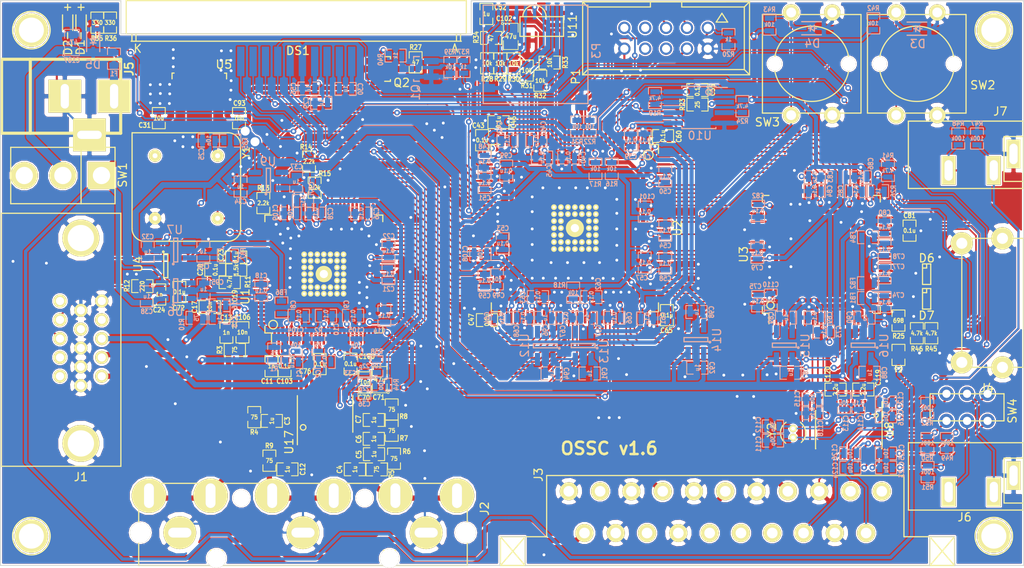
<source format=kicad_pcb>
(kicad_pcb (version 4) (host pcbnew 4.0.5+dfsg1-4)
  (layers (0 F.Cu signal) (31 B.Cu signal) (34 B.Paste user) (35 F.Paste user) (36 B.SilkS user) (37 F.SilkS user) (38 B.Mask user) (39 F.Mask user) (44 Edge.Cuts user))
  (net 0 "")
  (net 1 /fpga1/ASDO)
  (net 2 /fpga1/DATA0)
  (net 3 /fpga1/DCLK)
  (net 4 /fpga1/HDMITX_HSYNC)
  (net 5 /fpga1/HDMITX_INT_N)
  (net 6 /fpga1/HDMITX_PCLK)
  (net 7 /fpga1/HDMITX_R0)
  (net 8 /fpga1/HDMITX_R1)
  (net 9 /fpga1/HDMITX_R2)
  (net 10 /fpga1/HDMITX_R3)
  (net 11 /fpga1/HDMITX_R4)
  (net 12 /fpga1/HDMITX_R5)
  (net 13 /fpga1/HDMITX_R6)
  (net 14 /fpga1/HDMITX_R7)
  (net 15 /fpga1/HDMITX_VSYNC)
  (net 16 /fpga1/IR_RX)
  (net 17 /fpga1/LED0)
  (net 18 /fpga1/LED1)
  (net 19 /fpga1/SCL)
  (net 20 /fpga1/SDA)
  (net 21 /fpga1/SD_CLK)
  (net 22 /fpga1/SD_CMD)
  (net 23 /fpga1/SD_DAT0)
  (net 24 /fpga1/SD_DAT1)
  (net 25 /fpga1/SD_DAT2)
  (net 26 /fpga1/SD_DAT3)
  (net 27 /fpga1/TCK)
  (net 28 /fpga1/TDI)
  (net 29 /fpga1/TDO)
  (net 30 /fpga1/TMS)
  (net 31 /fpga1/VCCA)
  (net 32 /fpga1/VCCD_PLL)
  (net 33 /fpga1/VCCINT)
  (net 34 /fpga1/nCSO)
  (net 35 /hdmitx1/AVCC1V8)
  (net 36 /hdmitx1/AVDD3V3)
  (net 37 /hdmitx1/B0)
  (net 38 /hdmitx1/B1)
  (net 39 /hdmitx1/B2)
  (net 40 /hdmitx1/B3)
  (net 41 /hdmitx1/B4)
  (net 42 /hdmitx1/B5)
  (net 43 /hdmitx1/B6)
  (net 44 /hdmitx1/B7)
  (net 45 /hdmitx1/DDC_SCL)
  (net 46 /hdmitx1/DDC_SDA)
  (net 47 /hdmitx1/DE)
  (net 48 /hdmitx1/DVDD1V8)
  (net 49 /hdmitx1/DVDD3V3)
  (net 50 /hdmitx1/G0)
  (net 51 /hdmitx1/G1)
  (net 52 /hdmitx1/G2)
  (net 53 /hdmitx1/G3)
  (net 54 /hdmitx1/G4)
  (net 55 /hdmitx1/G5)
  (net 56 /hdmitx1/G6)
  (net 57 /hdmitx1/G7)
  (net 58 /hdmitx1/HPD)
  (net 59 /hdmitx1/TMDS_CLK+)
  (net 60 /hdmitx1/TMDS_CLK-)
  (net 61 /hdmitx1/TMDS_D0+)
  (net 62 /hdmitx1/TMDS_D0-)
  (net 63 /hdmitx1/TMDS_D1+)
  (net 64 /hdmitx1/TMDS_D1-)
  (net 65 /hdmitx1/TMDS_D2+)
  (net 66 /hdmitx1/TMDS_D2-)
  (net 67 /tvp_board1/AVDD)
  (net 68 /tvp_board1/B0)
  (net 69 /tvp_board1/B1)
  (net 70 /tvp_board1/B2)
  (net 71 /tvp_board1/B3)
  (net 72 /tvp_board1/B4)
  (net 73 /tvp_board1/B5)
  (net 74 /tvp_board1/B6)
  (net 75 /tvp_board1/B7)
  (net 76 /tvp_board1/DVDD)
  (net 77 /tvp_board1/FID)
  (net 78 /tvp_board1/G0)
  (net 79 /tvp_board1/G1)
  (net 80 /tvp_board1/G2)
  (net 81 /tvp_board1/G3)
  (net 82 /tvp_board1/G4)
  (net 83 /tvp_board1/G5)
  (net 84 /tvp_board1/G6)
  (net 85 /tvp_board1/G7)
  (net 86 /tvp_board1/HSYNC)
  (net 87 /tvp_board1/PCLK)
  (net 88 /tvp_board1/R0)
  (net 89 /tvp_board1/R1)
  (net 90 /tvp_board1/R2)
  (net 91 /tvp_board1/R3)
  (net 92 /tvp_board1/R4)
  (net 93 /tvp_board1/R5)
  (net 94 /tvp_board1/R6)
  (net 95 /tvp_board1/R7)
  (net 96 /tvp_board1/RGB1_B)
  (net 97 /tvp_board1/RGB1_G)
  (net 98 /tvp_board1/RGB1_R)
  (net 99 /tvp_board1/RGB1_S)
  (net 100 /tvp_board1/RGB2_B)
  (net 101 /tvp_board1/RGB2_G)
  (net 102 /tvp_board1/RGB2_R)
  (net 103 /tvp_board1/RGB3_B)
  (net 104 /tvp_board1/RGB3_G)
  (net 105 /tvp_board1/RGB3_R)
  (net 106 /tvp_board1/VSYNC)
  (net 107 GND)
  (net 108 "Net-(C1-Pad2)")
  (net 109 "Net-(C2-Pad2)")
  (net 110 "Net-(C3-Pad2)")
  (net 111 "Net-(C4-Pad2)")
  (net 112 "Net-(C5-Pad2)")
  (net 113 "Net-(C6-Pad2)")
  (net 114 "Net-(C7-Pad2)")
  (net 115 "Net-(C11-Pad2)")
  (net 116 "Net-(C12-Pad2)")
  (net 117 "Net-(C13-Pad2)")
  (net 118 "Net-(C15-Pad2)")
  (net 119 "Net-(C16-Pad2)")
  (net 120 "Net-(C17-Pad2)")
  (net 121 "Net-(C19-Pad1)")
  (net 122 "Net-(C19-Pad2)")
  (net 123 "Net-(C20-Pad2)")
  (net 124 "Net-(C24-Pad1)")
  (net 125 "Net-(C25-Pad1)")
  (net 126 "Net-(C29-Pad2)")
  (net 127 "Net-(C30-Pad1)")
  (net 128 "Net-(C30-Pad2)")
  (net 129 "Net-(C74-Pad1)")
  (net 130 "Net-(C77-Pad1)")
  (net 131 "Net-(C80-Pad1)")
  (net 132 "Net-(J1-Pad9)")
  (net 133 "Net-(J1-Pad4)")
  (net 134 "Net-(J1-Pad11)")
  (net 135 "Net-(J1-Pad12)")
  (net 136 "Net-(J1-Pad15)")
  (net 137 "Net-(P1-Pad6)")
  (net 138 "Net-(P1-Pad8)")
  (net 139 "Net-(R11-Pad2)")
  (net 140 "Net-(R16-Pad2)")
  (net 141 "Net-(R24-Pad1)")
  (net 142 "Net-(R25-Pad1)")
  (net 143 "Net-(R26-Pad1)")
  (net 144 "Net-(U1-Pad25)")
  (net 145 "Net-(U1-Pad37)")
  (net 146 "Net-(U1-Pad38)")
  (net 147 "Net-(U1-Pad51)")
  (net 148 "Net-(U1-Pad52)")
  (net 149 "Net-(U1-Pad64)")
  (net 150 "Net-(U1-Pad65)")
  (net 151 "Net-(D1-Pad1)")
  (net 152 "Net-(D2-Pad1)")
  (net 153 "Net-(J3-Pad3)")
  (net 154 "Net-(J3-Pad8)")
  (net 155 "Net-(J3-Pad10)")
  (net 156 "Net-(J3-Pad12)")
  (net 157 "Net-(J3-Pad16)")
  (net 158 "Net-(J3-Pad19)")
  (net 159 "Net-(J3-Pad1)")
  (net 160 "Net-(J4-Pad13)")
  (net 161 "Net-(P1-Pad7)")
  (net 162 "Net-(U3-Pad45)")
  (net 163 "Net-(Y1-Pad1)")
  (net 164 /fpga1/CLK27)
  (net 165 "Net-(R17-Pad1)")
  (net 166 "Net-(R18-Pad2)")
  (net 167 "Net-(R19-Pad1)")
  (net 168 "Net-(R23-Pad2)")
  (net 169 "Net-(DS1-Pad11)")
  (net 170 "Net-(U17-Pad1)")
  (net 171 "Net-(U17-Pad20)")
  (net 172 "Net-(F1-Pad1)")
  (net 173 /tvp_board1/RGB_12_G)
  (net 174 /tvp_board1/RGB_12_R)
  (net 175 "Net-(C76-Pad2)")
  (net 176 /tvp_board1/RGB_12_B)
  (net 177 "Net-(C100-Pad2)")
  (net 178 "Net-(C103-Pad2)")
  (net 179 "Net-(C104-Pad2)")
  (net 180 "Net-(C105-Pad2)")
  (net 181 /tvp_board1/RGB3_HS)
  (net 182 /tvp_board1/RGB3_VS)
  (net 183 /tvp_board1/RGB3_VS_B)
  (net 184 /tvp_board1/RGB3_HS_B)
  (net 185 "Net-(C106-Pad1)")
  (net 186 "Net-(C107-Pad1)")
  (net 187 /fpga1/LCD_CS_N)
  (net 188 /fpga1/LCD_RS)
  (net 189 /fpga1/BTN0)
  (net 190 /fpga1/BTN1)
  (net 191 "Net-(C23-Pad1)")
  (net 192 /tvp_board1/AVDD_F)
  (net 193 "Net-(C102-Pad1)")
  (net 194 "Net-(C33-Pad2)")
  (net 195 "Net-(C36-Pad1)")
  (net 196 /fpga1/RESET_N)
  (net 197 "Net-(Q1-Pad1)")
  (net 198 "Net-(Q1-Pad3)")
  (net 199 "Net-(Q2-Pad1)")
  (net 200 "Net-(Q2-Pad3)")
  (net 201 /fpga1/LCD_BLEN)
  (net 202 /hdmitx1/5V)
  (net 203 "Net-(MH1-Pad1)")
  (net 204 "Net-(MH2-Pad1)")
  (net 205 "Net-(MH3-Pad1)")
  (net 206 "Net-(MH4-Pad1)")
  (net 207 /hdmitx1/5V_FUSED)
  (net 208 "Net-(C111-Pad1)")
  (net 209 "Net-(C112-Pad1)")
  (net 210 /hdmitx1/AV2_AUD_R)
  (net 211 "Net-(C116-Pad2)")
  (net 212 /hdmitx1/AV1_AUD_R)
  (net 213 "Net-(C119-Pad1)")
  (net 214 "Net-(C120-Pad1)")
  (net 215 /hdmitx1/AV2_AUD_L)
  (net 216 "Net-(C121-Pad2)")
  (net 217 /hdmitx1/AV1_AUD_L)
  (net 218 "Net-(C123-Pad1)")
  (net 219 /hdmitx1/AV3_AUD_R)
  (net 220 "Net-(C124-Pad1)")
  (net 221 "Net-(C125-Pad1)")
  (net 222 /hdmitx1/AV3_AUD_L)
  (net 223 "Net-(C126-Pad1)")
  (net 224 "Net-(J4-Pad14)")
  (net 225 "Net-(J6-Pad3)")
  (net 226 "Net-(J6-Pad2)")
  (net 227 /hdmitx1/I2S_DATA)
  (net 228 /hdmitx1/I2S_WS)
  (net 229 /hdmitx1/I2S_BCK)
  (net 230 "Net-(U8-Pad5)")
  (net 231 "Net-(U8-Pad19)")
  (net 232 "Net-(U8-Pad20)")
  (net 233 "Net-(U8-Pad21)")
  (net 234 "Net-(U8-Pad22)")
  (net 235 "Net-(U8-Pad3)")
  (net 236 "Net-(U8-Pad4)")
  (module custom_components:TSSOP-30_4.4x7.8mm_Pitch0.5mm_Handsoldering (layer F.Cu) (at 110.622 69.23 270)
    (fp_text reference U8 (at 0 -4.95 270) (layer F.SilkS))
    (fp_text value PCM1862)
    (pad 16 smd rect (at 3 3.5 270) (size 1.2 0.3) (layers F.Cu F.Paste F.Mask) (net 228 /hdmitx1/I2S_WS))
    (pad 17 smd rect (at 3 3 270) (size 1.2 0.3) (layers F.Cu F.Paste F.Mask) (net 229 /hdmitx1/I2S_BCK))
    (pad 18 smd rect (at 3 2.5 270) (size 1.2 0.3) (layers F.Cu F.Paste F.Mask) (net 227 /hdmitx1/I2S_DATA))
    (pad 19 smd rect (at 3 2 270) (size 1.2 0.3) (layers F.Cu F.Paste F.Mask) (net 231 "Net-(U8-Pad19)"))
    (pad 20 smd rect (at 3 1.5 270) (size 1.2 0.3) (layers F.Cu F.Paste F.Mask) (net 232 "Net-(U8-Pad20)"))
    (pad 21 smd rect (at 3 1 270) (size 1.2 0.3) (layers F.Cu F.Paste F.Mask) (net 233 "Net-(U8-Pad21)"))
    (pad 22 smd rect (at 3 0.5 270) (size 1.2 0.3) (layers F.Cu F.Paste F.Mask) (net 234 "Net-(U8-Pad22)"))
    (pad 23 smd rect (at 3 0 270) (size 1.2 0.3) (layers F.Cu F.Paste F.Mask) (net 20 /fpga1/SDA))
    (pad 24 smd rect (at 3 -0.5 270) (size 1.2 0.3) (layers F.Cu F.Paste F.Mask) (net 19 /fpga1/SCL))
    (pad 25 smd rect (at 3 -1 270) (size 1.2 0.3) (layers F.Cu F.Paste F.Mask) (net 107 GND))
    (pad 26 smd rect (at 3 -1.5 270) (size 1.2 0.3) (layers F.Cu F.Paste F.Mask) (net 107 GND))
    (pad 27 smd rect (at 3 -2 270) (size 1.2 0.3) (layers F.Cu F.Paste F.Mask) (net 223 "Net-(C126-Pad1)"))
    (pad 28 smd rect (at 3 -2.5 270) (size 1.2 0.3) (layers F.Cu F.Paste F.Mask) (net 220 "Net-(C124-Pad1)"))
    (pad 29 smd rect (at 3 -3 270) (size 1.2 0.3) (layers F.Cu F.Paste F.Mask) (net 221 "Net-(C125-Pad1)"))
    (pad 30 smd rect (at 3 -3.5 270) (size 1.2 0.3) (layers F.Cu F.Paste F.Mask) (net 218 "Net-(C123-Pad1)"))
    (pad 1 smd rect (at -3 -3.5 270) (size 1.2 0.3) (layers F.Cu F.Paste F.Mask) (net 216 "Net-(C121-Pad2)"))
    (pad 2 smd rect (at -3 -3 270) (size 1.2 0.3) (layers F.Cu F.Paste F.Mask) (net 211 "Net-(C116-Pad2)"))
    (pad 3 smd rect (at -3 -2.5 270) (size 1.2 0.3) (layers F.Cu F.Paste F.Mask) (net 235 "Net-(U8-Pad3)"))
    (pad 4 smd rect (at -3 -2 270) (size 1.2 0.3) (layers F.Cu F.Paste F.Mask) (net 236 "Net-(U8-Pad4)"))
    (pad 5 smd rect (at -3 -1.5 270) (size 1.2 0.3) (layers F.Cu F.Paste F.Mask) (net 230 "Net-(U8-Pad5)"))
    (pad 6 smd rect (at -3 -1 270) (size 1.2 0.3) (layers F.Cu F.Paste F.Mask) (net 213 "Net-(C119-Pad1)"))
    (pad 7 smd rect (at -3 -0.5 270) (size 1.2 0.3) (layers F.Cu F.Paste F.Mask) (net 107 GND))
    (pad 8 smd rect (at -3 0 270) (size 1.2 0.3) (layers F.Cu F.Paste F.Mask) (net 36 /hdmitx1/AVDD3V3))
    (pad 9 smd rect (at -3 0.5 270) (size 1.2 0.3) (layers F.Cu F.Paste F.Mask) (net 208 "Net-(C111-Pad1)"))
    (pad 10 smd rect (at -3 1 270) (size 1.2 0.3) (layers F.Cu F.Paste F.Mask) (net 209 "Net-(C112-Pad1)"))
    (pad 11 smd rect (at -3 1.5 270) (size 1.2 0.3) (layers F.Cu F.Paste F.Mask) (net 214 "Net-(C120-Pad1)"))
    (pad 12 smd rect (at -3 2 270) (size 1.2 0.3) (layers F.Cu F.Paste F.Mask) (net 107 GND))
    (pad 13 smd rect (at -3 2.5 270) (size 1.2 0.3) (layers F.Cu F.Paste F.Mask) (net 49 /hdmitx1/DVDD3V3))
    (pad 14 smd rect (at -3 3 270) (size 1.2 0.3) (layers F.Cu F.Paste F.Mask) (net 49 /hdmitx1/DVDD3V3))
    (pad 15 smd rect (at -3 3.5 270) (size 1.2 0.3) (layers F.Cu F.Paste F.Mask) (net 107 GND))
  )
  (module custom_components:IRM-V5XX_TR1 (layer F.Cu) (at 73.2641 21.3605)
    (fp_text reference U11 (at 3.7465 -1.19634 90) (layer F.SilkS))
    (fp_text value IRM-V538/TR1)
    (pad 1 smd rect (at 1.7 0.5) (size 0.7 1.9) (layers F.Cu F.Paste F.Mask) (net 16 /fpga1/IR_RX))
    (pad 2 smd rect (at 0 0.5) (size 0.7 1.9) (layers F.Cu F.Paste F.Mask) (net 193 "Net-(C102-Pad1)"))
    (pad 3 smd rect (at -1.7 0.5) (size 0.7 1.9) (layers F.Cu F.Paste F.Mask) (net 107 GND))
    (pad 3 smd rect (at 1.68 -2.85) (size 1.4 1.9) (layers F.Cu F.Paste F.Mask) (net 107 GND))
  )
  (module Connect:VASCH5x2 (layer F.Cu) (at 88.4 21.59 180)
    (fp_text reference P1 (at 10.996 -4.661 270) (layer F.SilkS))
    (fp_text value JTAG_CONN)
    (pad 1 thru_hole circle (at -5.08 1.27 180) (size 1.50622 1.50622) (drill 0.99822) (layers *.Cu *.Mask) (net 27 /fpga1/TCK))
    (pad 2 thru_hole circle (at -5.08 -1.27 180) (size 1.50622 1.50622) (drill 0.99822) (layers *.Cu *.Mask) (net 107 GND))
    (pad 3 thru_hole circle (at -2.54 1.27 180) (size 1.50622 1.50622) (drill 0.99822) (layers *.Cu *.Mask) (net 29 /fpga1/TDO))
    (pad 4 thru_hole circle (at -2.54 -1.27 180) (size 1.50622 1.50622) (drill 0.99822) (layers *.Cu *.Mask) (net 31 /fpga1/VCCA))
    (pad 5 thru_hole circle (at 0 1.27 180) (size 1.50622 1.50622) (drill 0.99822) (layers *.Cu *.Mask) (net 30 /fpga1/TMS))
    (pad 6 thru_hole circle (at 0 -1.27 180) (size 1.50622 1.50622) (drill 0.99822) (layers *.Cu *.Mask) (net 137 "Net-(P1-Pad6)"))
    (pad 7 thru_hole circle (at 2.54 1.27 180) (size 1.50622 1.50622) (drill 0.99822) (layers *.Cu *.Mask) (net 161 "Net-(P1-Pad7)"))
    (pad 8 thru_hole circle (at 2.54 -1.27 180) (size 1.50622 1.50622) (drill 0.99822) (layers *.Cu *.Mask) (net 138 "Net-(P1-Pad8)"))
    (pad 9 thru_hole circle (at 5.08 1.27 180) (size 1.50622 1.50622) (drill 0.99822) (layers *.Cu *.Mask) (net 28 /fpga1/TDI))
    (pad 10 thru_hole circle (at 5.08 -1.27 180) (size 1.50622 1.50622) (drill 0.99822) (layers *.Cu *.Mask) (net 107 GND))
  )
  (module Connect:1pin (layer F.Cu) (at 11.13 20.6)
    (fp_text reference MH1 hide)
    (fp_text value CONN_1)
    (pad 1 thru_hole circle (at 0 0) (size 4.064 4.064) (drill 3.048) (layers *.Cu *.Mask F.SilkS) (net 203 "Net-(MH1-Pad1)"))
  )
  (module Connect:1pin (layer F.Cu) (at 11.13 82.2)
    (fp_text reference MH3 hide)
    (fp_text value CONN_1)
    (pad 1 thru_hole circle (at 0 0) (size 4.064 4.064) (drill 3.048) (layers *.Cu *.Mask F.SilkS) (net 205 "Net-(MH3-Pad1)"))
  )
  (module Connect:1pin (layer F.Cu) (at 128.3 82.2)
    (fp_text reference MH4 hide)
    (fp_text value CONN_1)
    (pad 1 thru_hole circle (at 0 0) (size 4.064 4.064) (drill 3.048) (layers *.Cu *.Mask F.SilkS) (net 206 "Net-(MH4-Pad1)"))
  )
  (module Connect:1pin (layer F.Cu) (at 128.3 20.6)
    (fp_text reference MH2 hide)
    (fp_text value CONN_1)
    (pad 1 thru_hole circle (at 0 0) (size 4.064 4.064) (drill 3.048) (layers *.Cu *.Mask F.SilkS) (net 204 "Net-(MH2-Pad1)"))
  )
  (module custom_components:ACHL-OSC (layer F.Cu) (at 29.9945 39.6993 270)
    (fp_text reference Y1 (at -4.191 -7.2898 270) (layer F.SilkS) (effects (font (size 0.8 0.8))))
    (fp_text value ACHL-27MHZ-EK)
    (pad 5 thru_hole circle (at 3.81 -3.81 270) (size 1.5 1.5) (drill 0.6) (layers *.Cu *.Mask F.SilkS) (net 164 /fpga1/CLK27))
    (pad 8 thru_hole circle (at -3.81 -3.81 270) (size 1.5 1.5) (drill 0.6) (layers *.Cu *.Mask F.SilkS) (net 125 "Net-(C25-Pad1)"))
    (pad 1 thru_hole circle (at -3.81 3.81 270) (size 1.5 1.5) (drill 0.6) (layers *.Cu *.Mask F.SilkS) (net 163 "Net-(Y1-Pad1)"))
    (pad 4 thru_hole circle (at 3.81 3.81 270) (size 1.5 1.5) (drill 0.6) (layers *.Cu *.Mask F.SilkS) (net 107 GND))
  )
  (module custom_components:SOT-23-5_Handsoldering (layer B.Cu) (at 28.702 47.3701 90)
    (fp_text reference U7 (at 2.4631 -0.112 180) (layer B.SilkS) (effects (justify mirror)))
    (fp_text value NCP703SN19T1G)
    (pad 1 smd rect (at -0.95 -1.65) (size 1.56 0.65) (layers B.Cu B.Paste B.Mask) (net 49 /hdmitx1/DVDD3V3))
    (pad 2 smd rect (at 0 -1.65) (size 1.56 0.65) (layers B.Cu B.Paste B.Mask) (net 107 GND))
    (pad 3 smd rect (at 0.95 -1.65) (size 1.56 0.65) (layers B.Cu B.Paste B.Mask) (net 49 /hdmitx1/DVDD3V3))
    (pad 4 smd rect (at 0.95 1.65) (size 1.56 0.65) (layers B.Cu B.Paste B.Mask))
    (pad 5 smd rect (at -0.95 1.65) (size 1.56 0.65) (layers B.Cu B.Paste B.Mask) (net 67 /tvp_board1/AVDD))
  )
  (module custom_components:SOT-23-5_Handsoldering (layer B.Cu) (at 39.986 38.862 90)
    (fp_text reference U9 (at 2.263 -0.05 180) (layer B.SilkS) (effects (justify mirror)))
    (fp_text value TLV70019)
    (pad 1 smd rect (at -0.95 -1.65) (size 1.56 0.65) (layers B.Cu B.Paste B.Mask) (net 49 /hdmitx1/DVDD3V3))
    (pad 2 smd rect (at 0 -1.65) (size 1.56 0.65) (layers B.Cu B.Paste B.Mask) (net 107 GND))
    (pad 3 smd rect (at 0.95 -1.65) (size 1.56 0.65) (layers B.Cu B.Paste B.Mask) (net 49 /hdmitx1/DVDD3V3))
    (pad 4 smd rect (at 0.95 1.65) (size 1.56 0.65) (layers B.Cu B.Paste B.Mask))
    (pad 5 smd rect (at -0.95 1.65) (size 1.56 0.65) (layers B.Cu B.Paste B.Mask) (net 76 /tvp_board1/DVDD))
  )
  (module custom_components:SOT-23-5_Handsoldering (layer B.Cu) (at 102.7938 58.9534 180)
    (fp_text reference U15 (at -2.55 -0.05 270) (layer B.SilkS) (effects (justify mirror)))
    (fp_text value TLV70018)
    (pad 1 smd rect (at -0.95 -1.65 90) (size 1.56 0.65) (layers B.Cu B.Paste B.Mask) (net 49 /hdmitx1/DVDD3V3))
    (pad 2 smd rect (at 0 -1.65 90) (size 1.56 0.65) (layers B.Cu B.Paste B.Mask) (net 107 GND))
    (pad 3 smd rect (at 0.95 -1.65 90) (size 1.56 0.65) (layers B.Cu B.Paste B.Mask) (net 49 /hdmitx1/DVDD3V3))
    (pad 4 smd rect (at 0.95 1.65 90) (size 1.56 0.65) (layers B.Cu B.Paste B.Mask))
    (pad 5 smd rect (at -0.95 1.65 90) (size 1.56 0.65) (layers B.Cu B.Paste B.Mask) (net 48 /hdmitx1/DVDD1V8))
  )
  (module custom_components:SOT-23-5_Handsoldering (layer B.Cu) (at 112.39 58.9534 180)
    (fp_text reference U16 (at -2.55 -0.05 270) (layer B.SilkS) (effects (justify mirror)))
    (fp_text value TLV70018)
    (pad 1 smd rect (at -0.95 -1.65 90) (size 1.56 0.65) (layers B.Cu B.Paste B.Mask) (net 49 /hdmitx1/DVDD3V3))
    (pad 2 smd rect (at 0 -1.65 90) (size 1.56 0.65) (layers B.Cu B.Paste B.Mask) (net 107 GND))
    (pad 3 smd rect (at 0.95 -1.65 90) (size 1.56 0.65) (layers B.Cu B.Paste B.Mask) (net 49 /hdmitx1/DVDD3V3))
    (pad 4 smd rect (at 0.95 1.65 90) (size 1.56 0.65) (layers B.Cu B.Paste B.Mask))
    (pad 5 smd rect (at -0.95 1.65 90) (size 1.56 0.65) (layers B.Cu B.Paste B.Mask) (net 35 /hdmitx1/AVCC1V8))
  )
  (module custom_components:SOT-23-5_Handsoldering (layer B.Cu) (at 28.702 52.324 90)
    (fp_text reference U6 (at -2.55 -0.05 180) (layer B.SilkS) (effects (justify mirror)))
    (fp_text value TLV70033)
    (pad 1 smd rect (at -0.95 -1.65) (size 1.56 0.65) (layers B.Cu B.Paste B.Mask) (net 202 /hdmitx1/5V))
    (pad 2 smd rect (at 0 -1.65) (size 1.56 0.65) (layers B.Cu B.Paste B.Mask) (net 107 GND))
    (pad 3 smd rect (at 0.95 -1.65) (size 1.56 0.65) (layers B.Cu B.Paste B.Mask) (net 202 /hdmitx1/5V))
    (pad 4 smd rect (at 0.95 1.65) (size 1.56 0.65) (layers B.Cu B.Paste B.Mask))
    (pad 5 smd rect (at -0.95 1.65) (size 1.56 0.65) (layers B.Cu B.Paste B.Mask) (net 36 /hdmitx1/AVDD3V3))
  )
  (module custom_components:SOT-23-5_Handsoldering (layer B.Cu) (at 73.7 59.0246 180)
    (fp_text reference U12 (at 2.514 0.035 270) (layer B.SilkS) (effects (justify mirror)))
    (fp_text value TLV70012)
    (pad 1 smd rect (at -0.95 -1.65 90) (size 1.56 0.65) (layers B.Cu B.Paste B.Mask) (net 49 /hdmitx1/DVDD3V3))
    (pad 2 smd rect (at 0 -1.65 90) (size 1.56 0.65) (layers B.Cu B.Paste B.Mask) (net 107 GND))
    (pad 3 smd rect (at 0.95 -1.65 90) (size 1.56 0.65) (layers B.Cu B.Paste B.Mask) (net 49 /hdmitx1/DVDD3V3))
    (pad 4 smd rect (at 0.95 1.65 90) (size 1.56 0.65) (layers B.Cu B.Paste B.Mask))
    (pad 5 smd rect (at -0.95 1.65 90) (size 1.56 0.65) (layers B.Cu B.Paste B.Mask) (net 33 /fpga1/VCCINT))
  )
  (module custom_components:SOT-23-5_Handsoldering (layer B.Cu) (at 78.306 59.0026 180)
    (fp_text reference U13 (at -2.55 -0.7004 270) (layer B.SilkS) (effects (justify mirror)))
    (fp_text value TLV70025)
    (pad 1 smd rect (at -0.95 -1.65 90) (size 1.56 0.65) (layers B.Cu B.Paste B.Mask) (net 49 /hdmitx1/DVDD3V3))
    (pad 2 smd rect (at 0 -1.65 90) (size 1.56 0.65) (layers B.Cu B.Paste B.Mask) (net 107 GND))
    (pad 3 smd rect (at 0.95 -1.65 90) (size 1.56 0.65) (layers B.Cu B.Paste B.Mask) (net 49 /hdmitx1/DVDD3V3))
    (pad 4 smd rect (at 0.95 1.65 90) (size 1.56 0.65) (layers B.Cu B.Paste B.Mask))
    (pad 5 smd rect (at -0.95 1.65 90) (size 1.56 0.65) (layers B.Cu B.Paste B.Mask) (net 31 /fpga1/VCCA))
  )
  (module custom_components:SOT-23-5_Handsoldering (layer B.Cu) (at 92.034 58.278 180)
    (fp_text reference U14 (at -2.55 -0.05 270) (layer B.SilkS) (effects (justify mirror)))
    (fp_text value TLV70012)
    (pad 1 smd rect (at -0.95 -1.65 90) (size 1.56 0.65) (layers B.Cu B.Paste B.Mask) (net 49 /hdmitx1/DVDD3V3))
    (pad 2 smd rect (at 0 -1.65 90) (size 1.56 0.65) (layers B.Cu B.Paste B.Mask) (net 107 GND))
    (pad 3 smd rect (at 0.95 -1.65 90) (size 1.56 0.65) (layers B.Cu B.Paste B.Mask) (net 49 /hdmitx1/DVDD3V3))
    (pad 4 smd rect (at 0.95 1.65 90) (size 1.56 0.65) (layers B.Cu B.Paste B.Mask))
    (pad 5 smd rect (at -0.95 1.65 90) (size 1.56 0.65) (layers B.Cu B.Paste B.Mask) (net 32 /fpga1/VCCD_PLL))
  )
  (module custom_components:DM3D-SF (layer B.Cu) (at 67.988 19.305)
    (fp_text reference P3 (at 11.9253 3.81 270) (layer B.SilkS) (effects (justify mirror)))
    (fp_text value mSD_CONN)
    (pad 6 smd rect (at 10.1 10.1) (size 1.5 1.9) (layers B.Cu B.Paste B.Mask) (net 107 GND))
    (pad 6 smd rect (at -1.4 8.35) (size 2 1) (layers B.Cu B.Paste B.Mask) (net 107 GND))
    (pad 1 smd rect (at 7.7 -0.875) (size 0.4 1.75) (layers B.Cu B.Paste B.Mask) (net 25 /fpga1/SD_DAT2))
    (pad 2 smd rect (at 6.6 -0.875) (size 0.4 1.75) (layers B.Cu B.Paste B.Mask) (net 26 /fpga1/SD_DAT3))
    (pad 3 smd rect (at 5.5 -0.875) (size 0.4 1.75) (layers B.Cu B.Paste B.Mask) (net 22 /fpga1/SD_CMD))
    (pad 4 smd rect (at 4.4 -0.875) (size 0.4 1.75) (layers B.Cu B.Paste B.Mask) (net 49 /hdmitx1/DVDD3V3))
    (pad 5 smd rect (at 3.3 -0.875) (size 0.4 1.75) (layers B.Cu B.Paste B.Mask) (net 21 /fpga1/SD_CLK))
    (pad 6 smd rect (at 2.2 -0.875) (size 0.4 1.75) (layers B.Cu B.Paste B.Mask) (net 107 GND))
    (pad 7 smd rect (at 1.1 -0.875) (size 0.4 1.75) (layers B.Cu B.Paste B.Mask) (net 23 /fpga1/SD_DAT0))
    (pad 8 smd rect (at 0 -0.875) (size 0.4 1.75) (layers B.Cu B.Paste B.Mask) (net 24 /fpga1/SD_DAT1))
  )
  (module custom_components:SOT-23-6_Handsoldering (layer F.Cu) (at 27.4933 49.2878 270)
    (fp_text reference U4 (at -0.1848 3.3683 450) (layer F.SilkS))
    (fp_text value SN74LVC2G17)
    (pad 5 smd rect (at 0 -1.65) (size 1.56 0.65) (layers F.Cu F.Paste F.Mask) (net 49 /hdmitx1/DVDD3V3))
    (pad 1 smd rect (at -0.95 1.65) (size 1.56 0.65) (layers F.Cu F.Paste F.Mask) (net 181 /tvp_board1/RGB3_HS))
    (pad 2 smd rect (at 0 1.65) (size 1.56 0.65) (layers F.Cu F.Paste F.Mask) (net 107 GND))
    (pad 3 smd rect (at 0.95 1.65) (size 1.56 0.65) (layers F.Cu F.Paste F.Mask) (net 124 "Net-(C24-Pad1)"))
    (pad 4 smd rect (at 0.95 -1.65) (size 1.56 0.65) (layers F.Cu F.Paste F.Mask) (net 183 /tvp_board1/RGB3_VS_B))
    (pad 6 smd rect (at -0.95 -1.65) (size 1.56 0.65) (layers F.Cu F.Paste F.Mask) (net 184 /tvp_board1/RGB3_HS_B))
  )
  (module custom_components:SOD-323_Handsoldering (layer B.Cu) (at 18.654 21.915 90)
    (fp_text reference D5 (at -2.8702 -0.0254 360) (layer B.SilkS) (effects (justify mirror)))
    (fp_text value SD05-7)
    (pad 1 smd rect (at -1.4 0 90) (size 1.4 0.45) (layers B.Cu B.Paste B.Mask) (net 186 "Net-(C107-Pad1)"))
    (pad 2 smd rect (at 1.4 0 90) (size 1.4 0.45) (layers B.Cu B.Paste B.Mask) (net 107 GND))
  )
  (module custom_components:VGA_CONN (layer F.Cu) (at 17.1555 59.2954 270)
    (fp_text reference J1 (at 15.70228 -0.00508 360) (layer F.SilkS))
    (fp_text value VGA)
    (pad 8 thru_hole circle (at 0 0 270) (size 1.6 1.6) (drill 1) (layers *.Cu *.Mask F.SilkS) (net 107 GND))
    (pad 9 thru_hole circle (at -2.29 0 270) (size 1.6 1.6) (drill 1) (layers *.Cu *.Mask F.SilkS) (net 132 "Net-(J1-Pad9)"))
    (pad 10 thru_hole circle (at -4.58 0 270) (size 1.6 1.6) (drill 1) (layers *.Cu *.Mask F.SilkS) (net 107 GND))
    (pad 1 thru_hole circle (at 3.44 -2.54 270) (size 1.6 1.6) (drill 1) (layers *.Cu *.Mask F.SilkS) (net 105 /tvp_board1/RGB3_R))
    (pad 2 thru_hole circle (at 1.15 -2.54 270) (size 1.6 1.6) (drill 1) (layers *.Cu *.Mask F.SilkS) (net 104 /tvp_board1/RGB3_G))
    (pad 3 thru_hole circle (at -1.14 -2.54 270) (size 1.6 1.6) (drill 1) (layers *.Cu *.Mask F.SilkS) (net 103 /tvp_board1/RGB3_B))
    (pad 4 thru_hole circle (at -3.43 -2.54 270) (size 1.6 1.6) (drill 1) (layers *.Cu *.Mask F.SilkS) (net 133 "Net-(J1-Pad4)"))
    (pad 5 thru_hole circle (at -5.72 -2.54 270) (size 1.6 1.6) (drill 1) (layers *.Cu *.Mask F.SilkS) (net 107 GND))
    (pad 6 thru_hole circle (at 4.58 0 270) (size 1.6 1.6) (drill 1) (layers *.Cu *.Mask F.SilkS) (net 107 GND))
    (pad 7 thru_hole circle (at 2.29 0 270) (size 1.6 1.6) (drill 1) (layers *.Cu *.Mask F.SilkS) (net 107 GND))
    (pad 11 thru_hole circle (at 3.44 2.54 270) (size 1.6 1.6) (drill 1) (layers *.Cu *.Mask F.SilkS) (net 134 "Net-(J1-Pad11)"))
    (pad 12 thru_hole circle (at 1.15 2.54 270) (size 1.6 1.6) (drill 1) (layers *.Cu *.Mask F.SilkS) (net 135 "Net-(J1-Pad12)"))
    (pad 13 thru_hole circle (at -1.14 2.54 270) (size 1.6 1.6) (drill 1) (layers *.Cu *.Mask F.SilkS) (net 181 /tvp_board1/RGB3_HS))
    (pad 14 thru_hole circle (at -3.43 2.54 270) (size 1.6 1.6) (drill 1) (layers *.Cu *.Mask F.SilkS) (net 182 /tvp_board1/RGB3_VS))
    (pad 15 thru_hole circle (at -5.72 2.54 270) (size 1.6 1.6) (drill 1) (layers *.Cu *.Mask F.SilkS) (net 136 "Net-(J1-Pad15)"))
    (pad 10 thru_hole circle (at 11.62 0 270) (size 4.5 4.5) (drill 3.2) (layers *.Cu *.Mask F.SilkS) (net 107 GND))
    (pad 10 thru_hole circle (at -13.38 0 270) (size 4.5 4.5) (drill 3.2) (layers *.Cu *.Mask F.SilkS) (net 107 GND))
  )
  (module custom_components:SOT-223_Handsoldering (layer F.Cu) (at 31.577 27.656)
    (fp_text reference U5 (at 2.987 -2.876) (layer F.SilkS))
    (fp_text value AP7361C)
    (pad 2 smd rect (at 0 3.6) (size 1.2 2.4) (layers F.Cu F.Paste F.Mask) (net 107 GND))
    (pad 1 smd rect (at -2.3 3.6) (size 1.2 2.4) (layers F.Cu F.Paste F.Mask) (net 202 /hdmitx1/5V))
    (pad 3 smd rect (at 2.3 3.6) (size 1.2 2.4) (layers F.Cu F.Paste F.Mask) (net 49 /hdmitx1/DVDD3V3))
    (pad 2 smd rect (at 0 -3.6) (size 3.3 2.4) (layers F.Cu F.Paste F.Mask) (net 107 GND))
  )
  (module Housings_SOT-23_SOT-143_TSOT-6:SOT-23_Handsoldering (layer B.Cu) (at 58.316 25.317 270)
    (fp_text reference Q1 (at 2.862 0.404 270) (layer B.SilkS) (effects (justify mirror)))
    (fp_text value BC847)
    (pad 1 smd rect (at -0.95 -1.50114 270) (size 0.8001 1.80086) (layers B.Cu B.Paste B.Mask) (net 197 "Net-(Q1-Pad1)"))
    (pad 2 smd rect (at 0.95 -1.50114 270) (size 0.8001 1.80086) (layers B.Cu B.Paste B.Mask) (net 107 GND))
    (pad 3 smd rect (at 0 1.50114 270) (size 0.8001 1.80086) (layers B.Cu B.Paste B.Mask) (net 198 "Net-(Q1-Pad3)"))
  )
  (module Housings_SOT-23_SOT-143_TSOT-6:SOT-23_Handsoldering (layer F.Cu) (at 54.193 25.329 270)
    (fp_text reference Q2 (at 1.676 -2.012 360) (layer F.SilkS))
    (fp_text value BC857)
    (pad 1 smd rect (at -0.95 1.50114 270) (size 0.8001 1.80086) (layers F.Cu F.Paste F.Mask) (net 199 "Net-(Q2-Pad1)"))
    (pad 2 smd rect (at 0.95 1.50114 270) (size 0.8001 1.80086) (layers F.Cu F.Paste F.Mask) (net 49 /hdmitx1/DVDD3V3))
    (pad 3 smd rect (at 0 -1.50114 270) (size 0.8001 1.80086) (layers F.Cu F.Paste F.Mask) (net 200 "Net-(Q2-Pad3)"))
  )
  (module custom_components:TSSOP-20_4.4x6.5mm_Pitch0.65mm_Handsoldering (layer F.Cu) (at 46.888 67.324 90)
    (fp_text reference U17 (at -3.451 -4.384 90) (layer F.SilkS))
    (fp_text value THS7353)
    (pad 1 smd rect (at -3.22 -2.925 90) (size 2 0.4) (layers F.Cu F.Paste F.Mask) (net 170 "Net-(U17-Pad1)"))
    (pad 2 smd rect (at -3.22 -2.275 90) (size 2 0.4) (layers F.Cu F.Paste F.Mask) (net 116 "Net-(C12-Pad2)"))
    (pad 3 smd rect (at -3.22 -1.625 90) (size 2 0.4) (layers F.Cu F.Paste F.Mask) (net 110 "Net-(C3-Pad2)"))
    (pad 4 smd rect (at -3.22 -0.975 90) (size 2 0.4) (layers F.Cu F.Paste F.Mask) (net 111 "Net-(C4-Pad2)"))
    (pad 5 smd rect (at -3.22 -0.325 90) (size 2 0.4) (layers F.Cu F.Paste F.Mask) (net 112 "Net-(C5-Pad2)"))
    (pad 6 smd rect (at -3.22 0.325 90) (size 2 0.4) (layers F.Cu F.Paste F.Mask) (net 113 "Net-(C6-Pad2)"))
    (pad 7 smd rect (at -3.22 0.975 90) (size 2 0.4) (layers F.Cu F.Paste F.Mask) (net 114 "Net-(C7-Pad2)"))
    (pad 8 smd rect (at -3.22 1.625 90) (size 2 0.4) (layers F.Cu F.Paste F.Mask) (net 107 GND))
    (pad 9 smd rect (at -3.22 2.275 90) (size 2 0.4) (layers F.Cu F.Paste F.Mask) (net 107 GND))
    (pad 10 smd rect (at -3.22 2.925 90) (size 2 0.4) (layers F.Cu F.Paste F.Mask) (net 107 GND))
    (pad 11 smd rect (at 3.22 2.925 90) (size 2 0.4) (layers F.Cu F.Paste F.Mask) (net 36 /hdmitx1/AVDD3V3))
    (pad 12 smd rect (at 3.22 2.275 90) (size 2 0.4) (layers F.Cu F.Paste F.Mask) (net 195 "Net-(C36-Pad1)"))
    (pad 13 smd rect (at 3.22 1.625 90) (size 2 0.4) (layers F.Cu F.Paste F.Mask) (net 194 "Net-(C33-Pad2)"))
    (pad 14 smd rect (at 3.22 0.975 90) (size 2 0.4) (layers F.Cu F.Paste F.Mask) (net 176 /tvp_board1/RGB_12_B))
    (pad 15 smd rect (at 3.22 0.325 90) (size 2 0.4) (layers F.Cu F.Paste F.Mask) (net 176 /tvp_board1/RGB_12_B))
    (pad 16 smd rect (at 3.22 -0.325 90) (size 2 0.4) (layers F.Cu F.Paste F.Mask) (net 174 /tvp_board1/RGB_12_R))
    (pad 17 smd rect (at 3.22 -0.975 90) (size 2 0.4) (layers F.Cu F.Paste F.Mask) (net 174 /tvp_board1/RGB_12_R))
    (pad 18 smd rect (at 3.22 -1.625 90) (size 2 0.4) (layers F.Cu F.Paste F.Mask) (net 173 /tvp_board1/RGB_12_G))
    (pad 19 smd rect (at 3.22 -2.275 90) (size 2 0.4) (layers F.Cu F.Paste F.Mask) (net 173 /tvp_board1/RGB_12_G))
    (pad 20 smd rect (at 3.22 -2.925 90) (size 2 0.4) (layers F.Cu F.Paste F.Mask) (net 171 "Net-(U17-Pad20)"))
  )
  (module custom_components:TQFP-100_custom (layer F.Cu) (at 107.3 47.9 90)
    (fp_text reference U3 (at 0 -9.45 90) (layer F.SilkS))
    (fp_text value IT6613)
    (pad 1 smd rect (at -7.8 -6 90) (size 1.6 0.3) (layers F.Cu F.Paste F.Mask) (net 47 /hdmitx1/DE))
    (pad 2 smd rect (at -7.8 -5.5 90) (size 1.6 0.3) (layers F.Cu F.Paste F.Mask) (net 4 /fpga1/HDMITX_HSYNC))
    (pad 3 smd rect (at -7.8 -5 90) (size 1.6 0.3) (layers F.Cu F.Paste F.Mask) (net 15 /fpga1/HDMITX_VSYNC))
    (pad 4 smd rect (at -7.8 -4.5 90) (size 1.6 0.3) (layers F.Cu F.Paste F.Mask) (net 107 GND))
    (pad 5 smd rect (at -7.8 -4 90) (size 1.6 0.3) (layers F.Cu F.Paste F.Mask) (net 107 GND))
    (pad 6 smd rect (at -7.8 -3.5 90) (size 1.6 0.3) (layers F.Cu F.Paste F.Mask) (net 107 GND))
    (pad 7 smd rect (at -7.8 -3 90) (size 1.6 0.3) (layers F.Cu F.Paste F.Mask) (net 107 GND))
    (pad 8 smd rect (at -7.8 -2.5 90) (size 1.6 0.3) (layers F.Cu F.Paste F.Mask) (net 107 GND))
    (pad 9 smd rect (at -7.8 -2 90) (size 1.6 0.3) (layers F.Cu F.Paste F.Mask) (net 227 /hdmitx1/I2S_DATA))
    (pad 10 smd rect (at -7.8 -1.5 90) (size 1.6 0.3) (layers F.Cu F.Paste F.Mask) (net 228 /hdmitx1/I2S_WS))
    (pad 11 smd rect (at -7.8 -1 90) (size 1.6 0.3) (layers F.Cu F.Paste F.Mask) (net 229 /hdmitx1/I2S_BCK))
    (pad 12 smd rect (at -7.8 -0.5 90) (size 1.6 0.3) (layers F.Cu F.Paste F.Mask) (net 48 /hdmitx1/DVDD1V8))
    (pad 13 smd rect (at -7.8 0 90) (size 1.6 0.3) (layers F.Cu F.Paste F.Mask) (net 107 GND))
    (pad 14 smd rect (at -7.8 0.5 90) (size 1.6 0.3) (layers F.Cu F.Paste F.Mask) (net 49 /hdmitx1/DVDD3V3))
    (pad 15 smd rect (at -7.8 1 90) (size 1.6 0.3) (layers F.Cu F.Paste F.Mask) (net 107 GND))
    (pad 16 smd rect (at -7.8 1.5 90) (size 1.6 0.3) (layers F.Cu F.Paste F.Mask) (net 107 GND))
    (pad 17 smd rect (at -7.8 2 90) (size 1.6 0.3) (layers F.Cu F.Paste F.Mask) (net 107 GND))
    (pad 18 smd rect (at -7.8 2.5 90) (size 1.6 0.3) (layers F.Cu F.Paste F.Mask) (net 107 GND))
    (pad 19 smd rect (at -7.8 3 90) (size 1.6 0.3) (layers F.Cu F.Paste F.Mask) (net 107 GND))
    (pad 20 smd rect (at -7.8 3.5 90) (size 1.6 0.3) (layers F.Cu F.Paste F.Mask) (net 107 GND))
    (pad 21 smd rect (at -7.8 4 90) (size 1.6 0.3) (layers F.Cu F.Paste F.Mask) (net 107 GND))
    (pad 22 smd rect (at -7.8 4.5 90) (size 1.6 0.3) (layers F.Cu F.Paste F.Mask) (net 107 GND))
    (pad 23 smd rect (at -7.8 5 90) (size 1.6 0.3) (layers F.Cu F.Paste F.Mask) (net 107 GND))
    (pad 24 smd rect (at -7.8 5.5 90) (size 1.6 0.3) (layers F.Cu F.Paste F.Mask) (net 5 /fpga1/HDMITX_INT_N))
    (pad 25 smd rect (at -7.8 6 90) (size 1.6 0.3) (layers F.Cu F.Paste F.Mask) (net 196 /fpga1/RESET_N))
    (pad 26 smd rect (at -6 7.8 180) (size 1.6 0.3) (layers F.Cu F.Paste F.Mask) (net 107 GND))
    (pad 27 smd rect (at -5.5 7.8 180) (size 1.6 0.3) (layers F.Cu F.Paste F.Mask) (net 142 "Net-(R25-Pad1)"))
    (pad 28 smd rect (at -5 7.8 180) (size 1.6 0.3) (layers F.Cu F.Paste F.Mask) (net 129 "Net-(C74-Pad1)"))
    (pad 29 smd rect (at -4.5 7.8 180) (size 1.6 0.3) (layers F.Cu F.Paste F.Mask) (net 107 GND))
    (pad 30 smd rect (at -4 7.8 180) (size 1.6 0.3) (layers F.Cu F.Paste F.Mask) (net 60 /hdmitx1/TMDS_CLK-))
    (pad 31 smd rect (at -3.5 7.8 180) (size 1.6 0.3) (layers F.Cu F.Paste F.Mask) (net 59 /hdmitx1/TMDS_CLK+))
    (pad 32 smd rect (at -3 7.8 180) (size 1.6 0.3) (layers F.Cu F.Paste F.Mask) (net 130 "Net-(C77-Pad1)"))
    (pad 33 smd rect (at -2.5 7.8 180) (size 1.6 0.3) (layers F.Cu F.Paste F.Mask) (net 62 /hdmitx1/TMDS_D0-))
    (pad 34 smd rect (at -2 7.8 180) (size 1.6 0.3) (layers F.Cu F.Paste F.Mask) (net 61 /hdmitx1/TMDS_D0+))
    (pad 35 smd rect (at -1.5 7.8 180) (size 1.6 0.3) (layers F.Cu F.Paste F.Mask) (net 107 GND))
    (pad 36 smd rect (at -1 7.8 180) (size 1.6 0.3) (layers F.Cu F.Paste F.Mask) (net 64 /hdmitx1/TMDS_D1-))
    (pad 37 smd rect (at -0.5 7.8 180) (size 1.6 0.3) (layers F.Cu F.Paste F.Mask) (net 63 /hdmitx1/TMDS_D1+))
    (pad 38 smd rect (at 0 7.8 180) (size 1.6 0.3) (layers F.Cu F.Paste F.Mask) (net 130 "Net-(C77-Pad1)"))
    (pad 39 smd rect (at 0.5 7.8 180) (size 1.6 0.3) (layers F.Cu F.Paste F.Mask) (net 66 /hdmitx1/TMDS_D2-))
    (pad 40 smd rect (at 1 7.8 180) (size 1.6 0.3) (layers F.Cu F.Paste F.Mask) (net 65 /hdmitx1/TMDS_D2+))
    (pad 41 smd rect (at 1.5 7.8 180) (size 1.6 0.3) (layers F.Cu F.Paste F.Mask) (net 107 GND))
    (pad 42 smd rect (at 2 7.8 180) (size 1.6 0.3) (layers F.Cu F.Paste F.Mask) (net 131 "Net-(C80-Pad1)"))
    (pad 43 smd rect (at 2.5 7.8 180) (size 1.6 0.3) (layers F.Cu F.Paste F.Mask) (net 107 GND))
    (pad 44 smd rect (at 3 7.8 180) (size 1.6 0.3) (layers F.Cu F.Paste F.Mask) (net 36 /hdmitx1/AVDD3V3))
    (pad 45 smd rect (at 3.5 7.8 180) (size 1.6 0.3) (layers F.Cu F.Paste F.Mask) (net 162 "Net-(U3-Pad45)"))
    (pad 46 smd rect (at 4 7.8 180) (size 1.6 0.3) (layers F.Cu F.Paste F.Mask) (net 45 /hdmitx1/DDC_SCL))
    (pad 47 smd rect (at 4.5 7.8 180) (size 1.6 0.3) (layers F.Cu F.Paste F.Mask) (net 46 /hdmitx1/DDC_SDA))
    (pad 48 smd rect (at 5 7.8 180) (size 1.6 0.3) (layers F.Cu F.Paste F.Mask) (net 19 /fpga1/SCL))
    (pad 49 smd rect (at 5.5 7.8 180) (size 1.6 0.3) (layers F.Cu F.Paste F.Mask) (net 20 /fpga1/SDA))
    (pad 50 smd rect (at 6 7.8 180) (size 1.6 0.3) (layers F.Cu F.Paste F.Mask) (net 107 GND))
    (pad 51 smd rect (at 7.8 6 90) (size 1.6 0.3) (layers F.Cu F.Paste F.Mask) (net 58 /hdmitx1/HPD))
    (pad 52 smd rect (at 7.8 5.5 90) (size 1.6 0.3) (layers F.Cu F.Paste F.Mask) (net 143 "Net-(R26-Pad1)"))
    (pad 53 smd rect (at 7.8 5 90) (size 1.6 0.3) (layers F.Cu F.Paste F.Mask) (net 49 /hdmitx1/DVDD3V3))
    (pad 54 smd rect (at 7.8 4.5 90) (size 1.6 0.3) (layers F.Cu F.Paste F.Mask) (net 107 GND))
    (pad 55 smd rect (at 7.8 4 90) (size 1.6 0.3) (layers F.Cu F.Paste F.Mask) (net 48 /hdmitx1/DVDD1V8))
    (pad 56 smd rect (at 7.8 3.5 90) (size 1.6 0.3) (layers F.Cu F.Paste F.Mask) (net 14 /fpga1/HDMITX_R7))
    (pad 57 smd rect (at 7.8 3 90) (size 1.6 0.3) (layers F.Cu F.Paste F.Mask) (net 13 /fpga1/HDMITX_R6))
    (pad 58 smd rect (at 7.8 2.5 90) (size 1.6 0.3) (layers F.Cu F.Paste F.Mask) (net 12 /fpga1/HDMITX_R5))
    (pad 59 smd rect (at 7.8 2 90) (size 1.6 0.3) (layers F.Cu F.Paste F.Mask) (net 11 /fpga1/HDMITX_R4))
    (pad 60 smd rect (at 7.8 1.5 90) (size 1.6 0.3) (layers F.Cu F.Paste F.Mask) (net 10 /fpga1/HDMITX_R3))
    (pad 61 smd rect (at 7.8 1 90) (size 1.6 0.3) (layers F.Cu F.Paste F.Mask) (net 9 /fpga1/HDMITX_R2))
    (pad 62 smd rect (at 7.8 0.5 90) (size 1.6 0.3) (layers F.Cu F.Paste F.Mask) (net 8 /fpga1/HDMITX_R1))
    (pad 63 smd rect (at 7.8 0 90) (size 1.6 0.3) (layers F.Cu F.Paste F.Mask) (net 7 /fpga1/HDMITX_R0))
    (pad 64 smd rect (at 7.8 -0.5 90) (size 1.6 0.3) (layers F.Cu F.Paste F.Mask) (net 48 /hdmitx1/DVDD1V8))
    (pad 65 smd rect (at 7.8 -1 90) (size 1.6 0.3) (layers F.Cu F.Paste F.Mask) (net 107 GND))
    (pad 66 smd rect (at 7.8 -1.5 90) (size 1.6 0.3) (layers F.Cu F.Paste F.Mask) (net 49 /hdmitx1/DVDD3V3))
    (pad 67 smd rect (at 7.8 -2 90) (size 1.6 0.3) (layers F.Cu F.Paste F.Mask) (net 107 GND))
    (pad 68 smd rect (at 7.8 -2.5 90) (size 1.6 0.3) (layers F.Cu F.Paste F.Mask) (net 107 GND))
    (pad 69 smd rect (at 7.8 -3 90) (size 1.6 0.3) (layers F.Cu F.Paste F.Mask) (net 107 GND))
    (pad 70 smd rect (at 7.8 -3.5 90) (size 1.6 0.3) (layers F.Cu F.Paste F.Mask) (net 107 GND))
    (pad 71 smd rect (at 7.8 -4 90) (size 1.6 0.3) (layers F.Cu F.Paste F.Mask) (net 57 /hdmitx1/G7))
    (pad 72 smd rect (at 7.8 -4.5 90) (size 1.6 0.3) (layers F.Cu F.Paste F.Mask) (net 56 /hdmitx1/G6))
    (pad 73 smd rect (at 7.8 -5 90) (size 1.6 0.3) (layers F.Cu F.Paste F.Mask) (net 55 /hdmitx1/G5))
    (pad 74 smd rect (at 7.8 -5.5 90) (size 1.6 0.3) (layers F.Cu F.Paste F.Mask) (net 54 /hdmitx1/G4))
    (pad 75 smd rect (at 7.8 -6 90) (size 1.6 0.3) (layers F.Cu F.Paste F.Mask) (net 53 /hdmitx1/G3))
    (pad 76 smd rect (at 6 -7.8 180) (size 1.6 0.3) (layers F.Cu F.Paste F.Mask) (net 48 /hdmitx1/DVDD1V8))
    (pad 77 smd rect (at 5.5 -7.8 180) (size 1.6 0.3) (layers F.Cu F.Paste F.Mask) (net 52 /hdmitx1/G2))
    (pad 78 smd rect (at 5 -7.8 180) (size 1.6 0.3) (layers F.Cu F.Paste F.Mask) (net 51 /hdmitx1/G1))
    (pad 79 smd rect (at 4.5 -7.8 180) (size 1.6 0.3) (layers F.Cu F.Paste F.Mask) (net 50 /hdmitx1/G0))
    (pad 80 smd rect (at 4 -7.8 180) (size 1.6 0.3) (layers F.Cu F.Paste F.Mask) (net 107 GND))
    (pad 81 smd rect (at 3.5 -7.8 180) (size 1.6 0.3) (layers F.Cu F.Paste F.Mask) (net 107 GND))
    (pad 82 smd rect (at 3 -7.8 180) (size 1.6 0.3) (layers F.Cu F.Paste F.Mask) (net 107 GND))
    (pad 83 smd rect (at 2.5 -7.8 180) (size 1.6 0.3) (layers F.Cu F.Paste F.Mask) (net 107 GND))
    (pad 84 smd rect (at 2 -7.8 180) (size 1.6 0.3) (layers F.Cu F.Paste F.Mask) (net 44 /hdmitx1/B7))
    (pad 85 smd rect (at 1.5 -7.8 180) (size 1.6 0.3) (layers F.Cu F.Paste F.Mask) (net 43 /hdmitx1/B6))
    (pad 86 smd rect (at 1 -7.8 180) (size 1.6 0.3) (layers F.Cu F.Paste F.Mask) (net 42 /hdmitx1/B5))
    (pad 87 smd rect (at 0.5 -7.8 180) (size 1.6 0.3) (layers F.Cu F.Paste F.Mask) (net 107 GND))
    (pad 88 smd rect (at 0 -7.8 180) (size 1.6 0.3) (layers F.Cu F.Paste F.Mask) (net 6 /fpga1/HDMITX_PCLK))
    (pad 89 smd rect (at -0.5 -7.8 180) (size 1.6 0.3) (layers F.Cu F.Paste F.Mask) (net 49 /hdmitx1/DVDD3V3))
    (pad 90 smd rect (at -1 -7.8 180) (size 1.6 0.3) (layers F.Cu F.Paste F.Mask) (net 41 /hdmitx1/B4))
    (pad 91 smd rect (at -1.5 -7.8 180) (size 1.6 0.3) (layers F.Cu F.Paste F.Mask) (net 40 /hdmitx1/B3))
    (pad 92 smd rect (at -2 -7.8 180) (size 1.6 0.3) (layers F.Cu F.Paste F.Mask) (net 39 /hdmitx1/B2))
    (pad 93 smd rect (at -2.5 -7.8 180) (size 1.6 0.3) (layers F.Cu F.Paste F.Mask) (net 38 /hdmitx1/B1))
    (pad 94 smd rect (at -3 -7.8 180) (size 1.6 0.3) (layers F.Cu F.Paste F.Mask) (net 37 /hdmitx1/B0))
    (pad 95 smd rect (at -3.5 -7.8 180) (size 1.6 0.3) (layers F.Cu F.Paste F.Mask) (net 107 GND))
    (pad 96 smd rect (at -4 -7.8 180) (size 1.6 0.3) (layers F.Cu F.Paste F.Mask) (net 107 GND))
    (pad 97 smd rect (at -4.5 -7.8 180) (size 1.6 0.3) (layers F.Cu F.Paste F.Mask) (net 107 GND))
    (pad 98 smd rect (at -5 -7.8 180) (size 1.6 0.3) (layers F.Cu F.Paste F.Mask) (net 107 GND))
    (pad 99 smd rect (at -5.5 -7.8 180) (size 1.6 0.3) (layers F.Cu F.Paste F.Mask) (net 48 /hdmitx1/DVDD1V8))
    (pad 100 smd rect (at -6 -7.8 180) (size 1.6 0.3) (layers F.Cu F.Paste F.Mask) (net 107 GND))
  )
  (module custom_components:SCART_CONN (layer F.Cu) (at 112.7546 81.8212)
    (fp_text reference J3 (at -39.8886 -7.0922 90) (layer F.SilkS))
    (fp_text value SCART-F)
    (pad 2 thru_hole circle (at 0 0) (size 2.2 2.2) (drill 1.3) (layers *.Cu *.Mask F.SilkS) (net 212 /hdmitx1/AV1_AUD_R))
    (pad 3 thru_hole circle (at -1.905 -5.08) (size 2.2 2.2) (drill 1.3) (layers *.Cu *.Mask F.SilkS) (net 153 "Net-(J3-Pad3)"))
    (pad 4 thru_hole circle (at -3.81 0) (size 2.2 2.2) (drill 1.3) (layers *.Cu *.Mask F.SilkS) (net 107 GND))
    (pad 5 thru_hole circle (at -5.715 -5.08) (size 2.2 2.2) (drill 1.3) (layers *.Cu *.Mask F.SilkS) (net 107 GND))
    (pad 6 thru_hole circle (at -7.62 0) (size 2.2 2.2) (drill 1.3) (layers *.Cu *.Mask F.SilkS) (net 217 /hdmitx1/AV1_AUD_L))
    (pad 7 thru_hole circle (at -9.525 -5.08) (size 2.2 2.2) (drill 1.3) (layers *.Cu *.Mask F.SilkS) (net 96 /tvp_board1/RGB1_B))
    (pad 8 thru_hole circle (at -11.43 0) (size 2.2 2.2) (drill 1.3) (layers *.Cu *.Mask F.SilkS) (net 154 "Net-(J3-Pad8)"))
    (pad 9 thru_hole circle (at -13.335 -5.08) (size 2.2 2.2) (drill 1.3) (layers *.Cu *.Mask F.SilkS) (net 107 GND))
    (pad 10 thru_hole circle (at -15.24 0) (size 2.2 2.2) (drill 1.3) (layers *.Cu *.Mask F.SilkS) (net 155 "Net-(J3-Pad10)"))
    (pad 11 thru_hole circle (at -17.145 -5.08) (size 2.2 2.2) (drill 1.3) (layers *.Cu *.Mask F.SilkS) (net 97 /tvp_board1/RGB1_G))
    (pad 12 thru_hole circle (at -19.05 0) (size 2.2 2.2) (drill 1.3) (layers *.Cu *.Mask F.SilkS) (net 156 "Net-(J3-Pad12)"))
    (pad 13 thru_hole circle (at -20.955 -5.08) (size 2.2 2.2) (drill 1.3) (layers *.Cu *.Mask F.SilkS) (net 107 GND))
    (pad 20 thru_hole circle (at -34.29 0) (size 2.2 2.2) (drill 1.3) (layers *.Cu *.Mask F.SilkS) (net 99 /tvp_board1/RGB1_S))
    (pad 15 thru_hole circle (at -24.765 -5.08) (size 2.2 2.2) (drill 1.3) (layers *.Cu *.Mask F.SilkS) (net 98 /tvp_board1/RGB1_R))
    (pad 14 thru_hole circle (at -22.86 0) (size 2.2 2.2) (drill 1.3) (layers *.Cu *.Mask F.SilkS) (net 107 GND))
    (pad 17 thru_hole circle (at -28.575 -5.08) (size 2.2 2.2) (drill 1.3) (layers *.Cu *.Mask F.SilkS) (net 107 GND))
    (pad 16 thru_hole circle (at -26.67 0) (size 2.2 2.2) (drill 1.3) (layers *.Cu *.Mask F.SilkS) (net 157 "Net-(J3-Pad16)"))
    (pad 19 thru_hole circle (at -32.385 -5.08) (size 2.2 2.2) (drill 1.3) (layers *.Cu *.Mask F.SilkS) (net 158 "Net-(J3-Pad19)"))
    (pad 18 thru_hole circle (at -30.48 0) (size 2.2 2.2) (drill 1.3) (layers *.Cu *.Mask F.SilkS) (net 107 GND))
    (pad 21 thru_hole circle (at -36.195 -5.08) (size 2.2 2.2) (drill 1.3) (layers *.Cu *.Mask F.SilkS) (net 107 GND))
    (pad 1 thru_hole circle (at 1.905 -5.08) (size 2.2 2.2) (drill 1.3) (layers *.Cu *.Mask F.SilkS) (net 159 "Net-(J3-Pad1)"))
  )
  (module custom_components:SW_PUSH-SKHCBFA010 (layer F.Cu) (at 106.131 24.7 90)
    (fp_text reference SW3 (at -7.106 -5.395 180) (layer F.SilkS))
    (fp_text value SW_PUSH)
    (pad 1 thru_hole circle (at 6.25 -2.5 90) (size 2 2) (drill 1.2) (layers *.Cu *.Mask F.SilkS) (net 190 /fpga1/BTN1))
    (pad 2 thru_hole circle (at 6.25 2.5 90) (size 2 2) (drill 1.2) (layers *.Cu *.Mask F.SilkS) (net 107 GND))
    (pad 1 thru_hole circle (at -6.25 -2.5 90) (size 2 2) (drill 1.2) (layers *.Cu *.Mask F.SilkS) (net 190 /fpga1/BTN1))
    (pad 2 thru_hole circle (at -6.25 2.5 90) (size 2 2) (drill 1.2) (layers *.Cu *.Mask F.SilkS) (net 107 GND))
    (pad "" thru_hole circle (at 0 4.5 90) (size 1.7 1.7) (drill 1.7) (layers *.Cu *.Mask F.SilkS))
    (pad "" thru_hole circle (at 0 -4.5 90) (size 1.7 1.7) (drill 1.7) (layers *.Cu *.Mask F.SilkS))
  )
  (module custom_components:SW_PUSH-SKHCBFA010 (layer F.Cu) (at 118.918 24.7 90)
    (fp_text reference SW2 (at -2.597 8.041 180) (layer F.SilkS))
    (fp_text value SW_PUSH)
    (pad 1 thru_hole circle (at 6.25 -2.5 90) (size 2 2) (drill 1.2) (layers *.Cu *.Mask F.SilkS) (net 189 /fpga1/BTN0))
    (pad 2 thru_hole circle (at 6.25 2.5 90) (size 2 2) (drill 1.2) (layers *.Cu *.Mask F.SilkS) (net 107 GND))
    (pad 1 thru_hole circle (at -6.25 -2.5 90) (size 2 2) (drill 1.2) (layers *.Cu *.Mask F.SilkS) (net 189 /fpga1/BTN0))
    (pad 2 thru_hole circle (at -6.25 2.5 90) (size 2 2) (drill 1.2) (layers *.Cu *.Mask F.SilkS) (net 107 GND))
    (pad "" thru_hole circle (at 0 4.5 90) (size 1.7 1.7) (drill 1.7) (layers *.Cu *.Mask F.SilkS))
    (pad "" thru_hole circle (at 0 -4.5 90) (size 1.7 1.7) (drill 1.7) (layers *.Cu *.Mask F.SilkS))
  )
  (module custom_components:SOIC-8_3.9x4.9mm_Pitch1.27mm_Handsoldering (layer B.Cu) (at 92.3903 30.0092 180)
    (fp_text reference U10 (at -0.1127 -3.4348 180) (layer B.SilkS) (effects (justify mirror)))
    (fp_text value S25FL216K)
    (pad 1 smd rect (at -3.1 1.905 180) (size 2.35 0.6) (layers B.Cu B.Paste B.Mask) (net 34 /fpga1/nCSO))
    (pad 2 smd rect (at -3.1 0.635 180) (size 2.35 0.6) (layers B.Cu B.Paste B.Mask) (net 168 "Net-(R23-Pad2)"))
    (pad 3 smd rect (at -3.1 -0.635 180) (size 2.35 0.6) (layers B.Cu B.Paste B.Mask) (net 141 "Net-(R24-Pad1)"))
    (pad 4 smd rect (at -3.1 -1.905 180) (size 2.35 0.6) (layers B.Cu B.Paste B.Mask) (net 107 GND))
    (pad 5 smd rect (at 3.1 -1.905 180) (size 2.35 0.6) (layers B.Cu B.Paste B.Mask) (net 1 /fpga1/ASDO))
    (pad 6 smd rect (at 3.1 -0.635 180) (size 2.35 0.6) (layers B.Cu B.Paste B.Mask) (net 3 /fpga1/DCLK))
    (pad 7 smd rect (at 3.1 0.635 180) (size 2.35 0.6) (layers B.Cu B.Paste B.Mask) (net 167 "Net-(R19-Pad1)"))
    (pad 8 smd rect (at 3.1 1.905 180) (size 2.35 0.6) (layers B.Cu B.Paste B.Mask) (net 49 /hdmitx1/DVDD3V3))
  )
  (module custom_components:3xRCA_CONN (layer F.Cu) (at 44.196 81.7762)
    (fp_text reference J2 (at 22.113 -2.9242 90) (layer F.SilkS))
    (fp_text value 3XRCA_CONN)
    (pad "" thru_hole circle (at 7.5 -4.2) (size 2 2) (drill 2) (layers *.Cu *.Mask F.SilkS))
    (pad "" thru_hole circle (at -7.5 -4.2) (size 2 2) (drill 2) (layers *.Cu *.Mask F.SilkS))
    (pad "" thru_hole circle (at -10.53338 3.14452) (size 2.3 2.3) (drill 2.3) (layers *.Cu *.Mask F.SilkS))
    (pad "" thru_hole circle (at 10.53338 3.14452) (size 2.3 2.3) (drill 2.3) (layers *.Cu *.Mask F.SilkS))
    (pad 2 thru_hole circle (at 11.25 -4.5) (size 4.2 4.2) (drill oval 1.2 3) (layers *.Cu *.Mask F.SilkS) (net 100 /tvp_board1/RGB2_B))
    (pad 2 thru_hole circle (at 18.75 -4.5) (size 4.2 4.2) (drill oval 1.2 3) (layers *.Cu *.Mask F.SilkS) (net 100 /tvp_board1/RGB2_B))
    (pad 3 thru_hole circle (at -18.75 -4.5) (size 4.2 4.2) (drill oval 1.2 3) (layers *.Cu *.Mask F.SilkS) (net 102 /tvp_board1/RGB2_R))
    (pad 3 thru_hole circle (at -11.25 -4.5) (size 4.2 4.2) (drill oval 1.2 3) (layers *.Cu *.Mask F.SilkS) (net 102 /tvp_board1/RGB2_R))
    (pad 4 thru_hole circle (at -15 0) (size 4 4) (drill oval 2.82 1.2) (layers *.Cu *.Mask F.SilkS) (net 107 GND))
    (pad 4 thru_hole circle (at 0 0) (size 4 4) (drill oval 2.82 1.2) (layers *.Cu *.Mask F.SilkS) (net 107 GND))
    (pad 4 thru_hole circle (at 15 0) (size 4 4) (drill oval 2.82 1.2) (layers *.Cu *.Mask F.SilkS) (net 107 GND))
    (pad "" thru_hole oval (at 19.8 0) (size 2.5 2.5) (drill 2.5) (layers *.Cu *.Mask F.SilkS))
    (pad "" thru_hole oval (at -19.8 0) (size 2.5 2.5) (drill 2.5) (layers *.Cu *.Mask F.SilkS))
    (pad 1 thru_hole circle (at 3.75 -4.5) (size 4.2 4.2) (drill oval 1.2 3) (layers *.Cu *.Mask F.SilkS) (net 101 /tvp_board1/RGB2_G))
    (pad 1 thru_hole circle (at -3.75 -4.5) (size 4.2 4.2) (drill oval 1.2 3) (layers *.Cu *.Mask F.SilkS) (net 101 /tvp_board1/RGB2_G))
  )
  (module custom_components:BARREL_JACK_roundconn (layer F.Cu) (at 15.002 28.649)
    (fp_text reference J5 (at 8.029 -3.332 90) (layer F.SilkS) (effects (font (size 1.016 1.016) (thickness 0.2032))))
    (fp_text value 5VDC_IN hide)
    (pad 1 thru_hole rect (at 6.20014 0) (size 4 4) (drill oval 1 3) (layers *.Cu *.Mask F.SilkS) (net 172 "Net-(F1-Pad1)"))
    (pad 2 thru_hole rect (at 0.20066 0) (size 4 4) (drill oval 1 3) (layers *.Cu *.Mask F.SilkS) (net 107 GND))
    (pad 3 thru_hole rect (at 3.2004 4.699) (size 4 4) (drill oval 3 1) (layers *.Cu *.Mask F.SilkS) (net 107 GND))
  )
  (module custom_components:LED-0603 (layer F.Cu) (at 17.179 19.545 90)
    (fp_text reference D1 (at -3.14 -0.076 90) (layer F.SilkS))
    (fp_text value LEDR)
    (pad 1 smd rect (at 0.7493 0 270) (size 0.79756 0.79756) (layers F.Cu F.Paste F.Mask) (net 151 "Net-(D1-Pad1)"))
    (pad 2 smd rect (at -0.7493 0 270) (size 0.79756 0.79756) (layers F.Cu F.Paste F.Mask) (net 107 GND))
  )
  (module custom_components:LED-0603 (layer F.Cu) (at 15.549 19.545 90)
    (fp_text reference D2 (at -3.178 0.03 90) (layer F.SilkS))
    (fp_text value LEDG)
    (pad 1 smd rect (at 0.7493 0 270) (size 0.79756 0.79756) (layers F.Cu F.Paste F.Mask) (net 152 "Net-(D2-Pad1)"))
    (pad 2 smd rect (at -0.7493 0 270) (size 0.79756 0.79756) (layers F.Cu F.Paste F.Mask) (net 107 GND))
  )
  (module custom_components:SM0805_libcms (layer F.Cu) (at 69.494 21.361 270)
    (fp_text reference C102 (at -2.169 0.802 360) (layer F.SilkS) (effects (font (size 0.5842 0.508) (thickness 0.127))))
    (fp_text value 47u (at 0 0 360) (layer F.SilkS) (effects (font (size 0.5842 0.508) (thickness 0.127))))
    (pad 1 smd rect (at -0.9525 0 270) (size 0.889 1.397) (layers F.Cu F.Paste F.Mask) (net 193 "Net-(C102-Pad1)"))
    (pad 2 smd rect (at 0.9525 0 270) (size 0.889 1.397) (layers F.Cu F.Paste F.Mask) (net 107 GND))
  )
  (module custom_components:SM0805_libcms (layer F.Cu) (at 53.538 63.155 90)
    (fp_text reference C71 (at -2.141 -0.118 180) (layer F.SilkS) (effects (font (size 0.5842 0.508) (thickness 0.127))))
    (fp_text value 47u (at 0 0 180) (layer F.SilkS) (effects (font (size 0.5842 0.508) (thickness 0.127))))
    (pad 1 smd rect (at -0.9525 0 90) (size 0.889 1.397) (layers F.Cu F.Paste F.Mask) (net 36 /hdmitx1/AVDD3V3))
    (pad 2 smd rect (at 0.9525 0 90) (size 0.889 1.397) (layers F.Cu F.Paste F.Mask) (net 107 GND))
  )
  (module custom_components:SM0805_libcms (layer B.Cu) (at 16.071 22.106 90)
    (fp_text reference C107 (at -2.159 0 360) (layer B.SilkS) (effects (font (size 0.5842 0.508) (thickness 0.127)) (justify mirror)))
    (fp_text value 47u (at 0 0 360) (layer B.SilkS) (effects (font (size 0.5842 0.508) (thickness 0.127)) (justify mirror)))
    (pad 1 smd rect (at -0.9525 0 90) (size 0.889 1.397) (layers B.Cu B.Paste B.Mask) (net 186 "Net-(C107-Pad1)"))
    (pad 2 smd rect (at 0.9525 0 90) (size 0.889 1.397) (layers B.Cu B.Paste B.Mask) (net 107 GND))
  )
  (module custom_components:SM0603_Resistor_libcms (layer B.Cu) (at 40.6886 59.9812 90)
    (fp_text reference R1 (at -1.8288 0 360) (layer B.SilkS) (effects (font (size 0.5842 0.508) (thickness 0.127)) (justify mirror)))
    (fp_text value 75 (at 0 0 360) (layer B.SilkS) (effects (font (size 0.508 0.4572) (thickness 0.1143)) (justify mirror)))
    (pad 1 smd rect (at -0.762 0 90) (size 0.635 1.143) (layers B.Cu B.Paste B.Mask) (net 105 /tvp_board1/RGB3_R))
    (pad 2 smd rect (at 0.762 0 90) (size 0.635 1.143) (layers B.Cu B.Paste B.Mask) (net 107 GND))
  )
  (module custom_components:SM0603_Resistor_libcms (layer B.Cu) (at 46.06 58.938 90)
    (fp_text reference R2 (at 1.788 0.011 360) (layer B.SilkS) (effects (font (size 0.5842 0.508) (thickness 0.127)) (justify mirror)))
    (fp_text value 75 (at 0 0 360) (layer B.SilkS) (effects (font (size 0.508 0.4572) (thickness 0.1143)) (justify mirror)))
    (pad 1 smd rect (at -0.762 0 90) (size 0.635 1.143) (layers B.Cu B.Paste B.Mask) (net 103 /tvp_board1/RGB3_B))
    (pad 2 smd rect (at 0.762 0 90) (size 0.635 1.143) (layers B.Cu B.Paste B.Mask) (net 107 GND))
  )
  (module custom_components:SM0603_Resistor_libcms (layer F.Cu) (at 38.2629 67.7155 90)
    (fp_text reference R4 (at -1.8288 0 180) (layer F.SilkS) (effects (font (size 0.5842 0.508) (thickness 0.127))))
    (fp_text value 75 (at 0 0 180) (layer F.SilkS) (effects (font (size 0.508 0.4572) (thickness 0.1143))))
    (pad 1 smd rect (at -0.762 0 90) (size 0.635 1.143) (layers F.Cu F.Paste F.Mask) (net 102 /tvp_board1/RGB2_R))
    (pad 2 smd rect (at 0.762 0 90) (size 0.635 1.143) (layers F.Cu F.Paste F.Mask) (net 107 GND))
  )
  (module custom_components:SM0603_Resistor_libcms (layer F.Cu) (at 53.1727 74.0782)
    (fp_text reference R5 (at 1.8133 0.5638 90) (layer F.SilkS) (effects (font (size 0.5842 0.508) (thickness 0.127))))
    (fp_text value 75 (at 0 0 90) (layer F.SilkS) (effects (font (size 0.508 0.4572) (thickness 0.1143))))
    (pad 1 smd rect (at -0.762 0) (size 0.635 1.143) (layers F.Cu F.Paste F.Mask) (net 100 /tvp_board1/RGB2_B))
    (pad 2 smd rect (at 0.762 0) (size 0.635 1.143) (layers F.Cu F.Paste F.Mask) (net 107 GND))
  )
  (module custom_components:SM0603_Resistor_libcms (layer F.Cu) (at 55.2809 72.7701 270)
    (fp_text reference R6 (at -0.8781 -1.5391 360) (layer F.SilkS) (effects (font (size 0.5842 0.508) (thickness 0.127))))
    (fp_text value 75 (at 0 0 360) (layer F.SilkS) (effects (font (size 0.508 0.4572) (thickness 0.1143))))
    (pad 1 smd rect (at -0.762 0 270) (size 0.635 1.143) (layers F.Cu F.Paste F.Mask) (net 97 /tvp_board1/RGB1_G))
    (pad 2 smd rect (at 0.762 0 270) (size 0.635 1.143) (layers F.Cu F.Paste F.Mask) (net 107 GND))
  )
  (module custom_components:SM0603_Resistor_libcms (layer F.Cu) (at 55.0015 69.3665 90)
    (fp_text reference R7 (at -0.9205 1.4775 180) (layer F.SilkS) (effects (font (size 0.5842 0.508) (thickness 0.127))))
    (fp_text value 75 (at 0 0 180) (layer F.SilkS) (effects (font (size 0.508 0.4572) (thickness 0.1143))))
    (pad 1 smd rect (at -0.762 0 90) (size 0.635 1.143) (layers F.Cu F.Paste F.Mask) (net 98 /tvp_board1/RGB1_R))
    (pad 2 smd rect (at 0.762 0 90) (size 0.635 1.143) (layers F.Cu F.Paste F.Mask) (net 107 GND))
  )
  (module custom_components:SM0603_Resistor_libcms (layer F.Cu) (at 54.997 66.785 90)
    (fp_text reference R8 (at -0.845 1.447 180) (layer F.SilkS) (effects (font (size 0.5842 0.508) (thickness 0.127))))
    (fp_text value 75 (at 0 0 180) (layer F.SilkS) (effects (font (size 0.508 0.4572) (thickness 0.1143))))
    (pad 1 smd rect (at -0.762 0 90) (size 0.635 1.143) (layers F.Cu F.Paste F.Mask) (net 96 /tvp_board1/RGB1_B))
    (pad 2 smd rect (at 0.762 0 90) (size 0.635 1.143) (layers F.Cu F.Paste F.Mask) (net 107 GND))
  )
  (module custom_components:SM0603_Resistor_libcms (layer F.Cu) (at 40.104 73.015 90)
    (fp_text reference R9 (at 1.814 -0.008 180) (layer F.SilkS) (effects (font (size 0.5842 0.508) (thickness 0.127))))
    (fp_text value 75 (at 0 0 180) (layer F.SilkS) (effects (font (size 0.508 0.4572) (thickness 0.1143))))
    (pad 1 smd rect (at -0.762 0 90) (size 0.635 1.143) (layers F.Cu F.Paste F.Mask) (net 101 /tvp_board1/RGB2_G))
    (pad 2 smd rect (at 0.762 0 90) (size 0.635 1.143) (layers F.Cu F.Paste F.Mask) (net 107 GND))
  )
  (module custom_components:SM0603_Resistor_libcms (layer B.Cu) (at 31.242 55.626)
    (fp_text reference R10 (at -1.798 0.808 270) (layer B.SilkS) (effects (font (size 0.5842 0.508) (thickness 0.127)) (justify mirror)))
    (fp_text value 75 (at 0 0 270) (layer B.SilkS) (effects (font (size 0.508 0.4572) (thickness 0.1143)) (justify mirror)))
    (pad 1 smd rect (at -0.762 0) (size 0.635 1.143) (layers B.Cu B.Paste B.Mask) (net 107 GND))
    (pad 2 smd rect (at 0.762 0) (size 0.635 1.143) (layers B.Cu B.Paste B.Mask) (net 104 /tvp_board1/RGB3_G))
  )
  (module custom_components:SM0603_Resistor_libcms (layer F.Cu) (at 36.063 49.779)
    (fp_text reference R11 (at 1.417 1.468 90) (layer F.SilkS) (effects (font (size 0.5842 0.508) (thickness 0.127))))
    (fp_text value 1.5k (at 0 0 90) (layer F.SilkS) (effects (font (size 0.508 0.4572) (thickness 0.1143))))
    (pad 1 smd rect (at -0.762 0) (size 0.635 1.143) (layers F.Cu F.Paste F.Mask) (net 123 "Net-(C20-Pad2)"))
    (pad 2 smd rect (at 0.762 0) (size 0.635 1.143) (layers F.Cu F.Paste F.Mask) (net 139 "Net-(R11-Pad2)"))
  )
  (module custom_components:SM0603_Resistor_libcms (layer F.Cu) (at 24.6358 51.7643 180)
    (fp_text reference R12 (at 1.8668 0.0323 270) (layer F.SilkS) (effects (font (size 0.5842 0.508) (thickness 0.127))))
    (fp_text value 220 (at 0 0 270) (layer F.SilkS) (effects (font (size 0.508 0.4572) (thickness 0.1143))))
    (pad 1 smd rect (at -0.762 0 180) (size 0.635 1.143) (layers F.Cu F.Paste F.Mask) (net 124 "Net-(C24-Pad1)"))
    (pad 2 smd rect (at 0.762 0 180) (size 0.635 1.143) (layers F.Cu F.Paste F.Mask) (net 182 /tvp_board1/RGB3_VS))
  )
  (module custom_components:SM0603_Resistor_libcms (layer F.Cu) (at 39.37 41.656 270)
    (fp_text reference R13 (at -1.8288 0 360) (layer F.SilkS) (effects (font (size 0.5842 0.508) (thickness 0.127))))
    (fp_text value 2.2k (at 0 0 360) (layer F.SilkS) (effects (font (size 0.508 0.4572) (thickness 0.1143))))
    (pad 1 smd rect (at -0.762 0 270) (size 0.635 1.143) (layers F.Cu F.Paste F.Mask) (net 20 /fpga1/SDA))
    (pad 2 smd rect (at 0.762 0 270) (size 0.635 1.143) (layers F.Cu F.Paste F.Mask) (net 49 /hdmitx1/DVDD3V3))
  )
  (module custom_components:SM0603_Resistor_libcms (layer F.Cu) (at 44.931 36.606 90)
    (fp_text reference R14 (at 1.783 -0.359 180) (layer F.SilkS) (effects (font (size 0.5842 0.508) (thickness 0.127))))
    (fp_text value 2.2k (at 0 0 180) (layer F.SilkS) (effects (font (size 0.508 0.4572) (thickness 0.1143))))
    (pad 1 smd rect (at -0.762 0 90) (size 0.635 1.143) (layers F.Cu F.Paste F.Mask) (net 49 /hdmitx1/DVDD3V3))
    (pad 2 smd rect (at 0.762 0 90) (size 0.635 1.143) (layers F.Cu F.Paste F.Mask) (net 19 /fpga1/SCL))
  )
  (module custom_components:SM0603_Resistor_libcms (layer F.Cu) (at 45.6162 39.7755 270)
    (fp_text reference R15 (at -1.7165 -1.2468 360) (layer F.SilkS) (effects (font (size 0.5842 0.508) (thickness 0.127))))
    (fp_text value 2.2k (at 0 0 360) (layer F.SilkS) (effects (font (size 0.508 0.4572) (thickness 0.1143))))
    (pad 1 smd rect (at -0.762 0 270) (size 0.635 1.143) (layers F.Cu F.Paste F.Mask) (net 196 /fpga1/RESET_N))
    (pad 2 smd rect (at 0.762 0 270) (size 0.635 1.143) (layers F.Cu F.Paste F.Mask) (net 107 GND))
  )
  (module custom_components:SM0603_Resistor_libcms (layer B.Cu) (at 81.788 37.4904 90)
    (fp_text reference R16 (at -1.8288 0 360) (layer B.SilkS) (effects (font (size 0.5842 0.508) (thickness 0.127)) (justify mirror)))
    (fp_text value 10k (at 0 0 360) (layer B.SilkS) (effects (font (size 0.508 0.4572) (thickness 0.1143)) (justify mirror)))
    (pad 1 smd rect (at -0.762 0 90) (size 0.635 1.143) (layers B.Cu B.Paste B.Mask) (net 49 /hdmitx1/DVDD3V3))
    (pad 2 smd rect (at 0.762 0 90) (size 0.635 1.143) (layers B.Cu B.Paste B.Mask) (net 140 "Net-(R16-Pad2)"))
  )
  (module custom_components:SM0603_Resistor_libcms (layer B.Cu) (at 79.8068 37.4904 270)
    (fp_text reference R17 (at 1.8596 0.0098 540) (layer B.SilkS) (effects (font (size 0.5842 0.508) (thickness 0.127)) (justify mirror)))
    (fp_text value 10k (at 0 0 540) (layer B.SilkS) (effects (font (size 0.508 0.4572) (thickness 0.1143)) (justify mirror)))
    (pad 1 smd rect (at -0.762 0 270) (size 0.635 1.143) (layers B.Cu B.Paste B.Mask) (net 165 "Net-(R17-Pad1)"))
    (pad 2 smd rect (at 0.762 0 270) (size 0.635 1.143) (layers B.Cu B.Paste B.Mask) (net 49 /hdmitx1/DVDD3V3))
  )
  (module custom_components:SM0603_Resistor_libcms (layer B.Cu) (at 77.089 52.5526 270)
    (fp_text reference R18 (at -0.9116 1.666 540) (layer B.SilkS) (effects (font (size 0.5842 0.508) (thickness 0.127)) (justify mirror)))
    (fp_text value 10k (at 0 0 540) (layer B.SilkS) (effects (font (size 0.508 0.4572) (thickness 0.1143)) (justify mirror)))
    (pad 1 smd rect (at -0.762 0 270) (size 0.635 1.143) (layers B.Cu B.Paste B.Mask) (net 49 /hdmitx1/DVDD3V3))
    (pad 2 smd rect (at 0.762 0 270) (size 0.635 1.143) (layers B.Cu B.Paste B.Mask) (net 166 "Net-(R18-Pad2)"))
  )
  (module custom_components:SM0603_Resistor_libcms (layer B.Cu) (at 87.0436 28.8662 90)
    (fp_text reference R19 (at -1.8288 0 360) (layer B.SilkS) (effects (font (size 0.5842 0.508) (thickness 0.127)) (justify mirror)))
    (fp_text value 4.7k (at 0 0 360) (layer B.SilkS) (effects (font (size 0.508 0.4572) (thickness 0.1143)) (justify mirror)))
    (pad 1 smd rect (at -0.762 0 90) (size 0.635 1.143) (layers B.Cu B.Paste B.Mask) (net 167 "Net-(R19-Pad1)"))
    (pad 2 smd rect (at 0.762 0 90) (size 0.635 1.143) (layers B.Cu B.Paste B.Mask) (net 49 /hdmitx1/DVDD3V3))
  )
  (module custom_components:SM0603_Resistor_libcms (layer B.Cu) (at 96 21.7 90)
    (fp_text reference R20 (at -1.8288 0 360) (layer B.SilkS) (effects (font (size 0.5842 0.508) (thickness 0.127)) (justify mirror)))
    (fp_text value 1k (at 0 0 360) (layer B.SilkS) (effects (font (size 0.508 0.4572) (thickness 0.1143)) (justify mirror)))
    (pad 1 smd rect (at -0.762 0 90) (size 0.635 1.143) (layers B.Cu B.Paste B.Mask) (net 107 GND))
    (pad 2 smd rect (at 0.762 0 90) (size 0.635 1.143) (layers B.Cu B.Paste B.Mask) (net 27 /fpga1/TCK))
  )
  (module custom_components:SM0603_Resistor_libcms (layer B.Cu) (at 77.567 32.349 90)
    (fp_text reference R21 (at -1.8288 0 360) (layer B.SilkS) (effects (font (size 0.5842 0.508) (thickness 0.127)) (justify mirror)))
    (fp_text value 10k (at 0 0 360) (layer B.SilkS) (effects (font (size 0.508 0.4572) (thickness 0.1143)) (justify mirror)))
    (pad 1 smd rect (at -0.762 0 90) (size 0.635 1.143) (layers B.Cu B.Paste B.Mask) (net 31 /fpga1/VCCA))
    (pad 2 smd rect (at 0.762 0 90) (size 0.635 1.143) (layers B.Cu B.Paste B.Mask) (net 30 /fpga1/TMS))
  )
  (module custom_components:SM0603_Resistor_libcms (layer B.Cu) (at 79.116 32.349 90)
    (fp_text reference R22 (at -1.8288 0 360) (layer B.SilkS) (effects (font (size 0.5842 0.508) (thickness 0.127)) (justify mirror)))
    (fp_text value 10k (at 0 0 360) (layer B.SilkS) (effects (font (size 0.508 0.4572) (thickness 0.1143)) (justify mirror)))
    (pad 1 smd rect (at -0.762 0 90) (size 0.635 1.143) (layers B.Cu B.Paste B.Mask) (net 31 /fpga1/VCCA))
    (pad 2 smd rect (at 0.762 0 90) (size 0.635 1.143) (layers B.Cu B.Paste B.Mask) (net 28 /fpga1/TDI))
  )
  (module custom_components:SM0603_Resistor_libcms (layer F.Cu) (at 92.2252 29.6663)
    (fp_text reference R23 (at -1.8288 0 90) (layer F.SilkS) (effects (font (size 0.5842 0.508) (thickness 0.127))))
    (fp_text value 25 (at 0 0 90) (layer F.SilkS) (effects (font (size 0.508 0.4572) (thickness 0.1143))))
    (pad 1 smd rect (at -0.762 0) (size 0.635 1.143) (layers F.Cu F.Paste F.Mask) (net 2 /fpga1/DATA0))
    (pad 2 smd rect (at 0.762 0) (size 0.635 1.143) (layers F.Cu F.Paste F.Mask) (net 168 "Net-(R23-Pad2)"))
  )
  (module custom_components:SM0603_Resistor_libcms (layer B.Cu) (at 97.6862 29.8568 90)
    (fp_text reference R24 (at -1.8288 0 360) (layer B.SilkS) (effects (font (size 0.5842 0.508) (thickness 0.127)) (justify mirror)))
    (fp_text value 4.7k (at 0 0 360) (layer B.SilkS) (effects (font (size 0.508 0.4572) (thickness 0.1143)) (justify mirror)))
    (pad 1 smd rect (at -0.762 0 90) (size 0.635 1.143) (layers B.Cu B.Paste B.Mask) (net 141 "Net-(R24-Pad1)"))
    (pad 2 smd rect (at 0.762 0 90) (size 0.635 1.143) (layers B.Cu B.Paste B.Mask) (net 49 /hdmitx1/DVDD3V3))
  )
  (module custom_components:SM0603_Resistor_libcms (layer F.Cu) (at 116.693 55.961 270)
    (fp_text reference R25 (at 1.886 -0.019 360) (layer F.SilkS) (effects (font (size 0.5842 0.508) (thickness 0.127))))
    (fp_text value 698 (at 0 0 360) (layer F.SilkS) (effects (font (size 0.508 0.4572) (thickness 0.1143))))
    (pad 1 smd rect (at -0.762 0 270) (size 0.635 1.143) (layers F.Cu F.Paste F.Mask) (net 142 "Net-(R25-Pad1)"))
    (pad 2 smd rect (at 0.762 0 270) (size 0.635 1.143) (layers F.Cu F.Paste F.Mask) (net 35 /hdmitx1/AVCC1V8))
  )
  (module custom_components:SM0603_Resistor_libcms (layer B.Cu) (at 114.2 40.2)
    (fp_text reference R26 (at 1.878 -0.002 270) (layer B.SilkS) (effects (font (size 0.5842 0.508) (thickness 0.127)) (justify mirror)))
    (fp_text value 1k (at 0 0 270) (layer B.SilkS) (effects (font (size 0.508 0.4572) (thickness 0.1143)) (justify mirror)))
    (pad 1 smd rect (at -0.762 0) (size 0.635 1.143) (layers B.Cu B.Paste B.Mask) (net 143 "Net-(R26-Pad1)"))
    (pad 2 smd rect (at 0.762 0) (size 0.635 1.143) (layers B.Cu B.Paste B.Mask) (net 107 GND))
  )
  (module custom_components:SM0603_Resistor_libcms (layer F.Cu) (at 66.6093 24.6371 90)
    (fp_text reference R28 (at -1.9109 0.0087 180) (layer F.SilkS) (effects (font (size 0.5842 0.508) (thickness 0.127))))
    (fp_text value 10k (at 0 0 180) (layer F.SilkS) (effects (font (size 0.508 0.4572) (thickness 0.1143))))
    (pad 1 smd rect (at -0.762 0 90) (size 0.635 1.143) (layers F.Cu F.Paste F.Mask) (net 24 /fpga1/SD_DAT1))
    (pad 2 smd rect (at 0.762 0 90) (size 0.635 1.143) (layers F.Cu F.Paste F.Mask) (net 49 /hdmitx1/DVDD3V3))
  )
  (module custom_components:SM0603_Resistor_libcms (layer F.Cu) (at 68.2222 24.6498 90)
    (fp_text reference R29 (at -1.8872 0.0038 180) (layer F.SilkS) (effects (font (size 0.5842 0.508) (thickness 0.127))))
    (fp_text value 10k (at 0 0 180) (layer F.SilkS) (effects (font (size 0.508 0.4572) (thickness 0.1143))))
    (pad 1 smd rect (at -0.762 0 90) (size 0.635 1.143) (layers F.Cu F.Paste F.Mask) (net 23 /fpga1/SD_DAT0))
    (pad 2 smd rect (at 0.762 0 90) (size 0.635 1.143) (layers F.Cu F.Paste F.Mask) (net 49 /hdmitx1/DVDD3V3))
  )
  (module custom_components:SM0603_Resistor_libcms (layer F.Cu) (at 69.8351 24.6498 90)
    (fp_text reference R30 (at -1.9252 0.0139 180) (layer F.SilkS) (effects (font (size 0.5842 0.508) (thickness 0.127))))
    (fp_text value 10k (at 0 0 180) (layer F.SilkS) (effects (font (size 0.508 0.4572) (thickness 0.1143))))
    (pad 1 smd rect (at -0.762 0 90) (size 0.635 1.143) (layers F.Cu F.Paste F.Mask) (net 22 /fpga1/SD_CMD))
    (pad 2 smd rect (at 0.762 0 90) (size 0.635 1.143) (layers F.Cu F.Paste F.Mask) (net 49 /hdmitx1/DVDD3V3))
  )
  (module custom_components:SM0603_Resistor_libcms (layer F.Cu) (at 71.448 25.5261 90)
    (fp_text reference R31 (at -1.8288 0 180) (layer F.SilkS) (effects (font (size 0.5842 0.508) (thickness 0.127))))
    (fp_text value 10k (at 0 0 180) (layer F.SilkS) (effects (font (size 0.508 0.4572) (thickness 0.1143))))
    (pad 1 smd rect (at -0.762 0 90) (size 0.635 1.143) (layers F.Cu F.Paste F.Mask) (net 26 /fpga1/SD_DAT3))
    (pad 2 smd rect (at 0.762 0 90) (size 0.635 1.143) (layers F.Cu F.Paste F.Mask) (net 49 /hdmitx1/DVDD3V3))
  )
  (module custom_components:SM0603_Resistor_libcms (layer F.Cu) (at 73.0863 26.758 90)
    (fp_text reference R32 (at -1.8288 0 180) (layer F.SilkS) (effects (font (size 0.5842 0.508) (thickness 0.127))))
    (fp_text value 10k (at 0 0 180) (layer F.SilkS) (effects (font (size 0.508 0.4572) (thickness 0.1143))))
    (pad 1 smd rect (at -0.762 0 90) (size 0.635 1.143) (layers F.Cu F.Paste F.Mask) (net 25 /fpga1/SD_DAT2))
    (pad 2 smd rect (at 0.762 0 90) (size 0.635 1.143) (layers F.Cu F.Paste F.Mask) (net 49 /hdmitx1/DVDD3V3))
  )
  (module custom_components:SM0603_Resistor_libcms (layer F.Cu) (at 74.2293 24.5482)
    (fp_text reference R33 (at 1.9017 -0.0122 90) (layer F.SilkS) (effects (font (size 0.5842 0.508) (thickness 0.127))))
    (fp_text value 10k (at 0 0 90) (layer F.SilkS) (effects (font (size 0.508 0.4572) (thickness 0.1143))))
    (pad 1 smd rect (at -0.762 0) (size 0.635 1.143) (layers F.Cu F.Paste F.Mask) (net 49 /hdmitx1/DVDD3V3))
    (pad 2 smd rect (at 0.762 0) (size 0.635 1.143) (layers F.Cu F.Paste F.Mask) (net 16 /fpga1/IR_RX))
  )
  (module custom_components:SM0603_Resistor_libcms (layer F.Cu) (at 67.1046 21.551 180)
    (fp_text reference R34 (at 1.8236 0.085 270) (layer F.SilkS) (effects (font (size 0.5842 0.508) (thickness 0.127))))
    (fp_text value 47 (at 0 0 270) (layer F.SilkS) (effects (font (size 0.508 0.4572) (thickness 0.1143))))
    (pad 1 smd rect (at -0.762 0 180) (size 0.635 1.143) (layers F.Cu F.Paste F.Mask) (net 193 "Net-(C102-Pad1)"))
    (pad 2 smd rect (at 0.762 0 180) (size 0.635 1.143) (layers F.Cu F.Paste F.Mask) (net 49 /hdmitx1/DVDD3V3))
  )
  (module custom_components:SM0603_Resistor_libcms (layer F.Cu) (at 19.159 19.691 270)
    (fp_text reference R35 (at 1.914 0.044 360) (layer F.SilkS) (effects (font (size 0.5842 0.508) (thickness 0.127))))
    (fp_text value 330 (at 0 0 360) (layer F.SilkS) (effects (font (size 0.508 0.4572) (thickness 0.1143))))
    (pad 1 smd rect (at -0.762 0 270) (size 0.635 1.143) (layers F.Cu F.Paste F.Mask) (net 151 "Net-(D1-Pad1)"))
    (pad 2 smd rect (at 0.762 0 270) (size 0.635 1.143) (layers F.Cu F.Paste F.Mask) (net 17 /fpga1/LED0))
  )
  (module custom_components:SM0603_Resistor_libcms (layer F.Cu) (at 20.709 19.687 270)
    (fp_text reference R36 (at 1.918 -0.097 360) (layer F.SilkS) (effects (font (size 0.5842 0.508) (thickness 0.127))))
    (fp_text value 330 (at 0 0 360) (layer F.SilkS) (effects (font (size 0.508 0.4572) (thickness 0.1143))))
    (pad 1 smd rect (at -0.762 0 270) (size 0.635 1.143) (layers F.Cu F.Paste F.Mask) (net 152 "Net-(D2-Pad1)"))
    (pad 2 smd rect (at 0.762 0 270) (size 0.635 1.143) (layers F.Cu F.Paste F.Mask) (net 18 /fpga1/LED1))
  )
  (module custom_components:SM0603_Resistor_libcms (layer F.Cu) (at 57.912 24.516 270)
    (fp_text reference R27 (at -1.8288 0 360) (layer F.SilkS) (effects (font (size 0.5842 0.508) (thickness 0.127))))
    (fp_text value 47 (at 0 0 360) (layer F.SilkS) (effects (font (size 0.508 0.4572) (thickness 0.1143))))
    (pad 1 smd rect (at -0.762 0 270) (size 0.635 1.143) (layers F.Cu F.Paste F.Mask) (net 169 "Net-(DS1-Pad11)"))
    (pad 2 smd rect (at 0.762 0 270) (size 0.635 1.143) (layers F.Cu F.Paste F.Mask) (net 200 "Net-(Q2-Pad3)"))
  )
  (module custom_components:SM0603_Resistor_libcms (layer F.Cu) (at 35.9007 59.5367)
    (fp_text reference R3 (at -1.8288 0 90) (layer F.SilkS) (effects (font (size 0.5842 0.508) (thickness 0.127))))
    (fp_text value 75 (at 0 0 90) (layer F.SilkS) (effects (font (size 0.508 0.4572) (thickness 0.1143))))
    (pad 1 smd rect (at -0.762 0) (size 0.635 1.143) (layers F.Cu F.Paste F.Mask) (net 99 /tvp_board1/RGB1_S))
    (pad 2 smd rect (at 0.762 0) (size 0.635 1.143) (layers F.Cu F.Paste F.Mask) (net 107 GND))
  )
  (module custom_components:SM0603_Resistor_libcms (layer B.Cu) (at 21.184 24.079 90)
    (fp_text reference F1 (at -1.8288 0 360) (layer B.SilkS) (effects (font (size 0.5842 0.508) (thickness 0.127)) (justify mirror)))
    (fp_text value F0603E1R50FSTR hide)
    (pad 1 smd rect (at -0.762 0 90) (size 0.635 1.143) (layers B.Cu B.Paste B.Mask) (net 172 "Net-(F1-Pad1)"))
    (pad 2 smd rect (at 0.762 0 90) (size 0.635 1.143) (layers B.Cu B.Paste B.Mask) (net 186 "Net-(C107-Pad1)"))
  )
  (module custom_components:SM0603_Resistor_libcms (layer B.Cu) (at 41.5649 54.3551 270)
    (fp_text reference FB6 (at -1.8288 0 540) (layer B.SilkS) (effects (font (size 0.5842 0.508) (thickness 0.127)) (justify mirror)))
    (fp_text value MPZ1608S221A hide)
    (pad 1 smd rect (at -0.762 0 270) (size 0.635 1.143) (layers B.Cu B.Paste B.Mask) (net 67 /tvp_board1/AVDD))
    (pad 2 smd rect (at 0.762 0 270) (size 0.635 1.143) (layers B.Cu B.Paste B.Mask) (net 192 /tvp_board1/AVDD_F))
  )
  (module custom_components:SM0603_Resistor_libcms (layer B.Cu) (at 112.992 53.221)
    (fp_text reference FB1 (at -1.8288 0 270) (layer B.SilkS) (effects (font (size 0.5842 0.508) (thickness 0.127)) (justify mirror)))
    (fp_text value MPZ1608S221A hide)
    (pad 1 smd rect (at -0.762 0) (size 0.635 1.143) (layers B.Cu B.Paste B.Mask) (net 35 /hdmitx1/AVCC1V8))
    (pad 2 smd rect (at 0.762 0) (size 0.635 1.143) (layers B.Cu B.Paste B.Mask) (net 129 "Net-(C74-Pad1)"))
  )
  (module custom_components:SM0603_Resistor_libcms (layer B.Cu) (at 112.989 51.407)
    (fp_text reference FB2 (at -1.8288 0 270) (layer B.SilkS) (effects (font (size 0.5842 0.508) (thickness 0.127)) (justify mirror)))
    (fp_text value MPZ1608S221A hide)
    (pad 1 smd rect (at -0.762 0) (size 0.635 1.143) (layers B.Cu B.Paste B.Mask) (net 35 /hdmitx1/AVCC1V8))
    (pad 2 smd rect (at 0.762 0) (size 0.635 1.143) (layers B.Cu B.Paste B.Mask) (net 130 "Net-(C77-Pad1)"))
  )
  (module custom_components:SM0603_Resistor_libcms (layer B.Cu) (at 112.997 45.811)
    (fp_text reference FB4 (at -1.8288 0 270) (layer B.SilkS) (effects (font (size 0.5842 0.508) (thickness 0.127)) (justify mirror)))
    (fp_text value MPZ1608S221A hide)
    (pad 1 smd rect (at -0.762 0) (size 0.635 1.143) (layers B.Cu B.Paste B.Mask) (net 35 /hdmitx1/AVCC1V8))
    (pad 2 smd rect (at 0.762 0) (size 0.635 1.143) (layers B.Cu B.Paste B.Mask) (net 131 "Net-(C80-Pad1)"))
  )
  (module custom_components:SM0603_Resistor_libcms (layer B.Cu) (at 35.334 34.046)
    (fp_text reference FB5 (at 1.833 0.343 270) (layer B.SilkS) (effects (font (size 0.5842 0.508) (thickness 0.127)) (justify mirror)))
    (fp_text value MPZ1608S221A hide)
    (pad 1 smd rect (at -0.762 0) (size 0.635 1.143) (layers B.Cu B.Paste B.Mask) (net 125 "Net-(C25-Pad1)"))
    (pad 2 smd rect (at 0.762 0) (size 0.635 1.143) (layers B.Cu B.Paste B.Mask) (net 49 /hdmitx1/DVDD3V3))
  )
  (module custom_components:SM0603_Resistor_libcms (layer B.Cu) (at 113.629 19.766 270)
    (fp_text reference R42 (at -1.8288 0 540) (layer B.SilkS) (effects (font (size 0.5842 0.508) (thickness 0.127)) (justify mirror)))
    (fp_text value 10k (at 0 0 540) (layer B.SilkS) (effects (font (size 0.508 0.4572) (thickness 0.1143)) (justify mirror)))
    (pad 1 smd rect (at -0.762 0 270) (size 0.635 1.143) (layers B.Cu B.Paste B.Mask) (net 189 /fpga1/BTN0))
    (pad 2 smd rect (at 0.762 0 270) (size 0.635 1.143) (layers B.Cu B.Paste B.Mask) (net 49 /hdmitx1/DVDD3V3))
  )
  (module custom_components:SM0603_Resistor_libcms (layer B.Cu) (at 100.988 19.919 270)
    (fp_text reference R43 (at -1.8288 0 540) (layer B.SilkS) (effects (font (size 0.5842 0.508) (thickness 0.127)) (justify mirror)))
    (fp_text value 10k (at 0 0 540) (layer B.SilkS) (effects (font (size 0.508 0.4572) (thickness 0.1143)) (justify mirror)))
    (pad 1 smd rect (at -0.762 0 270) (size 0.635 1.143) (layers B.Cu B.Paste B.Mask) (net 190 /fpga1/BTN1))
    (pad 2 smd rect (at 0.762 0 270) (size 0.635 1.143) (layers B.Cu B.Paste B.Mask) (net 49 /hdmitx1/DVDD3V3))
  )
  (module custom_components:SM0603_Resistor_libcms (layer B.Cu) (at 35.0625 48.0178)
    (fp_text reference FB7 (at 1.8695 -0.2298 270) (layer B.SilkS) (effects (font (size 0.5842 0.508) (thickness 0.127)) (justify mirror)))
    (fp_text value MPZ1608S221A hide)
    (pad 1 smd rect (at -0.762 0) (size 0.635 1.143) (layers B.Cu B.Paste B.Mask) (net 67 /tvp_board1/AVDD))
    (pad 2 smd rect (at 0.762 0) (size 0.635 1.143) (layers B.Cu B.Paste B.Mask) (net 191 "Net-(C23-Pad1)"))
  )
  (module custom_components:SM0603_Resistor_libcms (layer B.Cu) (at 63.749 25.077 270)
    (fp_text reference R37 (at -1.8288 0 540) (layer B.SilkS) (effects (font (size 0.5842 0.508) (thickness 0.127)) (justify mirror)))
    (fp_text value 1k (at 0 0 540) (layer B.SilkS) (effects (font (size 0.508 0.4572) (thickness 0.1143)) (justify mirror)))
    (pad 1 smd rect (at -0.762 0 270) (size 0.635 1.143) (layers B.Cu B.Paste B.Mask) (net 197 "Net-(Q1-Pad1)"))
    (pad 2 smd rect (at 0.762 0 270) (size 0.635 1.143) (layers B.Cu B.Paste B.Mask) (net 201 /fpga1/LCD_BLEN))
  )
  (module custom_components:SM0603_Resistor_libcms (layer B.Cu) (at 53.142 61.509 90)
    (fp_text reference R38 (at 1.783 0.046 360) (layer B.SilkS) (effects (font (size 0.5842 0.508) (thickness 0.127)) (justify mirror)))
    (fp_text value 100 (at 0 0 360) (layer B.SilkS) (effects (font (size 0.508 0.4572) (thickness 0.1143)) (justify mirror)))
    (pad 1 smd rect (at -0.762 0 90) (size 0.635 1.143) (layers B.Cu B.Paste B.Mask) (net 194 "Net-(C33-Pad2)"))
    (pad 2 smd rect (at 0.762 0 90) (size 0.635 1.143) (layers B.Cu B.Paste B.Mask) (net 19 /fpga1/SCL))
  )
  (module custom_components:SM0603_Resistor_libcms (layer B.Cu) (at 53.721 63.764 180)
    (fp_text reference R44 (at -1.8288 0 450) (layer B.SilkS) (effects (font (size 0.5842 0.508) (thickness 0.127)) (justify mirror)))
    (fp_text value 100 (at 0 0 450) (layer B.SilkS) (effects (font (size 0.508 0.4572) (thickness 0.1143)) (justify mirror)))
    (pad 1 smd rect (at -0.762 0 180) (size 0.635 1.143) (layers B.Cu B.Paste B.Mask) (net 20 /fpga1/SDA))
    (pad 2 smd rect (at 0.762 0 180) (size 0.635 1.143) (layers B.Cu B.Paste B.Mask) (net 195 "Net-(C36-Pad1)"))
  )
  (module custom_components:SM0603_Resistor_libcms (layer B.Cu) (at 62.133 25.085 270)
    (fp_text reference R39 (at -1.8288 0 540) (layer B.SilkS) (effects (font (size 0.5842 0.508) (thickness 0.127)) (justify mirror)))
    (fp_text value 10k (at 0 0 540) (layer B.SilkS) (effects (font (size 0.508 0.4572) (thickness 0.1143)) (justify mirror)))
    (pad 1 smd rect (at -0.762 0 270) (size 0.635 1.143) (layers B.Cu B.Paste B.Mask) (net 197 "Net-(Q1-Pad1)"))
    (pad 2 smd rect (at 0.762 0 270) (size 0.635 1.143) (layers B.Cu B.Paste B.Mask) (net 107 GND))
  )
  (module custom_components:SM0603_Resistor_libcms (layer B.Cu) (at 55.47 23.694 180)
    (fp_text reference R40 (at 1.833 -0.5 450) (layer B.SilkS) (effects (font (size 0.5842 0.508) (thickness 0.127)) (justify mirror)))
    (fp_text value 1k (at 0 0 450) (layer B.SilkS) (effects (font (size 0.508 0.4572) (thickness 0.1143)) (justify mirror)))
    (pad 1 smd rect (at -0.762 0 180) (size 0.635 1.143) (layers B.Cu B.Paste B.Mask) (net 198 "Net-(Q1-Pad3)"))
    (pad 2 smd rect (at 0.762 0 180) (size 0.635 1.143) (layers B.Cu B.Paste B.Mask) (net 199 "Net-(Q2-Pad1)"))
  )
  (module custom_components:SM0603_Resistor_libcms (layer B.Cu) (at 115.41 37.72 90)
    (fp_text reference R41 (at 1.829 -0.023 360) (layer B.SilkS) (effects (font (size 0.5842 0.508) (thickness 0.127)) (justify mirror)))
    (fp_text value 4.7k (at 0 0 360) (layer B.SilkS) (effects (font (size 0.508 0.4572) (thickness 0.1143)) (justify mirror)))
    (pad 1 smd rect (at -0.762 0 90) (size 0.635 1.143) (layers B.Cu B.Paste B.Mask) (net 58 /hdmitx1/HPD))
    (pad 2 smd rect (at 0.762 0 90) (size 0.635 1.143) (layers B.Cu B.Paste B.Mask) (net 107 GND))
  )
  (module custom_components:SM0603_Resistor_libcms (layer F.Cu) (at 116.69 60.14 90)
    (fp_text reference F2 (at -1.8288 0 180) (layer F.SilkS) (effects (font (size 0.5842 0.508) (thickness 0.127))))
    (fp_text value MF-FSMF020X-2 hide)
    (pad 1 smd rect (at -0.762 0 90) (size 0.635 1.143) (layers F.Cu F.Paste F.Mask) (net 202 /hdmitx1/5V))
    (pad 2 smd rect (at 0.762 0 90) (size 0.635 1.143) (layers F.Cu F.Paste F.Mask) (net 207 /hdmitx1/5V_FUSED))
  )
  (module custom_components:SM0603_Resistor_libcms (layer F.Cu) (at 120.69 57.5 90)
    (fp_text reference R45 (at -1.9 -0.02 180) (layer F.SilkS) (effects (font (size 0.5842 0.508) (thickness 0.127))))
    (fp_text value 4.7k (at 0 0 180) (layer F.SilkS) (effects (font (size 0.508 0.4572) (thickness 0.1143))))
    (pad 1 smd rect (at -0.762 0 90) (size 0.635 1.143) (layers F.Cu F.Paste F.Mask) (net 207 /hdmitx1/5V_FUSED))
    (pad 2 smd rect (at 0.762 0 90) (size 0.635 1.143) (layers F.Cu F.Paste F.Mask) (net 46 /hdmitx1/DDC_SDA))
  )
  (module custom_components:SM0603_Resistor_libcms (layer F.Cu) (at 118.93 57.5 90)
    (fp_text reference R46 (at -1.91 0.01 180) (layer F.SilkS) (effects (font (size 0.5842 0.508) (thickness 0.127))))
    (fp_text value 4.7k (at 0 0 180) (layer F.SilkS) (effects (font (size 0.508 0.4572) (thickness 0.1143))))
    (pad 1 smd rect (at -0.762 0 90) (size 0.635 1.143) (layers F.Cu F.Paste F.Mask) (net 207 /hdmitx1/5V_FUSED))
    (pad 2 smd rect (at 0.762 0 90) (size 0.635 1.143) (layers F.Cu F.Paste F.Mask) (net 45 /hdmitx1/DDC_SCL))
  )
  (module custom_components:SM0603_Capa_libcms (layer B.Cu) (at 42.873 60.9972)
    (fp_text reference C1 (at 0.881 1.4668 270) (layer B.SilkS) (effects (font (size 0.5842 0.508) (thickness 0.127)) (justify mirror)))
    (fp_text value 0.1u (at 0 0 270) (layer B.SilkS) (effects (font (size 0.508 0.4572) (thickness 0.1143)) (justify mirror)))
    (pad 1 smd rect (at -0.762 0) (size 0.635 1.143) (layers B.Cu B.Paste B.Mask) (net 105 /tvp_board1/RGB3_R))
    (pad 2 smd rect (at 0.762 0) (size 0.635 1.143) (layers B.Cu B.Paste B.Mask) (net 108 "Net-(C1-Pad2)"))
  )
  (module custom_components:SM0603_Capa_libcms (layer B.Cu) (at 46.8354 60.9972)
    (fp_text reference C2 (at -0.7594 1.4408 270) (layer B.SilkS) (effects (font (size 0.5842 0.508) (thickness 0.127)) (justify mirror)))
    (fp_text value 0.1u (at 0 0 270) (layer B.SilkS) (effects (font (size 0.508 0.4572) (thickness 0.1143)) (justify mirror)))
    (pad 1 smd rect (at -0.762 0) (size 0.635 1.143) (layers B.Cu B.Paste B.Mask) (net 103 /tvp_board1/RGB3_B))
    (pad 2 smd rect (at 0.762 0) (size 0.635 1.143) (layers B.Cu B.Paste B.Mask) (net 109 "Net-(C2-Pad2)"))
  )
  (module custom_components:SM0603_Capa_libcms (layer F.Cu) (at 40.3965 68.1727)
    (fp_text reference C3 (at 1.8945 0.0163 90) (layer F.SilkS) (effects (font (size 0.5842 0.508) (thickness 0.127))))
    (fp_text value 1u (at 0 0 90) (layer F.SilkS) (effects (font (size 0.508 0.4572) (thickness 0.1143))))
    (pad 1 smd rect (at -0.762 0) (size 0.635 1.143) (layers F.Cu F.Paste F.Mask) (net 102 /tvp_board1/RGB2_R))
    (pad 2 smd rect (at 0.762 0) (size 0.635 1.143) (layers F.Cu F.Paste F.Mask) (net 110 "Net-(C3-Pad2)"))
  )
  (module custom_components:SM0603_Capa_libcms (layer F.Cu) (at 50.5184 74.066 180)
    (fp_text reference C4 (at 1.8574 -0.008 270) (layer F.SilkS) (effects (font (size 0.5842 0.508) (thickness 0.127))))
    (fp_text value 1u (at 0 0 270) (layer F.SilkS) (effects (font (size 0.508 0.4572) (thickness 0.1143))))
    (pad 1 smd rect (at -0.762 0 180) (size 0.635 1.143) (layers F.Cu F.Paste F.Mask) (net 100 /tvp_board1/RGB2_B))
    (pad 2 smd rect (at 0.762 0 180) (size 0.635 1.143) (layers F.Cu F.Paste F.Mask) (net 111 "Net-(C4-Pad2)"))
  )
  (module custom_components:SM0603_Capa_libcms (layer F.Cu) (at 52.8425 72.224 180)
    (fp_text reference C5 (at 1.8445 -0.039 270) (layer F.SilkS) (effects (font (size 0.5842 0.508) (thickness 0.127))))
    (fp_text value 1u (at 0 0 270) (layer F.SilkS) (effects (font (size 0.508 0.4572) (thickness 0.1143))))
    (pad 1 smd rect (at -0.762 0 180) (size 0.635 1.143) (layers F.Cu F.Paste F.Mask) (net 97 /tvp_board1/RGB1_G))
    (pad 2 smd rect (at 0.762 0 180) (size 0.635 1.143) (layers F.Cu F.Paste F.Mask) (net 112 "Net-(C5-Pad2)"))
  )
  (module custom_components:SM0603_Capa_libcms (layer F.Cu) (at 52.8171 70.3571 180)
    (fp_text reference C6 (at 1.8321 -0.0369 270) (layer F.SilkS) (effects (font (size 0.5842 0.508) (thickness 0.127))))
    (fp_text value 1u (at 0 0 270) (layer F.SilkS) (effects (font (size 0.508 0.4572) (thickness 0.1143))))
    (pad 1 smd rect (at -0.762 0 180) (size 0.635 1.143) (layers F.Cu F.Paste F.Mask) (net 98 /tvp_board1/RGB1_R))
    (pad 2 smd rect (at 0.762 0 180) (size 0.635 1.143) (layers F.Cu F.Paste F.Mask) (net 113 "Net-(C6-Pad2)"))
  )
  (module custom_components:SM0603_Capa_libcms (layer F.Cu) (at 52.8171 68.0584 180)
    (fp_text reference C7 (at 1.8701 0.0884 270) (layer F.SilkS) (effects (font (size 0.5842 0.508) (thickness 0.127))))
    (fp_text value 1u (at 0 0 270) (layer F.SilkS) (effects (font (size 0.508 0.4572) (thickness 0.1143))))
    (pad 1 smd rect (at -0.762 0 180) (size 0.635 1.143) (layers F.Cu F.Paste F.Mask) (net 96 /tvp_board1/RGB1_B))
    (pad 2 smd rect (at 0.762 0 180) (size 0.635 1.143) (layers F.Cu F.Paste F.Mask) (net 114 "Net-(C7-Pad2)"))
  )
  (module custom_components:SM0603_Capa_libcms (layer B.Cu) (at 43.688 55.372)
    (fp_text reference C8 (at -0.665 -1.392 270) (layer B.SilkS) (effects (font (size 0.5842 0.508) (thickness 0.127)) (justify mirror)))
    (fp_text value 0.1u (at 0 0 270) (layer B.SilkS) (effects (font (size 0.508 0.4572) (thickness 0.1143)) (justify mirror)))
    (pad 1 smd rect (at -0.762 0) (size 0.635 1.143) (layers B.Cu B.Paste B.Mask) (net 192 /tvp_board1/AVDD_F))
    (pad 2 smd rect (at 0.762 0) (size 0.635 1.143) (layers B.Cu B.Paste B.Mask) (net 107 GND))
  )
  (module custom_components:SM0603_Capa_libcms (layer B.Cu) (at 50.292 55.372)
    (fp_text reference C9 (at -0.8 -1.407 270) (layer B.SilkS) (effects (font (size 0.5842 0.508) (thickness 0.127)) (justify mirror)))
    (fp_text value 0.1u (at 0 0 270) (layer B.SilkS) (effects (font (size 0.508 0.4572) (thickness 0.1143)) (justify mirror)))
    (pad 1 smd rect (at -0.762 0) (size 0.635 1.143) (layers B.Cu B.Paste B.Mask) (net 192 /tvp_board1/AVDD_F))
    (pad 2 smd rect (at 0.762 0) (size 0.635 1.143) (layers B.Cu B.Paste B.Mask) (net 107 GND))
  )
  (module custom_components:SM0603_Capa_libcms (layer B.Cu) (at 46.99 55.372)
    (fp_text reference C10 (at 1.265 1.646 270) (layer B.SilkS) (effects (font (size 0.5842 0.508) (thickness 0.127)) (justify mirror)))
    (fp_text value 0.1u (at 0 0 270) (layer B.SilkS) (effects (font (size 0.508 0.4572) (thickness 0.1143)) (justify mirror)))
    (pad 1 smd rect (at -0.762 0) (size 0.635 1.143) (layers B.Cu B.Paste B.Mask) (net 36 /hdmitx1/AVDD3V3))
    (pad 2 smd rect (at 0.762 0) (size 0.635 1.143) (layers B.Cu B.Paste B.Mask) (net 107 GND))
  )
  (module custom_components:SM0603_Capa_libcms (layer F.Cu) (at 40.3584 61.5052 90)
    (fp_text reference C11 (at -1.8268 -0.5214 180) (layer F.SilkS) (effects (font (size 0.5842 0.508) (thickness 0.127))))
    (fp_text value 1n (at 0 0 180) (layer F.SilkS) (effects (font (size 0.508 0.4572) (thickness 0.1143))))
    (pad 1 smd rect (at -0.762 0 90) (size 0.635 1.143) (layers F.Cu F.Paste F.Mask) (net 173 /tvp_board1/RGB_12_G))
    (pad 2 smd rect (at 0.762 0 90) (size 0.635 1.143) (layers F.Cu F.Paste F.Mask) (net 115 "Net-(C11-Pad2)"))
  )
  (module custom_components:SM0603_Capa_libcms (layer F.Cu) (at 42.301 74.066)
    (fp_text reference C12 (at 1.87 -0.005 90) (layer F.SilkS) (effects (font (size 0.5842 0.508) (thickness 0.127))))
    (fp_text value 1u (at 0 0 90) (layer F.SilkS) (effects (font (size 0.508 0.4572) (thickness 0.1143))))
    (pad 1 smd rect (at -0.762 0) (size 0.635 1.143) (layers F.Cu F.Paste F.Mask) (net 101 /tvp_board1/RGB2_G))
    (pad 2 smd rect (at 0.762 0) (size 0.635 1.143) (layers F.Cu F.Paste F.Mask) (net 116 "Net-(C12-Pad2)"))
  )
  (module custom_components:SM0603_Capa_libcms (layer F.Cu) (at 34.872 57.4158 90)
    (fp_text reference C13 (at 1.8048 -0.026 180) (layer F.SilkS) (effects (font (size 0.5842 0.508) (thickness 0.127))))
    (fp_text value 1n (at 0 0 180) (layer F.SilkS) (effects (font (size 0.508 0.4572) (thickness 0.1143))))
    (pad 1 smd rect (at -0.762 0 90) (size 0.635 1.143) (layers F.Cu F.Paste F.Mask) (net 99 /tvp_board1/RGB1_S))
    (pad 2 smd rect (at 0.762 0 90) (size 0.635 1.143) (layers F.Cu F.Paste F.Mask) (net 117 "Net-(C13-Pad2)"))
  )
  (module custom_components:SM0603_Capa_libcms (layer B.Cu) (at 54.102 55.372 90)
    (fp_text reference C14 (at -1.819 -0.615 360) (layer B.SilkS) (effects (font (size 0.5842 0.508) (thickness 0.127)) (justify mirror)))
    (fp_text value 0.1u (at 0 0 360) (layer B.SilkS) (effects (font (size 0.508 0.4572) (thickness 0.1143)) (justify mirror)))
    (pad 1 smd rect (at -0.762 0 90) (size 0.635 1.143) (layers B.Cu B.Paste B.Mask) (net 49 /hdmitx1/DVDD3V3))
    (pad 2 smd rect (at 0.762 0 90) (size 0.635 1.143) (layers B.Cu B.Paste B.Mask) (net 107 GND))
  )
  (module custom_components:SM0603_Capa_libcms (layer B.Cu) (at 34.036 55.626)
    (fp_text reference C15 (at 1.854 0.469 270) (layer B.SilkS) (effects (font (size 0.5842 0.508) (thickness 0.127)) (justify mirror)))
    (fp_text value 0.1u (at 0 0 270) (layer B.SilkS) (effects (font (size 0.508 0.4572) (thickness 0.1143)) (justify mirror)))
    (pad 1 smd rect (at -0.762 0) (size 0.635 1.143) (layers B.Cu B.Paste B.Mask) (net 104 /tvp_board1/RGB3_G))
    (pad 2 smd rect (at 0.762 0) (size 0.635 1.143) (layers B.Cu B.Paste B.Mask) (net 118 "Net-(C15-Pad2)"))
  )
  (module custom_components:SM0603_Capa_libcms (layer B.Cu) (at 34.036 54.102)
    (fp_text reference C16 (at 1.849 -0.244 270) (layer B.SilkS) (effects (font (size 0.5842 0.508) (thickness 0.127)) (justify mirror)))
    (fp_text value 1n (at 0 0 270) (layer B.SilkS) (effects (font (size 0.508 0.4572) (thickness 0.1143)) (justify mirror)))
    (pad 1 smd rect (at -0.762 0) (size 0.635 1.143) (layers B.Cu B.Paste B.Mask) (net 104 /tvp_board1/RGB3_G))
    (pad 2 smd rect (at 0.762 0) (size 0.635 1.143) (layers B.Cu B.Paste B.Mask) (net 119 "Net-(C16-Pad2)"))
  )
  (module custom_components:SM0603_Capa_libcms (layer F.Cu) (at 32.84 54.317)
    (fp_text reference C17 (at -1.8288 0 90) (layer F.SilkS) (effects (font (size 0.5842 0.508) (thickness 0.127))))
    (fp_text value 10n (at 0 0 90) (layer F.SilkS) (effects (font (size 0.508 0.4572) (thickness 0.1143))))
    (pad 1 smd rect (at -0.762 0) (size 0.635 1.143) (layers F.Cu F.Paste F.Mask) (net 107 GND))
    (pad 2 smd rect (at 0.762 0) (size 0.635 1.143) (layers F.Cu F.Paste F.Mask) (net 120 "Net-(C17-Pad2)"))
  )
  (module custom_components:SM0603_Capa_libcms (layer B.Cu) (at 39.116 52.324 270)
    (fp_text reference C18 (at -1.8288 0 540) (layer B.SilkS) (effects (font (size 0.5842 0.508) (thickness 0.127)) (justify mirror)))
    (fp_text value 0.1u (at 0 0 540) (layer B.SilkS) (effects (font (size 0.508 0.4572) (thickness 0.1143)) (justify mirror)))
    (pad 1 smd rect (at -0.762 0 270) (size 0.635 1.143) (layers B.Cu B.Paste B.Mask) (net 107 GND))
    (pad 2 smd rect (at 0.762 0 270) (size 0.635 1.143) (layers B.Cu B.Paste B.Mask) (net 36 /hdmitx1/AVDD3V3))
  )
  (module custom_components:SM0603_Capa_libcms (layer F.Cu) (at 35.277 51.283 180)
    (fp_text reference C19 (at -0.628 -1.668 270) (layer F.SilkS) (effects (font (size 0.5842 0.508) (thickness 0.127))))
    (fp_text value 4.7n (at 0 0 270) (layer F.SilkS) (effects (font (size 0.508 0.4572) (thickness 0.1143))))
    (pad 1 smd rect (at -0.762 0 180) (size 0.635 1.143) (layers F.Cu F.Paste F.Mask) (net 121 "Net-(C19-Pad1)"))
    (pad 2 smd rect (at 0.762 0 180) (size 0.635 1.143) (layers F.Cu F.Paste F.Mask) (net 122 "Net-(C19-Pad2)"))
  )
  (module custom_components:SM0603_Capa_libcms (layer F.Cu) (at 33.528 49.779)
    (fp_text reference C20 (at -1.8288 0 90) (layer F.SilkS) (effects (font (size 0.5842 0.508) (thickness 0.127))))
    (fp_text value 0.1u (at 0 0 90) (layer F.SilkS) (effects (font (size 0.508 0.4572) (thickness 0.1143))))
    (pad 1 smd rect (at -0.762 0) (size 0.635 1.143) (layers F.Cu F.Paste F.Mask) (net 122 "Net-(C19-Pad2)"))
    (pad 2 smd rect (at 0.762 0) (size 0.635 1.143) (layers F.Cu F.Paste F.Mask) (net 123 "Net-(C20-Pad2)"))
  )
  (module custom_components:SM0603_Capa_libcms (layer B.Cu) (at 54.61 50.292 90)
    (fp_text reference C21 (at -1.8288 0 360) (layer B.SilkS) (effects (font (size 0.5842 0.508) (thickness 0.127)) (justify mirror)))
    (fp_text value 0.1u (at 0 0 360) (layer B.SilkS) (effects (font (size 0.508 0.4572) (thickness 0.1143)) (justify mirror)))
    (pad 1 smd rect (at -0.762 0 90) (size 0.635 1.143) (layers B.Cu B.Paste B.Mask) (net 76 /tvp_board1/DVDD))
    (pad 2 smd rect (at 0.762 0 90) (size 0.635 1.143) (layers B.Cu B.Paste B.Mask) (net 107 GND))
  )
  (module custom_components:SM0603_Capa_libcms (layer B.Cu) (at 54.61 47.498 90)
    (fp_text reference C22 (at 1.803 0.025 360) (layer B.SilkS) (effects (font (size 0.5842 0.508) (thickness 0.127)) (justify mirror)))
    (fp_text value 0.1u (at 0 0 360) (layer B.SilkS) (effects (font (size 0.508 0.4572) (thickness 0.1143)) (justify mirror)))
    (pad 1 smd rect (at -0.762 0 90) (size 0.635 1.143) (layers B.Cu B.Paste B.Mask) (net 49 /hdmitx1/DVDD3V3))
    (pad 2 smd rect (at 0.762 0 90) (size 0.635 1.143) (layers B.Cu B.Paste B.Mask) (net 107 GND))
  )
  (module custom_components:SM0603_Capa_libcms (layer F.Cu) (at 36.062 48.265 180)
    (fp_text reference C23 (at 1.841 0.274 270) (layer F.SilkS) (effects (font (size 0.5842 0.508) (thickness 0.127))))
    (fp_text value 0.1u (at 0 0 270) (layer F.SilkS) (effects (font (size 0.508 0.4572) (thickness 0.1143))))
    (pad 1 smd rect (at -0.762 0 180) (size 0.635 1.143) (layers F.Cu F.Paste F.Mask) (net 191 "Net-(C23-Pad1)"))
    (pad 2 smd rect (at 0.762 0 180) (size 0.635 1.143) (layers F.Cu F.Paste F.Mask) (net 107 GND))
  )
  (module custom_components:SM0603_Capa_libcms (layer F.Cu) (at 26.7059 52.7803 270)
    (fp_text reference C24 (at 1.8777 0.0279 360) (layer F.SilkS) (effects (font (size 0.5842 0.508) (thickness 0.127))))
    (fp_text value 1n (at 0 0 360) (layer F.SilkS) (effects (font (size 0.508 0.4572) (thickness 0.1143))))
    (pad 1 smd rect (at -0.762 0 270) (size 0.635 1.143) (layers F.Cu F.Paste F.Mask) (net 124 "Net-(C24-Pad1)"))
    (pad 2 smd rect (at 0.762 0 270) (size 0.635 1.143) (layers F.Cu F.Paste F.Mask) (net 107 GND))
  )
  (module custom_components:SM0603_Capa_libcms (layer B.Cu) (at 32.728 34.046 180)
    (fp_text reference C25 (at 0.887 -1.631 450) (layer B.SilkS) (effects (font (size 0.5842 0.508) (thickness 0.127)) (justify mirror)))
    (fp_text value 10n (at 0 0 450) (layer B.SilkS) (effects (font (size 0.508 0.4572) (thickness 0.1143)) (justify mirror)))
    (pad 1 smd rect (at -0.762 0 180) (size 0.635 1.143) (layers B.Cu B.Paste B.Mask) (net 125 "Net-(C25-Pad1)"))
    (pad 2 smd rect (at 0.762 0 180) (size 0.635 1.143) (layers B.Cu B.Paste B.Mask) (net 107 GND))
  )
  (module custom_components:SM0603_Capa_libcms (layer B.Cu) (at 51.308 42.926 180)
    (fp_text reference C26 (at -1.8288 0 450) (layer B.SilkS) (effects (font (size 0.5842 0.508) (thickness 0.127)) (justify mirror)))
    (fp_text value 0.1u (at 0 0 450) (layer B.SilkS) (effects (font (size 0.508 0.4572) (thickness 0.1143)) (justify mirror)))
    (pad 1 smd rect (at -0.762 0 180) (size 0.635 1.143) (layers B.Cu B.Paste B.Mask) (net 49 /hdmitx1/DVDD3V3))
    (pad 2 smd rect (at 0.762 0 180) (size 0.635 1.143) (layers B.Cu B.Paste B.Mask) (net 107 GND))
  )
  (module custom_components:SM0603_Capa_libcms (layer B.Cu) (at 44.196 41.402)
    (fp_text reference C27 (at 1.052 -1.615 270) (layer B.SilkS) (effects (font (size 0.5842 0.508) (thickness 0.127)) (justify mirror)))
    (fp_text value 0.1u (at 0 0 270) (layer B.SilkS) (effects (font (size 0.508 0.4572) (thickness 0.1143)) (justify mirror)))
    (pad 1 smd rect (at -0.762 0) (size 0.635 1.143) (layers B.Cu B.Paste B.Mask) (net 76 /tvp_board1/DVDD))
    (pad 2 smd rect (at 0.762 0) (size 0.635 1.143) (layers B.Cu B.Paste B.Mask) (net 107 GND))
  )
  (module custom_components:SM0603_Capa_libcms (layer B.Cu) (at 45.72 42.926 180)
    (fp_text reference C28 (at -1.8288 0 450) (layer B.SilkS) (effects (font (size 0.5842 0.508) (thickness 0.127)) (justify mirror)))
    (fp_text value 0.1u (at 0 0 450) (layer B.SilkS) (effects (font (size 0.508 0.4572) (thickness 0.1143)) (justify mirror)))
    (pad 1 smd rect (at -0.762 0 180) (size 0.635 1.143) (layers B.Cu B.Paste B.Mask) (net 49 /hdmitx1/DVDD3V3))
    (pad 2 smd rect (at 0.762 0 180) (size 0.635 1.143) (layers B.Cu B.Paste B.Mask) (net 107 GND))
  )
  (module custom_components:SM0603_Capa_libcms (layer B.Cu) (at 46.421 29.444)
    (fp_text reference C29 (at -1.8288 0 270) (layer B.SilkS) (effects (font (size 0.5842 0.508) (thickness 0.127)) (justify mirror)))
    (fp_text value 1u (at 0 0 270) (layer B.SilkS) (effects (font (size 0.508 0.4572) (thickness 0.1143)) (justify mirror)))
    (pad 1 smd rect (at -0.762 0) (size 0.635 1.143) (layers B.Cu B.Paste B.Mask) (net 107 GND))
    (pad 2 smd rect (at 0.762 0) (size 0.635 1.143) (layers B.Cu B.Paste B.Mask) (net 126 "Net-(C29-Pad2)"))
  )
  (module custom_components:SM0603_Capa_libcms (layer B.Cu) (at 49.3754 27.7613 180)
    (fp_text reference C30 (at -1.8288 0 450) (layer B.SilkS) (effects (font (size 0.5842 0.508) (thickness 0.127)) (justify mirror)))
    (fp_text value 1u (at 0 0 450) (layer B.SilkS) (effects (font (size 0.508 0.4572) (thickness 0.1143)) (justify mirror)))
    (pad 1 smd rect (at -0.762 0 180) (size 0.635 1.143) (layers B.Cu B.Paste B.Mask) (net 127 "Net-(C30-Pad1)"))
    (pad 2 smd rect (at 0.762 0 180) (size 0.635 1.143) (layers B.Cu B.Paste B.Mask) (net 128 "Net-(C30-Pad2)"))
  )
  (module custom_components:SM0603_Capa_libcms (layer F.Cu) (at 26.645 31.313 90)
    (fp_text reference C31 (at -0.866 -1.72 180) (layer F.SilkS) (effects (font (size 0.5842 0.508) (thickness 0.127))))
    (fp_text value 10u (at 0 0 180) (layer F.SilkS) (effects (font (size 0.508 0.4572) (thickness 0.1143))))
    (pad 1 smd rect (at -0.762 0 90) (size 0.635 1.143) (layers F.Cu F.Paste F.Mask) (net 202 /hdmitx1/5V))
    (pad 2 smd rect (at 0.762 0 90) (size 0.635 1.143) (layers F.Cu F.Paste F.Mask) (net 107 GND))
  )
  (module custom_components:SM0603_Capa_libcms (layer B.Cu) (at 25.2962 47.586 270)
    (fp_text reference C32 (at -1.8288 0 540) (layer B.SilkS) (effects (font (size 0.5842 0.508) (thickness 0.127)) (justify mirror)))
    (fp_text value 1u (at 0 0 540) (layer B.SilkS) (effects (font (size 0.508 0.4572) (thickness 0.1143)) (justify mirror)))
    (pad 1 smd rect (at -0.762 0 270) (size 0.635 1.143) (layers B.Cu B.Paste B.Mask) (net 107 GND))
    (pad 2 smd rect (at 0.762 0 270) (size 0.635 1.143) (layers B.Cu B.Paste B.Mask) (net 49 /hdmitx1/DVDD3V3))
  )
  (module custom_components:SM0603_Capa_libcms (layer B.Cu) (at 36.593 39.639 90)
    (fp_text reference C34 (at -1.8288 0 360) (layer B.SilkS) (effects (font (size 0.5842 0.508) (thickness 0.127)) (justify mirror)))
    (fp_text value 1u (at 0 0 360) (layer B.SilkS) (effects (font (size 0.508 0.4572) (thickness 0.1143)) (justify mirror)))
    (pad 1 smd rect (at -0.762 0 90) (size 0.635 1.143) (layers B.Cu B.Paste B.Mask) (net 49 /hdmitx1/DVDD3V3))
    (pad 2 smd rect (at 0.762 0 90) (size 0.635 1.143) (layers B.Cu B.Paste B.Mask) (net 107 GND))
  )
  (module custom_components:SM0603_Capa_libcms (layer B.Cu) (at 32.0653 47.5479 90)
    (fp_text reference C35 (at -1.8288 0 360) (layer B.SilkS) (effects (font (size 0.5842 0.508) (thickness 0.127)) (justify mirror)))
    (fp_text value 1u (at 0 0 360) (layer B.SilkS) (effects (font (size 0.508 0.4572) (thickness 0.1143)) (justify mirror)))
    (pad 1 smd rect (at -0.762 0 90) (size 0.635 1.143) (layers B.Cu B.Paste B.Mask) (net 67 /tvp_board1/AVDD))
    (pad 2 smd rect (at 0.762 0 90) (size 0.635 1.143) (layers B.Cu B.Paste B.Mask) (net 107 GND))
  )
  (module custom_components:SM0603_Capa_libcms (layer B.Cu) (at 43.365 39.045 90)
    (fp_text reference C37 (at 1.824 0.039 360) (layer B.SilkS) (effects (font (size 0.5842 0.508) (thickness 0.127)) (justify mirror)))
    (fp_text value 1u (at 0 0 360) (layer B.SilkS) (effects (font (size 0.508 0.4572) (thickness 0.1143)) (justify mirror)))
    (pad 1 smd rect (at -0.762 0 90) (size 0.635 1.143) (layers B.Cu B.Paste B.Mask) (net 76 /tvp_board1/DVDD))
    (pad 2 smd rect (at 0.762 0 90) (size 0.635 1.143) (layers B.Cu B.Paste B.Mask) (net 107 GND))
  )
  (module custom_components:SM0603_Capa_libcms (layer B.Cu) (at 25.187 53.015 90)
    (fp_text reference C38 (at -1.8288 0 360) (layer B.SilkS) (effects (font (size 0.5842 0.508) (thickness 0.127)) (justify mirror)))
    (fp_text value 1u (at 0 0 360) (layer B.SilkS) (effects (font (size 0.508 0.4572) (thickness 0.1143)) (justify mirror)))
    (pad 1 smd rect (at -0.762 0 90) (size 0.635 1.143) (layers B.Cu B.Paste B.Mask) (net 202 /hdmitx1/5V))
    (pad 2 smd rect (at 0.762 0 90) (size 0.635 1.143) (layers B.Cu B.Paste B.Mask) (net 107 GND))
  )
  (module custom_components:SM0603_Capa_libcms (layer B.Cu) (at 84.115 34.011 90)
    (fp_text reference C39 (at -1.976 0 360) (layer B.SilkS) (effects (font (size 0.5842 0.508) (thickness 0.127)) (justify mirror)))
    (fp_text value 0.1u (at 0 0 360) (layer B.SilkS) (effects (font (size 0.508 0.4572) (thickness 0.1143)) (justify mirror)))
    (pad 1 smd rect (at -0.762 0 90) (size 0.635 1.143) (layers B.Cu B.Paste B.Mask) (net 33 /fpga1/VCCINT))
    (pad 2 smd rect (at 0.762 0 90) (size 0.635 1.143) (layers B.Cu B.Paste B.Mask) (net 107 GND))
  )
  (module custom_components:SM0603_Capa_libcms (layer B.Cu) (at 76.5 36.1 180)
    (fp_text reference C40 (at -1.8288 0 450) (layer B.SilkS) (effects (font (size 0.5842 0.508) (thickness 0.127)) (justify mirror)))
    (fp_text value 0.1u (at 0 0 450) (layer B.SilkS) (effects (font (size 0.508 0.4572) (thickness 0.1143)) (justify mirror)))
    (pad 1 smd rect (at -0.762 0 180) (size 0.635 1.143) (layers B.Cu B.Paste B.Mask) (net 49 /hdmitx1/DVDD3V3))
    (pad 2 smd rect (at 0.762 0 180) (size 0.635 1.143) (layers B.Cu B.Paste B.Mask) (net 107 GND))
  )
  (module custom_components:SM0603_Capa_libcms (layer B.Cu) (at 72.6 34.061)
    (fp_text reference C41 (at 0.867 -1.661 270) (layer B.SilkS) (effects (font (size 0.5842 0.508) (thickness 0.127)) (justify mirror)))
    (fp_text value 0.1u (at 0 0 270) (layer B.SilkS) (effects (font (size 0.508 0.4572) (thickness 0.1143)) (justify mirror)))
    (pad 1 smd rect (at -0.762 0) (size 0.635 1.143) (layers B.Cu B.Paste B.Mask) (net 33 /fpga1/VCCINT))
    (pad 2 smd rect (at 0.762 0) (size 0.635 1.143) (layers B.Cu B.Paste B.Mask) (net 107 GND))
  )
  (module custom_components:SM0603_Capa_libcms (layer B.Cu) (at 69.101 34.064 180)
    (fp_text reference C42 (at 0.958 1.664 450) (layer B.SilkS) (effects (font (size 0.5842 0.508) (thickness 0.127)) (justify mirror)))
    (fp_text value 0.1u (at 0 0 450) (layer B.SilkS) (effects (font (size 0.508 0.4572) (thickness 0.1143)) (justify mirror)))
    (pad 1 smd rect (at -0.762 0 180) (size 0.635 1.143) (layers B.Cu B.Paste B.Mask) (net 33 /fpga1/VCCINT))
    (pad 2 smd rect (at 0.762 0 180) (size 0.635 1.143) (layers B.Cu B.Paste B.Mask) (net 107 GND))
  )
  (module custom_components:SM0603_Capa_libcms (layer F.Cu) (at 66 34 90)
    (fp_text reference C43 (at 1.788 -0.453 180) (layer F.SilkS) (effects (font (size 0.5842 0.508) (thickness 0.127))))
    (fp_text value 0.1u (at 0 0 180) (layer F.SilkS) (effects (font (size 0.508 0.4572) (thickness 0.1143))))
    (pad 1 smd rect (at -0.762 0 90) (size 0.635 1.143) (layers F.Cu F.Paste F.Mask) (net 32 /fpga1/VCCD_PLL))
    (pad 2 smd rect (at 0.762 0 90) (size 0.635 1.143) (layers F.Cu F.Paste F.Mask) (net 107 GND))
  )
  (module custom_components:SM0603_Capa_libcms (layer B.Cu) (at 85.786 34.006 90)
    (fp_text reference C44 (at -2.032 0.005 360) (layer B.SilkS) (effects (font (size 0.5842 0.508) (thickness 0.127)) (justify mirror)))
    (fp_text value 0.1u (at 0 0 360) (layer B.SilkS) (effects (font (size 0.508 0.4572) (thickness 0.1143)) (justify mirror)))
    (pad 1 smd rect (at -0.762 0 90) (size 0.635 1.143) (layers B.Cu B.Paste B.Mask) (net 31 /fpga1/VCCA))
    (pad 2 smd rect (at 0.762 0 90) (size 0.635 1.143) (layers B.Cu B.Paste B.Mask) (net 107 GND))
  )
  (module custom_components:SM0603_Capa_libcms (layer B.Cu) (at 73.3 36.1 180)
    (fp_text reference C45 (at -0.893 -1.655 450) (layer B.SilkS) (effects (font (size 0.5842 0.508) (thickness 0.127)) (justify mirror)))
    (fp_text value 0.1u (at 0 0 450) (layer B.SilkS) (effects (font (size 0.508 0.4572) (thickness 0.1143)) (justify mirror)))
    (pad 1 smd rect (at -0.762 0 180) (size 0.635 1.143) (layers B.Cu B.Paste B.Mask) (net 49 /hdmitx1/DVDD3V3))
    (pad 2 smd rect (at 0.762 0 180) (size 0.635 1.143) (layers B.Cu B.Paste B.Mask) (net 107 GND))
  )
  (module custom_components:SM0603_Capa_libcms (layer F.Cu) (at 68 31.8 180)
    (fp_text reference C46 (at -1.8288 0 270) (layer F.SilkS) (effects (font (size 0.5842 0.508) (thickness 0.127))))
    (fp_text value 0.1u (at 0 0 270) (layer F.SilkS) (effects (font (size 0.508 0.4572) (thickness 0.1143))))
    (pad 1 smd rect (at -0.762 0 180) (size 0.635 1.143) (layers F.Cu F.Paste F.Mask) (net 31 /fpga1/VCCA))
    (pad 2 smd rect (at 0.762 0 180) (size 0.635 1.143) (layers F.Cu F.Paste F.Mask) (net 107 GND))
  )
  (module custom_components:SM0603_Capa_libcms (layer F.Cu) (at 66.6 55.9 180)
    (fp_text reference C47 (at 1.906 0.061 270) (layer F.SilkS) (effects (font (size 0.5842 0.508) (thickness 0.127))))
    (fp_text value 0.1u (at 0 0 270) (layer F.SilkS) (effects (font (size 0.508 0.4572) (thickness 0.1143))))
    (pad 1 smd rect (at -0.762 0 180) (size 0.635 1.143) (layers F.Cu F.Paste F.Mask) (net 32 /fpga1/VCCD_PLL))
    (pad 2 smd rect (at 0.762 0 180) (size 0.635 1.143) (layers F.Cu F.Paste F.Mask) (net 107 GND))
  )
  (module custom_components:SM0603_Capa_libcms (layer B.Cu) (at 66.3 36.6 270)
    (fp_text reference C48 (at -1.8288 0 540) (layer B.SilkS) (effects (font (size 0.5842 0.508) (thickness 0.127)) (justify mirror)))
    (fp_text value 0.1u (at 0 0 540) (layer B.SilkS) (effects (font (size 0.508 0.4572) (thickness 0.1143)) (justify mirror)))
    (pad 1 smd rect (at -0.762 0 270) (size 0.635 1.143) (layers B.Cu B.Paste B.Mask) (net 33 /fpga1/VCCINT))
    (pad 2 smd rect (at 0.762 0 270) (size 0.635 1.143) (layers B.Cu B.Paste B.Mask) (net 107 GND))
  )
  (module custom_components:SM0603_Capa_libcms (layer B.Cu) (at 88.3 38.4 90)
    (fp_text reference C50 (at -1.8288 0 360) (layer B.SilkS) (effects (font (size 0.5842 0.508) (thickness 0.127)) (justify mirror)))
    (fp_text value 0.1u (at 0 0 360) (layer B.SilkS) (effects (font (size 0.508 0.4572) (thickness 0.1143)) (justify mirror)))
    (pad 1 smd rect (at -0.762 0 90) (size 0.635 1.143) (layers B.Cu B.Paste B.Mask) (net 33 /fpga1/VCCINT))
    (pad 2 smd rect (at 0.762 0 90) (size 0.635 1.143) (layers B.Cu B.Paste B.Mask) (net 107 GND))
  )
  (module custom_components:SM0603_Capa_libcms (layer B.Cu) (at 66.3 39.2 90)
    (fp_text reference C51 (at -1.8288 0 360) (layer B.SilkS) (effects (font (size 0.5842 0.508) (thickness 0.127)) (justify mirror)))
    (fp_text value 0.1u (at 0 0 360) (layer B.SilkS) (effects (font (size 0.508 0.4572) (thickness 0.1143)) (justify mirror)))
    (pad 1 smd rect (at -0.762 0 90) (size 0.635 1.143) (layers B.Cu B.Paste B.Mask) (net 33 /fpga1/VCCINT))
    (pad 2 smd rect (at 0.762 0 90) (size 0.635 1.143) (layers B.Cu B.Paste B.Mask) (net 107 GND))
  )
  (module custom_components:SM0603_Capa_libcms (layer F.Cu) (at 66.5204 18.63 270)
    (fp_text reference C52 (at -0.83 -1.6986 360) (layer F.SilkS) (effects (font (size 0.5842 0.508) (thickness 0.127))))
    (fp_text value 1u (at 0 0 360) (layer F.SilkS) (effects (font (size 0.508 0.4572) (thickness 0.1143))))
    (pad 1 smd rect (at -0.762 0 270) (size 0.635 1.143) (layers F.Cu F.Paste F.Mask) (net 49 /hdmitx1/DVDD3V3))
    (pad 2 smd rect (at 0.762 0 270) (size 0.635 1.143) (layers F.Cu F.Paste F.Mask) (net 107 GND))
  )
  (module custom_components:SM0603_Capa_libcms (layer B.Cu) (at 68.524 46.558 270)
    (fp_text reference C53 (at -1.8288 0 540) (layer B.SilkS) (effects (font (size 0.5842 0.508) (thickness 0.127)) (justify mirror)))
    (fp_text value 0.1u (at 0 0 540) (layer B.SilkS) (effects (font (size 0.508 0.4572) (thickness 0.1143)) (justify mirror)))
    (pad 1 smd rect (at -0.762 0 270) (size 0.635 1.143) (layers B.Cu B.Paste B.Mask) (net 49 /hdmitx1/DVDD3V3))
    (pad 2 smd rect (at 0.762 0 270) (size 0.635 1.143) (layers B.Cu B.Paste B.Mask) (net 107 GND))
  )
  (module custom_components:SM0603_Capa_libcms (layer B.Cu) (at 88.3 45 90)
    (fp_text reference C54 (at -1.8288 0 360) (layer B.SilkS) (effects (font (size 0.5842 0.508) (thickness 0.127)) (justify mirror)))
    (fp_text value 0.1u (at 0 0 360) (layer B.SilkS) (effects (font (size 0.508 0.4572) (thickness 0.1143)) (justify mirror)))
    (pad 1 smd rect (at -0.762 0 90) (size 0.635 1.143) (layers B.Cu B.Paste B.Mask) (net 33 /fpga1/VCCINT))
    (pad 2 smd rect (at 0.762 0 90) (size 0.635 1.143) (layers B.Cu B.Paste B.Mask) (net 107 GND))
  )
  (module custom_components:SM0603_Capa_libcms (layer F.Cu) (at 92.2125 27.8883 180)
    (fp_text reference C55 (at -1.8288 0 270) (layer F.SilkS) (effects (font (size 0.5842 0.508) (thickness 0.127))))
    (fp_text value 0.1u (at 0 0 270) (layer F.SilkS) (effects (font (size 0.508 0.4572) (thickness 0.1143))))
    (pad 1 smd rect (at -0.762 0 180) (size 0.635 1.143) (layers F.Cu F.Paste F.Mask) (net 107 GND))
    (pad 2 smd rect (at 0.762 0 180) (size 0.635 1.143) (layers F.Cu F.Paste F.Mask) (net 49 /hdmitx1/DVDD3V3))
  )
  (module custom_components:SM0603_Capa_libcms (layer B.Cu) (at 44.8796 27.7105)
    (fp_text reference C56 (at -1.8288 0 270) (layer B.SilkS) (effects (font (size 0.5842 0.508) (thickness 0.127)) (justify mirror)))
    (fp_text value 1u (at 0 0 270) (layer B.SilkS) (effects (font (size 0.508 0.4572) (thickness 0.1143)) (justify mirror)))
    (pad 1 smd rect (at -0.762 0) (size 0.635 1.143) (layers B.Cu B.Paste B.Mask) (net 107 GND))
    (pad 2 smd rect (at 0.762 0) (size 0.635 1.143) (layers B.Cu B.Paste B.Mask) (net 49 /hdmitx1/DVDD3V3))
  )
  (module custom_components:SM0603_Capa_libcms (layer B.Cu) (at 85.8 48.9 90)
    (fp_text reference C57 (at -1.859 -0.349 360) (layer B.SilkS) (effects (font (size 0.5842 0.508) (thickness 0.127)) (justify mirror)))
    (fp_text value 0.1u (at 0 0 360) (layer B.SilkS) (effects (font (size 0.508 0.4572) (thickness 0.1143)) (justify mirror)))
    (pad 1 smd rect (at -0.762 0 90) (size 0.635 1.143) (layers B.Cu B.Paste B.Mask) (net 49 /hdmitx1/DVDD3V3))
    (pad 2 smd rect (at 0.762 0 90) (size 0.635 1.143) (layers B.Cu B.Paste B.Mask) (net 107 GND))
  )
  (module custom_components:SM0603_Capa_libcms (layer B.Cu) (at 88.3 49 90)
    (fp_text reference C58 (at -1.8288 0 360) (layer B.SilkS) (effects (font (size 0.5842 0.508) (thickness 0.127)) (justify mirror)))
    (fp_text value 0.1u (at 0 0 360) (layer B.SilkS) (effects (font (size 0.508 0.4572) (thickness 0.1143)) (justify mirror)))
    (pad 1 smd rect (at -0.762 0 90) (size 0.635 1.143) (layers B.Cu B.Paste B.Mask) (net 33 /fpga1/VCCINT))
    (pad 2 smd rect (at 0.762 0 90) (size 0.635 1.143) (layers B.Cu B.Paste B.Mask) (net 107 GND))
  )
  (module custom_components:SM0603_Capa_libcms (layer B.Cu) (at 66.3 51.1 90)
    (fp_text reference C59 (at -1.8288 0 360) (layer B.SilkS) (effects (font (size 0.5842 0.508) (thickness 0.127)) (justify mirror)))
    (fp_text value 0.1u (at 0 0 360) (layer B.SilkS) (effects (font (size 0.508 0.4572) (thickness 0.1143)) (justify mirror)))
    (pad 1 smd rect (at -0.762 0 90) (size 0.635 1.143) (layers B.Cu B.Paste B.Mask) (net 33 /fpga1/VCCINT))
    (pad 2 smd rect (at 0.762 0 90) (size 0.635 1.143) (layers B.Cu B.Paste B.Mask) (net 107 GND))
  )
  (module custom_components:SM0603_Capa_libcms (layer F.Cu) (at 88.021 33.498)
    (fp_text reference C60 (at 1.948 0.038 90) (layer F.SilkS) (effects (font (size 0.5842 0.508) (thickness 0.127))))
    (fp_text value 0.1u (at 0 0 90) (layer F.SilkS) (effects (font (size 0.508 0.4572) (thickness 0.1143))))
    (pad 1 smd rect (at -0.762 0) (size 0.635 1.143) (layers F.Cu F.Paste F.Mask) (net 32 /fpga1/VCCD_PLL))
    (pad 2 smd rect (at 0.762 0) (size 0.635 1.143) (layers F.Cu F.Paste F.Mask) (net 107 GND))
  )
  (module custom_components:SM0603_Capa_libcms (layer B.Cu) (at 86.1 55.7)
    (fp_text reference C61 (at 1.921 -0.033 270) (layer B.SilkS) (effects (font (size 0.5842 0.508) (thickness 0.127)) (justify mirror)))
    (fp_text value 0.1u (at 0 0 270) (layer B.SilkS) (effects (font (size 0.508 0.4572) (thickness 0.1143)) (justify mirror)))
    (pad 1 smd rect (at -0.762 0) (size 0.635 1.143) (layers B.Cu B.Paste B.Mask) (net 31 /fpga1/VCCA))
    (pad 2 smd rect (at 0.762 0) (size 0.635 1.143) (layers B.Cu B.Paste B.Mask) (net 107 GND))
  )
  (module custom_components:SM0603_Capa_libcms (layer B.Cu) (at 79.3 53.1)
    (fp_text reference C62 (at 0.847 -1.619 270) (layer B.SilkS) (effects (font (size 0.5842 0.508) (thickness 0.127)) (justify mirror)))
    (fp_text value 0.1u (at 0 0 270) (layer B.SilkS) (effects (font (size 0.508 0.4572) (thickness 0.1143)) (justify mirror)))
    (pad 1 smd rect (at -0.762 0) (size 0.635 1.143) (layers B.Cu B.Paste B.Mask) (net 49 /hdmitx1/DVDD3V3))
    (pad 2 smd rect (at 0.762 0) (size 0.635 1.143) (layers B.Cu B.Paste B.Mask) (net 107 GND))
  )
  (module custom_components:SM0603_Capa_libcms (layer B.Cu) (at 72.8 53.1)
    (fp_text reference C63 (at -1.8288 0 270) (layer B.SilkS) (effects (font (size 0.5842 0.508) (thickness 0.127)) (justify mirror)))
    (fp_text value 0.1u (at 0 0 270) (layer B.SilkS) (effects (font (size 0.508 0.4572) (thickness 0.1143)) (justify mirror)))
    (pad 1 smd rect (at -0.762 0) (size 0.635 1.143) (layers B.Cu B.Paste B.Mask) (net 49 /hdmitx1/DVDD3V3))
    (pad 2 smd rect (at 0.762 0) (size 0.635 1.143) (layers B.Cu B.Paste B.Mask) (net 107 GND))
  )
  (module custom_components:SM0603_Capa_libcms (layer B.Cu) (at 68.4 55.7 180)
    (fp_text reference C64 (at 1.797 0.063 450) (layer B.SilkS) (effects (font (size 0.5842 0.508) (thickness 0.127)) (justify mirror)))
    (fp_text value 0.1u (at 0 0 450) (layer B.SilkS) (effects (font (size 0.508 0.4572) (thickness 0.1143)) (justify mirror)))
    (pad 1 smd rect (at -0.762 0 180) (size 0.635 1.143) (layers B.Cu B.Paste B.Mask) (net 31 /fpga1/VCCA))
    (pad 2 smd rect (at 0.762 0 180) (size 0.635 1.143) (layers B.Cu B.Paste B.Mask) (net 107 GND))
  )
  (module custom_components:SM0603_Capa_libcms (layer F.Cu) (at 88.5 55.3 270)
    (fp_text reference C65 (at 1.85 0.039 360) (layer F.SilkS) (effects (font (size 0.5842 0.508) (thickness 0.127))))
    (fp_text value 0.1u (at 0 0 360) (layer F.SilkS) (effects (font (size 0.508 0.4572) (thickness 0.1143))))
    (pad 1 smd rect (at -0.762 0 270) (size 0.635 1.143) (layers F.Cu F.Paste F.Mask) (net 32 /fpga1/VCCD_PLL))
    (pad 2 smd rect (at 0.762 0 270) (size 0.635 1.143) (layers F.Cu F.Paste F.Mask) (net 107 GND))
  )
  (module custom_components:SM0603_Capa_libcms (layer B.Cu) (at 82.088 55.621 180)
    (fp_text reference C66 (at -1.8288 0 450) (layer B.SilkS) (effects (font (size 0.5842 0.508) (thickness 0.127)) (justify mirror)))
    (fp_text value 0.1u (at 0 0 450) (layer B.SilkS) (effects (font (size 0.508 0.4572) (thickness 0.1143)) (justify mirror)))
    (pad 1 smd rect (at -0.762 0 180) (size 0.635 1.143) (layers B.Cu B.Paste B.Mask) (net 33 /fpga1/VCCINT))
    (pad 2 smd rect (at 0.762 0 180) (size 0.635 1.143) (layers B.Cu B.Paste B.Mask) (net 107 GND))
  )
  (module custom_components:SM0603_Capa_libcms (layer B.Cu) (at 76.219 55.625)
    (fp_text reference C67 (at -0.39 1.632 270) (layer B.SilkS) (effects (font (size 0.5842 0.508) (thickness 0.127)) (justify mirror)))
    (fp_text value 0.1u (at 0 0 270) (layer B.SilkS) (effects (font (size 0.508 0.4572) (thickness 0.1143)) (justify mirror)))
    (pad 1 smd rect (at -0.762 0) (size 0.635 1.143) (layers B.Cu B.Paste B.Mask) (net 33 /fpga1/VCCINT))
    (pad 2 smd rect (at 0.762 0) (size 0.635 1.143) (layers B.Cu B.Paste B.Mask) (net 107 GND))
  )
  (module custom_components:SM0603_Capa_libcms (layer B.Cu) (at 71 55.63)
    (fp_text reference C68 (at -0.815 1.606 270) (layer B.SilkS) (effects (font (size 0.5842 0.508) (thickness 0.127)) (justify mirror)))
    (fp_text value 0.1u (at 0 0 270) (layer B.SilkS) (effects (font (size 0.508 0.4572) (thickness 0.1143)) (justify mirror)))
    (pad 1 smd rect (at -0.762 0) (size 0.635 1.143) (layers B.Cu B.Paste B.Mask) (net 33 /fpga1/VCCINT))
    (pad 2 smd rect (at 0.762 0) (size 0.635 1.143) (layers B.Cu B.Paste B.Mask) (net 107 GND))
  )
  (module custom_components:SM0603_Capa_libcms (layer B.Cu) (at 106.5 55.6 180)
    (fp_text reference C69 (at -1.8288 0 450) (layer B.SilkS) (effects (font (size 0.5842 0.508) (thickness 0.127)) (justify mirror)))
    (fp_text value 0.1u (at 0 0 450) (layer B.SilkS) (effects (font (size 0.508 0.4572) (thickness 0.1143)) (justify mirror)))
    (pad 1 smd rect (at -0.762 0 180) (size 0.635 1.143) (layers B.Cu B.Paste B.Mask) (net 48 /hdmitx1/DVDD1V8))
    (pad 2 smd rect (at 0.762 0 180) (size 0.635 1.143) (layers B.Cu B.Paste B.Mask) (net 107 GND))
  )
  (module custom_components:SM0603_Capa_libcms (layer B.Cu) (at 107.6 57.3 180)
    (fp_text reference C73 (at -1.8288 0 450) (layer B.SilkS) (effects (font (size 0.5842 0.508) (thickness 0.127)) (justify mirror)))
    (fp_text value 0.1u (at 0 0 450) (layer B.SilkS) (effects (font (size 0.508 0.4572) (thickness 0.1143)) (justify mirror)))
    (pad 1 smd rect (at -0.762 0 180) (size 0.635 1.143) (layers B.Cu B.Paste B.Mask) (net 49 /hdmitx1/DVDD3V3))
    (pad 2 smd rect (at 0.762 0 180) (size 0.635 1.143) (layers B.Cu B.Paste B.Mask) (net 107 GND))
  )
  (module custom_components:SM0603_Capa_libcms (layer B.Cu) (at 115 53.7 270)
    (fp_text reference C74 (at -0.822 -1.672 540) (layer B.SilkS) (effects (font (size 0.5842 0.508) (thickness 0.127)) (justify mirror)))
    (fp_text value 0.1u (at 0 0 540) (layer B.SilkS) (effects (font (size 0.508 0.4572) (thickness 0.1143)) (justify mirror)))
    (pad 1 smd rect (at -0.762 0 270) (size 0.635 1.143) (layers B.Cu B.Paste B.Mask) (net 129 "Net-(C74-Pad1)"))
    (pad 2 smd rect (at 0.762 0 270) (size 0.635 1.143) (layers B.Cu B.Paste B.Mask) (net 107 GND))
  )
  (module custom_components:SM0603_Capa_libcms (layer B.Cu) (at 99.6 53.6 270)
    (fp_text reference C75 (at -1.803 0.315 540) (layer B.SilkS) (effects (font (size 0.5842 0.508) (thickness 0.127)) (justify mirror)))
    (fp_text value 0.1u (at 0 0 540) (layer B.SilkS) (effects (font (size 0.508 0.4572) (thickness 0.1143)) (justify mirror)))
    (pad 1 smd rect (at -0.762 0 270) (size 0.635 1.143) (layers B.Cu B.Paste B.Mask) (net 48 /hdmitx1/DVDD1V8))
    (pad 2 smd rect (at 0.762 0 270) (size 0.635 1.143) (layers B.Cu B.Paste B.Mask) (net 107 GND))
  )
  (module custom_components:SM0603_Capa_libcms (layer B.Cu) (at 115 50.2 90)
    (fp_text reference C77 (at 0.807 1.708 360) (layer B.SilkS) (effects (font (size 0.5842 0.508) (thickness 0.127)) (justify mirror)))
    (fp_text value 0.1u (at 0 0 360) (layer B.SilkS) (effects (font (size 0.508 0.4572) (thickness 0.1143)) (justify mirror)))
    (pad 1 smd rect (at -0.762 0 90) (size 0.635 1.143) (layers B.Cu B.Paste B.Mask) (net 130 "Net-(C77-Pad1)"))
    (pad 2 smd rect (at 0.762 0 90) (size 0.635 1.143) (layers B.Cu B.Paste B.Mask) (net 107 GND))
  )
  (module custom_components:SM0603_Capa_libcms (layer B.Cu) (at 115 47.3 90)
    (fp_text reference C78 (at -0.858 1.738 360) (layer B.SilkS) (effects (font (size 0.5842 0.508) (thickness 0.127)) (justify mirror)))
    (fp_text value 0.1u (at 0 0 360) (layer B.SilkS) (effects (font (size 0.508 0.4572) (thickness 0.1143)) (justify mirror)))
    (pad 1 smd rect (at -0.762 0 90) (size 0.635 1.143) (layers B.Cu B.Paste B.Mask) (net 130 "Net-(C77-Pad1)"))
    (pad 2 smd rect (at 0.762 0 90) (size 0.635 1.143) (layers B.Cu B.Paste B.Mask) (net 107 GND))
  )
  (module custom_components:SM0603_Capa_libcms (layer B.Cu) (at 99.5 47.7 90)
    (fp_text reference C79 (at -1.8288 0 360) (layer B.SilkS) (effects (font (size 0.5842 0.508) (thickness 0.127)) (justify mirror)))
    (fp_text value 0.1u (at 0 0 360) (layer B.SilkS) (effects (font (size 0.508 0.4572) (thickness 0.1143)) (justify mirror)))
    (pad 1 smd rect (at -0.762 0 90) (size 0.635 1.143) (layers B.Cu B.Paste B.Mask) (net 49 /hdmitx1/DVDD3V3))
    (pad 2 smd rect (at 0.762 0 90) (size 0.635 1.143) (layers B.Cu B.Paste B.Mask) (net 107 GND))
  )
  (module custom_components:SM0603_Capa_libcms (layer B.Cu) (at 115 44.6 90)
    (fp_text reference C80 (at 1.776 0.011 360) (layer B.SilkS) (effects (font (size 0.5842 0.508) (thickness 0.127)) (justify mirror)))
    (fp_text value 0.1u (at 0 0 360) (layer B.SilkS) (effects (font (size 0.508 0.4572) (thickness 0.1143)) (justify mirror)))
    (pad 1 smd rect (at -0.762 0 90) (size 0.635 1.143) (layers B.Cu B.Paste B.Mask) (net 131 "Net-(C80-Pad1)"))
    (pad 2 smd rect (at 0.762 0 90) (size 0.635 1.143) (layers B.Cu B.Paste B.Mask) (net 107 GND))
  )
  (module custom_components:SM0603_Capa_libcms (layer F.Cu) (at 118.04 45.01 270)
    (fp_text reference C81 (at -1.8288 0 360) (layer F.SilkS) (effects (font (size 0.5842 0.508) (thickness 0.127))))
    (fp_text value 0.1u (at 0 0 360) (layer F.SilkS) (effects (font (size 0.508 0.4572) (thickness 0.1143))))
    (pad 1 smd rect (at -0.762 0 270) (size 0.635 1.143) (layers F.Cu F.Paste F.Mask) (net 36 /hdmitx1/AVDD3V3))
    (pad 2 smd rect (at 0.762 0 270) (size 0.635 1.143) (layers F.Cu F.Paste F.Mask) (net 107 GND))
  )
  (module custom_components:SM0603_Capa_libcms (layer B.Cu) (at 99.6 42.6 270)
    (fp_text reference C82 (at -1.8288 0 540) (layer B.SilkS) (effects (font (size 0.5842 0.508) (thickness 0.127)) (justify mirror)))
    (fp_text value 0.1u (at 0 0 540) (layer B.SilkS) (effects (font (size 0.508 0.4572) (thickness 0.1143)) (justify mirror)))
    (pad 1 smd rect (at -0.762 0 270) (size 0.635 1.143) (layers B.Cu B.Paste B.Mask) (net 48 /hdmitx1/DVDD1V8))
    (pad 2 smd rect (at 0.762 0 270) (size 0.635 1.143) (layers B.Cu B.Paste B.Mask) (net 107 GND))
  )
  (module custom_components:SM0603_Capa_libcms (layer B.Cu) (at 106.5 38.5)
    (fp_text reference C83 (at 1.897 -0.065 270) (layer B.SilkS) (effects (font (size 0.5842 0.508) (thickness 0.127)) (justify mirror)))
    (fp_text value 0.1u (at 0 0 270) (layer B.SilkS) (effects (font (size 0.508 0.4572) (thickness 0.1143)) (justify mirror)))
    (pad 1 smd rect (at -0.762 0) (size 0.635 1.143) (layers B.Cu B.Paste B.Mask) (net 49 /hdmitx1/DVDD3V3))
    (pad 2 smd rect (at 0.762 0) (size 0.635 1.143) (layers B.Cu B.Paste B.Mask) (net 107 GND))
  )
  (module custom_components:SM0603_Capa_libcms (layer B.Cu) (at 106.5 40.2 180)
    (fp_text reference C84 (at -1.8288 0 450) (layer B.SilkS) (effects (font (size 0.5842 0.508) (thickness 0.127)) (justify mirror)))
    (fp_text value 0.1u (at 0 0 450) (layer B.SilkS) (effects (font (size 0.508 0.4572) (thickness 0.1143)) (justify mirror)))
    (pad 1 smd rect (at -0.762 0 180) (size 0.635 1.143) (layers B.Cu B.Paste B.Mask) (net 48 /hdmitx1/DVDD1V8))
    (pad 2 smd rect (at 0.762 0 180) (size 0.635 1.143) (layers B.Cu B.Paste B.Mask) (net 107 GND))
  )
  (module custom_components:SM0603_Capa_libcms (layer B.Cu) (at 111.5 40.2)
    (fp_text reference C85 (at -1.8288 0 270) (layer B.SilkS) (effects (font (size 0.5842 0.508) (thickness 0.127)) (justify mirror)))
    (fp_text value 0.1u (at 0 0 270) (layer B.SilkS) (effects (font (size 0.508 0.4572) (thickness 0.1143)) (justify mirror)))
    (pad 1 smd rect (at -0.762 0) (size 0.635 1.143) (layers B.Cu B.Paste B.Mask) (net 48 /hdmitx1/DVDD1V8))
    (pad 2 smd rect (at 0.762 0) (size 0.635 1.143) (layers B.Cu B.Paste B.Mask) (net 107 GND))
  )
  (module custom_components:SM0603_Capa_libcms (layer B.Cu) (at 112.1 38.5 180)
    (fp_text reference C86 (at -1.22 1.65 450) (layer B.SilkS) (effects (font (size 0.5842 0.508) (thickness 0.127)) (justify mirror)))
    (fp_text value 0.1u (at 0 0 450) (layer B.SilkS) (effects (font (size 0.508 0.4572) (thickness 0.1143)) (justify mirror)))
    (pad 1 smd rect (at -0.762 0 180) (size 0.635 1.143) (layers B.Cu B.Paste B.Mask) (net 49 /hdmitx1/DVDD3V3))
    (pad 2 smd rect (at 0.762 0 180) (size 0.635 1.143) (layers B.Cu B.Paste B.Mask) (net 107 GND))
  )
  (module custom_components:SM0603_Capa_libcms (layer B.Cu) (at 103.561 62.316 180)
    (fp_text reference C87 (at -1.8288 0 450) (layer B.SilkS) (effects (font (size 0.5842 0.508) (thickness 0.127)) (justify mirror)))
    (fp_text value 1u (at 0 0 450) (layer B.SilkS) (effects (font (size 0.508 0.4572) (thickness 0.1143)) (justify mirror)))
    (pad 1 smd rect (at -0.762 0 180) (size 0.635 1.143) (layers B.Cu B.Paste B.Mask) (net 49 /hdmitx1/DVDD3V3))
    (pad 2 smd rect (at 0.762 0 180) (size 0.635 1.143) (layers B.Cu B.Paste B.Mask) (net 107 GND))
  )
  (module custom_components:SM0603_Capa_libcms (layer B.Cu) (at 113.167 62.311 180)
    (fp_text reference C88 (at -1.8288 0 450) (layer B.SilkS) (effects (font (size 0.5842 0.508) (thickness 0.127)) (justify mirror)))
    (fp_text value 1u (at 0 0 450) (layer B.SilkS) (effects (font (size 0.508 0.4572) (thickness 0.1143)) (justify mirror)))
    (pad 1 smd rect (at -0.762 0 180) (size 0.635 1.143) (layers B.Cu B.Paste B.Mask) (net 49 /hdmitx1/DVDD3V3))
    (pad 2 smd rect (at 0.762 0 180) (size 0.635 1.143) (layers B.Cu B.Paste B.Mask) (net 107 GND))
  )
  (module custom_components:SM0603_Capa_libcms (layer B.Cu) (at 103 55.6 180)
    (fp_text reference C89 (at 1.827 -0.011 450) (layer B.SilkS) (effects (font (size 0.5842 0.508) (thickness 0.127)) (justify mirror)))
    (fp_text value 1u (at 0 0 450) (layer B.SilkS) (effects (font (size 0.508 0.4572) (thickness 0.1143)) (justify mirror)))
    (pad 1 smd rect (at -0.762 0 180) (size 0.635 1.143) (layers B.Cu B.Paste B.Mask) (net 48 /hdmitx1/DVDD1V8))
    (pad 2 smd rect (at 0.762 0 180) (size 0.635 1.143) (layers B.Cu B.Paste B.Mask) (net 107 GND))
  )
  (module custom_components:SM0603_Capa_libcms (layer B.Cu) (at 112.5586 55.6006 180)
    (fp_text reference C90 (at 1.8296 0.0556 450) (layer B.SilkS) (effects (font (size 0.5842 0.508) (thickness 0.127)) (justify mirror)))
    (fp_text value 1u (at 0 0 450) (layer B.SilkS) (effects (font (size 0.508 0.4572) (thickness 0.1143)) (justify mirror)))
    (pad 1 smd rect (at -0.762 0 180) (size 0.635 1.143) (layers B.Cu B.Paste B.Mask) (net 35 /hdmitx1/AVCC1V8))
    (pad 2 smd rect (at 0.762 0 180) (size 0.635 1.143) (layers B.Cu B.Paste B.Mask) (net 107 GND))
  )
  (module custom_components:SM0603_Capa_libcms (layer B.Cu) (at 79.097 62.3956 180)
    (fp_text reference C91 (at -1.8288 0 450) (layer B.SilkS) (effects (font (size 0.5842 0.508) (thickness 0.127)) (justify mirror)))
    (fp_text value 1u (at 0 0 450) (layer B.SilkS) (effects (font (size 0.508 0.4572) (thickness 0.1143)) (justify mirror)))
    (pad 1 smd rect (at -0.762 0 180) (size 0.635 1.143) (layers B.Cu B.Paste B.Mask) (net 49 /hdmitx1/DVDD3V3))
    (pad 2 smd rect (at 0.762 0 180) (size 0.635 1.143) (layers B.Cu B.Paste B.Mask) (net 107 GND))
  )
  (module custom_components:SM0603_Capa_libcms (layer B.Cu) (at 92.202 61.6966 180)
    (fp_text reference C92 (at -1.8288 0 450) (layer B.SilkS) (effects (font (size 0.5842 0.508) (thickness 0.127)) (justify mirror)))
    (fp_text value 1u (at 0 0 450) (layer B.SilkS) (effects (font (size 0.508 0.4572) (thickness 0.1143)) (justify mirror)))
    (pad 1 smd rect (at -0.762 0 180) (size 0.635 1.143) (layers B.Cu B.Paste B.Mask) (net 49 /hdmitx1/DVDD3V3))
    (pad 2 smd rect (at 0.762 0 180) (size 0.635 1.143) (layers B.Cu B.Paste B.Mask) (net 107 GND))
  )
  (module custom_components:SM0603_Capa_libcms (layer F.Cu) (at 36.405 31.318 90)
    (fp_text reference C93 (at 1.821 0.049 180) (layer F.SilkS) (effects (font (size 0.5842 0.508) (thickness 0.127))))
    (fp_text value 10u (at 0 0 180) (layer F.SilkS) (effects (font (size 0.508 0.4572) (thickness 0.1143))))
    (pad 1 smd rect (at -0.762 0 90) (size 0.635 1.143) (layers F.Cu F.Paste F.Mask) (net 49 /hdmitx1/DVDD3V3))
    (pad 2 smd rect (at 0.762 0 90) (size 0.635 1.143) (layers F.Cu F.Paste F.Mask) (net 107 GND))
  )
  (module custom_components:SM0603_Capa_libcms (layer B.Cu) (at 74.468 62.3906 180)
    (fp_text reference C94 (at -1.8288 0 450) (layer B.SilkS) (effects (font (size 0.5842 0.508) (thickness 0.127)) (justify mirror)))
    (fp_text value 1u (at 0 0 450) (layer B.SilkS) (effects (font (size 0.508 0.4572) (thickness 0.1143)) (justify mirror)))
    (pad 1 smd rect (at -0.762 0 180) (size 0.635 1.143) (layers B.Cu B.Paste B.Mask) (net 49 /hdmitx1/DVDD3V3))
    (pad 2 smd rect (at 0.762 0 180) (size 0.635 1.143) (layers B.Cu B.Paste B.Mask) (net 107 GND))
  )
  (module custom_components:SM0603_Capa_libcms (layer B.Cu) (at 32.1056 52.1462 90)
    (fp_text reference C95 (at 0.8582 1.7014 360) (layer B.SilkS) (effects (font (size 0.5842 0.508) (thickness 0.127)) (justify mirror)))
    (fp_text value 1u (at 0 0 360) (layer B.SilkS) (effects (font (size 0.508 0.4572) (thickness 0.1143)) (justify mirror)))
    (pad 1 smd rect (at -0.762 0 90) (size 0.635 1.143) (layers B.Cu B.Paste B.Mask) (net 36 /hdmitx1/AVDD3V3))
    (pad 2 smd rect (at 0.762 0 90) (size 0.635 1.143) (layers B.Cu B.Paste B.Mask) (net 107 GND))
  )
  (module custom_components:SM0603_Capa_libcms (layer B.Cu) (at 73.6854 55.63 180)
    (fp_text reference C96 (at -0.0406 -1.474 450) (layer B.SilkS) (effects (font (size 0.5842 0.508) (thickness 0.127)) (justify mirror)))
    (fp_text value 1u (at 0 0 450) (layer B.SilkS) (effects (font (size 0.508 0.4572) (thickness 0.1143)) (justify mirror)))
    (pad 1 smd rect (at -0.762 0 180) (size 0.635 1.143) (layers B.Cu B.Paste B.Mask) (net 33 /fpga1/VCCINT))
    (pad 2 smd rect (at 0.762 0 180) (size 0.635 1.143) (layers B.Cu B.Paste B.Mask) (net 107 GND))
  )
  (module custom_components:SM0603_Capa_libcms (layer B.Cu) (at 78.76 55.625 180)
    (fp_text reference C97 (at -1.448 -1.594 450) (layer B.SilkS) (effects (font (size 0.5842 0.508) (thickness 0.127)) (justify mirror)))
    (fp_text value 1u (at 0 0 450) (layer B.SilkS) (effects (font (size 0.508 0.4572) (thickness 0.1143)) (justify mirror)))
    (pad 1 smd rect (at -0.762 0 180) (size 0.635 1.143) (layers B.Cu B.Paste B.Mask) (net 31 /fpga1/VCCA))
    (pad 2 smd rect (at 0.762 0 180) (size 0.635 1.143) (layers B.Cu B.Paste B.Mask) (net 107 GND))
  )
  (module custom_components:SM0603_Capa_libcms (layer B.Cu) (at 92.1004 54.9148 180)
    (fp_text reference C98 (at -1.8288 0 450) (layer B.SilkS) (effects (font (size 0.5842 0.508) (thickness 0.127)) (justify mirror)))
    (fp_text value 1u (at 0 0 450) (layer B.SilkS) (effects (font (size 0.508 0.4572) (thickness 0.1143)) (justify mirror)))
    (pad 1 smd rect (at -0.762 0 180) (size 0.635 1.143) (layers B.Cu B.Paste B.Mask) (net 32 /fpga1/VCCD_PLL))
    (pad 2 smd rect (at 0.762 0 180) (size 0.635 1.143) (layers B.Cu B.Paste B.Mask) (net 107 GND))
  )
  (module custom_components:SM0603_Capa_libcms (layer B.Cu) (at 68.9356 37.6936 270)
    (fp_text reference C99 (at -1.8288 0 540) (layer B.SilkS) (effects (font (size 0.5842 0.508) (thickness 0.127)) (justify mirror)))
    (fp_text value 0.1u (at 0 0 540) (layer B.SilkS) (effects (font (size 0.508 0.4572) (thickness 0.1143)) (justify mirror)))
    (pad 1 smd rect (at -0.762 0 270) (size 0.635 1.143) (layers B.Cu B.Paste B.Mask) (net 49 /hdmitx1/DVDD3V3))
    (pad 2 smd rect (at 0.762 0 270) (size 0.635 1.143) (layers B.Cu B.Paste B.Mask) (net 107 GND))
  )
  (module custom_components:SM0603_Capa_libcms (layer B.Cu) (at 85.8 42.7 90)
    (fp_text reference C101 (at 1.834 0.268 360) (layer B.SilkS) (effects (font (size 0.5842 0.508) (thickness 0.127)) (justify mirror)))
    (fp_text value 0.1u (at 0 0 360) (layer B.SilkS) (effects (font (size 0.508 0.4572) (thickness 0.1143)) (justify mirror)))
    (pad 1 smd rect (at -0.762 0 90) (size 0.635 1.143) (layers B.Cu B.Paste B.Mask) (net 49 /hdmitx1/DVDD3V3))
    (pad 2 smd rect (at 0.762 0 90) (size 0.635 1.143) (layers B.Cu B.Paste B.Mask) (net 107 GND))
  )
  (module custom_components:SM0603_Capa_libcms (layer F.Cu) (at 51.763 63.49 90)
    (fp_text reference C70 (at -1.844 -0.153 180) (layer F.SilkS) (effects (font (size 0.5842 0.508) (thickness 0.127))))
    (fp_text value 10n (at 0 0 180) (layer F.SilkS) (effects (font (size 0.508 0.4572) (thickness 0.1143))))
    (pad 1 smd rect (at -0.762 0 90) (size 0.635 1.143) (layers F.Cu F.Paste F.Mask) (net 36 /hdmitx1/AVDD3V3))
    (pad 2 smd rect (at 0.762 0 90) (size 0.635 1.143) (layers F.Cu F.Paste F.Mask) (net 107 GND))
  )
  (module custom_components:SM0603_Capa_libcms (layer F.Cu) (at 29.1443 52.4755 270)
    (fp_text reference C72 (at 1.9465 0.0893 360) (layer F.SilkS) (effects (font (size 0.5842 0.508) (thickness 0.127))))
    (fp_text value 0.1u (at 0 0 360) (layer F.SilkS) (effects (font (size 0.508 0.4572) (thickness 0.1143))))
    (pad 1 smd rect (at -0.762 0 270) (size 0.635 1.143) (layers F.Cu F.Paste F.Mask) (net 49 /hdmitx1/DVDD3V3))
    (pad 2 smd rect (at 0.762 0 270) (size 0.635 1.143) (layers F.Cu F.Paste F.Mask) (net 107 GND))
  )
  (module custom_components:SM0603_Capa_libcms (layer F.Cu) (at 46.2258 61.2512 90)
    (fp_text reference C76 (at -0.8818 -1.7708 180) (layer F.SilkS) (effects (font (size 0.5842 0.508) (thickness 0.127))))
    (fp_text value 0.1u (at 0 0 180) (layer F.SilkS) (effects (font (size 0.508 0.4572) (thickness 0.1143))))
    (pad 1 smd rect (at -0.762 0 90) (size 0.635 1.143) (layers F.Cu F.Paste F.Mask) (net 174 /tvp_board1/RGB_12_R))
    (pad 2 smd rect (at 0.762 0 90) (size 0.635 1.143) (layers F.Cu F.Paste F.Mask) (net 175 "Net-(C76-Pad2)"))
  )
  (module custom_components:SM0603_Capa_libcms (layer F.Cu) (at 49.985 61.2258 90)
    (fp_text reference C100 (at 0.8978 1.976 180) (layer F.SilkS) (effects (font (size 0.5842 0.508) (thickness 0.127))))
    (fp_text value 0.1u (at 0 0 180) (layer F.SilkS) (effects (font (size 0.508 0.4572) (thickness 0.1143))))
    (pad 1 smd rect (at -0.762 0 90) (size 0.635 1.143) (layers F.Cu F.Paste F.Mask) (net 176 /tvp_board1/RGB_12_B))
    (pad 2 smd rect (at 0.762 0 90) (size 0.635 1.143) (layers F.Cu F.Paste F.Mask) (net 177 "Net-(C100-Pad2)"))
  )
  (module custom_components:SM0603_Capa_libcms (layer F.Cu) (at 41.9586 61.5052 90)
    (fp_text reference C103 (at -1.8288 0 180) (layer F.SilkS) (effects (font (size 0.5842 0.508) (thickness 0.127))))
    (fp_text value 0.1u (at 0 0 180) (layer F.SilkS) (effects (font (size 0.508 0.4572) (thickness 0.1143))))
    (pad 1 smd rect (at -0.762 0 90) (size 0.635 1.143) (layers F.Cu F.Paste F.Mask) (net 173 /tvp_board1/RGB_12_G))
    (pad 2 smd rect (at 0.762 0 90) (size 0.635 1.143) (layers F.Cu F.Paste F.Mask) (net 178 "Net-(C103-Pad2)"))
  )
  (module custom_components:SM0603_Capa_libcms (layer B.Cu) (at 43.312 58.929 270)
    (fp_text reference C104 (at -1.8288 0 540) (layer B.SilkS) (effects (font (size 0.5842 0.508) (thickness 0.127)) (justify mirror)))
    (fp_text value 10n (at 0 0 540) (layer B.SilkS) (effects (font (size 0.508 0.4572) (thickness 0.1143)) (justify mirror)))
    (pad 1 smd rect (at -0.762 0 270) (size 0.635 1.143) (layers B.Cu B.Paste B.Mask) (net 107 GND))
    (pad 2 smd rect (at 0.762 0 270) (size 0.635 1.143) (layers B.Cu B.Paste B.Mask) (net 179 "Net-(C104-Pad2)"))
  )
  (module custom_components:SM0603_Capa_libcms (layer B.Cu) (at 50.703 58.9398 270)
    (fp_text reference C105 (at -1.8288 0 540) (layer B.SilkS) (effects (font (size 0.5842 0.508) (thickness 0.127)) (justify mirror)))
    (fp_text value 10n (at 0 0 540) (layer B.SilkS) (effects (font (size 0.508 0.4572) (thickness 0.1143)) (justify mirror)))
    (pad 1 smd rect (at -0.762 0 270) (size 0.635 1.143) (layers B.Cu B.Paste B.Mask) (net 107 GND))
    (pad 2 smd rect (at 0.762 0 270) (size 0.635 1.143) (layers B.Cu B.Paste B.Mask) (net 180 "Net-(C105-Pad2)"))
  )
  (module custom_components:SM0603_Capa_libcms (layer F.Cu) (at 36.8278 57.3904 270)
    (fp_text reference C106 (at -1.8288 0 360) (layer F.SilkS) (effects (font (size 0.5842 0.508) (thickness 0.127))))
    (fp_text value 10n (at 0 0 360) (layer F.SilkS) (effects (font (size 0.508 0.4572) (thickness 0.1143))))
    (pad 1 smd rect (at -0.762 0 270) (size 0.635 1.143) (layers F.Cu F.Paste F.Mask) (net 185 "Net-(C106-Pad1)"))
    (pad 2 smd rect (at 0.762 0 270) (size 0.635 1.143) (layers F.Cu F.Paste F.Mask) (net 107 GND))
  )
  (module custom_components:SM0603_Capa_libcms (layer B.Cu) (at 51.656 61.509 270)
    (fp_text reference C33 (at 0.861 1.707 540) (layer B.SilkS) (effects (font (size 0.5842 0.508) (thickness 0.127)) (justify mirror)))
    (fp_text value 22p (at 0 0 540) (layer B.SilkS) (effects (font (size 0.508 0.4572) (thickness 0.1143)) (justify mirror)))
    (pad 1 smd rect (at -0.762 0 270) (size 0.635 1.143) (layers B.Cu B.Paste B.Mask) (net 107 GND))
    (pad 2 smd rect (at 0.762 0 270) (size 0.635 1.143) (layers B.Cu B.Paste B.Mask) (net 194 "Net-(C33-Pad2)"))
  )
  (module custom_components:SM0603_Capa_libcms (layer B.Cu) (at 51.664 64.244 270)
    (fp_text reference C36 (at 1.867 0 540) (layer B.SilkS) (effects (font (size 0.5842 0.508) (thickness 0.127)) (justify mirror)))
    (fp_text value 22p (at 0 0 540) (layer B.SilkS) (effects (font (size 0.508 0.4572) (thickness 0.1143)) (justify mirror)))
    (pad 1 smd rect (at -0.762 0 270) (size 0.635 1.143) (layers B.Cu B.Paste B.Mask) (net 195 "Net-(C36-Pad1)"))
    (pad 2 smd rect (at 0.762 0 270) (size 0.635 1.143) (layers B.Cu B.Paste B.Mask) (net 107 GND))
  )
  (module custom_components:SM0603_Capa_libcms (layer B.Cu) (at 67.807 50.932 90)
    (fp_text reference C49 (at -1.971 0.204 360) (layer B.SilkS) (effects (font (size 0.5842 0.508) (thickness 0.127)) (justify mirror)))
    (fp_text value 10u (at 0 0 360) (layer B.SilkS) (effects (font (size 0.508 0.4572) (thickness 0.1143)) (justify mirror)))
    (pad 1 smd rect (at -0.762 0 90) (size 0.635 1.143) (layers B.Cu B.Paste B.Mask) (net 33 /fpga1/VCCINT))
    (pad 2 smd rect (at 0.762 0 90) (size 0.635 1.143) (layers B.Cu B.Paste B.Mask) (net 107 GND))
  )
  (module custom_components:SM0603_Capa_libcms (layer B.Cu) (at 65.791 47.859 180)
    (fp_text reference C108 (at 1.829 0.051 450) (layer B.SilkS) (effects (font (size 0.5842 0.508) (thickness 0.127)) (justify mirror)))
    (fp_text value 10u (at 0 0 450) (layer B.SilkS) (effects (font (size 0.508 0.4572) (thickness 0.1143)) (justify mirror)))
    (pad 1 smd rect (at -0.762 0 180) (size 0.635 1.143) (layers B.Cu B.Paste B.Mask) (net 49 /hdmitx1/DVDD3V3))
    (pad 2 smd rect (at 0.762 0 180) (size 0.635 1.143) (layers B.Cu B.Paste B.Mask) (net 107 GND))
  )
  (module custom_components:SM0603_Capa_libcms (layer B.Cu) (at 42.667 42.896 180)
    (fp_text reference C109 (at 1.812 0.087 450) (layer B.SilkS) (effects (font (size 0.5842 0.508) (thickness 0.127)) (justify mirror)))
    (fp_text value 10u (at 0 0 450) (layer B.SilkS) (effects (font (size 0.508 0.4572) (thickness 0.1143)) (justify mirror)))
    (pad 1 smd rect (at -0.762 0 180) (size 0.635 1.143) (layers B.Cu B.Paste B.Mask) (net 76 /tvp_board1/DVDD))
    (pad 2 smd rect (at 0.762 0 180) (size 0.635 1.143) (layers B.Cu B.Paste B.Mask) (net 107 GND))
  )
  (module custom_components:SM0603_Capa_libcms (layer B.Cu) (at 101.15 53.404 270)
    (fp_text reference C110 (at -1.8288 0 540) (layer B.SilkS) (effects (font (size 0.5842 0.508) (thickness 0.127)) (justify mirror)))
    (fp_text value 10u (at 0 0 540) (layer B.SilkS) (effects (font (size 0.508 0.4572) (thickness 0.1143)) (justify mirror)))
    (pad 1 smd rect (at -0.762 0 270) (size 0.635 1.143) (layers B.Cu B.Paste B.Mask) (net 48 /hdmitx1/DVDD1V8))
    (pad 2 smd rect (at 0.762 0 270) (size 0.635 1.143) (layers B.Cu B.Paste B.Mask) (net 107 GND))
  )
  (module custom_components:SJ1-3533NG (layer F.Cu) (at 130.706 75.73 180)
    (fp_text reference J6 (at 5.967 -4.166 180) (layer F.SilkS))
    (fp_text value SJ1-3533NG)
    (pad 3 thru_hole rect (at 7.9 -1.1 180) (size 1.7 3.5) (drill oval 1 2.5) (layers *.Cu *.Mask F.SilkS) (net 225 "Net-(J6-Pad3)"))
    (pad 2 thru_hole rect (at 2.4 -1.1 180) (size 1.7 3.5) (drill oval 1 2.5) (layers *.Cu *.Mask F.SilkS) (net 226 "Net-(J6-Pad2)"))
    (pad 1 thru_hole rect (at 0 0.9 180) (size 1.7 3.5) (drill oval 1 2.5) (layers *.Cu *.Mask F.SilkS) (net 107 GND))
  )
  (module custom_components:SW_SPDT (layer F.Cu) (at 14.966 38.298 180)
    (fp_text reference SW1 (at -7.277 0.056 270) (layer F.SilkS))
    (fp_text value SPST)
    (pad 1 thru_hole rect (at -4.7 0 180) (size 3.3 3.3) (drill 2.1) (layers *.Cu *.Mask F.SilkS) (net 202 /hdmitx1/5V))
    (pad 2 thru_hole circle (at 0 0 180) (size 3.3 3.3) (drill 2.1) (layers *.Cu *.Mask F.SilkS) (net 186 "Net-(C107-Pad1)"))
    (pad 3 thru_hole circle (at 4.7 0 180) (size 3.3 3.3) (drill 2.1) (layers *.Cu *.Mask F.SilkS))
  )
  (module custom_components:NHD-C0216CZ_vertmount (layer F.Cu) (at 43.3762 21.9066 180)
    (fp_text reference DS1 (at -0.2098 -1.1994 180) (layer F.SilkS))
    (fp_text value CONN_01X12)
    (fp_text user K (at 19.3042 -0.9424 180) (layer F.SilkS))
    (fp_text user A (at -19.2948 -0.9194 180) (layer F.SilkS))
    (pad 10 smd rect (at -6.75 -2.5 180) (size 0.9 3.6) (layers B.Cu B.Paste B.Mask) (net 127 "Net-(C30-Pad1)"))
    (pad 9 smd rect (at -5.25 -2.5 180) (size 0.9 3.6) (layers B.Cu B.Paste B.Mask) (net 128 "Net-(C30-Pad2)"))
    (pad 4 smd rect (at 2.25 -2.5 180) (size 0.9 3.6) (layers B.Cu B.Paste B.Mask) (net 19 /fpga1/SCL))
    (pad 5 smd rect (at 0.75 -2.5 180) (size 0.9 3.6) (layers B.Cu B.Paste B.Mask) (net 20 /fpga1/SDA))
    (pad 6 smd rect (at -0.75 -2.5 180) (size 0.9 3.6) (layers B.Cu B.Paste B.Mask) (net 107 GND))
    (pad 7 smd rect (at -2.25 -2.5 180) (size 0.9 3.6) (layers B.Cu B.Paste B.Mask) (net 49 /hdmitx1/DVDD3V3))
    (pad 3 smd rect (at 3.75 -2.5 180) (size 0.9 3.6) (layers B.Cu B.Paste B.Mask) (net 187 /fpga1/LCD_CS_N))
    (pad 2 smd rect (at 5.25 -2.5 180) (size 0.9 3.6) (layers B.Cu B.Paste B.Mask) (net 188 /fpga1/LCD_RS))
    (pad 1 smd rect (at 6.75 -2.5 180) (size 0.9 3.6) (layers B.Cu B.Paste B.Mask) (net 196 /fpga1/RESET_N))
    (pad 8 smd rect (at -3.75 -2.5 180) (size 0.9 3.6) (layers B.Cu B.Paste B.Mask) (net 126 "Net-(C29-Pad2)"))
    (pad 11 smd rect (at -17.3 -2.5 180) (size 2.5 4) (layers F.Cu F.Paste F.Mask) (net 169 "Net-(DS1-Pad11)"))
    (pad 12 smd rect (at 17.3 -2.5 180) (size 2.5 4) (layers F.Cu F.Paste F.Mask) (net 107 GND))
  )
  (module custom_components:SM0603_Capa_libcms (layer B.Cu) (at 101.42 70.58 180)
    (fp_text reference C111 (at 1.77 -0.43 450) (layer B.SilkS) (effects (font (size 0.5842 0.508) (thickness 0.127)) (justify mirror)))
    (fp_text value 30p (at 0 0 450) (layer B.SilkS) (effects (font (size 0.508 0.4572) (thickness 0.1143)) (justify mirror)))
    (pad 1 smd rect (at -0.762 0 180) (size 0.635 1.143) (layers B.Cu B.Paste B.Mask) (net 208 "Net-(C111-Pad1)"))
    (pad 2 smd rect (at 0.762 0 180) (size 0.635 1.143) (layers B.Cu B.Paste B.Mask) (net 107 GND))
  )
  (module custom_components:SM0603_Capa_libcms (layer B.Cu) (at 101.41 68.84 180)
    (fp_text reference C112 (at 1.77 0.2 450) (layer B.SilkS) (effects (font (size 0.5842 0.508) (thickness 0.127)) (justify mirror)))
    (fp_text value 30p (at 0 0 450) (layer B.SilkS) (effects (font (size 0.508 0.4572) (thickness 0.1143)) (justify mirror)))
    (pad 1 smd rect (at -0.762 0 180) (size 0.635 1.143) (layers B.Cu B.Paste B.Mask) (net 209 "Net-(C112-Pad1)"))
    (pad 2 smd rect (at 0.762 0 180) (size 0.635 1.143) (layers B.Cu B.Paste B.Mask) (net 107 GND))
  )
  (module custom_components:SM0603_Capa_libcms (layer B.Cu) (at 110.07 65.99 90)
    (fp_text reference C113 (at -2.47 0.21 90) (layer B.SilkS) (effects (font (size 0.5842 0.508) (thickness 0.127)) (justify mirror)))
    (fp_text value 10u (at 0 0 360) (layer B.SilkS) (effects (font (size 0.508 0.4572) (thickness 0.1143)) (justify mirror)))
    (pad 1 smd rect (at -0.762 0 90) (size 0.635 1.143) (layers B.Cu B.Paste B.Mask) (net 36 /hdmitx1/AVDD3V3))
    (pad 2 smd rect (at 0.762 0 90) (size 0.635 1.143) (layers B.Cu B.Paste B.Mask) (net 107 GND))
  )
  (module custom_components:SM0603_Capa_libcms (layer B.Cu) (at 111.82 65.99 90)
    (fp_text reference C114 (at -2.45 0.27 90) (layer B.SilkS) (effects (font (size 0.5842 0.508) (thickness 0.127)) (justify mirror)))
    (fp_text value 0.1u (at 0 0 360) (layer B.SilkS) (effects (font (size 0.508 0.4572) (thickness 0.1143)) (justify mirror)))
    (pad 1 smd rect (at -0.762 0 90) (size 0.635 1.143) (layers B.Cu B.Paste B.Mask) (net 36 /hdmitx1/AVDD3V3))
    (pad 2 smd rect (at 0.762 0 90) (size 0.635 1.143) (layers B.Cu B.Paste B.Mask) (net 107 GND))
  )
  (module custom_components:SM0603_Capa_libcms (layer B.Cu) (at 106.22 65.51 180)
    (fp_text reference C115 (at 1.83 0.03 450) (layer B.SilkS) (effects (font (size 0.5842 0.508) (thickness 0.127)) (justify mirror)))
    (fp_text value 10u (at 0 0 450) (layer B.SilkS) (effects (font (size 0.508 0.4572) (thickness 0.1143)) (justify mirror)))
    (pad 1 smd rect (at -0.762 0 180) (size 0.635 1.143) (layers B.Cu B.Paste B.Mask) (net 49 /hdmitx1/DVDD3V3))
    (pad 2 smd rect (at 0.762 0 180) (size 0.635 1.143) (layers B.Cu B.Paste B.Mask) (net 107 GND))
  )
  (module custom_components:SM0603_Capa_libcms (layer B.Cu) (at 115.17 67.63 180)
    (fp_text reference C116 (at -1.83 -0.15 450) (layer B.SilkS) (effects (font (size 0.5842 0.508) (thickness 0.127)) (justify mirror)))
    (fp_text value 10u (at 0 0 450) (layer B.SilkS) (effects (font (size 0.508 0.4572) (thickness 0.1143)) (justify mirror)))
    (pad 1 smd rect (at -0.762 0 180) (size 0.635 1.143) (layers B.Cu B.Paste B.Mask) (net 219 /hdmitx1/AV3_AUD_R))
    (pad 2 smd rect (at 0.762 0 180) (size 0.635 1.143) (layers B.Cu B.Paste B.Mask) (net 211 "Net-(C116-Pad2)"))
  )
  (module custom_components:SM0603_Capa_libcms (layer B.Cu) (at 106.22 67.24 180)
    (fp_text reference C118 (at -0.98 -1.84 450) (layer B.SilkS) (effects (font (size 0.5842 0.508) (thickness 0.127)) (justify mirror)))
    (fp_text value 0.1u (at 0 0 450) (layer B.SilkS) (effects (font (size 0.508 0.4572) (thickness 0.1143)) (justify mirror)))
    (pad 1 smd rect (at -0.762 0 180) (size 0.635 1.143) (layers B.Cu B.Paste B.Mask) (net 49 /hdmitx1/DVDD3V3))
    (pad 2 smd rect (at 0.762 0 180) (size 0.635 1.143) (layers B.Cu B.Paste B.Mask) (net 107 GND))
  )
  (module custom_components:SM0603_Capa_libcms (layer F.Cu) (at 112.41 64.35)
    (fp_text reference C119 (at 1.82 -1.45 90) (layer F.SilkS) (effects (font (size 0.5842 0.508) (thickness 0.127))))
    (fp_text value 2.2u (at 0 0 90) (layer F.SilkS) (effects (font (size 0.508 0.4572) (thickness 0.1143))))
    (pad 1 smd rect (at -0.762 0) (size 0.635 1.143) (layers F.Cu F.Paste F.Mask) (net 213 "Net-(C119-Pad1)"))
    (pad 2 smd rect (at 0.762 0) (size 0.635 1.143) (layers F.Cu F.Paste F.Mask) (net 107 GND))
  )
  (module custom_components:SM0603_Capa_libcms (layer F.Cu) (at 109.035 64.359 180)
    (fp_text reference C120 (at 0.945 1.869 270) (layer F.SilkS) (effects (font (size 0.5842 0.508) (thickness 0.127))))
    (fp_text value 2.2u (at 0 0 270) (layer F.SilkS) (effects (font (size 0.508 0.4572) (thickness 0.1143))))
    (pad 1 smd rect (at -0.762 0 180) (size 0.635 1.143) (layers F.Cu F.Paste F.Mask) (net 214 "Net-(C120-Pad1)"))
    (pad 2 smd rect (at 0.762 0 180) (size 0.635 1.143) (layers F.Cu F.Paste F.Mask) (net 107 GND))
  )
  (module custom_components:SM0603_Capa_libcms (layer B.Cu) (at 115.17 65.91 180)
    (fp_text reference C121 (at -1.8 0.31 450) (layer B.SilkS) (effects (font (size 0.5842 0.508) (thickness 0.127)) (justify mirror)))
    (fp_text value 10u (at 0 0 450) (layer B.SilkS) (effects (font (size 0.508 0.4572) (thickness 0.1143)) (justify mirror)))
    (pad 1 smd rect (at -0.762 0 180) (size 0.635 1.143) (layers B.Cu B.Paste B.Mask) (net 222 /hdmitx1/AV3_AUD_L))
    (pad 2 smd rect (at 0.762 0 180) (size 0.635 1.143) (layers B.Cu B.Paste B.Mask) (net 216 "Net-(C121-Pad2)"))
  )
  (module custom_components:SM0603_Capa_libcms (layer B.Cu) (at 115.18 73.86)
    (fp_text reference C123 (at 1.89 0.23 270) (layer B.SilkS) (effects (font (size 0.5842 0.508) (thickness 0.127)) (justify mirror)))
    (fp_text value 10u (at 0 0 270) (layer B.SilkS) (effects (font (size 0.508 0.4572) (thickness 0.1143)) (justify mirror)))
    (pad 1 smd rect (at -0.762 0) (size 0.635 1.143) (layers B.Cu B.Paste B.Mask) (net 218 "Net-(C123-Pad1)"))
    (pad 2 smd rect (at 0.762 0) (size 0.635 1.143) (layers B.Cu B.Paste B.Mask) (net 210 /hdmitx1/AV2_AUD_R))
  )
  (module custom_components:SM0603_Capa_libcms (layer B.Cu) (at 110.83 73.88 180)
    (fp_text reference C124 (at 1.83 -0.3 450) (layer B.SilkS) (effects (font (size 0.5842 0.508) (thickness 0.127)) (justify mirror)))
    (fp_text value 10u (at 0 0 450) (layer B.SilkS) (effects (font (size 0.508 0.4572) (thickness 0.1143)) (justify mirror)))
    (pad 1 smd rect (at -0.762 0 180) (size 0.635 1.143) (layers B.Cu B.Paste B.Mask) (net 220 "Net-(C124-Pad1)"))
    (pad 2 smd rect (at 0.762 0 180) (size 0.635 1.143) (layers B.Cu B.Paste B.Mask) (net 212 /hdmitx1/AV1_AUD_R))
  )
  (module custom_components:SM0603_Capa_libcms (layer B.Cu) (at 115.17 72.12)
    (fp_text reference C125 (at 1.92 -0.11 270) (layer B.SilkS) (effects (font (size 0.5842 0.508) (thickness 0.127)) (justify mirror)))
    (fp_text value 10u (at 0 0 270) (layer B.SilkS) (effects (font (size 0.508 0.4572) (thickness 0.1143)) (justify mirror)))
    (pad 1 smd rect (at -0.762 0) (size 0.635 1.143) (layers B.Cu B.Paste B.Mask) (net 221 "Net-(C125-Pad1)"))
    (pad 2 smd rect (at 0.762 0) (size 0.635 1.143) (layers B.Cu B.Paste B.Mask) (net 215 /hdmitx1/AV2_AUD_L))
  )
  (module custom_components:SM0603_Capa_libcms (layer B.Cu) (at 110.82 72.12 180)
    (fp_text reference C126 (at 1.88 0.16 450) (layer B.SilkS) (effects (font (size 0.5842 0.508) (thickness 0.127)) (justify mirror)))
    (fp_text value 10u (at 0 0 450) (layer B.SilkS) (effects (font (size 0.508 0.4572) (thickness 0.1143)) (justify mirror)))
    (pad 1 smd rect (at -0.762 0 180) (size 0.635 1.143) (layers B.Cu B.Paste B.Mask) (net 223 "Net-(C126-Pad1)"))
    (pad 2 smd rect (at 0.762 0 180) (size 0.635 1.143) (layers B.Cu B.Paste B.Mask) (net 217 /hdmitx1/AV1_AUD_L))
  )
  (module custom_components:SOD-323_Handsoldering (layer B.Cu) (at 119.04 20.422)
    (fp_text reference D3 (at 0 1.85) (layer B.SilkS) (effects (justify mirror)))
    (fp_text value SD05-7)
    (pad 1 smd rect (at -1.4 0) (size 1.4 0.45) (layers B.Cu B.Paste B.Mask) (net 189 /fpga1/BTN0))
    (pad 2 smd rect (at 1.4 0) (size 1.4 0.45) (layers B.Cu B.Paste B.Mask) (net 107 GND))
  )
  (module custom_components:SOD-323_Handsoldering (layer B.Cu) (at 106.208 20.368)
    (fp_text reference D4 (at 0 1.85) (layer B.SilkS) (effects (justify mirror)))
    (fp_text value SD05-7)
    (pad 1 smd rect (at -1.4 0) (size 1.4 0.45) (layers B.Cu B.Paste B.Mask) (net 190 /fpga1/BTN1))
    (pad 2 smd rect (at 1.4 0) (size 1.4 0.45) (layers B.Cu B.Paste B.Mask) (net 107 GND))
  )
  (module custom_components:SJ1-3533NG (layer F.Cu) (at 130.698 36.576 180)
    (fp_text reference J7 (at 1.60274 6.08584 180) (layer F.SilkS))
    (fp_text value SJ1-3533NG)
    (pad 3 thru_hole rect (at 7.9 -1.1 180) (size 1.7 3.5) (drill oval 1 2.5) (layers *.Cu *.Mask F.SilkS) (net 219 /hdmitx1/AV3_AUD_R))
    (pad 2 thru_hole rect (at 2.4 -1.1 180) (size 1.7 3.5) (drill oval 1 2.5) (layers *.Cu *.Mask F.SilkS) (net 222 /hdmitx1/AV3_AUD_L))
    (pad 1 thru_hole rect (at 0 0.9 180) (size 1.7 3.5) (drill oval 1 2.5) (layers *.Cu *.Mask F.SilkS) (net 107 GND))
  )
  (module custom_components:TQFP-144_thermal (layer F.Cu) (at 77.3 44.7 270)
    (fp_text reference U2 (at 0 -12.475 270) (layer F.SilkS))
    (fp_text value EP4CE15E22)
    (pad 1 smd rect (at -10.8 -8.75 270) (size 1.6 0.3) (layers F.Cu F.Paste F.Mask) (net 32 /fpga1/VCCD_PLL))
    (pad 2 smd rect (at -10.8 -8.25 270) (size 1.6 0.3) (layers F.Cu F.Paste F.Mask) (net 107 GND))
    (pad 3 smd rect (at -10.8 -7.75 270) (size 1.6 0.3) (layers F.Cu F.Paste F.Mask) (net 31 /fpga1/VCCA))
    (pad 4 smd rect (at -10.8 -7.25 270) (size 1.6 0.3) (layers F.Cu F.Paste F.Mask) (net 107 GND))
    (pad 5 smd rect (at -10.8 -6.75 270) (size 1.6 0.3) (layers F.Cu F.Paste F.Mask) (net 33 /fpga1/VCCINT))
    (pad 6 smd rect (at -10.8 -6.25 270) (size 1.6 0.3) (layers F.Cu F.Paste F.Mask) (net 1 /fpga1/ASDO))
    (pad 7 smd rect (at -10.8 -5.75 270) (size 1.6 0.3) (layers F.Cu F.Paste F.Mask) (net 12 /fpga1/HDMITX_R5))
    (pad 8 smd rect (at -10.8 -5.25 270) (size 1.6 0.3) (layers F.Cu F.Paste F.Mask) (net 34 /fpga1/nCSO))
    (pad 9 smd rect (at -10.8 -4.75 270) (size 1.6 0.3) (layers F.Cu F.Paste F.Mask) (net 140 "Net-(R16-Pad2)"))
    (pad 10 smd rect (at -10.8 -4.25 270) (size 1.6 0.3) (layers F.Cu F.Paste F.Mask) (net 13 /fpga1/HDMITX_R6))
    (pad 11 smd rect (at -10.8 -3.75 270) (size 1.6 0.3) (layers F.Cu F.Paste F.Mask) (net 14 /fpga1/HDMITX_R7))
    (pad 12 smd rect (at -10.8 -3.25 270) (size 1.6 0.3) (layers F.Cu F.Paste F.Mask) (net 3 /fpga1/DCLK))
    (pad 13 smd rect (at -10.8 -2.75 270) (size 1.6 0.3) (layers F.Cu F.Paste F.Mask) (net 2 /fpga1/DATA0))
    (pad 14 smd rect (at -10.8 -2.25 270) (size 1.6 0.3) (layers F.Cu F.Paste F.Mask) (net 165 "Net-(R17-Pad1)"))
    (pad 15 smd rect (at -10.8 -1.75 270) (size 1.6 0.3) (layers F.Cu F.Paste F.Mask) (net 28 /fpga1/TDI))
    (pad 16 smd rect (at -10.8 -1.25 270) (size 1.6 0.3) (layers F.Cu F.Paste F.Mask) (net 27 /fpga1/TCK))
    (pad 17 smd rect (at -10.8 -0.75 270) (size 1.6 0.3) (layers F.Cu F.Paste F.Mask) (net 49 /hdmitx1/DVDD3V3))
    (pad 18 smd rect (at -10.8 -0.25 270) (size 1.6 0.3) (layers F.Cu F.Paste F.Mask) (net 30 /fpga1/TMS))
    (pad 19 smd rect (at -10.8 0.25 270) (size 1.6 0.3) (layers F.Cu F.Paste F.Mask) (net 107 GND))
    (pad 20 smd rect (at -10.8 0.75 270) (size 1.6 0.3) (layers F.Cu F.Paste F.Mask) (net 29 /fpga1/TDO))
    (pad 21 smd rect (at -10.8 1.25 270) (size 1.6 0.3) (layers F.Cu F.Paste F.Mask) (net 107 GND))
    (pad 22 smd rect (at -10.8 1.75 270) (size 1.6 0.3) (layers F.Cu F.Paste F.Mask) (net 107 GND))
    (pad 23 smd rect (at -10.8 2.25 270) (size 1.6 0.3) (layers F.Cu F.Paste F.Mask) (net 16 /fpga1/IR_RX))
    (pad 24 smd rect (at -10.8 2.75 270) (size 1.6 0.3) (layers F.Cu F.Paste F.Mask) (net 107 GND))
    (pad 25 smd rect (at -10.8 3.25 270) (size 1.6 0.3) (layers F.Cu F.Paste F.Mask) (net 164 /fpga1/CLK27))
    (pad 26 smd rect (at -10.8 3.75 270) (size 1.6 0.3) (layers F.Cu F.Paste F.Mask) (net 49 /hdmitx1/DVDD3V3))
    (pad 27 smd rect (at -10.8 4.25 270) (size 1.6 0.3) (layers F.Cu F.Paste F.Mask) (net 107 GND))
    (pad 28 smd rect (at -10.8 4.75 270) (size 1.6 0.3) (layers F.Cu F.Paste F.Mask) (net 25 /fpga1/SD_DAT2))
    (pad 29 smd rect (at -10.8 5.25 270) (size 1.6 0.3) (layers F.Cu F.Paste F.Mask) (net 33 /fpga1/VCCINT))
    (pad 30 smd rect (at -10.8 5.75 270) (size 1.6 0.3) (layers F.Cu F.Paste F.Mask) (net 26 /fpga1/SD_DAT3))
    (pad 31 smd rect (at -10.8 6.25 270) (size 1.6 0.3) (layers F.Cu F.Paste F.Mask) (net 22 /fpga1/SD_CMD))
    (pad 32 smd rect (at -10.8 6.75 270) (size 1.6 0.3) (layers F.Cu F.Paste F.Mask) (net 21 /fpga1/SD_CLK))
    (pad 33 smd rect (at -10.8 7.25 270) (size 1.6 0.3) (layers F.Cu F.Paste F.Mask) (net 23 /fpga1/SD_DAT0))
    (pad 34 smd rect (at -10.8 7.75 270) (size 1.6 0.3) (layers F.Cu F.Paste F.Mask) (net 33 /fpga1/VCCINT))
    (pad 35 smd rect (at -10.8 8.25 270) (size 1.6 0.3) (layers F.Cu F.Paste F.Mask) (net 31 /fpga1/VCCA))
    (pad 36 smd rect (at -10.8 8.75 270) (size 1.6 0.3) (layers F.Cu F.Paste F.Mask) (net 107 GND))
    (pad 37 smd rect (at -8.75 10.8) (size 1.6 0.3) (layers F.Cu F.Paste F.Mask) (net 32 /fpga1/VCCD_PLL))
    (pad 38 smd rect (at -8.25 10.8) (size 1.6 0.3) (layers F.Cu F.Paste F.Mask) (net 33 /fpga1/VCCINT))
    (pad 39 smd rect (at -7.75 10.8) (size 1.6 0.3) (layers F.Cu F.Paste F.Mask) (net 24 /fpga1/SD_DAT1))
    (pad 40 smd rect (at -7.25 10.8) (size 1.6 0.3) (layers F.Cu F.Paste F.Mask) (net 49 /hdmitx1/DVDD3V3))
    (pad 41 smd rect (at -6.75 10.8) (size 1.6 0.3) (layers F.Cu F.Paste F.Mask) (net 107 GND))
    (pad 42 smd rect (at -6.25 10.8) (size 1.6 0.3) (layers F.Cu F.Paste F.Mask) (net 188 /fpga1/LCD_RS))
    (pad 43 smd rect (at -5.75 10.8) (size 1.6 0.3) (layers F.Cu F.Paste F.Mask) (net 187 /fpga1/LCD_CS_N))
    (pad 44 smd rect (at -5.25 10.8) (size 1.6 0.3) (layers F.Cu F.Paste F.Mask) (net 18 /fpga1/LED1))
    (pad 45 smd rect (at -4.75 10.8) (size 1.6 0.3) (layers F.Cu F.Paste F.Mask) (net 33 /fpga1/VCCINT))
    (pad 46 smd rect (at -4.25 10.8) (size 1.6 0.3) (layers F.Cu F.Paste F.Mask) (net 17 /fpga1/LED0))
    (pad 47 smd rect (at -3.75 10.8) (size 1.6 0.3) (layers F.Cu F.Paste F.Mask) (net 49 /hdmitx1/DVDD3V3))
    (pad 48 smd rect (at -3.25 10.8) (size 1.6 0.3) (layers F.Cu F.Paste F.Mask) (net 107 GND))
    (pad 49 smd rect (at -2.75 10.8) (size 1.6 0.3) (layers F.Cu F.Paste F.Mask) (net 20 /fpga1/SDA))
    (pad 50 smd rect (at -2.25 10.8) (size 1.6 0.3) (layers F.Cu F.Paste F.Mask) (net 19 /fpga1/SCL))
    (pad 51 smd rect (at -1.75 10.8) (size 1.6 0.3) (layers F.Cu F.Paste F.Mask) (net 201 /fpga1/LCD_BLEN))
    (pad 52 smd rect (at -1.25 10.8) (size 1.6 0.3) (layers F.Cu F.Paste F.Mask) (net 88 /tvp_board1/R0))
    (pad 53 smd rect (at -0.75 10.8) (size 1.6 0.3) (layers F.Cu F.Paste F.Mask) (net 89 /tvp_board1/R1))
    (pad 54 smd rect (at -0.25 10.8) (size 1.6 0.3) (layers F.Cu F.Paste F.Mask) (net 90 /tvp_board1/R2))
    (pad 55 smd rect (at 0.25 10.8) (size 1.6 0.3) (layers F.Cu F.Paste F.Mask) (net 91 /tvp_board1/R3))
    (pad 56 smd rect (at 0.75 10.8) (size 1.6 0.3) (layers F.Cu F.Paste F.Mask) (net 49 /hdmitx1/DVDD3V3))
    (pad 57 smd rect (at 1.25 10.8) (size 1.6 0.3) (layers F.Cu F.Paste F.Mask) (net 107 GND))
    (pad 58 smd rect (at 1.75 10.8) (size 1.6 0.3) (layers F.Cu F.Paste F.Mask) (net 92 /tvp_board1/R4))
    (pad 59 smd rect (at 2.25 10.8) (size 1.6 0.3) (layers F.Cu F.Paste F.Mask) (net 93 /tvp_board1/R5))
    (pad 60 smd rect (at 2.75 10.8) (size 1.6 0.3) (layers F.Cu F.Paste F.Mask) (net 94 /tvp_board1/R6))
    (pad 61 smd rect (at 3.25 10.8) (size 1.6 0.3) (layers F.Cu F.Paste F.Mask) (net 95 /tvp_board1/R7))
    (pad 62 smd rect (at 3.75 10.8) (size 1.6 0.3) (layers F.Cu F.Paste F.Mask) (net 49 /hdmitx1/DVDD3V3))
    (pad 63 smd rect (at 4.25 10.8) (size 1.6 0.3) (layers F.Cu F.Paste F.Mask) (net 107 GND))
    (pad 64 smd rect (at 4.75 10.8) (size 1.6 0.3) (layers F.Cu F.Paste F.Mask) (net 78 /tvp_board1/G0))
    (pad 65 smd rect (at 5.25 10.8) (size 1.6 0.3) (layers F.Cu F.Paste F.Mask) (net 79 /tvp_board1/G1))
    (pad 66 smd rect (at 5.75 10.8) (size 1.6 0.3) (layers F.Cu F.Paste F.Mask) (net 80 /tvp_board1/G2))
    (pad 67 smd rect (at 6.25 10.8) (size 1.6 0.3) (layers F.Cu F.Paste F.Mask) (net 81 /tvp_board1/G3))
    (pad 68 smd rect (at 6.75 10.8) (size 1.6 0.3) (layers F.Cu F.Paste F.Mask) (net 82 /tvp_board1/G4))
    (pad 69 smd rect (at 7.25 10.8) (size 1.6 0.3) (layers F.Cu F.Paste F.Mask) (net 83 /tvp_board1/G5))
    (pad 70 smd rect (at 7.75 10.8) (size 1.6 0.3) (layers F.Cu F.Paste F.Mask) (net 33 /fpga1/VCCINT))
    (pad 71 smd rect (at 8.25 10.8) (size 1.6 0.3) (layers F.Cu F.Paste F.Mask) (net 84 /tvp_board1/G6))
    (pad 72 smd rect (at 8.75 10.8) (size 1.6 0.3) (layers F.Cu F.Paste F.Mask) (net 85 /tvp_board1/G7))
    (pad 73 smd rect (at 10.8 8.75 270) (size 1.6 0.3) (layers F.Cu F.Paste F.Mask) (net 32 /fpga1/VCCD_PLL))
    (pad 74 smd rect (at 10.8 8.25 270) (size 1.6 0.3) (layers F.Cu F.Paste F.Mask) (net 107 GND))
    (pad 75 smd rect (at 10.8 7.75 270) (size 1.6 0.3) (layers F.Cu F.Paste F.Mask) (net 31 /fpga1/VCCA))
    (pad 76 smd rect (at 10.8 7.25 270) (size 1.6 0.3) (layers F.Cu F.Paste F.Mask) (net 68 /tvp_board1/B0))
    (pad 77 smd rect (at 10.8 6.75 270) (size 1.6 0.3) (layers F.Cu F.Paste F.Mask) (net 69 /tvp_board1/B1))
    (pad 78 smd rect (at 10.8 6.25 270) (size 1.6 0.3) (layers F.Cu F.Paste F.Mask) (net 33 /fpga1/VCCINT))
    (pad 79 smd rect (at 10.8 5.75 270) (size 1.6 0.3) (layers F.Cu F.Paste F.Mask) (net 107 GND))
    (pad 80 smd rect (at 10.8 5.25 270) (size 1.6 0.3) (layers F.Cu F.Paste F.Mask) (net 70 /tvp_board1/B2))
    (pad 81 smd rect (at 10.8 4.75 270) (size 1.6 0.3) (layers F.Cu F.Paste F.Mask) (net 49 /hdmitx1/DVDD3V3))
    (pad 82 smd rect (at 10.8 4.25 270) (size 1.6 0.3) (layers F.Cu F.Paste F.Mask) (net 107 GND))
    (pad 83 smd rect (at 10.8 3.75 270) (size 1.6 0.3) (layers F.Cu F.Paste F.Mask) (net 71 /tvp_board1/B3))
    (pad 84 smd rect (at 10.8 3.25 270) (size 1.6 0.3) (layers F.Cu F.Paste F.Mask) (net 33 /fpga1/VCCINT))
    (pad 85 smd rect (at 10.8 2.75 270) (size 1.6 0.3) (layers F.Cu F.Paste F.Mask) (net 72 /tvp_board1/B4))
    (pad 86 smd rect (at 10.8 2.25 270) (size 1.6 0.3) (layers F.Cu F.Paste F.Mask) (net 73 /tvp_board1/B5))
    (pad 87 smd rect (at 10.8 1.75 270) (size 1.6 0.3) (layers F.Cu F.Paste F.Mask) (net 74 /tvp_board1/B6))
    (pad 88 smd rect (at 10.8 1.25 270) (size 1.6 0.3) (layers F.Cu F.Paste F.Mask) (net 75 /tvp_board1/B7))
    (pad 89 smd rect (at 10.8 0.75 270) (size 1.6 0.3) (layers F.Cu F.Paste F.Mask) (net 87 /tvp_board1/PCLK))
    (pad 90 smd rect (at 10.8 0.25 270) (size 1.6 0.3) (layers F.Cu F.Paste F.Mask) (net 86 /tvp_board1/HSYNC))
    (pad 91 smd rect (at 10.8 -0.25 270) (size 1.6 0.3) (layers F.Cu F.Paste F.Mask) (net 106 /tvp_board1/VSYNC))
    (pad 92 smd rect (at 10.8 -0.75 270) (size 1.6 0.3) (layers F.Cu F.Paste F.Mask) (net 166 "Net-(R18-Pad2)"))
    (pad 93 smd rect (at 10.8 -1.25 270) (size 1.6 0.3) (layers F.Cu F.Paste F.Mask) (net 49 /hdmitx1/DVDD3V3))
    (pad 94 smd rect (at 10.8 -1.75 270) (size 1.6 0.3) (layers F.Cu F.Paste F.Mask) (net 107 GND))
    (pad 95 smd rect (at 10.8 -2.25 270) (size 1.6 0.3) (layers F.Cu F.Paste F.Mask) (net 107 GND))
    (pad 96 smd rect (at 10.8 -2.75 270) (size 1.6 0.3) (layers F.Cu F.Paste F.Mask) (net 31 /fpga1/VCCA))
    (pad 97 smd rect (at 10.8 -3.25 270) (size 1.6 0.3) (layers F.Cu F.Paste F.Mask) (net 107 GND))
    (pad 98 smd rect (at 10.8 -3.75 270) (size 1.6 0.3) (layers F.Cu F.Paste F.Mask) (net 77 /tvp_board1/FID))
    (pad 99 smd rect (at 10.8 -4.25 270) (size 1.6 0.3) (layers F.Cu F.Paste F.Mask) (net 196 /fpga1/RESET_N))
    (pad 100 smd rect (at 10.8 -4.75 270) (size 1.6 0.3) (layers F.Cu F.Paste F.Mask) (net 5 /fpga1/HDMITX_INT_N))
    (pad 101 smd rect (at 10.8 -5.25 270) (size 1.6 0.3) (layers F.Cu F.Paste F.Mask) (net 15 /fpga1/HDMITX_VSYNC))
    (pad 102 smd rect (at 10.8 -5.75 270) (size 1.6 0.3) (layers F.Cu F.Paste F.Mask) (net 33 /fpga1/VCCINT))
    (pad 103 smd rect (at 10.8 -6.25 270) (size 1.6 0.3) (layers F.Cu F.Paste F.Mask) (net 4 /fpga1/HDMITX_HSYNC))
    (pad 104 smd rect (at 10.8 -6.75 270) (size 1.6 0.3) (layers F.Cu F.Paste F.Mask) (net 47 /hdmitx1/DE))
    (pad 105 smd rect (at 10.8 -7.25 270) (size 1.6 0.3) (layers F.Cu F.Paste F.Mask) (net 37 /hdmitx1/B0))
    (pad 106 smd rect (at 10.8 -7.75 270) (size 1.6 0.3) (layers F.Cu F.Paste F.Mask) (net 38 /hdmitx1/B1))
    (pad 107 smd rect (at 10.8 -8.25 270) (size 1.6 0.3) (layers F.Cu F.Paste F.Mask) (net 31 /fpga1/VCCA))
    (pad 108 smd rect (at 10.8 -8.75 270) (size 1.6 0.3) (layers F.Cu F.Paste F.Mask) (net 107 GND))
    (pad 109 smd rect (at 8.75 -10.8) (size 1.6 0.3) (layers F.Cu F.Paste F.Mask) (net 32 /fpga1/VCCD_PLL))
    (pad 110 smd rect (at 8.25 -10.8) (size 1.6 0.3) (layers F.Cu F.Paste F.Mask) (net 39 /hdmitx1/B2))
    (pad 111 smd rect (at 7.75 -10.8) (size 1.6 0.3) (layers F.Cu F.Paste F.Mask) (net 40 /hdmitx1/B3))
    (pad 112 smd rect (at 7.25 -10.8) (size 1.6 0.3) (layers F.Cu F.Paste F.Mask) (net 41 /hdmitx1/B4))
    (pad 113 smd rect (at 6.75 -10.8) (size 1.6 0.3) (layers F.Cu F.Paste F.Mask) (net 6 /fpga1/HDMITX_PCLK))
    (pad 114 smd rect (at 6.25 -10.8) (size 1.6 0.3) (layers F.Cu F.Paste F.Mask) (net 42 /hdmitx1/B5))
    (pad 115 smd rect (at 5.75 -10.8) (size 1.6 0.3) (layers F.Cu F.Paste F.Mask) (net 43 /hdmitx1/B6))
    (pad 116 smd rect (at 5.25 -10.8) (size 1.6 0.3) (layers F.Cu F.Paste F.Mask) (net 33 /fpga1/VCCINT))
    (pad 117 smd rect (at 4.75 -10.8) (size 1.6 0.3) (layers F.Cu F.Paste F.Mask) (net 49 /hdmitx1/DVDD3V3))
    (pad 118 smd rect (at 4.25 -10.8) (size 1.6 0.3) (layers F.Cu F.Paste F.Mask) (net 107 GND))
    (pad 119 smd rect (at 3.75 -10.8) (size 1.6 0.3) (layers F.Cu F.Paste F.Mask) (net 44 /hdmitx1/B7))
    (pad 120 smd rect (at 3.25 -10.8) (size 1.6 0.3) (layers F.Cu F.Paste F.Mask) (net 50 /hdmitx1/G0))
    (pad 121 smd rect (at 2.75 -10.8) (size 1.6 0.3) (layers F.Cu F.Paste F.Mask) (net 51 /hdmitx1/G1))
    (pad 122 smd rect (at 2.25 -10.8) (size 1.6 0.3) (layers F.Cu F.Paste F.Mask) (net 49 /hdmitx1/DVDD3V3))
    (pad 123 smd rect (at 1.75 -10.8) (size 1.6 0.3) (layers F.Cu F.Paste F.Mask) (net 107 GND))
    (pad 124 smd rect (at 1.25 -10.8) (size 1.6 0.3) (layers F.Cu F.Paste F.Mask) (net 33 /fpga1/VCCINT))
    (pad 125 smd rect (at 0.75 -10.8) (size 1.6 0.3) (layers F.Cu F.Paste F.Mask) (net 52 /hdmitx1/G2))
    (pad 126 smd rect (at 0.25 -10.8) (size 1.6 0.3) (layers F.Cu F.Paste F.Mask) (net 107 GND))
    (pad 127 smd rect (at -0.25 -10.8) (size 1.6 0.3) (layers F.Cu F.Paste F.Mask) (net 107 GND))
    (pad 128 smd rect (at -0.75 -10.8) (size 1.6 0.3) (layers F.Cu F.Paste F.Mask) (net 189 /fpga1/BTN0))
    (pad 129 smd rect (at -1.25 -10.8) (size 1.6 0.3) (layers F.Cu F.Paste F.Mask) (net 190 /fpga1/BTN1))
    (pad 130 smd rect (at -1.75 -10.8) (size 1.6 0.3) (layers F.Cu F.Paste F.Mask) (net 49 /hdmitx1/DVDD3V3))
    (pad 131 smd rect (at -2.25 -10.8) (size 1.6 0.3) (layers F.Cu F.Paste F.Mask) (net 107 GND))
    (pad 132 smd rect (at -2.75 -10.8) (size 1.6 0.3) (layers F.Cu F.Paste F.Mask) (net 53 /hdmitx1/G3))
    (pad 133 smd rect (at -3.25 -10.8) (size 1.6 0.3) (layers F.Cu F.Paste F.Mask) (net 54 /hdmitx1/G4))
    (pad 134 smd rect (at -3.75 -10.8) (size 1.6 0.3) (layers F.Cu F.Paste F.Mask) (net 55 /hdmitx1/G5))
    (pad 135 smd rect (at -4.25 -10.8) (size 1.6 0.3) (layers F.Cu F.Paste F.Mask) (net 56 /hdmitx1/G6))
    (pad 136 smd rect (at -4.75 -10.8) (size 1.6 0.3) (layers F.Cu F.Paste F.Mask) (net 57 /hdmitx1/G7))
    (pad 137 smd rect (at -5.25 -10.8) (size 1.6 0.3) (layers F.Cu F.Paste F.Mask) (net 7 /fpga1/HDMITX_R0))
    (pad 138 smd rect (at -5.75 -10.8) (size 1.6 0.3) (layers F.Cu F.Paste F.Mask) (net 33 /fpga1/VCCINT))
    (pad 139 smd rect (at -6.25 -10.8) (size 1.6 0.3) (layers F.Cu F.Paste F.Mask) (net 49 /hdmitx1/DVDD3V3))
    (pad 140 smd rect (at -6.75 -10.8) (size 1.6 0.3) (layers F.Cu F.Paste F.Mask) (net 107 GND))
    (pad 141 smd rect (at -7.25 -10.8) (size 1.6 0.3) (layers F.Cu F.Paste F.Mask) (net 8 /fpga1/HDMITX_R1))
    (pad 142 smd rect (at -7.75 -10.8) (size 1.6 0.3) (layers F.Cu F.Paste F.Mask) (net 9 /fpga1/HDMITX_R2))
    (pad 143 smd rect (at -8.25 -10.8) (size 1.6 0.3) (layers F.Cu F.Paste F.Mask) (net 10 /fpga1/HDMITX_R3))
    (pad 144 smd rect (at -8.75 -10.8) (size 1.6 0.3) (layers F.Cu F.Paste F.Mask) (net 11 /fpga1/HDMITX_R4))
    (pad 41 smd rect (at 0 0 270) (size 6.7 6.7) (layers *.Cu F.Paste F.Mask) (net 107 GND))
    (pad 41 thru_hole circle (at -2.55 -2.55 270) (size 0.69 0.69) (drill 0.33) (layers *.Cu *.Mask F.SilkS) (net 107 GND))
    (pad 41 thru_hole circle (at -1.7 -2.55 270) (size 0.69 0.69) (drill 0.33) (layers *.Cu *.Mask F.SilkS) (net 107 GND))
    (pad 41 thru_hole circle (at -0.85 -2.55 270) (size 0.69 0.69) (drill 0.33) (layers *.Cu *.Mask F.SilkS) (net 107 GND))
    (pad 41 thru_hole circle (at 0 -2.55 270) (size 0.69 0.69) (drill 0.33) (layers *.Cu *.Mask F.SilkS) (net 107 GND))
    (pad 41 thru_hole circle (at 0.85 -2.55 270) (size 0.69 0.69) (drill 0.33) (layers *.Cu *.Mask F.SilkS) (net 107 GND))
    (pad 41 thru_hole circle (at 1.7 -2.55 270) (size 0.69 0.69) (drill 0.33) (layers *.Cu *.Mask F.SilkS) (net 107 GND))
    (pad 41 thru_hole circle (at 2.55 -2.55 270) (size 0.69 0.69) (drill 0.33) (layers *.Cu *.Mask F.SilkS) (net 107 GND))
    (pad 41 thru_hole circle (at -2.55 -1.7 270) (size 0.69 0.69) (drill 0.33) (layers *.Cu *.Mask F.SilkS) (net 107 GND))
    (pad 41 thru_hole circle (at -1.7 -1.7 270) (size 0.69 0.69) (drill 0.33) (layers *.Cu *.Mask F.SilkS) (net 107 GND))
    (pad 41 thru_hole circle (at -0.85 -1.7 270) (size 0.69 0.69) (drill 0.33) (layers *.Cu *.Mask F.SilkS) (net 107 GND))
    (pad 41 thru_hole circle (at 0 -1.7 270) (size 0.69 0.69) (drill 0.33) (layers *.Cu *.Mask F.SilkS) (net 107 GND))
    (pad 41 thru_hole circle (at 0.85 -1.7 270) (size 0.69 0.69) (drill 0.33) (layers *.Cu *.Mask F.SilkS) (net 107 GND))
    (pad 41 thru_hole circle (at 1.7 -1.7 270) (size 0.69 0.69) (drill 0.33) (layers *.Cu *.Mask F.SilkS) (net 107 GND))
    (pad 41 thru_hole circle (at 2.55 -1.7 270) (size 0.69 0.69) (drill 0.33) (layers *.Cu *.Mask F.SilkS) (net 107 GND))
    (pad 41 thru_hole circle (at -2.55 -0.85 270) (size 0.69 0.69) (drill 0.33) (layers *.Cu *.Mask F.SilkS) (net 107 GND))
    (pad 41 thru_hole circle (at -1.7 -0.85 270) (size 0.69 0.69) (drill 0.33) (layers *.Cu *.Mask F.SilkS) (net 107 GND))
    (pad 41 thru_hole circle (at 1.7 -0.85 270) (size 0.69 0.69) (drill 0.33) (layers *.Cu *.Mask F.SilkS) (net 107 GND))
    (pad 41 thru_hole circle (at 2.55 -0.85 270) (size 0.69 0.69) (drill 0.33) (layers *.Cu *.Mask F.SilkS) (net 107 GND))
    (pad 41 thru_hole circle (at -2.55 0 270) (size 0.69 0.69) (drill 0.33) (layers *.Cu *.Mask F.SilkS) (net 107 GND))
    (pad 41 thru_hole circle (at -1.7 0 270) (size 0.69 0.69) (drill 0.33) (layers *.Cu *.Mask F.SilkS) (net 107 GND))
    (pad 41 thru_hole circle (at 1.7 0 270) (size 0.69 0.69) (drill 0.33) (layers *.Cu *.Mask F.SilkS) (net 107 GND))
    (pad 41 thru_hole circle (at 2.55 0 270) (size 0.69 0.69) (drill 0.33) (layers *.Cu *.Mask F.SilkS) (net 107 GND))
    (pad 41 thru_hole circle (at -2.55 0.85 270) (size 0.69 0.69) (drill 0.33) (layers *.Cu *.Mask F.SilkS) (net 107 GND))
    (pad 41 thru_hole circle (at -1.7 0.85 270) (size 0.69 0.69) (drill 0.33) (layers *.Cu *.Mask F.SilkS) (net 107 GND))
    (pad 41 thru_hole circle (at 1.7 0.85 270) (size 0.69 0.69) (drill 0.33) (layers *.Cu *.Mask F.SilkS) (net 107 GND))
    (pad 41 thru_hole circle (at 2.55 0.85 270) (size 0.69 0.69) (drill 0.33) (layers *.Cu *.Mask F.SilkS) (net 107 GND))
    (pad 41 thru_hole circle (at -2.55 1.7 270) (size 0.69 0.69) (drill 0.33) (layers *.Cu *.Mask F.SilkS) (net 107 GND))
    (pad 41 thru_hole circle (at -1.7 1.7 270) (size 0.69 0.69) (drill 0.33) (layers *.Cu *.Mask F.SilkS) (net 107 GND))
    (pad 41 thru_hole circle (at -0.85 1.7 270) (size 0.69 0.69) (drill 0.33) (layers *.Cu *.Mask F.SilkS) (net 107 GND))
    (pad 41 thru_hole circle (at 0 1.7 270) (size 0.69 0.69) (drill 0.33) (layers *.Cu *.Mask F.SilkS) (net 107 GND))
    (pad 41 thru_hole circle (at 0.85 1.7 270) (size 0.69 0.69) (drill 0.33) (layers *.Cu *.Mask F.SilkS) (net 107 GND))
    (pad 41 thru_hole circle (at 1.7 1.7 270) (size 0.69 0.69) (drill 0.33) (layers *.Cu *.Mask F.SilkS) (net 107 GND))
    (pad 41 thru_hole circle (at 2.55 1.7 270) (size 0.69 0.69) (drill 0.33) (layers *.Cu *.Mask F.SilkS) (net 107 GND))
    (pad 41 thru_hole circle (at -2.55 2.55 270) (size 0.69 0.69) (drill 0.33) (layers *.Cu *.Mask F.SilkS) (net 107 GND))
    (pad 41 thru_hole circle (at -1.7 2.55 270) (size 0.69 0.69) (drill 0.33) (layers *.Cu *.Mask F.SilkS) (net 107 GND))
    (pad 41 thru_hole circle (at -0.85 2.55 270) (size 0.69 0.69) (drill 0.33) (layers *.Cu *.Mask F.SilkS) (net 107 GND))
    (pad 41 thru_hole circle (at 0 2.55 270) (size 0.69 0.69) (drill 0.33) (layers *.Cu *.Mask F.SilkS) (net 107 GND))
    (pad 41 thru_hole circle (at 0.85 2.55 270) (size 0.69 0.69) (drill 0.33) (layers *.Cu *.Mask F.SilkS) (net 107 GND))
    (pad 41 thru_hole circle (at 1.7 2.55 270) (size 0.69 0.69) (drill 0.33) (layers *.Cu *.Mask F.SilkS) (net 107 GND))
    (pad 41 thru_hole circle (at 2.55 2.55 270) (size 0.69 0.69) (drill 0.33) (layers *.Cu *.Mask F.SilkS) (net 107 GND))
    (pad 41 thru_hole circle (at 0 0 270) (size 2.2 2.2) (drill 1) (layers *.Cu *.Mask F.SilkS) (net 107 GND))
  )
  (module custom_components:TQFP-100_thermal (layer F.Cu) (at 46.736 50.292 90)
    (fp_text reference U1 (at -2.743 -9.566 90) (layer F.SilkS))
    (fp_text value TVP7002PZP)
    (pad 1 smd rect (at -7.8 -6 90) (size 1.6 0.3) (layers F.Cu F.Paste F.Mask) (net 115 "Net-(C11-Pad2)"))
    (pad 2 smd rect (at -7.8 -5.5 90) (size 1.6 0.3) (layers F.Cu F.Paste F.Mask) (net 178 "Net-(C103-Pad2)"))
    (pad 3 smd rect (at -7.8 -5 90) (size 1.6 0.3) (layers F.Cu F.Paste F.Mask) (net 107 GND))
    (pad 4 smd rect (at -7.8 -4.5 90) (size 1.6 0.3) (layers F.Cu F.Paste F.Mask) (net 192 /tvp_board1/AVDD_F))
    (pad 5 smd rect (at -7.8 -4 90) (size 1.6 0.3) (layers F.Cu F.Paste F.Mask) (net 107 GND))
    (pad 6 smd rect (at -7.8 -3.5 90) (size 1.6 0.3) (layers F.Cu F.Paste F.Mask) (net 192 /tvp_board1/AVDD_F))
    (pad 7 smd rect (at -7.8 -3 90) (size 1.6 0.3) (layers F.Cu F.Paste F.Mask) (net 192 /tvp_board1/AVDD_F))
    (pad 8 smd rect (at -7.8 -2.5 90) (size 1.6 0.3) (layers F.Cu F.Paste F.Mask) (net 107 GND))
    (pad 9 smd rect (at -7.8 -2 90) (size 1.6 0.3) (layers F.Cu F.Paste F.Mask) (net 108 "Net-(C1-Pad2)"))
    (pad 10 smd rect (at -7.8 -1.5 90) (size 1.6 0.3) (layers F.Cu F.Paste F.Mask) (net 179 "Net-(C104-Pad2)"))
    (pad 11 smd rect (at -7.8 -1 90) (size 1.6 0.3) (layers F.Cu F.Paste F.Mask) (net 175 "Net-(C76-Pad2)"))
    (pad 12 smd rect (at -7.8 -0.5 90) (size 1.6 0.3) (layers F.Cu F.Paste F.Mask) (net 107 GND))
    (pad 13 smd rect (at -7.8 0 90) (size 1.6 0.3) (layers F.Cu F.Paste F.Mask) (net 36 /hdmitx1/AVDD3V3))
    (pad 14 smd rect (at -7.8 0.5 90) (size 1.6 0.3) (layers F.Cu F.Paste F.Mask) (net 36 /hdmitx1/AVDD3V3))
    (pad 15 smd rect (at -7.8 1 90) (size 1.6 0.3) (layers F.Cu F.Paste F.Mask) (net 107 GND))
    (pad 16 smd rect (at -7.8 1.5 90) (size 1.6 0.3) (layers F.Cu F.Paste F.Mask) (net 109 "Net-(C2-Pad2)"))
    (pad 17 smd rect (at -7.8 2 90) (size 1.6 0.3) (layers F.Cu F.Paste F.Mask) (net 180 "Net-(C105-Pad2)"))
    (pad 18 smd rect (at -7.8 2.5 90) (size 1.6 0.3) (layers F.Cu F.Paste F.Mask) (net 177 "Net-(C100-Pad2)"))
    (pad 19 smd rect (at -7.8 3 90) (size 1.6 0.3) (layers F.Cu F.Paste F.Mask) (net 192 /tvp_board1/AVDD_F))
    (pad 20 smd rect (at -7.8 3.5 90) (size 1.6 0.3) (layers F.Cu F.Paste F.Mask) (net 107 GND))
    (pad 21 smd rect (at -7.8 4 90) (size 1.6 0.3) (layers F.Cu F.Paste F.Mask) (net 107 GND))
    (pad 22 smd rect (at -7.8 4.5 90) (size 1.6 0.3) (layers F.Cu F.Paste F.Mask) (net 77 /tvp_board1/FID))
    (pad 23 smd rect (at -7.8 5 90) (size 1.6 0.3) (layers F.Cu F.Paste F.Mask) (net 106 /tvp_board1/VSYNC))
    (pad 24 smd rect (at -7.8 5.5 90) (size 1.6 0.3) (layers F.Cu F.Paste F.Mask) (net 86 /tvp_board1/HSYNC))
    (pad 25 smd rect (at -7.8 6 90) (size 1.6 0.3) (layers F.Cu F.Paste F.Mask) (net 144 "Net-(U1-Pad25)"))
    (pad 26 smd rect (at -6 7.8 180) (size 1.6 0.3) (layers F.Cu F.Paste F.Mask) (net 49 /hdmitx1/DVDD3V3))
    (pad 27 smd rect (at -5.5 7.8 180) (size 1.6 0.3) (layers F.Cu F.Paste F.Mask) (net 107 GND))
    (pad 28 smd rect (at -5 7.8 180) (size 1.6 0.3) (layers F.Cu F.Paste F.Mask) (net 87 /tvp_board1/PCLK))
    (pad 29 smd rect (at -4.5 7.8 180) (size 1.6 0.3) (layers F.Cu F.Paste F.Mask) (net 75 /tvp_board1/B7))
    (pad 30 smd rect (at -4 7.8 180) (size 1.6 0.3) (layers F.Cu F.Paste F.Mask) (net 74 /tvp_board1/B6))
    (pad 31 smd rect (at -3.5 7.8 180) (size 1.6 0.3) (layers F.Cu F.Paste F.Mask) (net 73 /tvp_board1/B5))
    (pad 32 smd rect (at -3 7.8 180) (size 1.6 0.3) (layers F.Cu F.Paste F.Mask) (net 72 /tvp_board1/B4))
    (pad 33 smd rect (at -2.5 7.8 180) (size 1.6 0.3) (layers F.Cu F.Paste F.Mask) (net 71 /tvp_board1/B3))
    (pad 34 smd rect (at -2 7.8 180) (size 1.6 0.3) (layers F.Cu F.Paste F.Mask) (net 70 /tvp_board1/B2))
    (pad 35 smd rect (at -1.5 7.8 180) (size 1.6 0.3) (layers F.Cu F.Paste F.Mask) (net 69 /tvp_board1/B1))
    (pad 36 smd rect (at -1 7.8 180) (size 1.6 0.3) (layers F.Cu F.Paste F.Mask) (net 68 /tvp_board1/B0))
    (pad 37 smd rect (at -0.5 7.8 180) (size 1.6 0.3) (layers F.Cu F.Paste F.Mask) (net 145 "Net-(U1-Pad37)"))
    (pad 38 smd rect (at 0 7.8 180) (size 1.6 0.3) (layers F.Cu F.Paste F.Mask) (net 146 "Net-(U1-Pad38)"))
    (pad 39 smd rect (at 0.5 7.8 180) (size 1.6 0.3) (layers F.Cu F.Paste F.Mask) (net 76 /tvp_board1/DVDD))
    (pad 40 smd rect (at 1 7.8 180) (size 1.6 0.3) (layers F.Cu F.Paste F.Mask) (net 107 GND))
    (pad 41 smd rect (at 1.5 7.8 180) (size 1.6 0.3) (layers F.Cu F.Paste F.Mask) (net 49 /hdmitx1/DVDD3V3))
    (pad 42 smd rect (at 2 7.8 180) (size 1.6 0.3) (layers F.Cu F.Paste F.Mask) (net 107 GND))
    (pad 43 smd rect (at 2.5 7.8 180) (size 1.6 0.3) (layers F.Cu F.Paste F.Mask) (net 85 /tvp_board1/G7))
    (pad 44 smd rect (at 3 7.8 180) (size 1.6 0.3) (layers F.Cu F.Paste F.Mask) (net 84 /tvp_board1/G6))
    (pad 45 smd rect (at 3.5 7.8 180) (size 1.6 0.3) (layers F.Cu F.Paste F.Mask) (net 83 /tvp_board1/G5))
    (pad 46 smd rect (at 4 7.8 180) (size 1.6 0.3) (layers F.Cu F.Paste F.Mask) (net 82 /tvp_board1/G4))
    (pad 47 smd rect (at 4.5 7.8 180) (size 1.6 0.3) (layers F.Cu F.Paste F.Mask) (net 81 /tvp_board1/G3))
    (pad 48 smd rect (at 5 7.8 180) (size 1.6 0.3) (layers F.Cu F.Paste F.Mask) (net 80 /tvp_board1/G2))
    (pad 49 smd rect (at 5.5 7.8 180) (size 1.6 0.3) (layers F.Cu F.Paste F.Mask) (net 79 /tvp_board1/G1))
    (pad 50 smd rect (at 6 7.8 180) (size 1.6 0.3) (layers F.Cu F.Paste F.Mask) (net 78 /tvp_board1/G0))
    (pad 51 smd rect (at 7.8 6 90) (size 1.6 0.3) (layers F.Cu F.Paste F.Mask) (net 147 "Net-(U1-Pad51)"))
    (pad 52 smd rect (at 7.8 5.5 90) (size 1.6 0.3) (layers F.Cu F.Paste F.Mask) (net 148 "Net-(U1-Pad52)"))
    (pad 53 smd rect (at 7.8 5 90) (size 1.6 0.3) (layers F.Cu F.Paste F.Mask) (net 49 /hdmitx1/DVDD3V3))
    (pad 54 smd rect (at 7.8 4.5 90) (size 1.6 0.3) (layers F.Cu F.Paste F.Mask) (net 107 GND))
    (pad 55 smd rect (at 7.8 4 90) (size 1.6 0.3) (layers F.Cu F.Paste F.Mask) (net 95 /tvp_board1/R7))
    (pad 56 smd rect (at 7.8 3.5 90) (size 1.6 0.3) (layers F.Cu F.Paste F.Mask) (net 94 /tvp_board1/R6))
    (pad 57 smd rect (at 7.8 3 90) (size 1.6 0.3) (layers F.Cu F.Paste F.Mask) (net 93 /tvp_board1/R5))
    (pad 58 smd rect (at 7.8 2.5 90) (size 1.6 0.3) (layers F.Cu F.Paste F.Mask) (net 92 /tvp_board1/R4))
    (pad 59 smd rect (at 7.8 2 90) (size 1.6 0.3) (layers F.Cu F.Paste F.Mask) (net 91 /tvp_board1/R3))
    (pad 60 smd rect (at 7.8 1.5 90) (size 1.6 0.3) (layers F.Cu F.Paste F.Mask) (net 107 GND))
    (pad 61 smd rect (at 7.8 1 90) (size 1.6 0.3) (layers F.Cu F.Paste F.Mask) (net 90 /tvp_board1/R2))
    (pad 62 smd rect (at 7.8 0.5 90) (size 1.6 0.3) (layers F.Cu F.Paste F.Mask) (net 89 /tvp_board1/R1))
    (pad 63 smd rect (at 7.8 0 90) (size 1.6 0.3) (layers F.Cu F.Paste F.Mask) (net 88 /tvp_board1/R0))
    (pad 64 smd rect (at 7.8 -0.5 90) (size 1.6 0.3) (layers F.Cu F.Paste F.Mask) (net 149 "Net-(U1-Pad64)"))
    (pad 65 smd rect (at 7.8 -1 90) (size 1.6 0.3) (layers F.Cu F.Paste F.Mask) (net 150 "Net-(U1-Pad65)"))
    (pad 66 smd rect (at 7.8 -1.5 90) (size 1.6 0.3) (layers F.Cu F.Paste F.Mask) (net 49 /hdmitx1/DVDD3V3))
    (pad 67 smd rect (at 7.8 -2 90) (size 1.6 0.3) (layers F.Cu F.Paste F.Mask) (net 107 GND))
    (pad 68 smd rect (at 7.8 -2.5 90) (size 1.6 0.3) (layers F.Cu F.Paste F.Mask) (net 107 GND))
    (pad 69 smd rect (at 7.8 -3 90) (size 1.6 0.3) (layers F.Cu F.Paste F.Mask) (net 76 /tvp_board1/DVDD))
    (pad 70 smd rect (at 7.8 -3.5 90) (size 1.6 0.3) (layers F.Cu F.Paste F.Mask) (net 107 GND))
    (pad 71 smd rect (at 7.8 -4 90) (size 1.6 0.3) (layers F.Cu F.Paste F.Mask) (net 196 /fpga1/RESET_N))
    (pad 72 smd rect (at 7.8 -4.5 90) (size 1.6 0.3) (layers F.Cu F.Paste F.Mask) (net 107 GND))
    (pad 73 smd rect (at 7.8 -5 90) (size 1.6 0.3) (layers F.Cu F.Paste F.Mask) (net 107 GND))
    (pad 74 smd rect (at 7.8 -5.5 90) (size 1.6 0.3) (layers F.Cu F.Paste F.Mask) (net 19 /fpga1/SCL))
    (pad 75 smd rect (at 7.8 -6 90) (size 1.6 0.3) (layers F.Cu F.Paste F.Mask) (net 20 /fpga1/SDA))
    (pad 76 smd rect (at 6 -7.8 180) (size 1.6 0.3) (layers F.Cu F.Paste F.Mask) (net 107 GND))
    (pad 77 smd rect (at 5.5 -7.8 180) (size 1.6 0.3) (layers F.Cu F.Paste F.Mask) (net 107 GND))
    (pad 78 smd rect (at 5 -7.8 180) (size 1.6 0.3) (layers F.Cu F.Paste F.Mask) (net 183 /tvp_board1/RGB3_VS_B))
    (pad 79 smd rect (at 4.5 -7.8 180) (size 1.6 0.3) (layers F.Cu F.Paste F.Mask) (net 107 GND))
    (pad 80 smd rect (at 4 -7.8 180) (size 1.6 0.3) (layers F.Cu F.Paste F.Mask) (net 164 /fpga1/CLK27))
    (pad 81 smd rect (at 3.5 -7.8 180) (size 1.6 0.3) (layers F.Cu F.Paste F.Mask) (net 184 /tvp_board1/RGB3_HS_B))
    (pad 82 smd rect (at 3 -7.8 180) (size 1.6 0.3) (layers F.Cu F.Paste F.Mask) (net 107 GND))
    (pad 83 smd rect (at 2.5 -7.8 180) (size 1.6 0.3) (layers F.Cu F.Paste F.Mask) (net 107 GND))
    (pad 84 smd rect (at 2 -7.8 180) (size 1.6 0.3) (layers F.Cu F.Paste F.Mask) (net 191 "Net-(C23-Pad1)"))
    (pad 85 smd rect (at 1.5 -7.8 180) (size 1.6 0.3) (layers F.Cu F.Paste F.Mask) (net 191 "Net-(C23-Pad1)"))
    (pad 86 smd rect (at 1 -7.8 180) (size 1.6 0.3) (layers F.Cu F.Paste F.Mask) (net 107 GND))
    (pad 87 smd rect (at 0.5 -7.8 180) (size 1.6 0.3) (layers F.Cu F.Paste F.Mask) (net 139 "Net-(R11-Pad2)"))
    (pad 88 smd rect (at 0 -7.8 180) (size 1.6 0.3) (layers F.Cu F.Paste F.Mask) (net 121 "Net-(C19-Pad1)"))
    (pad 89 smd rect (at -0.5 -7.8 180) (size 1.6 0.3) (layers F.Cu F.Paste F.Mask) (net 122 "Net-(C19-Pad2)"))
    (pad 90 smd rect (at -1 -7.8 180) (size 1.6 0.3) (layers F.Cu F.Paste F.Mask) (net 107 GND))
    (pad 91 smd rect (at -1.5 -7.8 180) (size 1.6 0.3) (layers F.Cu F.Paste F.Mask) (net 107 GND))
    (pad 92 smd rect (at -2 -7.8 180) (size 1.6 0.3) (layers F.Cu F.Paste F.Mask) (net 107 GND))
    (pad 93 smd rect (at -2.5 -7.8 180) (size 1.6 0.3) (layers F.Cu F.Paste F.Mask) (net 36 /hdmitx1/AVDD3V3))
    (pad 94 smd rect (at -3 -7.8 180) (size 1.6 0.3) (layers F.Cu F.Paste F.Mask) (net 36 /hdmitx1/AVDD3V3))
    (pad 95 smd rect (at -3.5 -7.8 180) (size 1.6 0.3) (layers F.Cu F.Paste F.Mask) (net 107 GND))
    (pad 96 smd rect (at -4 -7.8 180) (size 1.6 0.3) (layers F.Cu F.Paste F.Mask) (net 120 "Net-(C17-Pad2)"))
    (pad 97 smd rect (at -4.5 -7.8 180) (size 1.6 0.3) (layers F.Cu F.Paste F.Mask) (net 119 "Net-(C16-Pad2)"))
    (pad 98 smd rect (at -5 -7.8 180) (size 1.6 0.3) (layers F.Cu F.Paste F.Mask) (net 118 "Net-(C15-Pad2)"))
    (pad 99 smd rect (at -5.5 -7.8 180) (size 1.6 0.3) (layers F.Cu F.Paste F.Mask) (net 117 "Net-(C13-Pad2)"))
    (pad 100 smd rect (at -6 -7.8 180) (size 1.6 0.3) (layers F.Cu F.Paste F.Mask) (net 185 "Net-(C106-Pad1)"))
    (pad 40 smd rect (at 0 0 90) (size 6.2 6.2) (layers *.Cu F.Paste F.Mask) (net 107 GND))
    (pad 40 thru_hole circle (at -2.4 -2.4 90) (size 0.69 0.69) (drill 0.33) (layers *.Cu *.Mask F.SilkS) (net 107 GND))
    (pad 40 thru_hole circle (at -1.6 -2.4 90) (size 0.69 0.69) (drill 0.33) (layers *.Cu *.Mask F.SilkS) (net 107 GND))
    (pad 40 thru_hole circle (at -0.8 -2.4 90) (size 0.69 0.69) (drill 0.33) (layers *.Cu *.Mask F.SilkS) (net 107 GND))
    (pad 40 thru_hole circle (at 0 -2.4 90) (size 0.69 0.69) (drill 0.33) (layers *.Cu *.Mask F.SilkS) (net 107 GND))
    (pad 40 thru_hole circle (at 0.8 -2.4 90) (size 0.69 0.69) (drill 0.33) (layers *.Cu *.Mask F.SilkS) (net 107 GND))
    (pad 40 thru_hole circle (at 1.6 -2.4 90) (size 0.69 0.69) (drill 0.33) (layers *.Cu *.Mask F.SilkS) (net 107 GND))
    (pad 40 thru_hole circle (at 2.4 -2.4 90) (size 0.69 0.69) (drill 0.33) (layers *.Cu *.Mask F.SilkS) (net 107 GND))
    (pad 40 thru_hole circle (at -2.4 -1.6 90) (size 0.69 0.69) (drill 0.33) (layers *.Cu *.Mask F.SilkS) (net 107 GND))
    (pad 40 thru_hole circle (at -1.6 -1.6 90) (size 0.69 0.69) (drill 0.33) (layers *.Cu *.Mask F.SilkS) (net 107 GND))
    (pad 40 thru_hole circle (at -0.8 -1.6 90) (size 0.69 0.69) (drill 0.33) (layers *.Cu *.Mask F.SilkS) (net 107 GND))
    (pad 40 thru_hole circle (at 0 -1.6 90) (size 0.69 0.69) (drill 0.33) (layers *.Cu *.Mask F.SilkS) (net 107 GND))
    (pad 40 thru_hole circle (at 0.8 -1.6 90) (size 0.69 0.69) (drill 0.33) (layers *.Cu *.Mask F.SilkS) (net 107 GND))
    (pad 40 thru_hole circle (at 1.6 -1.6 90) (size 0.69 0.69) (drill 0.33) (layers *.Cu *.Mask F.SilkS) (net 107 GND))
    (pad 40 thru_hole circle (at 2.4 -1.6 90) (size 0.69 0.69) (drill 0.33) (layers *.Cu *.Mask F.SilkS) (net 107 GND))
    (pad 40 thru_hole circle (at -2.4 -0.8 90) (size 0.69 0.69) (drill 0.33) (layers *.Cu *.Mask F.SilkS) (net 107 GND))
    (pad 40 thru_hole circle (at -1.6 -0.8 90) (size 0.69 0.69) (drill 0.33) (layers *.Cu *.Mask F.SilkS) (net 107 GND))
    (pad 40 thru_hole circle (at 1.6 -0.8 90) (size 0.69 0.69) (drill 0.33) (layers *.Cu *.Mask F.SilkS) (net 107 GND))
    (pad 40 thru_hole circle (at 2.4 -0.8 90) (size 0.69 0.69) (drill 0.33) (layers *.Cu *.Mask F.SilkS) (net 107 GND))
    (pad 40 thru_hole circle (at -2.4 0 90) (size 0.69 0.69) (drill 0.33) (layers *.Cu *.Mask F.SilkS) (net 107 GND))
    (pad 40 thru_hole circle (at -1.6 0 90) (size 0.69 0.69) (drill 0.33) (layers *.Cu *.Mask F.SilkS) (net 107 GND))
    (pad 40 thru_hole circle (at 1.6 0 90) (size 0.69 0.69) (drill 0.33) (layers *.Cu *.Mask F.SilkS) (net 107 GND))
    (pad 40 thru_hole circle (at 2.4 0 90) (size 0.69 0.69) (drill 0.33) (layers *.Cu *.Mask F.SilkS) (net 107 GND))
    (pad 40 thru_hole circle (at -2.4 0.8 90) (size 0.69 0.69) (drill 0.33) (layers *.Cu *.Mask F.SilkS) (net 107 GND))
    (pad 40 thru_hole circle (at -1.6 0.8 90) (size 0.69 0.69) (drill 0.33) (layers *.Cu *.Mask F.SilkS) (net 107 GND))
    (pad 40 thru_hole circle (at 1.6 0.8 90) (size 0.69 0.69) (drill 0.33) (layers *.Cu *.Mask F.SilkS) (net 107 GND))
    (pad 40 thru_hole circle (at 2.4 0.8 90) (size 0.69 0.69) (drill 0.33) (layers *.Cu *.Mask F.SilkS) (net 107 GND))
    (pad 40 thru_hole circle (at -2.4 1.6 90) (size 0.69 0.69) (drill 0.33) (layers *.Cu *.Mask F.SilkS) (net 107 GND))
    (pad 40 thru_hole circle (at -1.6 1.6 90) (size 0.69 0.69) (drill 0.33) (layers *.Cu *.Mask F.SilkS) (net 107 GND))
    (pad 40 thru_hole circle (at -0.8 1.6 90) (size 0.69 0.69) (drill 0.33) (layers *.Cu *.Mask F.SilkS) (net 107 GND))
    (pad 40 thru_hole circle (at 0 1.6 90) (size 0.69 0.69) (drill 0.33) (layers *.Cu *.Mask F.SilkS) (net 107 GND))
    (pad 40 thru_hole circle (at 0.8 1.6 90) (size 0.69 0.69) (drill 0.33) (layers *.Cu *.Mask F.SilkS) (net 107 GND))
    (pad 40 thru_hole circle (at 1.6 1.6 90) (size 0.69 0.69) (drill 0.33) (layers *.Cu *.Mask F.SilkS) (net 107 GND))
    (pad 40 thru_hole circle (at 2.4 1.6 90) (size 0.69 0.69) (drill 0.33) (layers *.Cu *.Mask F.SilkS) (net 107 GND))
    (pad 40 thru_hole circle (at -2.4 2.4 90) (size 0.69 0.69) (drill 0.33) (layers *.Cu *.Mask F.SilkS) (net 107 GND))
    (pad 40 thru_hole circle (at -1.6 2.4 90) (size 0.69 0.69) (drill 0.33) (layers *.Cu *.Mask F.SilkS) (net 107 GND))
    (pad 40 thru_hole circle (at -0.8 2.4 90) (size 0.69 0.69) (drill 0.33) (layers *.Cu *.Mask F.SilkS) (net 107 GND))
    (pad 40 thru_hole circle (at 0 2.4 90) (size 0.69 0.69) (drill 0.33) (layers *.Cu *.Mask F.SilkS) (net 107 GND))
    (pad 40 thru_hole circle (at 0.8 2.4 90) (size 0.69 0.69) (drill 0.33) (layers *.Cu *.Mask F.SilkS) (net 107 GND))
    (pad 40 thru_hole circle (at 1.6 2.4 90) (size 0.69 0.69) (drill 0.33) (layers *.Cu *.Mask F.SilkS) (net 107 GND))
    (pad 40 thru_hole circle (at 2.4 2.4 90) (size 0.69 0.69) (drill 0.33) (layers *.Cu *.Mask F.SilkS) (net 107 GND))
    (pad 40 thru_hole circle (at 0 0 90) (size 2 2) (drill 1) (layers *.Cu *.Mask F.SilkS) (net 107 GND))
  )
  (module custom_components:HDMI_CONN-10029449-111RLF (layer F.Cu) (at 124.4 53.8 90)
    (fp_text reference J4 (at -10.38098 3.06324 180) (layer F.SilkS))
    (fp_text value HDMI_CONN)
    (pad 17 thru_hole circle (at 7.25 0 90) (size 2.7 2.7) (drill 1.35) (layers *.Cu *.Mask F.SilkS) (net 107 GND))
    (pad 17 thru_hole circle (at -7.25 0 90) (size 2.7 2.7) (drill 1.35) (layers *.Cu *.Mask F.SilkS) (net 107 GND))
    (pad 17 thru_hole circle (at -7.85 4.95 90) (size 2.7 2.7) (drill 1.35) (layers *.Cu *.Mask F.SilkS) (net 107 GND))
    (pad 17 thru_hole circle (at 7.85 4.95 90) (size 2.7 2.7) (drill 1.35) (layers *.Cu *.Mask F.SilkS) (net 107 GND))
    (pad 1 smd rect (at 4.75 -1.1 90) (size 0.3 2.2) (layers F.Cu F.Paste F.Mask) (net 65 /hdmitx1/TMDS_D2+))
    (pad 2 smd rect (at 4.25 -1.1 90) (size 0.3 2.2) (layers F.Cu F.Paste F.Mask) (net 107 GND))
    (pad 3 smd rect (at 3.75 -1.1 90) (size 0.3 2.2) (layers F.Cu F.Paste F.Mask) (net 66 /hdmitx1/TMDS_D2-))
    (pad 4 smd rect (at 3.25 -1.1 90) (size 0.3 2.2) (layers F.Cu F.Paste F.Mask) (net 63 /hdmitx1/TMDS_D1+))
    (pad 5 smd rect (at 2.75 -1.1 90) (size 0.3 2.2) (layers F.Cu F.Paste F.Mask) (net 107 GND))
    (pad 6 smd rect (at 2.25 -1.1 90) (size 0.3 2.2) (layers F.Cu F.Paste F.Mask) (net 64 /hdmitx1/TMDS_D1-))
    (pad 7 smd rect (at 1.75 -1.1 90) (size 0.3 2.2) (layers F.Cu F.Paste F.Mask) (net 61 /hdmitx1/TMDS_D0+))
    (pad 8 smd rect (at 1.25 -1.1 90) (size 0.3 2.2) (layers F.Cu F.Paste F.Mask) (net 107 GND))
    (pad 9 smd rect (at 0.75 -1.1 90) (size 0.3 2.2) (layers F.Cu F.Paste F.Mask) (net 62 /hdmitx1/TMDS_D0-))
    (pad 10 smd rect (at 0.25 -1.1 90) (size 0.3 2.2) (layers F.Cu F.Paste F.Mask) (net 59 /hdmitx1/TMDS_CLK+))
    (pad 11 smd rect (at -0.25 -1.1 90) (size 0.3 2.2) (layers F.Cu F.Paste F.Mask) (net 107 GND))
    (pad 12 smd rect (at -0.75 -1.1 90) (size 0.3 2.2) (layers F.Cu F.Paste F.Mask) (net 60 /hdmitx1/TMDS_CLK-))
    (pad 13 smd rect (at -1.25 -1.1 90) (size 0.3 2.2) (layers F.Cu F.Paste F.Mask) (net 160 "Net-(J4-Pad13)"))
    (pad 14 smd rect (at -1.75 -1.1 90) (size 0.3 2.2) (layers F.Cu F.Paste F.Mask) (net 224 "Net-(J4-Pad14)"))
    (pad 15 smd rect (at -2.25 -1.1 90) (size 0.3 2.2) (layers F.Cu F.Paste F.Mask) (net 45 /hdmitx1/DDC_SCL))
    (pad 16 smd rect (at -2.75 -1.1 90) (size 0.3 2.2) (layers F.Cu F.Paste F.Mask) (net 46 /hdmitx1/DDC_SDA))
    (pad 17 smd rect (at -3.25 -1.1 90) (size 0.3 2.2) (layers F.Cu F.Paste F.Mask) (net 107 GND))
    (pad 18 smd rect (at -3.75 -1.1 90) (size 0.3 2.2) (layers F.Cu F.Paste F.Mask) (net 207 /hdmitx1/5V_FUSED))
    (pad 19 smd rect (at -4.25 -1.1 90) (size 0.3 2.2) (layers F.Cu F.Paste F.Mask) (net 58 /hdmitx1/HPD))
  )
  (module custom_components:MS22 (layer F.Cu) (at 125.04 66.52 270)
    (fp_text reference SW4 (at 0.44704 -5.51688 270) (layer F.SilkS))
    (fp_text value DPDT)
    (pad 1 thru_hole circle (at -1.65 -2.5 270) (size 1.75 1.75) (drill 1) (layers *.Cu *.Mask) (net 215 /hdmitx1/AV2_AUD_L))
    (pad 2 thru_hole circle (at -1.65 0 270) (size 1.75 1.75) (drill 1) (layers *.Cu *.Mask) (net 226 "Net-(J6-Pad2)"))
    (pad 3 thru_hole circle (at -1.65 2.5 270) (size 1.75 1.75) (drill 1) (layers *.Cu *.Mask) (net 217 /hdmitx1/AV1_AUD_L))
    (pad 4 thru_hole circle (at 1.65 -2.5 270) (size 1.75 1.75) (drill 1) (layers *.Cu *.Mask) (net 210 /hdmitx1/AV2_AUD_R))
    (pad 5 thru_hole circle (at 1.65 0 270) (size 1.75 1.75) (drill 1) (layers *.Cu *.Mask) (net 225 "Net-(J6-Pad3)"))
    (pad 6 thru_hole circle (at 1.65 2.5 270) (size 1.75 1.75) (drill 1) (layers *.Cu *.Mask) (net 212 /hdmitx1/AV1_AUD_R))
  )
  (module custom_components:SM0603_Resistor_libcms (layer B.Cu) (at 126.25 33.8 270)
    (fp_text reference R47 (at -1.8288 0 540) (layer B.SilkS) (effects (font (size 0.5842 0.508) (thickness 0.127)) (justify mirror)))
    (fp_text value 100k (at 0 0 540) (layer B.SilkS) (effects (font (size 0.508 0.4572) (thickness 0.1143)) (justify mirror)))
    (pad 1 smd rect (at -0.762 0 270) (size 0.635 1.143) (layers B.Cu B.Paste B.Mask) (net 107 GND))
    (pad 2 smd rect (at 0.762 0 270) (size 0.635 1.143) (layers B.Cu B.Paste B.Mask) (net 222 /hdmitx1/AV3_AUD_L))
  )
  (module custom_components:SM0603_Resistor_libcms (layer B.Cu) (at 123.97 33.79 270)
    (fp_text reference R48 (at -1.8288 0 540) (layer B.SilkS) (effects (font (size 0.5842 0.508) (thickness 0.127)) (justify mirror)))
    (fp_text value 100k (at 0 0 540) (layer B.SilkS) (effects (font (size 0.508 0.4572) (thickness 0.1143)) (justify mirror)))
    (pad 1 smd rect (at -0.762 0 270) (size 0.635 1.143) (layers B.Cu B.Paste B.Mask) (net 107 GND))
    (pad 2 smd rect (at 0.762 0 270) (size 0.635 1.143) (layers B.Cu B.Paste B.Mask) (net 219 /hdmitx1/AV3_AUD_R))
  )
  (module custom_components:SM0603_Resistor_libcms (layer B.Cu) (at 122.58 70.87 270)
    (fp_text reference R49 (at 1.82 -0.06 540) (layer B.SilkS) (effects (font (size 0.5842 0.508) (thickness 0.127)) (justify mirror)))
    (fp_text value 100k (at 0 0 540) (layer B.SilkS) (effects (font (size 0.508 0.4572) (thickness 0.1143)) (justify mirror)))
    (pad 1 smd rect (at -0.762 0 270) (size 0.635 1.143) (layers B.Cu B.Paste B.Mask) (net 215 /hdmitx1/AV2_AUD_L))
    (pad 2 smd rect (at 0.762 0 270) (size 0.635 1.143) (layers B.Cu B.Paste B.Mask) (net 107 GND))
  )
  (module custom_components:SM0603_Resistor_libcms (layer B.Cu) (at 120.21 70.87 90)
    (fp_text reference R50 (at -1.8288 0 360) (layer B.SilkS) (effects (font (size 0.5842 0.508) (thickness 0.127)) (justify mirror)))
    (fp_text value 100k (at 0 0 360) (layer B.SilkS) (effects (font (size 0.508 0.4572) (thickness 0.1143)) (justify mirror)))
    (pad 1 smd rect (at -0.762 0 90) (size 0.635 1.143) (layers B.Cu B.Paste B.Mask) (net 107 GND))
    (pad 2 smd rect (at 0.762 0 90) (size 0.635 1.143) (layers B.Cu B.Paste B.Mask) (net 212 /hdmitx1/AV1_AUD_R))
  )
  (module custom_components:SM0603_Resistor_libcms (layer B.Cu) (at 120.24 74.41 90)
    (fp_text reference R51 (at -1.8288 0 360) (layer B.SilkS) (effects (font (size 0.5842 0.508) (thickness 0.127)) (justify mirror)))
    (fp_text value 100k (at 0 0 360) (layer B.SilkS) (effects (font (size 0.508 0.4572) (thickness 0.1143)) (justify mirror)))
    (pad 1 smd rect (at -0.762 0 90) (size 0.635 1.143) (layers B.Cu B.Paste B.Mask) (net 107 GND))
    (pad 2 smd rect (at 0.762 0 90) (size 0.635 1.143) (layers B.Cu B.Paste B.Mask) (net 210 /hdmitx1/AV2_AUD_R))
  )
  (module custom_components:SM0603_Resistor_libcms (layer B.Cu) (at 120.2 66.6 90)
    (fp_text reference R52 (at -1.8288 0 360) (layer B.SilkS) (effects (font (size 0.5842 0.508) (thickness 0.127)) (justify mirror)))
    (fp_text value 100k (at 0 0 360) (layer B.SilkS) (effects (font (size 0.508 0.4572) (thickness 0.1143)) (justify mirror)))
    (pad 1 smd rect (at -0.762 0 90) (size 0.635 1.143) (layers B.Cu B.Paste B.Mask) (net 217 /hdmitx1/AV1_AUD_L))
    (pad 2 smd rect (at 0.762 0 90) (size 0.635 1.143) (layers B.Cu B.Paste B.Mask) (net 107 GND))
  )
  (module custom_components:SLP2510P8 (layer F.Cu) (at 120.12 53.31 270)
    (fp_text reference D7 (at 2.04 0.01 360) (layer F.SilkS))
    (fp_text value RClamp0524P)
    (pad 3 smd rect (at 0 0 270) (size 0.4 1.6) (layers F.Cu F.Paste F.Mask) (net 107 GND))
    (pad 6 smd rect (at 1 -0.4497 270) (size 0.2 0.7) (layers F.Cu F.Paste F.Mask) (net 60 /hdmitx1/TMDS_CLK-))
    (pad 7 smd rect (at 0.5 -0.4497 270) (size 0.2 0.7) (layers F.Cu F.Paste F.Mask) (net 59 /hdmitx1/TMDS_CLK+))
    (pad 9 smd rect (at -0.5 -0.4497 270) (size 0.2 0.7) (layers F.Cu F.Paste F.Mask) (net 62 /hdmitx1/TMDS_D0-))
    (pad 10 smd rect (at -1 -0.4497 270) (size 0.2 0.7) (layers F.Cu F.Paste F.Mask) (net 61 /hdmitx1/TMDS_D0+))
    (pad 5 smd rect (at 1 0.4497 270) (size 0.2 0.7) (layers F.Cu F.Paste F.Mask) (net 60 /hdmitx1/TMDS_CLK-))
    (pad 4 smd rect (at 0.5 0.4497 270) (size 0.2 0.7) (layers F.Cu F.Paste F.Mask) (net 59 /hdmitx1/TMDS_CLK+))
    (pad 1 smd rect (at -1 0.4497 270) (size 0.2 0.7) (layers F.Cu F.Paste F.Mask) (net 61 /hdmitx1/TMDS_D0+))
    (pad 2 smd rect (at -0.5 0.4497 270) (size 0.2 0.7) (layers F.Cu F.Paste F.Mask) (net 62 /hdmitx1/TMDS_D0-))
    (pad 8 smd rect (at 0 0 270) (size 0.4 1.6) (layers F.Cu F.Paste F.Mask) (net 107 GND))
  )
  (module custom_components:SLP2510P8 (layer F.Cu) (at 120.12 50.31 270)
    (fp_text reference D6 (at -1.95 -0.01 360) (layer F.SilkS))
    (fp_text value RClamp0524P)
    (pad 3 smd rect (at 0 0 270) (size 0.4 1.6) (layers F.Cu F.Paste F.Mask) (net 107 GND))
    (pad 6 smd rect (at 1 -0.4497 270) (size 0.2 0.7) (layers F.Cu F.Paste F.Mask) (net 64 /hdmitx1/TMDS_D1-))
    (pad 7 smd rect (at 0.5 -0.4497 270) (size 0.2 0.7) (layers F.Cu F.Paste F.Mask) (net 63 /hdmitx1/TMDS_D1+))
    (pad 9 smd rect (at -0.5 -0.4497 270) (size 0.2 0.7) (layers F.Cu F.Paste F.Mask) (net 66 /hdmitx1/TMDS_D2-))
    (pad 10 smd rect (at -1 -0.4497 270) (size 0.2 0.7) (layers F.Cu F.Paste F.Mask) (net 65 /hdmitx1/TMDS_D2+))
    (pad 5 smd rect (at 1 0.4497 270) (size 0.2 0.7) (layers F.Cu F.Paste F.Mask) (net 64 /hdmitx1/TMDS_D1-))
    (pad 4 smd rect (at 0.5 0.4497 270) (size 0.2 0.7) (layers F.Cu F.Paste F.Mask) (net 63 /hdmitx1/TMDS_D1+))
    (pad 1 smd rect (at -1 0.4497 270) (size 0.2 0.7) (layers F.Cu F.Paste F.Mask) (net 65 /hdmitx1/TMDS_D2+))
    (pad 2 smd rect (at -0.5 0.4497 270) (size 0.2 0.7) (layers F.Cu F.Paste F.Mask) (net 66 /hdmitx1/TMDS_D2-))
    (pad 8 smd rect (at 0 0 270) (size 0.4 1.6) (layers F.Cu F.Paste F.Mask) (net 107 GND))
  )
  (module custom_components:ECS-3X9X (layer F.Cu) (at 103.861 69.647 90)
    (fp_text reference Y2 (at 0.36576 -2.59842 90) (layer F.SilkS))
    (fp_text value 24.576MHz)
    (pad 1 thru_hole circle (at -0.55 0 90) (size 0.9 0.9) (drill 0.5) (layers *.Cu *.Mask F.SilkS) (net 208 "Net-(C111-Pad1)"))
    (pad 2 thru_hole circle (at 0.55 0 90) (size 0.9 0.9) (drill 0.5) (layers *.Cu *.Mask F.SilkS) (net 209 "Net-(C112-Pad1)"))
  )
  (gr_line (start 58.386 81.7762) (end 60.006 81.7762) (layer Edge.Cuts) (width 1.2))
  (gr_line (start 62.946 76.376) (end 62.946 78.176) (layer Edge.Cuts) (width 1.2))
  (gr_line (start 55.446 76.376) (end 55.446 78.176) (layer Edge.Cuts) (width 1.2))
  (gr_line (start 43.386 81.7762) (end 45.006 81.7762) (layer Edge.Cuts) (width 1.2))
  (gr_line (start 47.946 76.376) (end 47.946 78.176) (layer Edge.Cuts) (width 1.2))
  (gr_line (start 40.446 76.376) (end 40.446 78.176) (layer Edge.Cuts) (width 1.2))
  (gr_line (start 28.386 81.7762) (end 30.006 81.7762) (layer Edge.Cuts) (width 1.2))
  (gr_line (start 32.946 76.376) (end 32.946 78.176) (layer Edge.Cuts) (width 1.2))
  (gr_line (start 25.446 76.376) (end 25.446 78.176) (layer Edge.Cuts) (width 1.2))
  (gr_line (start 17.202 33.348) (end 19.202 33.348) (layer Edge.Cuts) (width 1))
  (gr_line (start 21.202 27.649) (end 21.202 29.649) (layer Edge.Cuts) (width 1))
  (gr_line (start 15.20266 27.649) (end 15.20266 29.649) (layer Edge.Cuts) (width 1))
  (gr_line (start 130.706 74.08) (end 130.706 75.58) (layer Edge.Cuts) (width 1))
  (gr_line (start 128.306 76.08) (end 128.306 77.58) (layer Edge.Cuts) (width 1))
  (gr_line (start 122.806 76.08) (end 122.806 77.58) (layer Edge.Cuts) (width 1))
  (gr_line (start 130.698 34.926) (end 130.698 36.426) (layer Edge.Cuts) (width 1))
  (gr_line (start 122.798 36.926) (end 122.798 38.426) (layer Edge.Cuts) (width 1))
  (gr_line (start 128.298 36.926) (end 128.298 38.426) (layer Edge.Cuts) (width 1))
  (gr_line (start 68.165 85.764) (end 7.368 85.764) (angle 90) (layer Edge.Cuts) (width 0.1))
  (gr_text "OSSC v1.6" (at 81.473 71.526) (layer F.SilkS) (effects (font (size 1.5 1.5) (thickness 0.3))))
  (gr_line (start 68.165 82.25) (end 68.165 85.764) (angle 90) (layer Edge.Cuts) (width 0.1))
  (gr_line (start 71.244 82.25) (end 68.165 82.25) (angle 90) (layer Edge.Cuts) (width 0.1))
  (gr_line (start 71.244 85.764) (end 71.244 82.25) (angle 90) (layer Edge.Cuts) (width 0.1))
  (gr_line (start 120.491 85.764) (end 71.244 85.764) (angle 90) (layer Edge.Cuts) (width 0.1))
  (gr_line (start 120.491 82.248) (end 120.491 85.764) (angle 90) (layer Edge.Cuts) (width 0.1))
  (gr_line (start 123.55 82.248) (end 120.491 82.248) (angle 90) (layer Edge.Cuts) (width 0.1))
  (gr_line (start 123.55 85.764) (end 123.55 82.248) (angle 90) (layer Edge.Cuts) (width 0.1))
  (gr_line (start 22.0228 17.018) (end 7.3638 17.018) (angle 90) (layer Edge.Cuts) (width 0.1))
  (gr_line (start 22.0228 21.0557) (end 22.0228 17.018) (angle 90) (layer Edge.Cuts) (width 0.1))
  (gr_line (start 64.6789 21.0557) (end 22.0228 21.0557) (angle 90) (layer Edge.Cuts) (width 0.1))
  (gr_line (start 64.6789 17.0171) (end 64.6789 21.0557) (angle 90) (layer Edge.Cuts) (width 0.1))
  (gr_line (start 7.368 85.764) (end 7.368 17.018) (angle 90) (layer Edge.Cuts) (width 0.1))
  (gr_line (start 123.55 85.764) (end 131.934 85.764) (angle 90) (layer Edge.Cuts) (width 0.1))
  (gr_line (start 131.934 17.018) (end 131.934 85.764) (angle 90) (layer Edge.Cuts) (width 0.1))
  (gr_line (start 64.691 17.018) (end 131.934 17.018) (angle 90) (layer Edge.Cuts) (width 0.1))
  (segment (start 102.884 35.622) (end 102.884 35.624) (width 0.22) (layer B.Cu) (net 0))
  (segment (start 102.884 35.622) (end 102.8515 35.6545) (width 0.22) (layer B.Cu) (net 0))
  (segment (start 83.55 33.9) (end 83.55 33.061) (width 0.2) (layer F.Cu) (net 1))
  (segment (start 84.676 31.935) (end 88.8724 31.935) (width 0.2) (layer B.Cu) (net 1))
  (segment (start 84.323 32.288) (end 84.676 31.935) (width 0.2) (layer B.Cu) (net 1))
  (via (at 84.323 32.288) (size 0.686) (drill 0.33) (layers F.Cu B.Cu) (net 1))
  (segment (start 83.55 33.061) (end 84.323 32.288) (width 0.2) (layer F.Cu) (net 1))
  (segment (start 91.4632 29.6663) (end 85.926 29.6663) (width 0.2) (layer F.Cu) (net 2))
  (segment (start 85.3418 29.0821) (end 82.1719 29.0821) (width 0.2) (layer F.Cu) (net 2))
  (segment (start 85.926 29.6663) (end 85.3418 29.0821) (width 0.2) (layer F.Cu) (net 2))
  (segment (start 81.526 29.728) (end 81.526 29.726) (width 0.2) (layer F.Cu) (net 2))
  (segment (start 82.176 29.078) (end 82.1719 29.0821) (width 0.2) (layer F.Cu) (net 2))
  (segment (start 82.1719 29.0821) (end 81.526 29.728) (width 0.2) (layer F.Cu) (net 2))
  (segment (start 80.05 31.202) (end 80.05 33.9) (width 0.2) (layer F.Cu) (net 2))
  (segment (start 81.526 29.726) (end 80.05 31.202) (width 0.2) (layer F.Cu) (net 2))
  (segment (start 81.759 29.493) (end 81.526 29.726) (width 0.2) (layer F.Cu) (net 2))
  (segment (start 82.549 29.806) (end 84.7322 29.806) (width 0.2) (layer F.Cu) (net 3))
  (segment (start 84.7322 29.806) (end 84.7449 29.806) (width 0.18) (layer B.Cu) (net 3))
  (segment (start 85.5831 30.6442) (end 89.2903 30.6442) (width 0.18) (layer B.Cu) (net 3))
  (segment (start 84.7449 29.806) (end 85.5831 30.6442) (width 0.18) (layer B.Cu) (net 3))
  (segment (start 84.7322 29.806) (end 84.7719 29.806) (width 0.2) (layer B.Cu) (net 3))
  (segment (start 80.5512 31.839) (end 80.5512 31.8038) (width 0.2) (layer F.Cu) (net 3))
  (segment (start 84.7322 29.806) (end 84.7512 29.825) (width 0.2) (layer B.Cu) (net 3))
  (via (at 84.7322 29.806) (size 0.686) (drill 0.33) (layers F.Cu B.Cu) (net 3))
  (segment (start 80.5512 31.8038) (end 82.549 29.806) (width 0.2) (layer F.Cu) (net 3))
  (segment (start 80.5512 31.867) (end 80.5512 31.839) (width 0.18) (layer F.Cu) (net 3))
  (segment (start 80.5512 31.839) (end 80.5512 32.1488) (width 0.18) (layer F.Cu) (net 3))
  (segment (start 80.5512 32.1488) (end 80.5512 33.7145) (width 0.18) (layer F.Cu) (net 3))
  (segment (start 80.5512 31.8488) (end 80.5512 31.867) (width 0.18) (layer F.Cu) (net 3))
  (segment (start 83.5484 58.1484) (end 83.5484 55.6855) (width 0.18) (layer F.Cu) (net 4))
  (segment (start 84.7 59.3) (end 83.5484 58.1484) (width 0.18) (layer F.Cu) (net 4))
  (segment (start 99.7 59.3) (end 84.7 59.3) (width 0.18) (layer F.Cu) (net 4))
  (segment (start 101.8136 55.647) (end 101.8136 57.1864) (width 0.18) (layer F.Cu) (net 4))
  (segment (start 101.8136 57.1864) (end 99.7 59.3) (width 0.18) (layer F.Cu) (net 4))
  (segment (start 105.282 60.7) (end 105.452 60.7) (width 0.18) (layer F.Cu) (net 5))
  (segment (start 112.8118 56.7422) (end 108.854 60.7) (width 0.18) (layer F.Cu) (net 5))
  (segment (start 112.8118 56.7422) (end 112.8118 55.647) (width 0.18) (layer F.Cu) (net 5))
  (segment (start 108.853 60.7) (end 108.854 60.7) (width 0.18) (layer F.Cu) (net 5))
  (segment (start 108.848 60.705) (end 108.853 60.7) (width 0.18) (layer F.Cu) (net 5))
  (via (at 108.848 60.705) (size 0.686) (drill 0.33) (layers F.Cu B.Cu) (net 5))
  (segment (start 105.457 60.705) (end 108.848 60.705) (width 0.18) (layer B.Cu) (net 5))
  (segment (start 105.453 60.701) (end 105.457 60.705) (width 0.18) (layer B.Cu) (net 5))
  (via (at 105.453 60.701) (size 0.686) (drill 0.33) (layers F.Cu B.Cu) (net 5))
  (segment (start 105.452 60.7) (end 105.453 60.701) (width 0.18) (layer F.Cu) (net 5))
  (segment (start 82.0498 59.0498) (end 82.0498 55.6855) (width 0.18) (layer F.Cu) (net 5))
  (segment (start 105.316 60.7) (end 105.282 60.7) (width 0.18) (layer F.Cu) (net 5))
  (segment (start 105.282 60.7) (end 83.7 60.7) (width 0.18) (layer F.Cu) (net 5))
  (segment (start 83.7 60.7) (end 82.0498 59.0498) (width 0.18) (layer F.Cu) (net 5))
  (segment (start 93.0563 51.4437) (end 88.2855 51.4437) (width 0.18) (layer F.Cu) (net 6))
  (segment (start 93.0563 51.4437) (end 96.6 47.9) (width 0.18) (layer F.Cu) (net 6))
  (segment (start 99.553 47.9) (end 96.6 47.9) (width 0.18) (layer F.Cu) (net 6))
  (segment (start 107.3 39.1) (end 107.3 40.153) (width 0.18) (layer F.Cu) (net 7))
  (segment (start 105.1 36.9) (end 107.3 39.1) (width 0.18) (layer F.Cu) (net 7))
  (segment (start 97.2 36.9) (end 105.1 36.9) (width 0.18) (layer F.Cu) (net 7))
  (segment (start 88.2855 39.4549) (end 94.6451 39.4549) (width 0.18) (layer F.Cu) (net 7))
  (segment (start 94.6451 39.4549) (end 97.2 36.9) (width 0.18) (layer F.Cu) (net 7))
  (segment (start 95.8517 37.4483) (end 88.2855 37.4483) (width 0.18) (layer F.Cu) (net 8))
  (segment (start 96.9 36.4) (end 95.8517 37.4483) (width 0.18) (layer F.Cu) (net 8))
  (segment (start 105.4 36.4) (end 96.9 36.4) (width 0.18) (layer F.Cu) (net 8))
  (segment (start 107.7826 38.7826) (end 105.4 36.4) (width 0.18) (layer F.Cu) (net 8))
  (segment (start 107.7826 40.153) (end 107.7826 38.7826) (width 0.18) (layer F.Cu) (net 8))
  (segment (start 95.547 36.953) (end 88.2855 36.953) (width 0.18) (layer F.Cu) (net 9))
  (segment (start 96.6 35.9) (end 95.547 36.953) (width 0.18) (layer F.Cu) (net 9))
  (segment (start 105.7 35.9) (end 96.6 35.9) (width 0.18) (layer F.Cu) (net 9))
  (segment (start 108.2906 38.4906) (end 105.7 35.9) (width 0.18) (layer F.Cu) (net 9))
  (segment (start 108.2906 40.153) (end 108.2906 38.4906) (width 0.18) (layer F.Cu) (net 9))
  (segment (start 95.2423 36.4577) (end 88.2855 36.4577) (width 0.18) (layer F.Cu) (net 10))
  (segment (start 96.3 35.4) (end 95.2423 36.4577) (width 0.18) (layer F.Cu) (net 10))
  (segment (start 106 35.4) (end 96.3 35.4) (width 0.18) (layer F.Cu) (net 10))
  (segment (start 108.7986 38.1986) (end 106 35.4) (width 0.18) (layer F.Cu) (net 10))
  (segment (start 108.7986 40.153) (end 108.7986 38.1986) (width 0.18) (layer F.Cu) (net 10))
  (segment (start 94.9503 35.9497) (end 88.2855 35.9497) (width 0.18) (layer F.Cu) (net 11))
  (segment (start 109.3066 40.153) (end 109.3066 37.9066) (width 0.18) (layer F.Cu) (net 11))
  (segment (start 109.3066 37.9066) (end 106.3 34.9) (width 0.18) (layer F.Cu) (net 11))
  (segment (start 106.3 34.9) (end 96 34.9) (width 0.18) (layer F.Cu) (net 11))
  (segment (start 96 34.9) (end 94.9503 35.9497) (width 0.18) (layer F.Cu) (net 11))
  (segment (start 83.458 32.482) (end 83.458 32.483) (width 0.2) (layer F.Cu) (net 12))
  (segment (start 83.458 32.482) (end 83.458 32.141) (width 0.2) (layer F.Cu) (net 12))
  (segment (start 83.458 32.141) (end 83.938 31.661) (width 0.2) (layer F.Cu) (net 12))
  (segment (start 83.938 31.661) (end 84.239 31.661) (width 0.2) (layer F.Cu) (net 12))
  (segment (start 84.239 31.661) (end 88.961 31.661) (width 0.18) (layer F.Cu) (net 12))
  (segment (start 88.961 31.661) (end 91.7 34.4) (width 0.18) (layer F.Cu) (net 12))
  (segment (start 109.7892 40.153) (end 109.7892 37.5892) (width 0.18) (layer F.Cu) (net 12))
  (segment (start 106.6 34.4) (end 109.7892 37.5892) (width 0.18) (layer F.Cu) (net 12))
  (segment (start 91.7 34.4) (end 106.6 34.4) (width 0.18) (layer F.Cu) (net 12))
  (segment (start 83.05 32.891) (end 83.05 33.9) (width 0.2) (layer F.Cu) (net 12))
  (segment (start 83.458 32.483) (end 83.05 32.891) (width 0.2) (layer F.Cu) (net 12))
  (segment (start 81.5545 33.7145) (end 81.5545 32.6165) (width 0.18) (layer F.Cu) (net 13))
  (segment (start 81.5545 32.6165) (end 83.104 31.067) (width 0.18) (layer F.Cu) (net 13))
  (segment (start 83.104 31.067) (end 89.167 31.067) (width 0.18) (layer F.Cu) (net 13))
  (segment (start 89.167 31.067) (end 92 33.9) (width 0.18) (layer F.Cu) (net 13))
  (segment (start 110.2972 37.2972) (end 110.2972 40.153) (width 0.18) (layer F.Cu) (net 13))
  (segment (start 106.9 33.9) (end 110.2972 37.2972) (width 0.18) (layer F.Cu) (net 13))
  (segment (start 92 33.9) (end 106.9 33.9) (width 0.18) (layer F.Cu) (net 13))
  (segment (start 81.0465 33.7145) (end 81.0465 32.3245) (width 0.18) (layer F.Cu) (net 14))
  (segment (start 81.0465 32.3245) (end 82.887 30.484) (width 0.18) (layer F.Cu) (net 14))
  (segment (start 82.887 30.484) (end 89.384 30.484) (width 0.18) (layer F.Cu) (net 14))
  (segment (start 89.384 30.484) (end 92.3 33.4) (width 0.18) (layer F.Cu) (net 14))
  (segment (start 110.8052 37.0052) (end 110.8052 40.153) (width 0.18) (layer F.Cu) (net 14))
  (segment (start 107.2 33.4) (end 110.8052 37.0052) (width 0.18) (layer F.Cu) (net 14))
  (segment (start 92.3 33.4) (end 107.2 33.4) (width 0.18) (layer F.Cu) (net 14))
  (segment (start 82.5451 55.6855) (end 82.5451 58.2451) (width 0.18) (layer F.Cu) (net 15))
  (segment (start 84.3 60) (end 100.2 60) (width 0.18) (layer F.Cu) (net 15))
  (segment (start 100.2 60) (end 102.2962 57.9038) (width 0.18) (layer F.Cu) (net 15))
  (segment (start 102.2962 57.9038) (end 102.2962 55.647) (width 0.18) (layer F.Cu) (net 15))
  (segment (start 82.5451 58.2451) (end 84.3 60) (width 0.18) (layer F.Cu) (net 15))
  (segment (start 74.9913 27.592) (end 74.9913 33.8413) (width 0.2) (layer F.Cu) (net 16))
  (segment (start 74.9913 33.8413) (end 75.05 33.9) (width 0.2) (layer F.Cu) (net 16))
  (segment (start 74.9913 24.5482) (end 74.9913 27.592) (width 0.2) (layer F.Cu) (net 16))
  (segment (start 74.9913 27.592) (end 74.9913 27.647) (width 0.2) (layer F.Cu) (net 16))
  (segment (start 74.9641 21.8605) (end 74.9641 24.521) (width 0.2) (layer F.Cu) (net 16))
  (segment (start 74.9641 24.521) (end 74.9913 24.5482) (width 0.2) (layer F.Cu) (net 16))
  (segment (start 19.159 20.453) (end 19.159 21.552) (width 0.22) (layer F.Cu) (net 17))
  (segment (start 57.534 32.934) (end 44.325 32.934) (width 0.22) (layer F.Cu) (net 17))
  (segment (start 44.325 32.934) (end 43.617 33.642) (width 0.22) (layer F.Cu) (net 17))
  (via (at 43.617 33.642) (size 0.686) (drill 0.33) (layers F.Cu B.Cu) (net 17))
  (segment (start 43.617 33.642) (end 41.445 33.642) (width 0.22) (layer B.Cu) (net 17))
  (segment (start 41.445 33.642) (end 39.746 31.943) (width 0.22) (layer B.Cu) (net 17))
  (segment (start 39.746 31.943) (end 38.017 31.943) (width 0.22) (layer B.Cu) (net 17))
  (segment (start 38.017 31.943) (end 37.43 31.356) (width 0.22) (layer B.Cu) (net 17))
  (segment (start 37.43 31.356) (end 24.978 31.356) (width 0.22) (layer B.Cu) (net 17))
  (segment (start 24.978 31.356) (end 24.312 30.69) (width 0.22) (layer B.Cu) (net 17))
  (via (at 24.312 30.69) (size 0.686) (drill 0.33) (layers F.Cu B.Cu) (net 17))
  (segment (start 24.312 30.69) (end 24.026 30.404) (width 0.22) (layer F.Cu) (net 17))
  (segment (start 24.026 30.404) (end 24.026 26.419) (width 0.22) (layer F.Cu) (net 17))
  (segment (start 24.026 26.419) (end 19.703 22.096) (width 0.22) (layer F.Cu) (net 17))
  (segment (start 57.534 32.934) (end 60.232 35.632) (width 0.22) (layer F.Cu) (net 17))
  (segment (start 19.159 21.552) (end 19.703 22.096) (width 0.22) (layer F.Cu) (net 17))
  (segment (start 60.114 35.514) (end 60.118 35.518) (width 0.22) (layer F.Cu) (net 17))
  (segment (start 60.118 35.518) (end 60.232 35.632) (width 0.22) (layer F.Cu) (net 17))
  (segment (start 60.232 35.632) (end 60.251 35.651) (width 0.22) (layer F.Cu) (net 17))
  (segment (start 60.251 35.651) (end 63.75 39.15) (width 0.22) (layer F.Cu) (net 17))
  (segment (start 63.75 39.15) (end 65.0455 40.4455) (width 0.22) (layer F.Cu) (net 17))
  (segment (start 66.3145 40.4455) (end 65.0455 40.4455) (width 0.22) (layer F.Cu) (net 17))
  (segment (start 61.582 36.182) (end 57.713 32.313) (width 0.22) (layer F.Cu) (net 18))
  (segment (start 23.205 23.348) (end 20.309 20.452) (width 0.22) (layer F.Cu) (net 18))
  (via (at 23.205 23.348) (size 0.686) (drill 0.33) (layers F.Cu B.Cu) (net 18))
  (segment (start 24.059 24.202) (end 23.205 23.348) (width 0.22) (layer B.Cu) (net 18))
  (segment (start 24.059 29.225) (end 24.059 24.202) (width 0.22) (layer B.Cu) (net 18))
  (segment (start 25.535 30.701) (end 24.059 29.225) (width 0.22) (layer B.Cu) (net 18))
  (segment (start 37.753 30.701) (end 25.535 30.701) (width 0.22) (layer B.Cu) (net 18))
  (segment (start 38.404 31.352) (end 37.753 30.701) (width 0.22) (layer B.Cu) (net 18))
  (segment (start 40.096 31.352) (end 38.404 31.352) (width 0.22) (layer B.Cu) (net 18))
  (segment (start 41.662 32.918) (end 40.096 31.352) (width 0.22) (layer B.Cu) (net 18))
  (segment (start 43.043 32.918) (end 41.662 32.918) (width 0.22) (layer B.Cu) (net 18))
  (via (at 43.043 32.918) (size 0.686) (drill 0.33) (layers F.Cu B.Cu) (net 18))
  (segment (start 43.648 32.313) (end 43.043 32.918) (width 0.22) (layer F.Cu) (net 18))
  (segment (start 57.713 32.313) (end 43.648 32.313) (width 0.22) (layer F.Cu) (net 18))
  (segment (start 20.309 20.452) (end 20.309 20.449) (width 0.22) (layer F.Cu) (net 18))
  (segment (start 64.8549 39.4549) (end 66.3145 39.4549) (width 0.22) (layer F.Cu) (net 18))
  (segment (start 64.8549 39.4549) (end 61.582 36.182) (width 0.22) (layer F.Cu) (net 18))
  (segment (start 61.582 36.182) (end 61.504 36.104) (width 0.22) (layer F.Cu) (net 18))
  (segment (start 126.28 59.42) (end 126.86 59.42) (width 0.18) (layer F.Cu) (net 19))
  (segment (start 123.33 40.57) (end 127.45 44.69) (width 0.18) (layer B.Cu) (net 19))
  (segment (start 127.45 44.69) (end 127.45 58.23) (width 0.18) (layer B.Cu) (net 19))
  (segment (start 123.33 40.57) (end 123.17 40.57) (width 0.18) (layer B.Cu) (net 19))
  (segment (start 127.45 58.83) (end 127.45 58.23) (width 0.18) (layer B.Cu) (net 19))
  (segment (start 127.43 58.85) (end 127.45 58.83) (width 0.18) (layer B.Cu) (net 19))
  (via (at 127.43 58.85) (size 0.686) (drill 0.33) (layers F.Cu B.Cu) (net 19))
  (segment (start 126.86 59.42) (end 127.43 58.85) (width 0.18) (layer F.Cu) (net 19))
  (segment (start 117.56 37.403) (end 117.7141 37.5571) (width 0.18) (layer F.Cu) (net 19))
  (via (at 117.7141 37.5571) (size 0.686) (drill 0.33) (layers F.Cu B.Cu) (net 19))
  (segment (start 117.7141 37.5571) (end 120.727 40.57) (width 0.18) (layer B.Cu) (net 19))
  (segment (start 120.727 40.57) (end 123.17 40.57) (width 0.18) (layer B.Cu) (net 19))
  (segment (start 123.17 40.57) (end 123.17 40.57) (width 0.18) (layer B.Cu) (net 19))
  (segment (start 111.122 72.23) (end 111.122 71.568) (width 0.18) (layer F.Cu) (net 19))
  (segment (start 123.27 59.42) (end 126.28 59.42) (width 0.18) (layer F.Cu) (net 19))
  (segment (start 122 60.69) (end 123.27 59.42) (width 0.18) (layer F.Cu) (net 19))
  (segment (start 121.17 60.69) (end 122 60.69) (width 0.18) (layer F.Cu) (net 19))
  (segment (start 115.75 66.11) (end 121.17 60.69) (width 0.18) (layer F.Cu) (net 19))
  (segment (start 115.75 66.94) (end 115.75 66.11) (width 0.18) (layer F.Cu) (net 19))
  (segment (start 111.122 71.568) (end 115.75 66.94) (width 0.18) (layer F.Cu) (net 19))
  (segment (start 126.28 59.42) (end 126.26 59.42) (width 0.2) (layer F.Cu) (net 19))
  (segment (start 44.931 35.844) (end 45.155 35.844) (width 0.18) (layer F.Cu) (net 19))
  (segment (start 45.155 35.844) (end 45.599 35.4) (width 0.18) (layer F.Cu) (net 19))
  (segment (start 45.6145 35.3845) (end 45.6145 32.7625) (width 0.18) (layer B.Cu) (net 19))
  (segment (start 45.599 35.4) (end 45.6145 35.3845) (width 0.18) (layer B.Cu) (net 19))
  (via (at 45.599 35.4) (size 0.686) (drill 0.33) (layers F.Cu B.Cu) (net 19))
  (segment (start 41.1262 22.4908) (end 41.1262 24.1066) (width 0.18) (layer B.Cu) (net 19))
  (segment (start 41.793 21.824) (end 41.1262 22.4908) (width 0.18) (layer B.Cu) (net 19))
  (segment (start 50.986 21.824) (end 41.793 21.824) (width 0.18) (layer B.Cu) (net 19))
  (segment (start 51.831 22.669) (end 50.986 21.824) (width 0.18) (layer B.Cu) (net 19))
  (segment (start 51.831 23.513) (end 51.831 22.669) (width 0.18) (layer B.Cu) (net 19))
  (segment (start 51.831 23.513) (end 51.831 23.515) (width 0.18) (layer B.Cu) (net 19))
  (segment (start 56.909 28.541) (end 53.916 28.541) (width 0.18) (layer B.Cu) (net 19))
  (segment (start 51.831 26.456) (end 51.831 23.513) (width 0.18) (layer B.Cu) (net 19))
  (segment (start 53.916 28.541) (end 51.831 26.456) (width 0.18) (layer B.Cu) (net 19))
  (segment (start 41.1262 24.9066) (end 41.1262 28.2742) (width 0.18) (layer B.Cu) (net 19))
  (segment (start 41.1262 28.2742) (end 45.6145 32.7625) (width 0.18) (layer B.Cu) (net 19))
  (segment (start 53.142 60.747) (end 53.142 60.112) (width 0.2) (layer B.Cu) (net 19))
  (segment (start 53.274 59.98) (end 58.034 55.22) (width 0.2) (layer B.Cu) (net 19))
  (segment (start 58.034 55.22) (end 58.034 41.605) (width 0.2) (layer B.Cu) (net 19))
  (segment (start 53.142 60.112) (end 53.274 59.98) (width 0.2) (layer B.Cu) (net 19))
  (segment (start 58.725 28.541) (end 56.909 28.541) (width 0.18) (layer B.Cu) (net 19))
  (segment (start 56.909 28.541) (end 56.902 28.541) (width 0.18) (layer B.Cu) (net 19))
  (segment (start 41.1262 23.2478) (end 41.1262 24.9066) (width 0.18) (layer B.Cu) (net 19))
  (segment (start 58.034 41.605) (end 58.034 40.607) (width 0.2) (layer B.Cu) (net 19))
  (segment (start 52.826 35.399) (end 52.826 35.41) (width 0.2) (layer F.Cu) (net 19))
  (segment (start 52.818 35.391) (end 52.826 35.399) (width 0.2) (layer F.Cu) (net 19))
  (via (at 52.818 35.391) (size 0.686) (drill 0.33) (layers F.Cu B.Cu) (net 19))
  (segment (start 58.034 40.607) (end 52.818 35.391) (width 0.2) (layer B.Cu) (net 19))
  (segment (start 58.034 41.605) (end 58.034 41.525) (width 0.2) (layer B.Cu) (net 19))
  (segment (start 62.635 39.835) (end 62.633 39.835) (width 0.18) (layer F.Cu) (net 19))
  (segment (start 62.385 39.587) (end 62.385 39.585) (width 0.18) (layer F.Cu) (net 19))
  (segment (start 62.633 39.835) (end 62.385 39.587) (width 0.18) (layer F.Cu) (net 19))
  (segment (start 45.949 35.4) (end 45.375 35.4) (width 0.18) (layer F.Cu) (net 19))
  (segment (start 45.375 35.4) (end 44.931 35.844) (width 0.18) (layer F.Cu) (net 19))
  (segment (start 114.0155 33.8585) (end 114.0145 33.8585) (width 0.18) (layer F.Cu) (net 19))
  (segment (start 74.763 28.541) (end 58.725 28.541) (width 0.18) (layer B.Cu) (net 19))
  (segment (start 58.725 28.541) (end 58.681 28.541) (width 0.18) (layer B.Cu) (net 19))
  (segment (start 78.463 24.841) (end 74.763 28.541) (width 0.18) (layer B.Cu) (net 19))
  (segment (start 95.905 24.841) (end 78.463 24.841) (width 0.18) (layer B.Cu) (net 19))
  (segment (start 97.553 23.193) (end 95.905 24.841) (width 0.18) (layer B.Cu) (net 19))
  (segment (start 106.117 23.193) (end 97.553 23.193) (width 0.18) (layer B.Cu) (net 19))
  (segment (start 110.562 27.638) (end 106.117 23.193) (width 0.18) (layer B.Cu) (net 19))
  (via (at 110.562 27.638) (size 0.686) (drill 0.33) (layers F.Cu B.Cu) (net 19))
  (segment (start 112.505 29.581) (end 110.562 27.638) (width 0.18) (layer F.Cu) (net 19))
  (segment (start 112.505 32.349) (end 112.505 29.581) (width 0.18) (layer F.Cu) (net 19))
  (segment (start 114.0145 33.8585) (end 112.505 32.349) (width 0.18) (layer F.Cu) (net 19))
  (segment (start 52.826 35.41) (end 52.826 35.4) (width 0.18) (layer F.Cu) (net 19))
  (segment (start 52.826 35.4) (end 52.826 35.41) (width 0.18) (layer F.Cu) (net 19))
  (segment (start 52.826 35.41) (end 52.826 35.4) (width 0.18) (layer F.Cu) (net 19))
  (segment (start 115.1 42.9) (end 116.1644 42.9) (width 0.18) (layer F.Cu) (net 19))
  (segment (start 117.56 37.403) (end 114.0155 33.8585) (width 0.18) (layer F.Cu) (net 19))
  (segment (start 114.0155 33.8585) (end 114.0016 33.8446) (width 0.18) (layer F.Cu) (net 19))
  (segment (start 117.7141 41.3503) (end 117.7141 37.5571) (width 0.18) (layer F.Cu) (net 19))
  (segment (start 116.1644 42.9) (end 117.7141 41.3503) (width 0.18) (layer F.Cu) (net 19))
  (segment (start 41.12675 24.90715) (end 41.1262 24.9066) (width 0.18) (layer B.Cu) (net 19))
  (segment (start 44.9304 35.648) (end 44.7018 35.648) (width 0.18) (layer F.Cu) (net 19))
  (segment (start 44.9304 35.648) (end 44.57 35.648) (width 0.18) (layer F.Cu) (net 19))
  (segment (start 44.57 35.648) (end 44.15 36.068) (width 0.18) (layer F.Cu) (net 19))
  (segment (start 41.2242 38.9938) (end 44.15 36.068) (width 0.18) (layer F.Cu) (net 19))
  (segment (start 41.2242 42.545) (end 41.2242 38.9938) (width 0.18) (layer F.Cu) (net 19))
  (segment (start 57.4 35.4) (end 52.826 35.4) (width 0.18) (layer F.Cu) (net 19))
  (segment (start 52.826 35.4) (end 45.949 35.4) (width 0.18) (layer F.Cu) (net 19))
  (segment (start 45.949 35.4) (end 45.9337 35.4) (width 0.18) (layer F.Cu) (net 19))
  (segment (start 45.9337 35.4) (end 45.88 35.4) (width 0.18) (layer F.Cu) (net 19))
  (segment (start 62.45 39.65) (end 62.385 39.585) (width 0.18) (layer F.Cu) (net 19))
  (segment (start 62.385 39.585) (end 58.2 35.4) (width 0.18) (layer F.Cu) (net 19))
  (segment (start 58.2 35.4) (end 57.4 35.4) (width 0.18) (layer F.Cu) (net 19))
  (segment (start 66.3145 42.4521) (end 65.2521 42.4521) (width 0.18) (layer F.Cu) (net 19))
  (segment (start 65.2521 42.4521) (end 64.2 41.4) (width 0.18) (layer F.Cu) (net 19))
  (segment (start 64.2 41.4) (end 62.635 39.835) (width 0.18) (layer F.Cu) (net 19))
  (segment (start 62.635 39.835) (end 62.575 39.775) (width 0.18) (layer F.Cu) (net 19))
  (segment (start 57.5 35.4) (end 57.4 35.4) (width 0.18) (layer F.Cu) (net 19))
  (segment (start 125.65 58.53) (end 125.87 58.53) (width 0.18) (layer F.Cu) (net 20))
  (segment (start 126.47 57.57) (end 126.47 45.46) (width 0.18) (layer B.Cu) (net 20))
  (segment (start 126.47 45.46) (end 122.52 41.51) (width 0.18) (layer B.Cu) (net 20))
  (segment (start 122.52 41.51) (end 117.31 41.51) (width 0.18) (layer B.Cu) (net 20))
  (segment (start 117.31 41.51) (end 116.71 40.91) (width 0.18) (layer B.Cu) (net 20))
  (via (at 116.71 40.91) (size 0.686) (drill 0.33) (layers F.Cu B.Cu) (net 20))
  (segment (start 116.71 40.91) (end 116.787 40.91) (width 0.18) (layer F.Cu) (net 20))
  (segment (start 126.47 57.73) (end 126.47 57.57) (width 0.18) (layer B.Cu) (net 20))
  (segment (start 126.47 57.93) (end 126.47 57.73) (width 0.18) (layer B.Cu) (net 20))
  (segment (start 126.32 58.08) (end 126.47 57.93) (width 0.18) (layer B.Cu) (net 20))
  (via (at 126.32 58.08) (size 0.686) (drill 0.33) (layers F.Cu B.Cu) (net 20))
  (segment (start 125.87 58.53) (end 126.32 58.08) (width 0.18) (layer F.Cu) (net 20))
  (segment (start 122.37 58.7) (end 122.37 58.69) (width 0.18) (layer F.Cu) (net 20))
  (segment (start 122.37 58.69) (end 122.53 58.53) (width 0.18) (layer F.Cu) (net 20))
  (segment (start 122.53 58.53) (end 125.65 58.53) (width 0.18) (layer F.Cu) (net 20))
  (segment (start 125.65 58.53) (end 125.67 58.53) (width 0.18) (layer F.Cu) (net 20))
  (segment (start 116.787 40.91) (end 116.78 40.91) (width 0.2) (layer F.Cu) (net 20))
  (segment (start 116.78 40.91) (end 116.787 40.91) (width 0.2) (layer F.Cu) (net 20))
  (segment (start 110.622 72.23) (end 110.622 70.998) (width 0.2) (layer F.Cu) (net 20))
  (segment (start 121.9 59.17) (end 122.37 58.7) (width 0.2) (layer F.Cu) (net 20))
  (segment (start 122.37 58.7) (end 122.36 58.71) (width 0.2) (layer F.Cu) (net 20))
  (segment (start 121.38 59.17) (end 121.9 59.17) (width 0.2) (layer F.Cu) (net 20))
  (segment (start 115.05 65.5) (end 121.38 59.17) (width 0.2) (layer F.Cu) (net 20))
  (segment (start 115.05 66.57) (end 115.05 65.5) (width 0.2) (layer F.Cu) (net 20))
  (segment (start 110.622 70.998) (end 115.05 66.57) (width 0.2) (layer F.Cu) (net 20))
  (segment (start 46.943 34.376) (end 46.943 32.531) (width 0.18) (layer B.Cu) (net 20))
  (segment (start 42.6262 28.2142) (end 42.6262 24.9066) (width 0.18) (layer B.Cu) (net 20))
  (segment (start 42.6262 28.2142) (end 46.124 31.712) (width 0.18) (layer B.Cu) (net 20))
  (segment (start 46.943 32.531) (end 46.124 31.712) (width 0.18) (layer B.Cu) (net 20))
  (segment (start 47.2859 34.0351) (end 47.2839 34.0351) (width 0.18) (layer B.Cu) (net 20))
  (via (at 46.943 34.376) (size 0.686) (drill 0.33) (layers F.Cu B.Cu) (net 20))
  (segment (start 47.2839 34.0351) (end 46.943 34.376) (width 0.18) (layer B.Cu) (net 20))
  (segment (start 46.943 34.376) (end 46.943 34.373) (width 0.18) (layer F.Cu) (net 20))
  (segment (start 46.943 34.373) (end 46.943 34.376) (width 0.18) (layer F.Cu) (net 20))
  (segment (start 46.943 34.376) (end 46.943 34.373) (width 0.18) (layer F.Cu) (net 20))
  (segment (start 54.613 63.634) (end 54.613 60.15) (width 0.2) (layer B.Cu) (net 20))
  (segment (start 59.009 55.754) (end 59.009 40.183) (width 0.2) (layer B.Cu) (net 20))
  (segment (start 54.613 60.15) (end 59.009 55.754) (width 0.2) (layer B.Cu) (net 20))
  (segment (start 54.613 63.634) (end 54.483 63.764) (width 0.2) (layer B.Cu) (net 20))
  (segment (start 57.802 29.547) (end 51.774 29.547) (width 0.18) (layer B.Cu) (net 20))
  (segment (start 111.202 32.754) (end 111.202 30.243) (width 0.18) (layer F.Cu) (net 20))
  (segment (start 111.202 30.243) (end 110.094 29.135) (width 0.18) (layer F.Cu) (net 20))
  (via (at 110.094 29.135) (size 0.686) (drill 0.33) (layers F.Cu B.Cu) (net 20))
  (segment (start 110.094 29.135) (end 107.659 26.7) (width 0.18) (layer B.Cu) (net 20))
  (segment (start 107.659 26.7) (end 96.113 26.7) (width 0.18) (layer B.Cu) (net 20))
  (segment (start 96.113 26.7) (end 95.736 26.323) (width 0.18) (layer B.Cu) (net 20))
  (segment (start 95.736 26.323) (end 78.914 26.323) (width 0.18) (layer B.Cu) (net 20))
  (segment (start 78.914 26.323) (end 75.69 29.547) (width 0.18) (layer B.Cu) (net 20))
  (segment (start 75.69 29.547) (end 57.802 29.547) (width 0.18) (layer B.Cu) (net 20))
  (segment (start 113.515 35.06) (end 113.508 35.06) (width 0.18) (layer F.Cu) (net 20))
  (segment (start 113.508 35.06) (end 111.202 32.754) (width 0.18) (layer F.Cu) (net 20))
  (segment (start 51.774 29.547) (end 47.2859 34.0351) (width 0.18) (layer B.Cu) (net 20))
  (segment (start 53.531 34.373) (end 53.481 34.373) (width 0.2) (layer F.Cu) (net 20))
  (segment (start 59.009 39.845) (end 53.534 34.37) (width 0.2) (layer B.Cu) (net 20))
  (segment (start 59.009 40.183) (end 59.009 39.845) (width 0.2) (layer B.Cu) (net 20))
  (via (at 53.534 34.37) (size 0.686) (drill 0.33) (layers F.Cu B.Cu) (net 20))
  (segment (start 53.534 34.37) (end 53.531 34.373) (width 0.2) (layer F.Cu) (net 20))
  (segment (start 54.35 34.375) (end 54.35 34.373) (width 0.18) (layer F.Cu) (net 20))
  (segment (start 54.35 34.373) (end 54.35 34.375) (width 0.18) (layer F.Cu) (net 20))
  (segment (start 54.35 34.375) (end 54.35 34.373) (width 0.18) (layer F.Cu) (net 20))
  (segment (start 53.481 34.378) (end 53.481 34.373) (width 0.18) (layer F.Cu) (net 20))
  (segment (start 53.481 34.373) (end 53.481 34.378) (width 0.18) (layer F.Cu) (net 20))
  (segment (start 53.481 34.378) (end 53.481 34.373) (width 0.18) (layer F.Cu) (net 20))
  (segment (start 115.1 42.4) (end 115.9151 42.4) (width 0.18) (layer F.Cu) (net 20))
  (segment (start 115.9151 42.4) (end 116.787 41.5281) (width 0.18) (layer F.Cu) (net 20))
  (segment (start 116.787 41.5281) (end 116.787 40.91) (width 0.18) (layer F.Cu) (net 20))
  (segment (start 116.787 38.332) (end 113.515 35.06) (width 0.18) (layer F.Cu) (net 20))
  (segment (start 116.787 40.91) (end 116.787 38.332) (width 0.18) (layer F.Cu) (net 20))
  (segment (start 113.515 35.06) (end 113.48045 35.02545) (width 0.18) (layer F.Cu) (net 20))
  (segment (start 45.8194 34.373) (end 43.5257 34.373) (width 0.18) (layer F.Cu) (net 20))
  (segment (start 43.3987 34.5) (end 39.37 38.5287) (width 0.18) (layer F.Cu) (net 20))
  (segment (start 39.37 38.5287) (end 39.37 40.894) (width 0.18) (layer F.Cu) (net 20))
  (segment (start 43.5257 34.373) (end 43.3987 34.5) (width 0.18) (layer F.Cu) (net 20))
  (segment (start 45.9972 34.373) (end 45.8194 34.373) (width 0.18) (layer F.Cu) (net 20))
  (segment (start 45.8194 34.373) (end 45.789 34.373) (width 0.18) (layer F.Cu) (net 20))
  (segment (start 39.878 40.894) (end 39.37 40.894) (width 0.18) (layer F.Cu) (net 20))
  (segment (start 40.7416 41.7576) (end 39.878 40.894) (width 0.18) (layer F.Cu) (net 20))
  (segment (start 40.7416 42.545) (end 40.7416 41.7576) (width 0.18) (layer F.Cu) (net 20))
  (segment (start 66.3145 41.9441) (end 65.4441 41.9441) (width 0.18) (layer F.Cu) (net 20))
  (segment (start 65.4441 41.9441) (end 64.9 41.4) (width 0.18) (layer F.Cu) (net 20))
  (segment (start 64.9 41.1) (end 63.7995 39.9995) (width 0.18) (layer F.Cu) (net 20))
  (segment (start 63.7995 39.9995) (end 63.5 39.7) (width 0.18) (layer F.Cu) (net 20))
  (segment (start 63.5 39.7) (end 58.173 34.373) (width 0.18) (layer F.Cu) (net 20))
  (segment (start 64.9 41.4) (end 64.9 41.1) (width 0.18) (layer F.Cu) (net 20))
  (segment (start 58.173 34.373) (end 54.35 34.373) (width 0.18) (layer F.Cu) (net 20))
  (segment (start 54.35 34.373) (end 53.481 34.373) (width 0.18) (layer F.Cu) (net 20))
  (segment (start 53.481 34.373) (end 46.943 34.373) (width 0.18) (layer F.Cu) (net 20))
  (segment (start 46.943 34.373) (end 45.9972 34.373) (width 0.18) (layer F.Cu) (net 20))
  (segment (start 45.9972 34.373) (end 45.9718 34.373) (width 0.18) (layer F.Cu) (net 20))
  (segment (start 59.009 40.183) (end 59.009 40.198) (width 0.2) (layer B.Cu) (net 20))
  (segment (start 70.0637 28.8027) (end 70.0637 28.7773) (width 0.22) (layer F.Cu) (net 21))
  (segment (start 70.55 29.289) (end 70.0637 28.8027) (width 0.22) (layer F.Cu) (net 21))
  (segment (start 70.55 33.9) (end 70.55 29.289) (width 0.22) (layer F.Cu) (net 21))
  (segment (start 71.288 22.9175) (end 71.288 18.43) (width 0.22) (layer B.Cu) (net 21))
  (segment (start 70.7495 23.456) (end 71.288 22.9175) (width 0.22) (layer B.Cu) (net 21))
  (segment (start 70.178 23.456) (end 70.7495 23.456) (width 0.22) (layer B.Cu) (net 21))
  (segment (start 69.0985 24.5355) (end 70.178 23.456) (width 0.22) (layer B.Cu) (net 21))
  (segment (start 69.0985 27.4692) (end 69.0985 24.5355) (width 0.22) (layer B.Cu) (net 21))
  (via (at 69.0985 27.4692) (size 0.686) (drill 0.33) (layers F.Cu B.Cu) (net 21))
  (segment (start 69.0985 27.8121) (end 69.0985 27.4692) (width 0.22) (layer F.Cu) (net 21))
  (segment (start 70.0637 28.7773) (end 69.0985 27.8121) (width 0.22) (layer F.Cu) (net 21))
  (segment (start 73.488 18.43) (end 73.488 22.3558) (width 0.22) (layer B.Cu) (net 22))
  (segment (start 69.8351 25.9833) (end 69.8351 25.4118) (width 0.22) (layer F.Cu) (net 22))
  (segment (start 69.8478 25.996) (end 69.8351 25.9833) (width 0.22) (layer F.Cu) (net 22))
  (via (at 69.8478 25.996) (size 0.686) (drill 0.33) (layers F.Cu B.Cu) (net 22))
  (segment (start 73.488 22.3558) (end 69.8478 25.996) (width 0.22) (layer B.Cu) (net 22))
  (segment (start 71.05 33.9) (end 71.05 28.4682) (width 0.22) (layer F.Cu) (net 22))
  (segment (start 69.8351 27.2533) (end 69.8351 25.4118) (width 0.22) (layer F.Cu) (net 22))
  (segment (start 71.05 28.4682) (end 69.8351 27.2533) (width 0.22) (layer F.Cu) (net 22))
  (segment (start 69.088 18.43) (end 69.088 20.6471) (width 0.25) (layer B.Cu) (net 23))
  (segment (start 69.088 20.6471) (end 68.2095 21.5256) (width 0.25) (layer B.Cu) (net 23))
  (segment (start 68.2095 21.5256) (end 68.2095 25.9452) (width 0.25) (layer B.Cu) (net 23))
  (via (at 68.2095 25.9452) (size 0.686) (drill 0.33) (layers F.Cu B.Cu) (net 23))
  (segment (start 68.2095 25.9452) (end 68.2222 25.9452) (width 0.25) (layer F.Cu) (net 23))
  (segment (start 68.2222 25.9452) (end 68.2222 25.4118) (width 0.25) (layer F.Cu) (net 23))
  (segment (start 70.05 33.9) (end 70.05 30.0336) (width 0.22) (layer F.Cu) (net 23))
  (segment (start 68.2222 28.2058) (end 68.2222 25.4118) (width 0.22) (layer F.Cu) (net 23))
  (segment (start 70.05 30.0336) (end 68.2222 28.2058) (width 0.22) (layer F.Cu) (net 23))
  (segment (start 64.377 33.599) (end 64.377 33.082) (width 0.22) (layer F.Cu) (net 24))
  (segment (start 65.578 26.02) (end 66.1989 25.3991) (width 0.22) (layer F.Cu) (net 24))
  (segment (start 65.578 31.881) (end 65.578 26.02) (width 0.22) (layer F.Cu) (net 24))
  (segment (start 64.377 33.082) (end 65.578 31.881) (width 0.22) (layer F.Cu) (net 24))
  (segment (start 66.1989 25.3991) (end 66.6093 25.3991) (width 0.22) (layer F.Cu) (net 24))
  (segment (start 65.4 36.95) (end 64.6815 36.2315) (width 0.22) (layer F.Cu) (net 24))
  (segment (start 66.5 36.95) (end 65.4 36.95) (width 0.22) (layer F.Cu) (net 24))
  (segment (start 64.377 35.927) (end 64.6815 36.2315) (width 0.22) (layer F.Cu) (net 24))
  (segment (start 64.377 35.927) (end 64.377 35.446) (width 0.22) (layer F.Cu) (net 24))
  (segment (start 64.377 35.446) (end 64.377 33.599) (width 0.22) (layer F.Cu) (net 24))
  (segment (start 64.377 33.599) (end 64.377 33.574) (width 0.22) (layer F.Cu) (net 24))
  (segment (start 64.377 35.474) (end 64.377 35.446) (width 0.22) (layer F.Cu) (net 24))
  (segment (start 67.988 18.43) (end 67.988 19.8167) (width 0.25) (layer B.Cu) (net 24))
  (segment (start 66.6093 25.8309) (end 66.6093 25.3991) (width 0.25) (layer F.Cu) (net 24))
  (segment (start 66.5077 25.9325) (end 66.6093 25.8309) (width 0.25) (layer F.Cu) (net 24))
  (via (at 66.5077 25.9325) (size 0.686) (drill 0.33) (layers F.Cu B.Cu) (net 24))
  (segment (start 66.5077 21.297) (end 66.5077 25.9325) (width 0.25) (layer B.Cu) (net 24))
  (segment (start 67.988 19.8167) (end 66.5077 21.297) (width 0.25) (layer B.Cu) (net 24))
  (segment (start 66.1267 25.3991) (end 66.6093 25.3991) (width 0.22) (layer F.Cu) (net 24))
  (segment (start 75.688 18.43) (end 75.688 25.7311) (width 0.3) (layer B.Cu) (net 25))
  (segment (start 73.7975 27.52) (end 73.0863 27.52) (width 0.3) (layer F.Cu) (net 25))
  (segment (start 73.8483 27.5708) (end 73.7975 27.52) (width 0.3) (layer F.Cu) (net 25))
  (via (at 73.8483 27.5708) (size 0.686) (drill 0.33) (layers F.Cu B.Cu) (net 25))
  (segment (start 75.688 25.7311) (end 73.8483 27.5708) (width 0.3) (layer B.Cu) (net 25))
  (segment (start 72.5502 30.7) (end 72.5502 28.0561) (width 0.22) (layer F.Cu) (net 25))
  (segment (start 72.5502 28.0561) (end 73.0863 27.52) (width 0.22) (layer F.Cu) (net 25))
  (segment (start 72.5502 30.7) (end 72.5502 30.6798) (width 0.22) (layer F.Cu) (net 25))
  (segment (start 72.5502 33.7145) (end 72.5502 30.7) (width 0.22) (layer F.Cu) (net 25))
  (segment (start 74.588 18.43) (end 74.588 22.9957) (width 0.25) (layer B.Cu) (net 26))
  (segment (start 70.9019 26.6818) (end 71.2956 26.2881) (width 0.25) (layer F.Cu) (net 26))
  (via (at 70.9019 26.6818) (size 0.686) (drill 0.33) (layers F.Cu B.Cu) (net 26))
  (segment (start 74.588 22.9957) (end 70.9019 26.6818) (width 0.25) (layer B.Cu) (net 26))
  (segment (start 71.2956 26.2881) (end 71.448 26.2881) (width 0.25) (layer F.Cu) (net 26))
  (segment (start 71.55 33.9) (end 71.55 26.3901) (width 0.22) (layer F.Cu) (net 26))
  (segment (start 71.55 26.3901) (end 71.448 26.2881) (width 0.22) (layer F.Cu) (net 26))
  (segment (start 96 20.938) (end 94.598 20.938) (width 0.22) (layer B.Cu) (net 27))
  (segment (start 94.598 20.938) (end 93.98 20.32) (width 0.22) (layer B.Cu) (net 27))
  (segment (start 93.98 20.32) (end 93.98 20.52) (width 0.22) (layer F.Cu) (net 27))
  (segment (start 93.98 20.52) (end 92.9 21.6) (width 0.22) (layer F.Cu) (net 27))
  (segment (start 92.9 21.6) (end 82.5 21.6) (width 0.22) (layer F.Cu) (net 27))
  (segment (start 78.5573 29.9427) (end 78.5573 33.7145) (width 0.22) (layer F.Cu) (net 27))
  (segment (start 81.8 26.7) (end 78.5573 29.9427) (width 0.22) (layer F.Cu) (net 27))
  (segment (start 81.8 22.3) (end 81.8 26.7) (width 0.22) (layer F.Cu) (net 27))
  (segment (start 82.5 21.6) (end 81.8 22.3) (width 0.22) (layer F.Cu) (net 27))
  (segment (start 82.784 27.116) (end 82.788 27.116) (width 0.22) (layer F.Cu) (net 28))
  (segment (start 84.612 21.612) (end 83.32 20.32) (width 0.22) (layer B.Cu) (net 28))
  (segment (start 84.612 23.657) (end 84.612 21.612) (width 0.22) (layer B.Cu) (net 28))
  (segment (start 84.59 23.679) (end 84.612 23.657) (width 0.22) (layer B.Cu) (net 28))
  (via (at 84.59 23.679) (size 0.686) (drill 0.33) (layers F.Cu B.Cu) (net 28))
  (segment (start 84.59 25.314) (end 84.59 23.679) (width 0.22) (layer F.Cu) (net 28))
  (segment (start 82.788 27.116) (end 84.59 25.314) (width 0.22) (layer F.Cu) (net 28))
  (segment (start 79.65 30.25) (end 82.784 27.116) (width 0.22) (layer F.Cu) (net 28))
  (segment (start 82.784 27.116) (end 82.8 27.1) (width 0.22) (layer F.Cu) (net 28))
  (segment (start 79.6335 30.2665) (end 79.65 30.25) (width 0.22) (layer F.Cu) (net 28))
  (segment (start 79.116 31.587) (end 79.116 30.795) (width 0.25) (layer B.Cu) (net 28))
  (segment (start 79.6445 30.2665) (end 79.6335 30.2665) (width 0.25) (layer F.Cu) (net 28))
  (segment (start 79.665 30.246) (end 79.6445 30.2665) (width 0.25) (layer F.Cu) (net 28))
  (via (at 79.665 30.246) (size 0.686) (drill 0.33) (layers F.Cu B.Cu) (net 28))
  (segment (start 79.116 30.795) (end 79.665 30.246) (width 0.25) (layer B.Cu) (net 28))
  (segment (start 79.0526 33.7145) (end 79.0526 30.8474) (width 0.22) (layer F.Cu) (net 28))
  (segment (start 79.0526 30.8474) (end 79.6335 30.2665) (width 0.22) (layer F.Cu) (net 28))
  (segment (start 91.44 20.32) (end 91.42 20.32) (width 0.22) (layer F.Cu) (net 29))
  (segment (start 91.42 20.32) (end 89.6 18.5) (width 0.22) (layer F.Cu) (net 29))
  (segment (start 89.6 18.5) (end 81.5 18.5) (width 0.22) (layer F.Cu) (net 29))
  (segment (start 76.5507 29.6493) (end 76.5507 33.7145) (width 0.22) (layer F.Cu) (net 29))
  (segment (start 80.2 26) (end 76.5507 29.6493) (width 0.22) (layer F.Cu) (net 29))
  (segment (start 80.2 19.8) (end 80.2 26) (width 0.22) (layer F.Cu) (net 29))
  (segment (start 81.5 18.5) (end 80.2 19.8) (width 0.22) (layer F.Cu) (net 29))
  (segment (start 77.567 31.587) (end 77.567 31.131) (width 0.25) (layer B.Cu) (net 30))
  (segment (start 77.545 31.139) (end 77.554 31.139) (width 0.25) (layer F.Cu) (net 30))
  (segment (start 77.554 31.13) (end 77.545 31.139) (width 0.25) (layer F.Cu) (net 30))
  (segment (start 77.554 31.118) (end 77.554 31.13) (width 0.25) (layer F.Cu) (net 30))
  (segment (start 77.541 31.105) (end 77.554 31.118) (width 0.25) (layer F.Cu) (net 30))
  (via (at 77.541 31.105) (size 0.686) (drill 0.33) (layers F.Cu B.Cu) (net 30))
  (segment (start 77.567 31.131) (end 77.541 31.105) (width 0.25) (layer B.Cu) (net 30))
  (segment (start 88.9 20.32) (end 88.9 20.3) (width 0.22) (layer F.Cu) (net 30))
  (segment (start 81.9 19.1) (end 80.9 20.1) (width 0.22) (layer F.Cu) (net 30))
  (segment (start 87.7 19.1) (end 81.9 19.1) (width 0.22) (layer F.Cu) (net 30))
  (segment (start 88.9 20.3) (end 87.7 19.1) (width 0.22) (layer F.Cu) (net 30))
  (segment (start 80.9 26.3) (end 78.6 28.6) (width 0.22) (layer F.Cu) (net 30))
  (segment (start 80.9 20.1) (end 80.9 26.3) (width 0.22) (layer F.Cu) (net 30))
  (segment (start 77.554 29.646) (end 77.554 30.6) (width 0.22) (layer F.Cu) (net 30))
  (segment (start 77.554 30.6) (end 77.554 31.139) (width 0.22) (layer F.Cu) (net 30))
  (segment (start 77.554 31.139) (end 77.554 33.7145) (width 0.22) (layer F.Cu) (net 30))
  (segment (start 78.6 28.6) (end 77.554 29.646) (width 0.22) (layer F.Cu) (net 30))
  (via (at 80.061 57.252) (size 0.686) (drill 0.35) (layers F.Cu B.Cu) (net 31))
  (segment (start 80.061 57.252) (end 79.3566 57.252) (width 0.5) (layer B.Cu) (net 31))
  (segment (start 80.279 57.2594) (end 80.2444 57.2594) (width 0.5) (layer B.Cu) (net 31))
  (segment (start 80.279 57.2594) (end 79.945 57.2594) (width 0.5) (layer B.Cu) (net 31))
  (segment (start 79.945 57.2594) (end 79.945 57.28) (width 0.25) (layer B.Cu) (net 31))
  (segment (start 79.945 57.28) (end 79.945 57.2594) (width 0.25) (layer B.Cu) (net 31))
  (segment (start 79.945 57.28) (end 79.945 57.2594) (width 0.25) (layer B.Cu) (net 31))
  (segment (start 80.0536 57.2594) (end 79.945 57.2594) (width 0.25) (layer B.Cu) (net 31))
  (segment (start 80.061 57.252) (end 80.0536 57.2594) (width 0.25) (layer B.Cu) (net 31))
  (segment (start 80.05 55.5) (end 80.05 57.241) (width 0.25) (layer F.Cu) (net 31))
  (segment (start 80.05 57.241) (end 80.061 57.252) (width 0.25) (layer F.Cu) (net 31))
  (segment (start 79.3566 57.252) (end 79.256 57.3526) (width 0.5) (layer B.Cu) (net 31))
  (segment (start 79.256 57.3526) (end 79.256 55.961) (width 0.5) (layer B.Cu) (net 31))
  (segment (start 79.256 55.961) (end 79.522 55.695) (width 0.5) (layer B.Cu) (net 31))
  (segment (start 84.7406 57.2594) (end 80.279 57.2594) (width 0.5) (layer B.Cu) (net 31))
  (segment (start 79.116 33.111) (end 80.291 33.111) (width 0.25) (layer B.Cu) (net 31))
  (segment (start 80.291 33.111) (end 80.369 33.033) (width 0.25) (layer B.Cu) (net 31))
  (segment (start 77.567 33.111) (end 79.116 33.111) (width 0.25) (layer B.Cu) (net 31))
  (segment (start 80.38465 33.04865) (end 80.38465 31.35955) (width 0.3) (layer B.Cu) (net 31))
  (segment (start 89.4804 24.3196) (end 90.94 22.86) (width 0.3) (layer F.Cu) (net 31))
  (segment (start 87.4246 24.3196) (end 89.4804 24.3196) (width 0.3) (layer F.Cu) (net 31))
  (segment (start 83.5765 28.1677) (end 87.4246 24.3196) (width 0.3) (layer F.Cu) (net 31))
  (via (at 83.5765 28.1677) (size 0.686) (drill 0.35) (layers F.Cu B.Cu) (net 31))
  (segment (start 80.38465 31.35955) (end 83.5765 28.1677) (width 0.3) (layer B.Cu) (net 31))
  (segment (start 85.05 33.9) (end 85.05 34.948) (width 0.25) (layer F.Cu) (net 31))
  (segment (start 85.428 35.326) (end 85.786 34.968) (width 0.25) (layer B.Cu) (net 31))
  (via (at 85.428 35.326) (size 0.686) (drill 0.35) (layers F.Cu B.Cu) (net 31))
  (segment (start 85.05 34.948) (end 85.428 35.326) (width 0.25) (layer F.Cu) (net 31))
  (segment (start 85.786 34.968) (end 85.786 34.768) (width 0.25) (layer B.Cu) (net 31))
  (segment (start 85.786 34.768) (end 85.786 35.033) (width 0.5) (layer B.Cu) (net 31))
  (segment (start 85.786 35.033) (end 84.654 36.165) (width 0.5) (layer B.Cu) (net 31))
  (segment (start 84.654 36.165) (end 83.501 36.165) (width 0.5) (layer B.Cu) (net 31))
  (segment (start 83.501 36.165) (end 80.38465 33.04865) (width 0.5) (layer B.Cu) (net 31))
  (segment (start 80.38465 33.04865) (end 80.369 33.033) (width 0.5) (layer B.Cu) (net 31))
  (segment (start 80.369 33.033) (end 76.135 33.033) (width 0.5) (layer B.Cu) (net 31))
  (segment (start 69.159 31.796) (end 69.087 31.796) (width 0.5) (layer F.Cu) (net 31))
  (segment (start 69.187 31.768) (end 69.159 31.796) (width 0.5) (layer F.Cu) (net 31))
  (via (at 69.187 31.768) (size 0.686) (drill 0.35) (layers F.Cu B.Cu) (net 31))
  (segment (start 74.874 31.772) (end 69.187 31.768) (width 0.5) (layer B.Cu) (net 31))
  (segment (start 76.135 33.033) (end 74.874 31.772) (width 0.5) (layer B.Cu) (net 31))
  (segment (start 86.4475 35.4475) (end 86.4475 35.4295) (width 0.5) (layer B.Cu) (net 31))
  (segment (start 86.4475 35.4295) (end 85.786 34.768) (width 0.5) (layer B.Cu) (net 31))
  (segment (start 69.162 54.7878) (end 69.162 54.5868) (width 0.2) (layer B.Cu) (net 31))
  (segment (start 69.162 54.5868) (end 69.596 54.1528) (width 0.2) (layer B.Cu) (net 31))
  (segment (start 85.5423 55.6855) (end 85.5387 54.2205) (width 0.2) (layer F.Cu) (net 31))
  (segment (start 69.162 54.738) (end 69.162 54.7878) (width 0.2) (layer B.Cu) (net 31))
  (segment (start 69.162 54.7878) (end 69.162 55.7) (width 0.2) (layer B.Cu) (net 31))
  (segment (start 84.7406 57.2594) (end 85.338 56.662) (width 0.5) (layer B.Cu) (net 31))
  (segment (start 85.338 55.7) (end 85.338 56.662) (width 0.5) (layer B.Cu) (net 31))
  (segment (start 69.0577 33.7145) (end 69.0577 32.0957) (width 0.22) (layer F.Cu) (net 31))
  (segment (start 69.0577 32.0957) (end 69.087 31.796) (width 0.22) (layer F.Cu) (net 31))
  (segment (start 68.925 31.634) (end 69.087 31.796) (width 0.22) (layer F.Cu) (net 31))
  (via (at 85.4964 54.1782) (size 0.686) (drill 0.35) (layers F.Cu B.Cu) (net 31))
  (segment (start 85.3344 54.3402) (end 85.338 55.7) (width 0.2) (layer B.Cu) (net 31))
  (segment (start 85.5387 54.2205) (end 85.4964 54.1782) (width 0.2) (layer F.Cu) (net 31))
  (segment (start 69.553 55.6855) (end 69.549 54.1998) (width 0.2) (layer F.Cu) (net 31))
  (segment (start 69.549 54.1998) (end 69.596 54.1528) (width 0.2) (layer F.Cu) (net 31))
  (via (at 69.596 54.1528) (size 0.686) (drill 0.35) (layers F.Cu B.Cu) (net 31))
  (segment (start 71.55 49.95) (end 70.8 50.7) (width 0.5) (layer F.Cu) (net 31))
  (segment (start 82.85 49.95) (end 71.55 49.95) (width 0.5) (layer F.Cu) (net 31))
  (segment (start 69.596 54.1528) (end 69.6 53.4) (width 0.5) (layer B.Cu) (net 31))
  (segment (start 70.8 52.2) (end 70.8 50.7) (width 0.5) (layer F.Cu) (net 31))
  (segment (start 70.7 52.3) (end 70.8 52.2) (width 0.5) (layer F.Cu) (net 31))
  (via (at 70.7 52.3) (size 0.686) (drill 0.35) (layers F.Cu B.Cu) (net 31))
  (segment (start 69.6 53.4) (end 70.7 52.3) (width 0.5) (layer B.Cu) (net 31))
  (segment (start 83.4 50.5) (end 82.85 49.95) (width 0.5) (layer F.Cu) (net 31))
  (via (at 84.2 51.3) (size 0.686) (drill 0.35) (layers F.Cu B.Cu) (net 31))
  (segment (start 83.4 50.5) (end 84.2 51.3) (width 0.5) (layer F.Cu) (net 31))
  (segment (start 85.5 52.6) (end 84.2 51.3) (width 0.5) (layer B.Cu) (net 31))
  (segment (start 87.9 52.6) (end 85.5 52.6) (width 0.5) (layer B.Cu) (net 31))
  (segment (start 85.5 52.6) (end 85.4964 54.1782) (width 0.5) (layer B.Cu) (net 31))
  (segment (start 85.4964 54.1782) (end 85.3344 54.3402) (width 0.2) (layer B.Cu) (net 31))
  (segment (start 86.4 35.4) (end 86.4475 35.4475) (width 0.5) (layer B.Cu) (net 31))
  (segment (start 86.4475 35.4475) (end 87.4 36.4) (width 0.5) (layer B.Cu) (net 31))
  (segment (start 87.4 36.4) (end 89.2 36.4) (width 0.5) (layer B.Cu) (net 31))
  (segment (start 89.2 36.4) (end 90 37.2) (width 0.5) (layer B.Cu) (net 31))
  (segment (start 90 37.2) (end 90 50.5) (width 0.5) (layer B.Cu) (net 31))
  (segment (start 90 50.5) (end 87.9 52.6) (width 0.5) (layer B.Cu) (net 31))
  (segment (start 87.041 58.628) (end 89.281 56.388) (width 0.5) (layer B.Cu) (net 32))
  (segment (start 86.944 58.628) (end 87.041 58.628) (width 0.5) (layer B.Cu) (net 32))
  (segment (start 86.944 58.628) (end 79.103 58.628) (width 0.5) (layer B.Cu) (net 32))
  (segment (start 86.951 58.628) (end 86.944 58.628) (width 0.5) (layer B.Cu) (net 32))
  (segment (start 79.103 58.628) (end 79.0836 58.628) (width 0.5) (layer B.Cu) (net 32))
  (segment (start 78.232 35.841) (end 78.232 34.816) (width 0.25) (layer B.Cu) (net 32))
  (segment (start 78.232 34.816) (end 77.893 34.477) (width 0.25) (layer B.Cu) (net 32))
  (segment (start 77.893 34.477) (end 75.877 34.477) (width 0.25) (layer B.Cu) (net 32))
  (segment (start 66.5 33.637) (end 66.5 34.3) (width 0.25) (layer B.Cu) (net 32))
  (segment (start 66.5 34.3) (end 67.2 35) (width 0.25) (layer B.Cu) (net 32))
  (via (at 67.2 35) (size 0.686) (drill 0.35) (layers F.Cu B.Cu) (net 32))
  (segment (start 67.2 35) (end 66.962 34.762) (width 0.25) (layer F.Cu) (net 32))
  (segment (start 66.962 34.762) (end 66 34.762) (width 0.25) (layer F.Cu) (net 32))
  (segment (start 75.65 34.25) (end 74.255 32.855) (width 0.25) (layer B.Cu) (net 32))
  (segment (start 74.255 32.855) (end 67.282 32.855) (width 0.25) (layer B.Cu) (net 32))
  (segment (start 67.282 32.855) (end 66.5 33.637) (width 0.25) (layer B.Cu) (net 32))
  (segment (start 75.877 34.477) (end 75.65 34.25) (width 0.25) (layer B.Cu) (net 32))
  (segment (start 85.5 36.8) (end 85.5 36.303) (width 0.3) (layer F.Cu) (net 32))
  (segment (start 84.7952 37.5048) (end 85.5 36.8) (width 0.25) (layer B.Cu) (net 32))
  (segment (start 78.232 37.232) (end 78.232 35.841) (width 0.25) (layer B.Cu) (net 32))
  (segment (start 78.232 35.841) (end 78.232 35.825) (width 0.25) (layer B.Cu) (net 32))
  (segment (start 78.5048 37.5048) (end 78.232 37.232) (width 0.25) (layer B.Cu) (net 32))
  (segment (start 84.7952 37.5048) (end 78.5048 37.5048) (width 0.25) (layer B.Cu) (net 32))
  (via (at 85.5 36.8) (size 0.686) (drill 0.35) (layers F.Cu B.Cu) (net 32))
  (segment (start 85.5 36.303) (end 87.046 34.757) (width 0.3) (layer F.Cu) (net 32))
  (segment (start 87.038 33.5) (end 87.038 34.749) (width 0.3) (layer F.Cu) (net 32))
  (segment (start 87.889 34.646) (end 87.889 34.5) (width 0.3) (layer B.Cu) (net 32))
  (segment (start 87.743 34.5) (end 87.889 34.646) (width 0.3) (layer B.Cu) (net 32))
  (segment (start 87.303 34.5) (end 87.743 34.5) (width 0.3) (layer B.Cu) (net 32))
  (segment (start 87.046 34.757) (end 87.303 34.5) (width 0.3) (layer B.Cu) (net 32))
  (via (at 87.046 34.757) (size 0.686) (drill 0.35) (layers F.Cu B.Cu) (net 32))
  (segment (start 87.038 34.749) (end 87.046 34.757) (width 0.3) (layer F.Cu) (net 32))
  (segment (start 88.5 54.538) (end 89.353 54.538) (width 0.5) (layer F.Cu) (net 32))
  (segment (start 89.353 54.538) (end 89.535 54.356) (width 0.5) (layer F.Cu) (net 32))
  (segment (start 92.8624 54.0004) (end 90.800574 51.938574) (width 0.5) (layer B.Cu) (net 32))
  (segment (start 92.8624 54.9148) (end 92.8624 54.0004) (width 0.5) (layer B.Cu) (net 32))
  (segment (start 90.800574 51.938574) (end 89.281 53.5432) (width 0.5) (layer B.Cu) (net 32))
  (segment (start 67.362 56.362) (end 67.9 56.9) (width 0.3) (layer F.Cu) (net 32))
  (via (at 67.9 56.9) (size 0.686) (drill 0.35) (layers F.Cu B.Cu) (net 32))
  (segment (start 89.3 34.5) (end 87.889 34.5) (width 0.5) (layer B.Cu) (net 32))
  (segment (start 89.3 34.5) (end 91.5 36.7) (width 0.5) (layer B.Cu) (net 32))
  (segment (start 91.5 36.7) (end 91.5 51.2) (width 0.5) (layer B.Cu) (net 32))
  (segment (start 91.5 51.2) (end 90.800574 51.938574) (width 0.5) (layer B.Cu) (net 32))
  (segment (start 87.889 34.5) (end 87.8 34.5) (width 0.5) (layer B.Cu) (net 32))
  (segment (start 66.3145 35.9497) (end 66.3145 35.0765) (width 0.3) (layer F.Cu) (net 32))
  (segment (start 66.3145 35.0765) (end 66 34.762) (width 0.3) (layer F.Cu) (net 32))
  (segment (start 68.5497 55.6855) (end 67.5765 55.6855) (width 0.3) (layer F.Cu) (net 32))
  (segment (start 67.5765 55.6855) (end 67.362 55.9) (width 0.3) (layer F.Cu) (net 32))
  (segment (start 67.362 56.362) (end 67.362 55.9) (width 0.3) (layer F.Cu) (net 32))
  (segment (start 92.9865 57.008) (end 92.9865 55.4245) (width 0.5) (layer B.Cu) (net 32))
  (segment (start 92.9865 55.4245) (end 92.812 55.25) (width 0.5) (layer B.Cu) (net 32))
  (segment (start 67.362 55.9) (end 67.362 56.362) (width 0.22) (layer F.Cu) (net 32))
  (segment (start 87.038 33.5) (end 87.038 33.738) (width 0.25) (layer F.Cu) (net 32))
  (segment (start 87.038 33.5) (end 86.2648 33.5) (width 0.25) (layer F.Cu) (net 32))
  (segment (start 86.2648 33.5) (end 86.0503 33.7145) (width 0.25) (layer F.Cu) (net 32))
  (segment (start 88.5 54.538) (end 88.5 53.6648) (width 0.25) (layer F.Cu) (net 32))
  (segment (start 88.5 53.6648) (end 88.2855 53.4503) (width 0.25) (layer F.Cu) (net 32))
  (segment (start 67.5765 55.6855) (end 67.362 55.9) (width 0.25) (layer F.Cu) (net 32))
  (segment (start 67.9 56.9) (end 69.628 58.628) (width 0.5) (layer B.Cu) (net 32))
  (via (at 89.535 54.356) (size 0.686) (drill 0.33) (layers F.Cu B.Cu) (net 32))
  (segment (start 89.281 53.5432) (end 89.281 54.3306) (width 0.5) (layer B.Cu) (net 32))
  (segment (start 89.281 56.388) (end 89.281 54.3306) (width 0.5) (layer B.Cu) (net 32))
  (segment (start 89.5096 54.3306) (end 89.281 54.3306) (width 0.5) (layer B.Cu) (net 32))
  (segment (start 89.535 54.356) (end 89.5096 54.3306) (width 0.5) (layer B.Cu) (net 32))
  (segment (start 69.628 58.628) (end 79.103 58.628) (width 0.5) (layer B.Cu) (net 32))
  (segment (start 66.3 51.862) (end 67.639 51.862) (width 0.5) (layer B.Cu) (net 33))
  (segment (start 67.639 51.862) (end 67.807 51.694) (width 0.5) (layer B.Cu) (net 33))
  (segment (start 74.4474 55.7) (end 75.452 55.7) (width 0.5) (layer B.Cu) (net 33))
  (segment (start 75.452 55.7) (end 75.457 55.695) (width 0.5) (layer B.Cu) (net 33))
  (segment (start 74.4474 57.1754) (end 74.4474 55.7146) (width 0.5) (layer B.Cu) (net 33))
  (segment (start 74.4474 55.7146) (end 74.462 55.7) (width 0.5) (layer B.Cu) (net 33))
  (segment (start 86.556 45.389) (end 86.473 45.389) (width 0.25) (layer F.Cu) (net 33))
  (segment (start 85.615 44.409) (end 85.6 44.409) (width 0.25) (layer F.Cu) (net 33))
  (segment (start 85.615 44.531) (end 85.615 44.409) (width 0.25) (layer F.Cu) (net 33))
  (segment (start 86.473 45.389) (end 85.615 44.531) (width 0.25) (layer F.Cu) (net 33))
  (segment (start 88.1 45.95) (end 87.117 45.95) (width 0.25) (layer F.Cu) (net 33))
  (segment (start 87.911 45.373) (end 88.3 45.762) (width 0.25) (layer B.Cu) (net 33))
  (segment (start 86.572 45.373) (end 87.911 45.373) (width 0.25) (layer B.Cu) (net 33))
  (segment (start 86.556 45.389) (end 86.572 45.373) (width 0.25) (layer B.Cu) (net 33))
  (via (at 86.556 45.389) (size 0.686) (drill 0.35) (layers F.Cu B.Cu) (net 33))
  (segment (start 87.117 45.95) (end 86.556 45.389) (width 0.25) (layer F.Cu) (net 33))
  (segment (start 86.517 50.546) (end 85.254 50.546) (width 0.25) (layer F.Cu) (net 33))
  (segment (start 85.254 50.546) (end 85 50.8) (width 0.25) (layer F.Cu) (net 33))
  (segment (start 88.1 49.95) (end 87.113 49.95) (width 0.25) (layer F.Cu) (net 33))
  (segment (start 87.301 49.762) (end 88.3 49.762) (width 0.25) (layer B.Cu) (net 33))
  (segment (start 86.517 50.546) (end 87.301 49.762) (width 0.25) (layer B.Cu) (net 33))
  (via (at 86.517 50.546) (size 0.686) (drill 0.35) (layers F.Cu B.Cu) (net 33))
  (segment (start 87.113 49.95) (end 86.517 50.546) (width 0.25) (layer F.Cu) (net 33))
  (via (at 86.403 39.4) (size 0.686) (drill 0.35) (layers F.Cu B.Cu) (net 33))
  (segment (start 88.036 39.426) (end 86.429 39.426) (width 0.25) (layer B.Cu) (net 33))
  (segment (start 86.429 39.426) (end 86.403 39.4) (width 0.25) (layer B.Cu) (net 33))
  (segment (start 88.036 39.426) (end 88.3 39.162) (width 0.25) (layer B.Cu) (net 33))
  (segment (start 88.1 38.95) (end 87.074 38.95) (width 0.25) (layer F.Cu) (net 33))
  (segment (start 87.074 38.95) (end 86.624 39.4) (width 0.25) (layer F.Cu) (net 33))
  (segment (start 86.624 39.4) (end 86.403 39.4) (width 0.25) (layer F.Cu) (net 33))
  (segment (start 86.403 39.4) (end 85.6 39.4) (width 0.25) (layer F.Cu) (net 33))
  (segment (start 72.05 33.9) (end 72.05 34.922) (width 0.25) (layer F.Cu) (net 33))
  (segment (start 72.05 34.922) (end 71.595 35.377) (width 0.25) (layer F.Cu) (net 33))
  (segment (start 84.05 34.896) (end 84.05 35.186) (width 0.25) (layer F.Cu) (net 33))
  (segment (start 84.115 35.195) (end 84.115 34.773) (width 0.25) (layer B.Cu) (net 33))
  (segment (start 84.087 35.223) (end 84.115 35.195) (width 0.25) (layer B.Cu) (net 33))
  (via (at 84.087 35.223) (size 0.686) (drill 0.35) (layers F.Cu B.Cu) (net 33))
  (segment (start 84.05 35.186) (end 84.087 35.223) (width 0.25) (layer F.Cu) (net 33))
  (segment (start 84.05 33.9) (end 84.05 34.896) (width 0.25) (layer F.Cu) (net 33))
  (segment (start 84.05 34.896) (end 84.05 36.125) (width 0.25) (layer F.Cu) (net 33))
  (segment (start 84.05 36.125) (end 83.475 36.7) (width 0.25) (layer F.Cu) (net 33))
  (segment (start 74.05 55.5) (end 74.05 54.601) (width 0.25) (layer F.Cu) (net 33))
  (segment (start 74.05 54.601) (end 74.4982 54.1528) (width 0.25) (layer F.Cu) (net 33))
  (segment (start 67.691 39.709) (end 67.7076 39.709) (width 0.25) (layer B.Cu) (net 33))
  (segment (start 68.0212 39.5) (end 67.9 39.5) (width 0.25) (layer F.Cu) (net 33))
  (segment (start 68.0212 39.5224) (end 68.0212 39.5) (width 0.25) (layer F.Cu) (net 33))
  (via (at 68.0212 39.5224) (size 0.686) (drill 0.35) (layers F.Cu B.Cu) (net 33))
  (segment (start 67.8942 39.5224) (end 68.0212 39.5224) (width 0.25) (layer B.Cu) (net 33))
  (segment (start 67.7076 39.709) (end 67.8942 39.5224) (width 0.25) (layer B.Cu) (net 33))
  (segment (start 69.6 48.9) (end 69.6 40.1) (width 0.5) (layer F.Cu) (net 33))
  (segment (start 67.4116 52.447) (end 67.5934 52.447) (width 0.25) (layer F.Cu) (net 33))
  (segment (start 67.5934 52.447) (end 67.8434 52.197) (width 0.25) (layer F.Cu) (net 33))
  (segment (start 67.362 51.862) (end 67.5084 51.862) (width 0.25) (layer B.Cu) (net 33))
  (segment (start 67.5084 51.862) (end 67.8434 52.197) (width 0.25) (layer B.Cu) (net 33))
  (via (at 67.8434 52.197) (size 0.686) (drill 0.35) (layers F.Cu B.Cu) (net 33))
  (segment (start 66.3 51.862) (end 67.362 51.862) (width 0.25) (layer B.Cu) (net 33))
  (segment (start 67.8434 52.197) (end 68.5 52.2) (width 0.5) (layer F.Cu) (net 33))
  (segment (start 71.05 55.5) (end 71.05 54.6416) (width 0.25) (layer F.Cu) (net 33))
  (segment (start 71.05 54.6416) (end 70.5866 54.1782) (width 0.25) (layer F.Cu) (net 33))
  (segment (start 70.238 54.6354) (end 70.238 54.5268) (width 0.25) (layer B.Cu) (net 33))
  (segment (start 70.5866 54.1782) (end 70.6 53.7) (width 0.5) (layer F.Cu) (net 33))
  (segment (start 70.6 53.7) (end 70.2 53.3) (width 0.5) (layer F.Cu) (net 33))
  (via (at 70.5866 54.1782) (size 0.686) (drill 0.35) (layers F.Cu B.Cu) (net 33))
  (segment (start 70.238 54.5268) (end 70.5866 54.1782) (width 0.25) (layer B.Cu) (net 33))
  (segment (start 70.238 54.662) (end 70.238 54.6354) (width 0.25) (layer B.Cu) (net 33))
  (segment (start 70.238 54.6354) (end 70.238 55.7) (width 0.25) (layer B.Cu) (net 33))
  (segment (start 67.338 35.938) (end 67.8972 35.938) (width 0.25) (layer B.Cu) (net 33))
  (segment (start 66.3 35.938) (end 67.338 35.938) (width 0.25) (layer B.Cu) (net 33))
  (via (at 67.9958 35.8394) (size 0.686) (drill 0.35) (layers F.Cu B.Cu) (net 33))
  (segment (start 67.8972 35.938) (end 67.9958 35.8394) (width 0.25) (layer B.Cu) (net 33))
  (segment (start 73.5 36.7) (end 83.475 36.7) (width 0.5) (layer F.Cu) (net 33))
  (segment (start 83.475 36.7) (end 83.9 36.7) (width 0.5) (layer F.Cu) (net 33))
  (segment (start 83.9 36.7) (end 85.6 38.4) (width 0.5) (layer F.Cu) (net 33))
  (segment (start 85.6 38.4) (end 85.6 39.4) (width 0.5) (layer F.Cu) (net 33))
  (segment (start 85.6 39.4) (end 85.6 44.409) (width 0.5) (layer F.Cu) (net 33))
  (segment (start 85.6 44.409) (end 85.6 45.1) (width 0.5) (layer F.Cu) (net 33))
  (segment (start 85 46) (end 85 50.8) (width 0.5) (layer F.Cu) (net 33))
  (segment (start 85.6 45.4) (end 85 46) (width 0.5) (layer F.Cu) (net 33))
  (segment (start 85.6 45.1) (end 85.6 45.4) (width 0.5) (layer F.Cu) (net 33))
  (segment (start 85 50.8) (end 85 53) (width 0.5) (layer F.Cu) (net 33))
  (segment (start 84.7 53.3) (end 82.8 53.3) (width 0.5) (layer F.Cu) (net 33))
  (segment (start 85 53) (end 84.7 53.3) (width 0.5) (layer F.Cu) (net 33))
  (segment (start 71.6 36.7) (end 71.6 35.8) (width 0.5) (layer F.Cu) (net 33))
  (segment (start 71.6 36.7) (end 71.6 36.5) (width 0.5) (layer F.Cu) (net 33))
  (segment (start 71.6 36.5) (end 71.6 36.7) (width 0.5) (layer F.Cu) (net 33))
  (segment (start 73.5 36.7) (end 71.6 36.7) (width 0.5) (layer F.Cu) (net 33))
  (segment (start 71.6 36.7) (end 71.1 36.7) (width 0.5) (layer F.Cu) (net 33))
  (segment (start 71.6 35.8) (end 71.595 35.377) (width 0.5) (layer F.Cu) (net 33))
  (segment (start 71.1 36.7) (end 70 35.6) (width 0.5) (layer F.Cu) (net 33))
  (segment (start 71.1 36.7) (end 70.5 37.3) (width 0.5) (layer F.Cu) (net 33))
  (segment (start 69.85 37.95) (end 70.5 37.3) (width 0.5) (layer F.Cu) (net 33))
  (segment (start 82.804 54.102) (end 82.8 53.3) (width 0.5) (layer F.Cu) (net 33))
  (segment (start 82.8 53.3) (end 82.8 53.5) (width 0.5) (layer F.Cu) (net 33))
  (segment (start 82.8 53.5) (end 82.8 53.3) (width 0.5) (layer F.Cu) (net 33))
  (segment (start 82.8 53.3) (end 75.1 53.3) (width 0.5) (layer F.Cu) (net 33))
  (segment (start 69.6 38.2) (end 69.85 37.95) (width 0.5) (layer F.Cu) (net 33))
  (segment (start 75.1 53.3) (end 70.2 53.3) (width 0.5) (layer F.Cu) (net 33))
  (segment (start 74.5 53.9) (end 75.1 53.3) (width 0.5) (layer F.Cu) (net 33))
  (via (at 71.595 35.377) (size 0.686) (drill 0.35) (layers F.Cu B.Cu) (net 33))
  (segment (start 69.9008 35.306) (end 69.9 35.5) (width 0.25) (layer F.Cu) (net 33))
  (segment (start 69.9 35.5) (end 70 35.6) (width 0.25) (layer F.Cu) (net 33))
  (segment (start 69.4 35.6) (end 68.2 35.6) (width 0.5) (layer F.Cu) (net 33))
  (segment (start 69.4 35.6) (end 70 35.6) (width 0.5) (layer F.Cu) (net 33))
  (segment (start 68.2 35.6) (end 67.9958 35.8394) (width 0.5) (layer F.Cu) (net 33))
  (segment (start 71.595 35.377) (end 71.833 35.139) (width 0.2) (layer B.Cu) (net 33))
  (via (at 82.804 54.102) (size 0.686) (drill 0.35) (layers F.Cu B.Cu) (net 33))
  (segment (start 67.3423 36.4577) (end 67.9958 35.8394) (width 0.25) (layer F.Cu) (net 33))
  (segment (start 83.0531 54.5531) (end 82.804 54.102) (width 0.25) (layer F.Cu) (net 33))
  (segment (start 70.2 53.3) (end 69 53.3) (width 0.5) (layer F.Cu) (net 33))
  (segment (start 68.5 52.8) (end 68.5 52.2) (width 0.5) (layer F.Cu) (net 33))
  (segment (start 69 53.3) (end 68.5 52.8) (width 0.5) (layer F.Cu) (net 33))
  (segment (start 69.6 39.5) (end 67.9 39.5) (width 0.4) (layer F.Cu) (net 33))
  (segment (start 69.6 40.1) (end 69.6 39.5) (width 0.5) (layer F.Cu) (net 33))
  (segment (start 69.6 39.5) (end 69.6 38.2) (width 0.5) (layer F.Cu) (net 33))
  (segment (start 74.4982 54.1528) (end 74.5 53.9) (width 0.5) (layer F.Cu) (net 33))
  (segment (start 69.553 34.753) (end 69.9008 35.306) (width 0.25) (layer F.Cu) (net 33))
  (via (at 69.9008 35.306) (size 0.686) (drill 0.35) (layers F.Cu B.Cu) (net 33))
  (segment (start 82.804 54.102) (end 82.866 54.164) (width 0.25) (layer B.Cu) (net 33))
  (via (at 74.4982 54.1528) (size 0.686) (drill 0.35) (layers F.Cu B.Cu) (net 33))
  (segment (start 68.5 50) (end 69.6 48.9) (width 0.5) (layer F.Cu) (net 33))
  (segment (start 67.9 39.5) (end 67.7 39.7) (width 0.25) (layer F.Cu) (net 33))
  (segment (start 66.3145 39.9502) (end 67.4498 39.9502) (width 0.25) (layer F.Cu) (net 33))
  (segment (start 67.4498 39.9502) (end 67.7 39.7) (width 0.25) (layer F.Cu) (net 33))
  (segment (start 69.9008 35.306) (end 69.8628 35.268) (width 0.25) (layer B.Cu) (net 33))
  (segment (start 74.4982 54.1528) (end 74.4602 54.1908) (width 0.25) (layer B.Cu) (net 33))
  (segment (start 68.5 52.2) (end 68.3 52.2) (width 0.5) (layer F.Cu) (net 33))
  (segment (start 68.3 52.2) (end 68.5 52.2) (width 0.5) (layer F.Cu) (net 33))
  (segment (start 68.5 52.2) (end 68.5 50) (width 0.5) (layer F.Cu) (net 33))
  (segment (start 67.7 39.7) (end 67.691 39.709) (width 0.25) (layer B.Cu) (net 33))
  (segment (start 67.691 39.709) (end 67.338 40.062) (width 0.25) (layer B.Cu) (net 33))
  (segment (start 69.553 33.7145) (end 69.553 34.753) (width 0.25) (layer F.Cu) (net 33))
  (segment (start 69.8628 35.268) (end 69.862 33.7) (width 0.25) (layer B.Cu) (net 33))
  (segment (start 71.833 35.139) (end 71.838 33.7) (width 0.2) (layer B.Cu) (net 33))
  (segment (start 82.866 54.164) (end 82.862 55.7) (width 0.25) (layer B.Cu) (net 33))
  (segment (start 74.4602 54.1908) (end 74.462 55.7) (width 0.25) (layer B.Cu) (net 33))
  (segment (start 74.462 57.7) (end 74.462 55.7) (width 0.25) (layer B.Cu) (net 33))
  (segment (start 67.338 40.062) (end 66.3 40.062) (width 0.25) (layer B.Cu) (net 33))
  (segment (start 83.0531 55.6855) (end 83.0531 54.5531) (width 0.25) (layer F.Cu) (net 33))
  (segment (start 66.3145 52.447) (end 67.4116 52.447) (width 0.25) (layer F.Cu) (net 33))
  (segment (start 67.4116 52.447) (end 67.453 52.447) (width 0.25) (layer F.Cu) (net 33))
  (segment (start 71.0516 55.6855) (end 71.0516 54.7516) (width 0.25) (layer F.Cu) (net 33))
  (segment (start 74.0488 55.6855) (end 74.0488 54.7512) (width 0.25) (layer F.Cu) (net 33))
  (segment (start 72.0549 33.7145) (end 72.0549 34.6451) (width 0.2) (layer F.Cu) (net 33))
  (segment (start 66.3145 36.4577) (end 67.3423 36.4577) (width 0.25) (layer F.Cu) (net 33))
  (segment (start 82.513 30.8347) (end 82.513 30.6409) (width 0.18) (layer B.Cu) (net 34))
  (segment (start 82.513 30.6409) (end 85.8289 27.325) (width 0.18) (layer B.Cu) (net 34))
  (segment (start 94.7111 27.325) (end 95.4903 28.1042) (width 0.18) (layer B.Cu) (net 34))
  (segment (start 85.8289 27.325) (end 94.7111 27.325) (width 0.18) (layer B.Cu) (net 34))
  (segment (start 82.55 33.9) (end 82.55 32.571) (width 0.18) (layer F.Cu) (net 34))
  (segment (start 82.513 32.534) (end 82.513 30.8347) (width 0.18) (layer B.Cu) (net 34))
  (segment (start 82.513 30.8347) (end 82.513 30.895) (width 0.18) (layer B.Cu) (net 34))
  (segment (start 82.513 30.895) (end 82.513 30.861) (width 0.18) (layer B.Cu) (net 34))
  (segment (start 82.513 30.861) (end 82.513 30.804) (width 0.18) (layer B.Cu) (net 34))
  (segment (start 82.516 32.537) (end 82.513 32.534) (width 0.18) (layer B.Cu) (net 34))
  (via (at 82.516 32.537) (size 0.686) (drill 0.33) (layers F.Cu B.Cu) (net 34))
  (segment (start 82.55 32.571) (end 82.516 32.537) (width 0.18) (layer F.Cu) (net 34))
  (segment (start 116.693 56.723) (end 115.375 56.723) (width 0.25) (layer F.Cu) (net 35))
  (segment (start 114.686 56.034) (end 113.754 56.034) (width 0.25) (layer B.Cu) (net 35))
  (segment (start 114.971 56.319) (end 114.686 56.034) (width 0.25) (layer B.Cu) (net 35))
  (via (at 114.971 56.319) (size 0.686) (drill 0.35) (layers F.Cu B.Cu) (net 35))
  (segment (start 115.375 56.723) (end 114.971 56.319) (width 0.25) (layer F.Cu) (net 35))
  (segment (start 113.757 56.037) (end 113.754 56.034) (width 0.25) (layer B.Cu) (net 35))
  (segment (start 113.754 56.034) (end 113.3206 55.6006) (width 0.25) (layer B.Cu) (net 35))
  (segment (start 112.227 51.407) (end 112.227 53.218) (width 0.3) (layer B.Cu) (net 35))
  (segment (start 112.227 53.218) (end 112.23 53.221) (width 0.3) (layer B.Cu) (net 35))
  (segment (start 112.3 46.1) (end 112.3 48.7) (width 0.5) (layer B.Cu) (net 35))
  (segment (start 112.3 48.7) (end 112.3 51.6) (width 0.5) (layer B.Cu) (net 35))
  (segment (start 112.3 51.6) (end 112.3 53.9) (width 0.5) (layer B.Cu) (net 35))
  (segment (start 112.9284 55.2084) (end 113.3206 55.6006) (width 0.5) (layer B.Cu) (net 35))
  (segment (start 112.9284 54.5284) (end 112.9284 55.2084) (width 0.5) (layer B.Cu) (net 35))
  (segment (start 112.3 53.9) (end 112.9284 54.5284) (width 0.5) (layer B.Cu) (net 35))
  (segment (start 113.34 57.3034) (end 113.34 55.62) (width 0.5) (layer B.Cu) (net 35))
  (segment (start 113.34 55.62) (end 113.3206 55.6006) (width 0.5) (layer B.Cu) (net 35))
  (segment (start 111.82 66.752) (end 110.07 66.752) (width 0.3) (layer B.Cu) (net 36))
  (segment (start 110.622 66.23) (end 110.622 67.602) (width 0.3) (layer F.Cu) (net 36))
  (segment (start 111.82 67.34) (end 111.82 66.752) (width 0.3) (layer B.Cu) (net 36))
  (segment (start 111.09 68.07) (end 111.82 67.34) (width 0.3) (layer B.Cu) (net 36))
  (via (at 111.09 68.07) (size 0.686) (drill 0.35) (layers F.Cu B.Cu) (net 36))
  (segment (start 110.622 67.602) (end 111.09 68.07) (width 0.3) (layer F.Cu) (net 36))
  (segment (start 109.9 62.728) (end 105.471 62.728) (width 0.5) (layer B.Cu) (net 36))
  (segment (start 100.432 66.347) (end 80.719 66.347) (width 0.5) (layer F.Cu) (net 36))
  (segment (start 101.852 66.347) (end 100.432 66.347) (width 0.5) (layer F.Cu) (net 36))
  (segment (start 105.471 62.728) (end 101.852 66.347) (width 0.5) (layer F.Cu) (net 36))
  (via (at 105.471 62.728) (size 0.686) (drill 0.35) (layers F.Cu B.Cu) (net 36))
  (segment (start 109.9 60.156) (end 109.9 62.728) (width 0.5) (layer B.Cu) (net 36))
  (segment (start 109.9 62.728) (end 109.9 62.677) (width 0.5) (layer B.Cu) (net 36))
  (segment (start 110.627 63.406) (end 110.627 66.225) (width 0.3) (layer F.Cu) (net 36))
  (segment (start 109.899 62.678) (end 110.627 63.406) (width 0.3) (layer F.Cu) (net 36))
  (via (at 109.899 62.678) (size 0.686) (drill 0.35) (layers F.Cu B.Cu) (net 36))
  (segment (start 109.9 62.677) (end 109.899 62.678) (width 0.5) (layer B.Cu) (net 36))
  (segment (start 110.627 66.225) (end 110.622 66.23) (width 0.3) (layer F.Cu) (net 36))
  (segment (start 112.1 44) (end 109.9 46.2) (width 0.5) (layer B.Cu) (net 36))
  (via (at 112.1 44) (size 0.686) (drill 0.35) (layers F.Cu B.Cu) (net 36))
  (segment (start 113.1 44) (end 112.1 44) (width 0.5) (layer F.Cu) (net 36))
  (segment (start 114.0028 44.9028) (end 113.1 44) (width 0.25) (layer F.Cu) (net 36))
  (segment (start 109.9 46.2) (end 109.9 60.156) (width 0.5) (layer B.Cu) (net 36))
  (segment (start 109.9 60.156) (end 109.9 60.2) (width 0.5) (layer B.Cu) (net 36))
  (segment (start 115.047 44.9028) (end 114.0028 44.9028) (width 0.25) (layer F.Cu) (net 36))
  (segment (start 80.719 66.347) (end 80.642 66.347) (width 0.5) (layer F.Cu) (net 36))
  (segment (start 57.846 65.401) (end 56.5525 64.1075) (width 0.5) (layer F.Cu) (net 36))
  (segment (start 70.6588 65.401) (end 57.846 65.401) (width 0.5) (layer F.Cu) (net 36))
  (segment (start 80.642 66.347) (end 79.696 65.401) (width 0.5) (layer F.Cu) (net 36))
  (segment (start 79.696 65.401) (end 78.8202 65.401) (width 0.5) (layer F.Cu) (net 36))
  (segment (start 78.8202 65.401) (end 70.6588 65.401) (width 0.5) (layer F.Cu) (net 36))
  (segment (start 80.719 66.347) (end 80.65 66.347) (width 0.5) (layer F.Cu) (net 36))
  (segment (start 47.236 58.092) (end 47.236 57.333) (width 0.25) (layer F.Cu) (net 36))
  (segment (start 47.236 57.333) (end 46.736 56.833) (width 0.25) (layer F.Cu) (net 36))
  (segment (start 38.936 53.292) (end 39.9229 53.292) (width 0.25) (layer F.Cu) (net 36))
  (segment (start 39.9229 53.292) (end 40.1171 53.0978) (width 0.25) (layer F.Cu) (net 36))
  (segment (start 38.936 52.792) (end 39.8113 52.792) (width 0.2) (layer F.Cu) (net 36))
  (segment (start 40.1053 53.086) (end 39.116 53.086) (width 0.2) (layer B.Cu) (net 36))
  (segment (start 40.1171 53.0978) (end 40.1053 53.086) (width 0.2) (layer B.Cu) (net 36))
  (via (at 40.1171 53.0978) (size 0.686) (drill 0.35) (layers F.Cu B.Cu) (net 36))
  (segment (start 39.8113 52.792) (end 40.1171 53.0978) (width 0.2) (layer F.Cu) (net 36))
  (segment (start 54.112 57.15) (end 54.117 57.15) (width 0.5) (layer B.Cu) (net 36))
  (segment (start 56.4605 64.1075) (end 56.5525 64.1075) (width 0.5) (layer F.Cu) (net 36))
  (segment (start 56.46 64.108) (end 56.4605 64.1075) (width 0.5) (layer F.Cu) (net 36))
  (via (at 56.46 64.108) (size 0.686) (drill 0.35) (layers F.Cu B.Cu) (net 36))
  (segment (start 57.47 63.098) (end 56.46 64.108) (width 0.5) (layer B.Cu) (net 36))
  (segment (start 57.47 58.75) (end 57.47 63.098) (width 0.5) (layer B.Cu) (net 36))
  (segment (start 57.44 58.72) (end 57.47 58.75) (width 0.5) (layer B.Cu) (net 36))
  (via (at 57.44 58.72) (size 0.686) (drill 0.35) (layers F.Cu B.Cu) (net 36))
  (segment (start 55.687 58.72) (end 57.44 58.72) (width 0.5) (layer F.Cu) (net 36))
  (segment (start 54.432 57.465) (end 55.687 58.72) (width 0.5) (layer F.Cu) (net 36))
  (via (at 54.432 57.465) (size 0.686) (drill 0.35) (layers F.Cu B.Cu) (net 36))
  (segment (start 54.117 57.15) (end 54.432 57.465) (width 0.5) (layer B.Cu) (net 36))
  (segment (start 56.5525 64.1075) (end 53.538 64.1075) (width 0.5) (layer F.Cu) (net 36))
  (segment (start 51.763 64.252) (end 53.3935 64.252) (width 0.5) (layer F.Cu) (net 36))
  (segment (start 53.3935 64.252) (end 53.538 64.1075) (width 0.5) (layer F.Cu) (net 36))
  (segment (start 51.763 64.252) (end 50.091 64.252) (width 0.5) (layer F.Cu) (net 36))
  (segment (start 50.091 64.252) (end 49.813 63.974) (width 0.5) (layer F.Cu) (net 36))
  (segment (start 117.362 44.238) (end 117.5 44.238) (width 0.25) (layer F.Cu) (net 36))
  (segment (start 45.72 57.15) (end 53.203 57.15) (width 0.5) (layer B.Cu) (net 36))
  (segment (start 53.203 57.15) (end 53.7718 57.15) (width 0.5) (layer B.Cu) (net 36))
  (segment (start 53.7718 57.15) (end 54.112 57.15) (width 0.5) (layer B.Cu) (net 36))
  (segment (start 54.112 57.15) (end 54.05 57.15) (width 0.5) (layer B.Cu) (net 36))
  (segment (start 39.116 53.086) (end 35.814 53.086) (width 0.3) (layer B.Cu) (net 36))
  (segment (start 35.814 53.086) (end 35.56 52.832) (width 0.3) (layer B.Cu) (net 36))
  (segment (start 35.56 52.832) (end 32.004 52.832) (width 0.3) (layer B.Cu) (net 36))
  (segment (start 31.5595 53.2765) (end 29.972 53.2765) (width 0.3) (layer B.Cu) (net 36))
  (segment (start 32.004 52.832) (end 31.5595 53.2765) (width 0.3) (layer B.Cu) (net 36))
  (segment (start 46.228 55.372) (end 46.228 56.642) (width 0.25) (layer B.Cu) (net 36))
  (segment (start 39.116 56.388) (end 39.116 53.086) (width 0.5) (layer B.Cu) (net 36))
  (segment (start 45.72 57.15) (end 39.878 57.15) (width 0.5) (layer B.Cu) (net 36))
  (segment (start 39.878 57.15) (end 39.116 56.388) (width 0.5) (layer B.Cu) (net 36))
  (segment (start 46.736 56.388) (end 46.228 55.88) (width 0.25) (layer B.Cu) (net 36))
  (segment (start 46.228 55.88) (end 46.228 55.372) (width 0.25) (layer B.Cu) (net 36))
  (segment (start 46.228 56.642) (end 45.72 57.15) (width 0.25) (layer B.Cu) (net 36))
  (segment (start 116.6972 44.9028) (end 117.362 44.238) (width 0.25) (layer F.Cu) (net 36))
  (segment (start 46.736 58.039) (end 46.736 56.833) (width 0.25) (layer F.Cu) (net 36))
  (segment (start 46.736 56.833) (end 46.736 56.388) (width 0.25) (layer F.Cu) (net 36))
  (via (at 46.736 56.388) (size 0.686) (drill 0.35) (layers F.Cu B.Cu) (net 36))
  (segment (start 115.047 44.9028) (end 116.6972 44.9028) (width 0.25) (layer F.Cu) (net 36))
  (segment (start 84.5517 57.2517) (end 85.4 58.1) (width 0.18) (layer F.Cu) (net 37))
  (segment (start 84.5517 57.2517) (end 84.5517 55.6855) (width 0.18) (layer F.Cu) (net 37))
  (segment (start 90.9 58.1) (end 98.1 50.9) (width 0.18) (layer F.Cu) (net 37))
  (segment (start 85.4 58.1) (end 90.9 58.1) (width 0.18) (layer F.Cu) (net 37))
  (segment (start 98.1 50.9) (end 99.5502 50.9) (width 0.18) (layer F.Cu) (net 37))
  (segment (start 99.553 50.8972) (end 99.5502 50.9) (width 0.18) (layer F.Cu) (net 37))
  (segment (start 85.047 55.6855) (end 85.047 56.947) (width 0.18) (layer F.Cu) (net 38))
  (segment (start 85.047 56.947) (end 85.7 57.6) (width 0.18) (layer F.Cu) (net 38))
  (segment (start 85.7 57.6) (end 90.6 57.6) (width 0.18) (layer F.Cu) (net 38))
  (segment (start 90.6 57.6) (end 97.7854 50.4146) (width 0.18) (layer F.Cu) (net 38))
  (segment (start 97.7854 50.4146) (end 99.553 50.4146) (width 0.18) (layer F.Cu) (net 38))
  (segment (start 88.2855 52.9423) (end 89.3423 52.9423) (width 0.18) (layer F.Cu) (net 39))
  (segment (start 89.3423 52.9423) (end 90.05 53.65) (width 0.18) (layer F.Cu) (net 39))
  (segment (start 97.4934 49.9066) (end 94.4577 52.9423) (width 0.18) (layer F.Cu) (net 39))
  (segment (start 97.4934 49.9066) (end 99.553 49.9066) (width 0.18) (layer F.Cu) (net 39))
  (segment (start 93.75 53.65) (end 94.4577 52.9423) (width 0.18) (layer F.Cu) (net 39))
  (segment (start 90.05 53.65) (end 93.75 53.65) (width 0.18) (layer F.Cu) (net 39))
  (segment (start 88.2855 52.447) (end 89.447 52.447) (width 0.18) (layer F.Cu) (net 40))
  (segment (start 90.15 53.15) (end 93.45 53.15) (width 0.18) (layer F.Cu) (net 40))
  (segment (start 89.447 52.447) (end 90.15 53.15) (width 0.18) (layer F.Cu) (net 40))
  (segment (start 94.1 52.5) (end 93.45 53.15) (width 0.18) (layer F.Cu) (net 40))
  (segment (start 94.153 52.447) (end 94.1 52.5) (width 0.18) (layer F.Cu) (net 40))
  (segment (start 94.1 52.5) (end 97.2014 49.3986) (width 0.18) (layer F.Cu) (net 40))
  (segment (start 97.2014 49.3986) (end 99.553 49.3986) (width 0.18) (layer F.Cu) (net 40))
  (segment (start 88.2855 51.9517) (end 89.6517 51.9517) (width 0.18) (layer F.Cu) (net 41))
  (segment (start 89.6517 51.9517) (end 90.35 52.65) (width 0.18) (layer F.Cu) (net 41))
  (segment (start 90.35 52.65) (end 93.15 52.65) (width 0.18) (layer F.Cu) (net 41))
  (segment (start 93.8483 51.9517) (end 96.884 48.916) (width 0.18) (layer F.Cu) (net 41))
  (segment (start 96.884 48.916) (end 99.553 48.916) (width 0.18) (layer F.Cu) (net 41))
  (segment (start 93.15 52.65) (end 93.8483 51.9517) (width 0.18) (layer F.Cu) (net 41))
  (segment (start 88.2855 50.9484) (end 89.9516 50.9484) (width 0.18) (layer F.Cu) (net 42))
  (segment (start 89.9516 50.9484) (end 90.6762 50.2238) (width 0.18) (layer F.Cu) (net 42))
  (segment (start 96.2906 46.9094) (end 99.553 46.9094) (width 0.18) (layer F.Cu) (net 42))
  (segment (start 92.9762 50.2238) (end 96.2906 46.9094) (width 0.18) (layer F.Cu) (net 42))
  (segment (start 90.6762 50.2238) (end 92.9762 50.2238) (width 0.18) (layer F.Cu) (net 42))
  (segment (start 88.2855 50.4531) (end 89.6469 50.4531) (width 0.18) (layer F.Cu) (net 43))
  (segment (start 89.6469 50.4531) (end 90.4016 49.6984) (width 0.18) (layer F.Cu) (net 43))
  (segment (start 95.9986 46.4014) (end 99.553 46.4014) (width 0.18) (layer F.Cu) (net 43))
  (segment (start 92.7016 49.6984) (end 95.9986 46.4014) (width 0.18) (layer F.Cu) (net 43))
  (segment (start 90.4016 49.6984) (end 92.7016 49.6984) (width 0.18) (layer F.Cu) (net 43))
  (segment (start 88.2855 48.4465) (end 93.1535 48.4465) (width 0.18) (layer F.Cu) (net 44))
  (segment (start 93.1535 48.4465) (end 95.7066 45.8934) (width 0.18) (layer F.Cu) (net 44))
  (segment (start 95.7066 45.8934) (end 99.553 45.8934) (width 0.18) (layer F.Cu) (net 44))
  (segment (start 123.3 56.05) (end 125.16 56.05) (width 0.2) (layer F.Cu) (net 45))
  (segment (start 120.244 44.341) (end 119.268 43.365) (width 0.2) (layer F.Cu) (net 45))
  (segment (start 119.268 43.365) (end 117.31 43.365) (width 0.2) (layer F.Cu) (net 45))
  (segment (start 125.16 56.05) (end 126.13 55.08) (width 0.2) (layer F.Cu) (net 45))
  (segment (start 126.13 55.08) (end 126.13 45.64) (width 0.2) (layer F.Cu) (net 45))
  (segment (start 126.13 45.64) (end 125.31 44.82) (width 0.2) (layer F.Cu) (net 45))
  (segment (start 125.31 44.82) (end 120.723 44.82) (width 0.2) (layer F.Cu) (net 45))
  (segment (start 120.723 44.82) (end 120.244 44.341) (width 0.2) (layer F.Cu) (net 45))
  (segment (start 123.3 56.05) (end 119.618 56.05) (width 0.22) (layer F.Cu) (net 45))
  (segment (start 119.618 56.05) (end 118.93 56.738) (width 0.22) (layer F.Cu) (net 45))
  (segment (start 116.775 43.9) (end 117.31 43.365) (width 0.2) (layer F.Cu) (net 45))
  (segment (start 117.31 43.365) (end 117.332 43.343) (width 0.2) (layer F.Cu) (net 45))
  (segment (start 115.1 43.9) (end 116.775 43.9) (width 0.2) (layer F.Cu) (net 45))
  (segment (start 123.3 56.55) (end 125.79 56.55) (width 0.2) (layer F.Cu) (net 46))
  (segment (start 120.488 42.558) (end 117.382 42.558) (width 0.2) (layer F.Cu) (net 46))
  (segment (start 117.382 42.558) (end 116.54 43.4) (width 0.2) (layer F.Cu) (net 46))
  (segment (start 116.54 43.4) (end 115.1 43.4) (width 0.2) (layer F.Cu) (net 46))
  (segment (start 120.5065 42.5765) (end 120.488 42.558) (width 0.2) (layer F.Cu) (net 46))
  (segment (start 121.989 44.059) (end 120.5065 42.5765) (width 0.2) (layer F.Cu) (net 46))
  (segment (start 125.719 44.059) (end 121.989 44.059) (width 0.2) (layer F.Cu) (net 46))
  (segment (start 126.93 45.27) (end 125.719 44.059) (width 0.2) (layer F.Cu) (net 46))
  (segment (start 126.93 55.41) (end 126.93 45.27) (width 0.2) (layer F.Cu) (net 46))
  (segment (start 125.79 56.55) (end 126.93 55.41) (width 0.2) (layer F.Cu) (net 46))
  (segment (start 123.3 56.55) (end 120.878 56.55) (width 0.22) (layer F.Cu) (net 46))
  (segment (start 120.878 56.55) (end 120.69 56.738) (width 0.22) (layer F.Cu) (net 46))
  (segment (start 84.0437 57.5437) (end 84.0437 55.6855) (width 0.18) (layer F.Cu) (net 47))
  (segment (start 85.1 58.6) (end 84.0437 57.5437) (width 0.18) (layer F.Cu) (net 47))
  (segment (start 101.3056 55.647) (end 101.3056 56.4944) (width 0.18) (layer F.Cu) (net 47))
  (segment (start 101.3056 56.4944) (end 99.2 58.6) (width 0.18) (layer F.Cu) (net 47))
  (segment (start 99.2 58.6) (end 85.1 58.6) (width 0.18) (layer F.Cu) (net 47))
  (segment (start 106.4 53.5) (end 106.4 53.532) (width 0.25) (layer F.Cu) (net 48))
  (segment (start 106.4 53.532) (end 106.8 53.932) (width 0.25) (layer F.Cu) (net 48))
  (segment (start 106.8 55.7) (end 106.8 53.932) (width 0.3) (layer F.Cu) (net 48))
  (segment (start 106.8 53.932) (end 106.8 53.814) (width 0.3) (layer F.Cu) (net 48))
  (segment (start 106.8 53.814) (end 107.114 53.5) (width 0.3) (layer F.Cu) (net 48))
  (segment (start 99.5 53.4) (end 100.753 53.4) (width 0.25) (layer F.Cu) (net 48))
  (segment (start 100.621 52.838) (end 99.6 52.838) (width 0.5) (layer B.Cu) (net 48))
  (segment (start 100.968 53.185) (end 100.621 52.838) (width 0.25) (layer B.Cu) (net 48))
  (via (at 100.968 53.185) (size 0.686) (drill 0.35) (layers F.Cu B.Cu) (net 48))
  (segment (start 100.753 53.4) (end 100.968 53.185) (width 0.25) (layer F.Cu) (net 48))
  (segment (start 101.2 53) (end 101.8 52.4) (width 0.5) (layer F.Cu) (net 48))
  (segment (start 101.8 52.5) (end 102.8 53.5) (width 0.5) (layer F.Cu) (net 48))
  (segment (start 101.8 52.4) (end 101.8 52.5) (width 0.5) (layer F.Cu) (net 48))
  (segment (start 101.8 43.4) (end 101.8 52.4) (width 0.5) (layer F.Cu) (net 48))
  (segment (start 101 41.9) (end 101.1 41.9) (width 0.5) (layer F.Cu) (net 48))
  (segment (start 101.1 41.9) (end 102.2 43) (width 0.5) (layer F.Cu) (net 48))
  (segment (start 102.5 42.7) (end 102.2 43) (width 0.5) (layer F.Cu) (net 48))
  (segment (start 99.553 41.9056) (end 100.9944 41.9056) (width 0.25) (layer F.Cu) (net 48))
  (segment (start 100.9944 41.9056) (end 101 41.9) (width 0.25) (layer F.Cu) (net 48))
  (segment (start 107.2 42.7) (end 102.5 42.7) (width 0.5) (layer F.Cu) (net 48))
  (segment (start 102.2 43) (end 101.8 43.4) (width 0.5) (layer F.Cu) (net 48))
  (via (at 101 41.9) (size 0.686) (drill 0.35) (layers F.Cu B.Cu) (net 48))
  (segment (start 103.762 55.6) (end 103.762 54.738) (width 0.5) (layer B.Cu) (net 48))
  (segment (start 106.4 53.5) (end 107.2 54.3) (width 0.5) (layer B.Cu) (net 48))
  (via (at 106.4 53.5) (size 0.686) (drill 0.35) (layers F.Cu B.Cu) (net 48))
  (segment (start 105 53.5) (end 106.4 53.5) (width 0.5) (layer F.Cu) (net 48))
  (via (at 105 53.5) (size 0.686) (drill 0.35) (layers F.Cu B.Cu) (net 48))
  (segment (start 103.762 54.738) (end 105 53.5) (width 0.5) (layer B.Cu) (net 48))
  (segment (start 103.8525 57.03) (end 103.8525 55.6905) (width 0.5) (layer B.Cu) (net 48))
  (segment (start 103.8525 55.6905) (end 103.762 55.6) (width 0.5) (layer B.Cu) (net 48))
  (segment (start 102.8 53.5) (end 107.114 53.5) (width 0.5) (layer F.Cu) (net 48))
  (segment (start 107.114 53.5) (end 107.6 53.5) (width 0.5) (layer F.Cu) (net 48))
  (segment (start 107.6 53.5) (end 109.8 53.5) (width 0.5) (layer F.Cu) (net 48))
  (segment (start 109.8 53.5) (end 111.2 52.1) (width 0.5) (layer F.Cu) (net 48))
  (segment (start 110.738 41.662) (end 110.738 40.2) (width 0.25) (layer B.Cu) (net 48))
  (segment (start 110.7 41.7) (end 110.738 41.662) (width 0.25) (layer B.Cu) (net 48))
  (via (at 110.7 41.7) (size 0.686) (drill 0.35) (layers F.Cu B.Cu) (net 48))
  (segment (start 107.262 41.538) (end 107.262 40.2) (width 0.25) (layer B.Cu) (net 48))
  (segment (start 107.2 41.6) (end 107.262 41.538) (width 0.25) (layer B.Cu) (net 48))
  (via (at 107.2 41.6) (size 0.686) (drill 0.35) (layers F.Cu B.Cu) (net 48))
  (segment (start 100.938 41.838) (end 99.6 41.838) (width 0.25) (layer B.Cu) (net 48))
  (segment (start 101 41.9) (end 100.938 41.838) (width 0.25) (layer B.Cu) (net 48))
  (segment (start 107.262 54.362) (end 107.262 55.6) (width 0.25) (layer B.Cu) (net 48))
  (segment (start 107.2 54.3) (end 107.262 54.362) (width 0.25) (layer B.Cu) (net 48))
  (segment (start 107.2 41.6) (end 107.2 42.7) (width 0.5) (layer F.Cu) (net 48))
  (segment (start 107.2 42.7) (end 107.2 42.5) (width 0.5) (layer F.Cu) (net 48))
  (segment (start 107.2 42.5) (end 107.2 42.7) (width 0.5) (layer F.Cu) (net 48))
  (segment (start 110.7 41.7) (end 110.7 42.5) (width 0.5) (layer F.Cu) (net 48))
  (segment (start 110.5 42.7) (end 107.2 42.7) (width 0.5) (layer F.Cu) (net 48))
  (segment (start 110.7 42.5) (end 110.5 42.7) (width 0.5) (layer F.Cu) (net 48))
  (segment (start 111.2 43.2) (end 110.7 42.7) (width 0.5) (layer F.Cu) (net 48))
  (segment (start 111.2 52.1) (end 111.2 43.2) (width 0.5) (layer F.Cu) (net 48))
  (segment (start 111.2878 41.1122) (end 110.7 41.7) (width 0.25) (layer F.Cu) (net 48))
  (segment (start 106.792 41.192) (end 107.2 41.6) (width 0.25) (layer F.Cu) (net 48))
  (segment (start 106.792 40.153) (end 106.792 41.192) (width 0.25) (layer F.Cu) (net 48))
  (segment (start 111.2878 40.153) (end 111.2878 41.1122) (width 0.25) (layer F.Cu) (net 48))
  (segment (start 108.12 67.03) (end 108.12 66.232) (width 0.3) (layer F.Cu) (net 49))
  (segment (start 108.12 66.232) (end 108.122 66.23) (width 0.3) (layer F.Cu) (net 49))
  (segment (start 108.12 67.05) (end 108.12 67.03) (width 0.3) (layer F.Cu) (net 49))
  (segment (start 108.12 67.03) (end 108.12 67.35) (width 0.3) (layer F.Cu) (net 49))
  (segment (start 107.63 67.24) (end 106.982 67.24) (width 0.3) (layer B.Cu) (net 49))
  (segment (start 107.93 67.54) (end 107.63 67.24) (width 0.3) (layer B.Cu) (net 49))
  (via (at 107.93 67.54) (size 0.686) (drill 0.33) (layers F.Cu B.Cu) (net 49))
  (segment (start 108.12 67.35) (end 107.93 67.54) (width 0.3) (layer F.Cu) (net 49))
  (segment (start 106.982 65.51) (end 106.982 64.832) (width 0.5) (layer B.Cu) (net 49))
  (segment (start 106.982 64.832) (end 106.0564 63.9064) (width 0.5) (layer B.Cu) (net 49))
  (segment (start 106.982 65.51) (end 106.982 67.24) (width 0.5) (layer B.Cu) (net 49))
  (segment (start 113.929 62.311) (end 113.929 63.3094) (width 0.7) (layer B.Cu) (net 49))
  (segment (start 113.929 62.311) (end 113.929 61.1924) (width 0.7) (layer B.Cu) (net 49))
  (segment (start 113.929 61.1924) (end 113.34 60.6034) (width 0.7) (layer B.Cu) (net 49))
  (segment (start 107.622 66.23) (end 108.122 66.23) (width 0.2) (layer F.Cu) (net 49))
  (segment (start 111.44 60.6034) (end 111.44 61.161) (width 0.4) (layer B.Cu) (net 49))
  (segment (start 111.44 61.161) (end 110.924 61.677) (width 0.4) (layer B.Cu) (net 49))
  (segment (start 110.924 61.677) (end 110.924 63.9064) (width 0.4) (layer B.Cu) (net 49))
  (segment (start 107.8 55.7) (end 107.8 58.054) (width 0.3) (layer F.Cu) (net 49))
  (via (at 108.306 58.56) (size 0.686) (drill 0.35) (layers F.Cu B.Cu) (net 49))
  (segment (start 108.306 58.56) (end 108.368 58.498) (width 0.22) (layer B.Cu) (net 49))
  (segment (start 108.368 58.498) (end 108.362 57.3) (width 0.22) (layer B.Cu) (net 49))
  (segment (start 107.8 58.054) (end 108.306 58.56) (width 0.3) (layer F.Cu) (net 49))
  (segment (start 38.353 34.188) (end 38.353 34.086) (width 1) (layer F.Cu) (net 49))
  (segment (start 38.353 34.086) (end 37.165 32.898) (width 1) (layer F.Cu) (net 49))
  (segment (start 36.405 32.08) (end 36.405 32.138) (width 1) (layer F.Cu) (net 49))
  (segment (start 36.405 32.138) (end 37.165 32.898) (width 1) (layer F.Cu) (net 49))
  (via (at 37.165 32.898) (size 1.5) (drill 1.1) (layers F.Cu B.Cu) (net 49))
  (segment (start 37.165 32.898) (end 38.353 34.086) (width 1) (layer B.Cu) (net 49))
  (via (at 38.353 34.188) (size 1.5) (drill 1.1) (layers F.Cu B.Cu) (net 49))
  (segment (start 38.353 34.188) (end 38.173 34.008) (width 1) (layer F.Cu) (net 49))
  (segment (start 38.173 34.008) (end 38.085 34.008) (width 1) (layer F.Cu) (net 49))
  (segment (start 36.405 32.08) (end 37.392 32.08) (width 0.5) (layer F.Cu) (net 49))
  (segment (start 37.628 31.844) (end 37.628 28.32) (width 0.5) (layer F.Cu) (net 49))
  (segment (start 37.392 32.08) (end 37.628 31.844) (width 0.5) (layer F.Cu) (net 49))
  (segment (start 38.524 34.359) (end 38.628 34.463) (width 1) (layer B.Cu) (net 49))
  (segment (start 38.353 34.188) (end 38.524 34.359) (width 1) (layer B.Cu) (net 49))
  (segment (start 36.405 32.138) (end 37.165 32.898) (width 1) (layer F.Cu) (net 49))
  (segment (start 37.165 32.898) (end 37.163 32.896) (width 1) (layer F.Cu) (net 49))
  (segment (start 38.11 33.843) (end 38.11 33.945) (width 1) (layer B.Cu) (net 49))
  (segment (start 37.163 32.896) (end 38.11 33.843) (width 1) (layer B.Cu) (net 49))
  (segment (start 36.405 32.08) (end 36.405 32.178) (width 1) (layer F.Cu) (net 49))
  (segment (start 36.8 32.633) (end 36.797 32.636) (width 0.5) (layer F.Cu) (net 49))
  (segment (start 112.862 38.5) (end 112.862 37.762) (width 0.5) (layer B.Cu) (net 49))
  (segment (start 112.862 37.762) (end 112.775 37.675) (width 0.5) (layer B.Cu) (net 49))
  (segment (start 66.553 47.859) (end 66.553 47.066) (width 0.5) (layer B.Cu) (net 49))
  (segment (start 67.823 45.796) (end 68.524 45.796) (width 0.5) (layer B.Cu) (net 49))
  (segment (start 66.553 47.066) (end 67.823 45.796) (width 0.5) (layer B.Cu) (net 49))
  (segment (start 68.377 48.296) (end 66.654 48.296) (width 0.5) (layer B.Cu) (net 49))
  (segment (start 63.292 50.216) (end 62.733 50.775) (width 0.5) (layer B.Cu) (net 49))
  (segment (start 64.58 50.216) (end 64.734 50.216) (width 0.5) (layer B.Cu) (net 49))
  (segment (start 66.396 48.554) (end 64.734 50.216) (width 0.5) (layer B.Cu) (net 49))
  (segment (start 64.58 50.216) (end 63.292 50.216) (width 0.5) (layer B.Cu) (net 49))
  (segment (start 66.654 48.296) (end 66.396 48.554) (width 0.5) (layer B.Cu) (net 49))
  (segment (start 45.236 42.492) (end 45.236 43.613) (width 0.25) (layer F.Cu) (net 49))
  (segment (start 46.482 43.533) (end 46.482 42.926) (width 0.25) (layer B.Cu) (net 49))
  (segment (start 45.819 44.196) (end 46.482 43.533) (width 0.25) (layer B.Cu) (net 49))
  (via (at 45.819 44.196) (size 0.686) (drill 0.35) (layers F.Cu B.Cu) (net 49))
  (segment (start 45.236 43.613) (end 45.819 44.196) (width 0.25) (layer F.Cu) (net 49))
  (segment (start 39.37 42.418) (end 38.593 42.418) (width 0.4) (layer F.Cu) (net 49))
  (segment (start 37.826 41.651) (end 36.593 40.418) (width 0.4) (layer B.Cu) (net 49))
  (via (at 37.826 41.651) (size 0.686) (drill 0.35) (layers F.Cu B.Cu) (net 49))
  (segment (start 38.593 42.418) (end 37.826 41.651) (width 0.4) (layer F.Cu) (net 49))
  (segment (start 36.593 40.418) (end 36.593 40.401) (width 0.4) (layer B.Cu) (net 49))
  (segment (start 64.79 43.882) (end 63.829 43.882) (width 0.5) (layer B.Cu) (net 49))
  (segment (start 63.829 43.882) (end 62.733 44.978) (width 0.5) (layer B.Cu) (net 49))
  (segment (start 67.996 40.894) (end 67.778 40.894) (width 0.5) (layer B.Cu) (net 49))
  (segment (start 67.778 40.894) (end 64.79 43.882) (width 0.5) (layer B.Cu) (net 49))
  (segment (start 64.79 43.882) (end 64.712 43.96) (width 0.5) (layer B.Cu) (net 49))
  (segment (start 38.336 37.912) (end 38.336 34.755) (width 0.25) (layer B.Cu) (net 49))
  (segment (start 38.336 34.755) (end 38.628 34.463) (width 0.25) (layer B.Cu) (net 49))
  (segment (start 36.593 40.401) (end 35.441 40.401) (width 0.5) (layer B.Cu) (net 49))
  (segment (start 35.441 40.401) (end 33.6615 38.6215) (width 0.5) (layer B.Cu) (net 49))
  (segment (start 38.336 39.812) (end 38.117 39.812) (width 0.5) (layer B.Cu) (net 49))
  (segment (start 38.117 39.812) (end 37.528 40.401) (width 0.5) (layer B.Cu) (net 49))
  (segment (start 37.528 40.401) (end 36.593 40.401) (width 0.5) (layer B.Cu) (net 49))
  (segment (start 52.69186 26.279) (end 52.69186 27.21114) (width 0.5) (layer F.Cu) (net 49))
  (segment (start 52.69186 27.21114) (end 52.258 27.645) (width 0.5) (layer F.Cu) (net 49))
  (segment (start 62.733 49.258) (end 62.733 44.978) (width 1) (layer B.Cu) (net 49))
  (segment (start 62.733 44.978) (end 62.733 43.96) (width 1) (layer B.Cu) (net 49))
  (segment (start 51.714 32.777) (end 48.8255 35.6655) (width 1) (layer B.Cu) (net 49))
  (segment (start 51.714 32.777) (end 57.39 32.777) (width 1) (layer B.Cu) (net 49))
  (segment (start 57.39 32.777) (end 61.829 37.216) (width 1) (layer B.Cu) (net 49))
  (segment (start 62.733 38.12) (end 61.829 37.216) (width 1) (layer B.Cu) (net 49))
  (segment (start 62.733 43.96) (end 62.733 38.12) (width 1) (layer B.Cu) (net 49))
  (segment (start 72.75 60.6746) (end 72.0734 60.6746) (width 0.25) (layer B.Cu) (net 49))
  (segment (start 72.0734 60.6746) (end 68.8416 63.9064) (width 0.25) (layer B.Cu) (net 49))
  (segment (start 77.356 60.6526) (end 74.672 60.6526) (width 0.25) (layer B.Cu) (net 49))
  (segment (start 74.672 60.6526) (end 74.65 60.6746) (width 0.25) (layer B.Cu) (net 49))
  (segment (start 75.23 62.3906) (end 75.23 61.2546) (width 0.5) (layer B.Cu) (net 49))
  (segment (start 75.23 61.2546) (end 74.65 60.6746) (width 0.5) (layer B.Cu) (net 49))
  (segment (start 75.23 62.3906) (end 75.23 63.279) (width 0.5) (layer B.Cu) (net 49))
  (segment (start 75.23 63.279) (end 74.6026 63.9064) (width 0.5) (layer B.Cu) (net 49))
  (segment (start 79.859 62.3956) (end 79.859 63.336) (width 0.5) (layer B.Cu) (net 49))
  (segment (start 79.859 63.336) (end 79.2886 63.9064) (width 0.5) (layer B.Cu) (net 49))
  (segment (start 79.859 62.3956) (end 79.859 61.2556) (width 0.5) (layer B.Cu) (net 49))
  (segment (start 79.859 61.2556) (end 79.256 60.6526) (width 0.5) (layer B.Cu) (net 49))
  (segment (start 67.8126 63.9064) (end 67.8105 63.9085) (width 1) (layer B.Cu) (net 49))
  (segment (start 62.733 58.831) (end 62.733 50.775) (width 1) (layer B.Cu) (net 49))
  (segment (start 67.8105 63.9085) (end 62.733 58.831) (width 1) (layer B.Cu) (net 49))
  (segment (start 68.8416 63.9064) (end 67.8126 63.9064) (width 1) (layer B.Cu) (net 49))
  (segment (start 62.733 50.775) (end 62.733 49.258) (width 1) (layer B.Cu) (net 49))
  (segment (start 62.733 49.258) (end 62.733 49.321) (width 1) (layer B.Cu) (net 49))
  (segment (start 79.2886 63.9064) (end 74.6026 63.9064) (width 1) (layer B.Cu) (net 49))
  (segment (start 74.6026 63.9064) (end 68.8416 63.9064) (width 1) (layer B.Cu) (net 49))
  (segment (start 79.21 63.9064) (end 79.2886 63.9064) (width 1) (layer B.Cu) (net 49))
  (segment (start 79.21 63.9064) (end 89.3572 63.9064) (width 1) (layer B.Cu) (net 49))
  (segment (start 37.628 28.32) (end 37.628 28.19) (width 0.5) (layer F.Cu) (net 49))
  (segment (start 38.173 27.645) (end 38.598 27.645) (width 0.5) (layer F.Cu) (net 49))
  (segment (start 38.598 27.645) (end 46.6048 27.645) (width 0.5) (layer F.Cu) (net 49))
  (segment (start 37.628 28.19) (end 38.173 27.645) (width 0.5) (layer F.Cu) (net 49))
  (segment (start 37.628 28.32) (end 37.628 28.312) (width 0.5) (layer F.Cu) (net 49))
  (segment (start 36.698 32.103) (end 35.479 32.103) (width 1) (layer F.Cu) (net 49))
  (segment (start 35.479 32.103) (end 34.724 32.103) (width 1) (layer F.Cu) (net 49))
  (segment (start 34.724 32.103) (end 33.877 31.256) (width 1) (layer F.Cu) (net 49))
  (segment (start 32.21 39.456) (end 32.21 41.232) (width 0.3) (layer B.Cu) (net 49))
  (segment (start 31.66335 41.77865) (end 31.66335 41.79035) (width 0.3) (layer F.Cu) (net 49))
  (segment (start 31.814 41.628) (end 31.66335 41.77865) (width 0.3) (layer F.Cu) (net 49))
  (via (at 31.814 41.628) (size 0.686) (drill 0.35) (layers F.Cu B.Cu) (net 49))
  (segment (start 32.21 41.232) (end 31.814 41.628) (width 0.3) (layer B.Cu) (net 49))
  (segment (start 28.4458 45.0079) (end 27.62285 45.83085) (width 0.25) (layer F.Cu) (net 49))
  (segment (start 28.4458 45.0079) (end 31.66335 41.79035) (width 0.25) (layer F.Cu) (net 49))
  (segment (start 31.66335 41.79035) (end 31.798 41.6557) (width 0.25) (layer F.Cu) (net 49))
  (segment (start 38.11 33.945) (end 38.11 34.173) (width 0.7) (layer B.Cu) (net 49))
  (segment (start 38.11 34.173) (end 33.6615 38.6215) (width 0.7) (layer B.Cu) (net 49))
  (segment (start 32.827 39.456) (end 32.21 39.456) (width 0.7) (layer B.Cu) (net 49))
  (segment (start 33.6615 38.6215) (end 32.827 39.456) (width 0.7) (layer B.Cu) (net 49))
  (segment (start 36.096 34.046) (end 36.408 34.046) (width 0.7) (layer B.Cu) (net 49))
  (segment (start 36.408 34.046) (end 37.272 33.182) (width 0.7) (layer B.Cu) (net 49))
  (segment (start 37.272 33.182) (end 37.3095 33.1445) (width 0.7) (layer B.Cu) (net 49))
  (segment (start 33.877 31.256) (end 33.877 30.831) (width 0.5) (layer F.Cu) (net 49))
  (segment (start 44.931 37.368) (end 45.323 37.368) (width 0.5) (layer F.Cu) (net 49))
  (segment (start 45.323 37.368) (end 45.811 37.856) (width 0.5) (layer F.Cu) (net 49))
  (via (at 45.811 37.856) (size 0.686) (drill 0.35) (layers F.Cu B.Cu) (net 49))
  (segment (start 45.811 37.856) (end 45.469 37.514) (width 0.5) (layer B.Cu) (net 49))
  (segment (start 45.469 37.514) (end 45.469 37.17) (width 0.5) (layer B.Cu) (net 49))
  (segment (start 37.3095 33.1445) (end 38.11 33.945) (width 1) (layer B.Cu) (net 49))
  (segment (start 38.11 33.945) (end 38.628 34.463) (width 1) (layer B.Cu) (net 49))
  (segment (start 48.8255 35.6655) (end 48.8175 35.6655) (width 1) (layer B.Cu) (net 49))
  (segment (start 48.8175 35.6655) (end 47.313 37.17) (width 1) (layer B.Cu) (net 49))
  (segment (start 47.313 37.17) (end 45.469 37.17) (width 1) (layer B.Cu) (net 49))
  (segment (start 40.871 36.706) (end 38.628 34.463) (width 1) (layer B.Cu) (net 49))
  (segment (start 42.787 36.706) (end 40.871 36.706) (width 1) (layer B.Cu) (net 49))
  (segment (start 43.251 37.17) (end 42.787 36.706) (width 1) (layer B.Cu) (net 49))
  (segment (start 45.469 37.17) (end 43.251 37.17) (width 1) (layer B.Cu) (net 49))
  (segment (start 45.11 37.056) (end 45.11 37.342) (width 0.3) (layer B.Cu) (net 49))
  (segment (start 45.11 37.316) (end 45.11 37.056) (width 0.3) (layer B.Cu) (net 49))
  (segment (start 45.097 37.329) (end 45.11 37.316) (width 0.3) (layer B.Cu) (net 49))
  (segment (start 45.906 37.329) (end 45.097 37.329) (width 0.3) (layer B.Cu) (net 49))
  (segment (start 45.991 37.414) (end 45.906 37.329) (width 0.3) (layer B.Cu) (net 49))
  (segment (start 45.3749 37.856) (end 45.3749 37.6069) (width 0.5) (layer B.Cu) (net 49))
  (segment (start 45.3749 37.6069) (end 45.11 37.342) (width 0.5) (layer B.Cu) (net 49))
  (segment (start 45.11 37.342) (end 44.7538 36.9858) (width 0.5) (layer B.Cu) (net 49))
  (segment (start 45.3749 37.8197) (end 45.3749 37.856) (width 0.5) (layer B.Cu) (net 49))
  (segment (start 45.3749 37.856) (end 45.3749 39.6739) (width 0.5) (layer B.Cu) (net 49))
  (segment (start 45.3749 39.6739) (end 47.104 41.403) (width 0.5) (layer B.Cu) (net 49))
  (segment (start 45.3749 39.6739) (end 47.104 41.403) (width 0.3) (layer B.Cu) (net 49))
  (segment (start 38.435 39.812) (end 38.736 39.812) (width 0.5) (layer B.Cu) (net 49))
  (segment (start 67.8434 45.4406) (end 68.1686 45.4406) (width 0.5) (layer B.Cu) (net 49))
  (segment (start 67.834 45.45) (end 67.8434 45.4406) (width 0.25) (layer F.Cu) (net 49))
  (via (at 67.8434 45.4406) (size 0.686) (drill 0.35) (layers F.Cu B.Cu) (net 49))
  (segment (start 66.5 45.45) (end 67.834 45.45) (width 0.25) (layer F.Cu) (net 49))
  (segment (start 68.1686 45.4406) (end 68.524 45.796) (width 0.5) (layer B.Cu) (net 49))
  (segment (start 66.5 48.45) (end 68.223 48.45) (width 0.3) (layer F.Cu) (net 49))
  (segment (start 68.223 48.45) (end 68.377 48.296) (width 0.3) (layer F.Cu) (net 49))
  (via (at 68.377 48.296) (size 0.686) (drill 0.35) (layers F.Cu B.Cu) (net 49))
  (segment (start 70.6 50.5) (end 71.2 51.1) (width 0.5) (layer B.Cu) (net 49))
  (segment (start 70.6 50.528) (end 70.594 50.528) (width 0.5) (layer B.Cu) (net 49))
  (segment (start 70.594 50.528) (end 68.377 48.296) (width 0.5) (layer B.Cu) (net 49))
  (segment (start 70.6 50.528) (end 70.6 50.5) (width 0.5) (layer B.Cu) (net 49))
  (segment (start 71.2 51.1) (end 72 51.9) (width 0.5) (layer B.Cu) (net 49))
  (segment (start 111.44 60.6034) (end 111.44 60.787) (width 0.4) (layer B.Cu) (net 49))
  (segment (start 113.332 63.9064) (end 110.924 63.9064) (width 1) (layer B.Cu) (net 49))
  (segment (start 110.924 63.9064) (end 110.5662 63.9064) (width 1) (layer B.Cu) (net 49))
  (segment (start 109.099 63.9064) (end 110.0074 63.9064) (width 1) (layer B.Cu) (net 49))
  (segment (start 106.0564 63.9064) (end 109.099 63.9064) (width 1) (layer B.Cu) (net 49))
  (segment (start 110.0074 63.9064) (end 110.5662 63.9064) (width 1) (layer B.Cu) (net 49))
  (segment (start 113.929 63.3094) (end 113.332 63.9064) (width 0.7) (layer B.Cu) (net 49))
  (segment (start 101.8438 60.6034) (end 100.9786 60.6034) (width 0.4) (layer B.Cu) (net 49))
  (segment (start 99.616 61.966) (end 99.616 63.9064) (width 0.4) (layer B.Cu) (net 49))
  (segment (start 100.9786 60.6034) (end 99.616 61.966) (width 0.4) (layer B.Cu) (net 49))
  (segment (start 104.323 61.1826) (end 103.7438 60.6034) (width 0.7) (layer B.Cu) (net 49))
  (segment (start 104.323 62.316) (end 104.323 61.1826) (width 0.7) (layer B.Cu) (net 49))
  (segment (start 104.323 62.316) (end 104.323 63.5814) (width 0.7) (layer B.Cu) (net 49))
  (segment (start 104.323 63.5814) (end 104.648 63.9064) (width 0.7) (layer B.Cu) (net 49))
  (segment (start 25.2962 48.348) (end 24.23 48.348) (width 0.7) (layer B.Cu) (net 49))
  (segment (start 24.23 48.348) (end 23.851 47.969) (width 0.7) (layer B.Cu) (net 49))
  (segment (start 23.851 47.969) (end 23.851 42.728) (width 0.7) (layer B.Cu) (net 49))
  (segment (start 23.851 42.728) (end 27.123 39.456) (width 0.7) (layer B.Cu) (net 49))
  (segment (start 27.123 39.456) (end 32.21 39.456) (width 0.7) (layer B.Cu) (net 49))
  (segment (start 27.052 48.3201) (end 25.3241 48.3201) (width 0.7) (layer B.Cu) (net 49))
  (segment (start 25.3241 48.3201) (end 25.2962 48.348) (width 0.7) (layer B.Cu) (net 49))
  (segment (start 27.052 46.4201) (end 27.052 46.397) (width 0.25) (layer B.Cu) (net 49))
  (segment (start 27.052 46.397) (end 27.634 45.815) (width 0.25) (layer B.Cu) (net 49))
  (segment (start 27.62285 45.82615) (end 27.62285 45.83085) (width 0.25) (layer F.Cu) (net 49))
  (segment (start 27.634 45.815) (end 27.62285 45.82615) (width 0.25) (layer F.Cu) (net 49))
  (via (at 27.634 45.815) (size 0.686) (drill 0.35) (layers F.Cu B.Cu) (net 49))
  (segment (start 48.799 35.692) (end 48.8255 35.6655) (width 1) (layer B.Cu) (net 49))
  (segment (start 92.964 61.6966) (end 92.964 63.144) (width 0.5) (layer B.Cu) (net 49))
  (segment (start 92.964 63.144) (end 92.2016 63.9064) (width 0.5) (layer B.Cu) (net 49))
  (segment (start 92.984 59.928) (end 92.984 61.6766) (width 0.5) (layer B.Cu) (net 49))
  (segment (start 92.984 61.6766) (end 92.964 61.6966) (width 0.5) (layer B.Cu) (net 49))
  (segment (start 91.084 59.928) (end 90.8464 59.928) (width 0.5) (layer B.Cu) (net 49))
  (segment (start 25.3241 48.3201) (end 25.2962 48.348) (width 0.5) (layer B.Cu) (net 49))
  (segment (start 104.648 63.9064) (end 106.0564 63.9064) (width 1) (layer B.Cu) (net 49))
  (segment (start 90.8464 59.928) (end 89.3572 61.4172) (width 0.5) (layer B.Cu) (net 49))
  (segment (start 89.3572 61.4172) (end 89.3572 63.9064) (width 0.5) (layer B.Cu) (net 49))
  (segment (start 79.248 63.9064) (end 79.21 63.9064) (width 1) (layer B.Cu) (net 49))
  (segment (start 89.3572 63.9064) (end 92.2016 63.9064) (width 1) (layer B.Cu) (net 49))
  (segment (start 92.2016 63.9064) (end 99.616 63.9064) (width 1) (layer B.Cu) (net 49))
  (segment (start 99.616 63.9064) (end 101.1936 63.9064) (width 1) (layer B.Cu) (net 49))
  (segment (start 101.1936 63.9064) (end 104.648 63.9064) (width 1) (layer B.Cu) (net 49))
  (segment (start 38.736 39.812) (end 38.4708 39.812) (width 0.3) (layer B.Cu) (net 49))
  (segment (start 91.0815 59.548) (end 90.952 59.548) (width 0.25) (layer B.Cu) (net 49))
  (segment (start 45.3749 38.374) (end 45.3749 39.6739) (width 0.3) (layer B.Cu) (net 49))
  (segment (start 52.07 42.926) (end 52.07 41.809) (width 0.5) (layer B.Cu) (net 49))
  (segment (start 52.07 41.809) (end 51.664 41.403) (width 0.5) (layer B.Cu) (net 49))
  (segment (start 46.482 42.926) (end 46.482 42.025) (width 0.5) (layer B.Cu) (net 49))
  (segment (start 46.482 42.025) (end 47.104 41.403) (width 0.5) (layer B.Cu) (net 49))
  (segment (start 47.104 41.403) (end 47.492 41.403) (width 0.5) (layer B.Cu) (net 49))
  (segment (start 47.492 41.403) (end 51.664 41.403) (width 0.5) (layer B.Cu) (net 49))
  (segment (start 51.664 41.403) (end 53.096 41.403) (width 0.5) (layer B.Cu) (net 49))
  (segment (start 77.089 51.7906) (end 79.1974 51.7906) (width 0.3) (layer B.Cu) (net 49))
  (segment (start 79.1974 51.7906) (end 79.288 51.7) (width 0.3) (layer B.Cu) (net 49))
  (segment (start 78.538 53.1) (end 78.538 52.45) (width 0.3) (layer B.Cu) (net 49))
  (segment (start 78.538 52.45) (end 79.288 51.7) (width 0.3) (layer B.Cu) (net 49))
  (segment (start 77.089 51.7906) (end 77.4664 51.7906) (width 0.3) (layer B.Cu) (net 49))
  (segment (start 77.4664 51.7906) (end 77.557 51.7) (width 0.3) (layer B.Cu) (net 49))
  (segment (start 77.557 51.7) (end 77.089 51.7906) (width 0.3) (layer B.Cu) (net 49))
  (segment (start 66.3426 21.551) (end 66.3426 23.6084) (width 0.3) (layer F.Cu) (net 49))
  (segment (start 66.3426 23.6084) (end 66.6093 23.8751) (width 0.3) (layer F.Cu) (net 49))
  (segment (start 73.55 33.9) (end 73.55 35.188) (width 0.2) (layer F.Cu) (net 49))
  (segment (start 73.607 35.245) (end 74.062 35.7) (width 0.2) (layer B.Cu) (net 49))
  (via (at 73.607 35.245) (size 0.686) (drill 0.35) (layers F.Cu B.Cu) (net 49))
  (segment (start 73.55 35.188) (end 73.607 35.245) (width 0.2) (layer F.Cu) (net 49))
  (segment (start 74.062 35.7) (end 74.062 36.1) (width 0.2) (layer B.Cu) (net 49))
  (segment (start 99.146 26.895) (end 99.146 28.763) (width 0.5) (layer F.Cu) (net 49))
  (via (at 98.826 29.083) (size 0.686) (drill 0.35) (layers F.Cu B.Cu) (net 49))
  (segment (start 99.146 28.763) (end 98.826 29.083) (width 0.5) (layer F.Cu) (net 49))
  (segment (start 98.826 29.083) (end 98.826 29.0948) (width 0.5) (layer B.Cu) (net 49))
  (segment (start 98.826 29.0948) (end 98.826 29.083) (width 0.5) (layer B.Cu) (net 49))
  (segment (start 98.826 29.083) (end 98.826 29.0948) (width 0.5) (layer B.Cu) (net 49))
  (segment (start 106.65 37.25) (end 106.65 31.228) (width 0.5) (layer B.Cu) (net 49))
  (segment (start 104.5168 29.0948) (end 98.826 29.0948) (width 0.5) (layer B.Cu) (net 49))
  (segment (start 98.826 29.0948) (end 97.6862 29.0948) (width 0.5) (layer B.Cu) (net 49))
  (segment (start 106.65 31.228) (end 104.5168 29.0948) (width 0.5) (layer B.Cu) (net 49))
  (segment (start 91.4505 27.8883) (end 91.4505 27.3065) (width 0.35) (layer F.Cu) (net 49))
  (segment (start 91.862 26.895) (end 99.146 26.895) (width 0.35) (layer F.Cu) (net 49))
  (segment (start 91.4505 27.3065) (end 91.862 26.895) (width 0.35) (layer F.Cu) (net 49))
  (segment (start 100.988 20.681) (end 99.72 20.681) (width 0.35) (layer B.Cu) (net 49))
  (segment (start 99.146 21.417) (end 99.146 21.445) (width 0.35) (layer F.Cu) (net 49))
  (segment (start 99.065 21.336) (end 99.146 21.417) (width 0.35) (layer F.Cu) (net 49))
  (via (at 99.065 21.336) (size 0.686) (drill 0.35) (layers F.Cu B.Cu) (net 49))
  (segment (start 99.72 20.681) (end 99.065 21.336) (width 0.35) (layer B.Cu) (net 49))
  (segment (start 113.629 20.528) (end 113.493 20.528) (width 0.35) (layer B.Cu) (net 49))
  (segment (start 113.493 20.528) (end 112.217 21.804) (width 0.35) (layer B.Cu) (net 49))
  (segment (start 112.217 21.804) (end 102.111 21.804) (width 0.35) (layer B.Cu) (net 49))
  (segment (start 102.111 21.804) (end 100.988 20.681) (width 0.35) (layer B.Cu) (net 49))
  (segment (start 72.4005 17.8) (end 72.4005 18.3215) (width 0.5) (layer F.Cu) (net 49))
  (segment (start 79.241 17.8) (end 80.315 17.8) (width 0.5) (layer F.Cu) (net 49))
  (segment (start 77.046 19.995) (end 79.241 17.8) (width 0.5) (layer F.Cu) (net 49))
  (segment (start 74.074 19.995) (end 77.046 19.995) (width 0.5) (layer F.Cu) (net 49))
  (segment (start 72.4005 18.3215) (end 74.074 19.995) (width 0.5) (layer F.Cu) (net 49))
  (segment (start 88.1 46.95) (end 85.981 46.95) (width 0.25) (layer F.Cu) (net 49))
  (segment (start 85.756 47.175) (end 83.7692 47.175) (width 0.25) (layer B.Cu) (net 49))
  (segment (start 85.839 47.092) (end 85.756 47.175) (width 0.25) (layer B.Cu) (net 49))
  (via (at 85.839 47.092) (size 0.686) (drill 0.35) (layers F.Cu B.Cu) (net 49))
  (segment (start 85.981 46.95) (end 85.839 47.092) (width 0.25) (layer F.Cu) (net 49))
  (segment (start 88.1 49.45) (end 86.468 49.45) (width 0.25) (layer F.Cu) (net 49))
  (segment (start 86.407 49.511) (end 86.256 49.662) (width 0.25) (layer B.Cu) (net 49))
  (via (at 86.407 49.511) (size 0.686) (drill 0.35) (layers F.Cu B.Cu) (net 49))
  (segment (start 86.468 49.45) (end 86.407 49.511) (width 0.25) (layer F.Cu) (net 49))
  (segment (start 86.256 49.662) (end 85.8 49.662) (width 0.25) (layer B.Cu) (net 49))
  (segment (start 88.1 42.95) (end 87.118 42.95) (width 0.25) (layer F.Cu) (net 49))
  (segment (start 86.51 43.462) (end 85.8 43.462) (width 0.25) (layer B.Cu) (net 49))
  (segment (start 86.558 43.51) (end 86.51 43.462) (width 0.25) (layer B.Cu) (net 49))
  (via (at 86.558 43.51) (size 0.686) (drill 0.35) (layers F.Cu B.Cu) (net 49))
  (segment (start 87.118 42.95) (end 86.558 43.51) (width 0.25) (layer F.Cu) (net 49))
  (segment (start 86.421 38.364) (end 86.421 38.29982) (width 0.25) (layer B.Cu) (net 49))
  (segment (start 86.44782 38.33718) (end 86.421 38.364) (width 0.25) (layer B.Cu) (net 49))
  (segment (start 86.44782 38.29982) (end 86.44782 38.33718) (width 0.25) (layer B.Cu) (net 49))
  (segment (start 86.624 38.476) (end 86.44782 38.29982) (width 0.25) (layer B.Cu) (net 49))
  (via (at 86.624 38.476) (size 0.686) (drill 0.35) (layers F.Cu B.Cu) (net 49))
  (segment (start 86.65 38.45) (end 86.624 38.476) (width 0.25) (layer F.Cu) (net 49))
  (segment (start 88.1 38.45) (end 86.65 38.45) (width 0.25) (layer F.Cu) (net 49))
  (segment (start 86.421 38.29982) (end 83.4 38.29982) (width 0.5) (layer B.Cu) (net 49))
  (segment (start 82.77522 38.29982) (end 83.4 38.29982) (width 0.5) (layer B.Cu) (net 49))
  (segment (start 86.59982 38.29982) (end 86.421 38.29982) (width 0.5) (layer B.Cu) (net 49))
  (segment (start 78.05 33.9) (end 78.05 34.909) (width 0.25) (layer F.Cu) (net 49))
  (segment (start 77.553 35.406) (end 77.262 35.697) (width 0.25) (layer B.Cu) (net 49))
  (via (at 77.553 35.406) (size 0.686) (drill 0.35) (layers F.Cu B.Cu) (net 49))
  (segment (start 78.05 34.909) (end 77.553 35.406) (width 0.25) (layer F.Cu) (net 49))
  (segment (start 77.262 35.697) (end 77.262 36.1) (width 0.25) (layer B.Cu) (net 49))
  (segment (start 89.2903 28.1042) (end 90.7901 28.1042) (width 0.3) (layer B.Cu) (net 49))
  (segment (start 91.006 27.8883) (end 91.4505 27.8883) (width 0.3) (layer F.Cu) (net 49))
  (segment (start 90.7901 28.1042) (end 91.006 27.8883) (width 0.3) (layer F.Cu) (net 49))
  (via (at 90.7901 28.1042) (size 0.686) (drill 0.35) (layers F.Cu B.Cu) (net 49))
  (segment (start 29.1443 51.7135) (end 28.4331 51.7135) (width 0.25) (layer F.Cu) (net 49))
  (segment (start 28.4331 51.7135) (end 27.1377 50.4181) (width 0.25) (layer F.Cu) (net 49))
  (segment (start 27.1377 50.4181) (end 27.1377 46.316) (width 0.25) (layer F.Cu) (net 49))
  (segment (start 27.1377 46.316) (end 27.62285 45.83085) (width 0.25) (layer F.Cu) (net 49))
  (segment (start 89.2903 28.1042) (end 87.0436 28.1042) (width 0.3) (layer B.Cu) (net 49))
  (segment (start 46.0734 27.1136) (end 45.6416 27.5454) (width 0.5) (layer B.Cu) (net 49))
  (via (at 46.0734 27.1136) (size 0.686) (drill 0.35) (layers F.Cu B.Cu) (net 49))
  (segment (start 45.6416 27.5454) (end 45.6416 27.7105) (width 0.5) (layer B.Cu) (net 49))
  (segment (start 45.6416 27.7105) (end 45.6416 24.922) (width 0.5) (layer B.Cu) (net 49))
  (segment (start 45.6416 24.922) (end 45.6262 24.9066) (width 0.5) (layer B.Cu) (net 49))
  (segment (start 66.3426 21.551) (end 65.7076 21.551) (width 0.5) (layer F.Cu) (net 49))
  (segment (start 65.7076 21.551) (end 65.225 22.0336) (width 0.5) (layer F.Cu) (net 49))
  (segment (start 66.5204 17.868) (end 65.86 17.868) (width 0.5) (layer F.Cu) (net 49))
  (segment (start 65.225 22.0336) (end 65.225 22.4146) (width 0.5) (layer F.Cu) (net 49))
  (segment (start 65.225 22.4146) (end 63.0152 24.6244) (width 0.5) (layer F.Cu) (net 49))
  (segment (start 65.225 18.503) (end 65.225 22.0336) (width 0.5) (layer F.Cu) (net 49))
  (segment (start 65.86 17.868) (end 65.225 18.503) (width 0.5) (layer F.Cu) (net 49))
  (segment (start 45.3749 38.5182) (end 45.3749 38.374) (width 0.3) (layer B.Cu) (net 49))
  (segment (start 45.3749 38.374) (end 45.3749 37.8197) (width 0.3) (layer B.Cu) (net 49))
  (segment (start 44.9304 37.3752) (end 44.9304 37.172) (width 0.3) (layer F.Cu) (net 49))
  (segment (start 54.536 48.792) (end 53.0325 48.792) (width 0.25) (layer F.Cu) (net 49))
  (segment (start 52.5005 48.26) (end 54.61 48.26) (width 0.25) (layer B.Cu) (net 49))
  (segment (start 52.4869 48.2464) (end 52.5005 48.26) (width 0.25) (layer B.Cu) (net 49))
  (via (at 52.4869 48.2464) (size 0.686) (drill 0.35) (layers F.Cu B.Cu) (net 49))
  (segment (start 53.0325 48.792) (end 52.4869 48.2464) (width 0.25) (layer F.Cu) (net 49))
  (segment (start 51.736 42.492) (end 51.736 43.6982) (width 0.25) (layer F.Cu) (net 49))
  (segment (start 52.07 44.0322) (end 52.07 42.926) (width 0.25) (layer B.Cu) (net 49))
  (segment (start 52.1186 44.0808) (end 52.07 44.0322) (width 0.25) (layer B.Cu) (net 49))
  (via (at 52.1186 44.0808) (size 0.686) (drill 0.35) (layers F.Cu B.Cu) (net 49))
  (segment (start 51.736 43.6982) (end 52.1186 44.0808) (width 0.25) (layer F.Cu) (net 49))
  (segment (start 95.383 17.8) (end 95.501 17.8) (width 0.5) (layer F.Cu) (net 49))
  (segment (start 95.501 17.8) (end 99.146 21.445) (width 0.5) (layer F.Cu) (net 49))
  (segment (start 99.146 21.445) (end 99.146 26.895) (width 0.5) (layer F.Cu) (net 49))
  (segment (start 99.146 26.895) (end 99.146 27.012) (width 0.5) (layer F.Cu) (net 49))
  (segment (start 80.315 17.8) (end 95.383 17.8) (width 0.5) (layer F.Cu) (net 49))
  (segment (start 95.383 17.8) (end 95.524 17.8) (width 0.5) (layer F.Cu) (net 49))
  (via (at 72.4005 17.8) (size 0.686) (drill 0.35) (layers F.Cu B.Cu) (net 49))
  (segment (start 72.4005 17.8) (end 72.388 17.8125) (width 0.25) (layer B.Cu) (net 49))
  (segment (start 72.388 17.8125) (end 72.388 18.43) (width 0.25) (layer B.Cu) (net 49))
  (segment (start 66.5204 17.868) (end 66.9432 17.868) (width 0.25) (layer F.Cu) (net 49))
  (segment (start 66.9432 17.868) (end 67.0112 17.8) (width 0.25) (layer F.Cu) (net 49))
  (segment (start 67.0112 17.8) (end 66.5204 17.868) (width 0.25) (layer F.Cu) (net 49))
  (segment (start 73.4673 24.5482) (end 73.4673 25.615) (width 0.25) (layer F.Cu) (net 49))
  (segment (start 73.4673 25.615) (end 73.0863 25.996) (width 0.25) (layer F.Cu) (net 49))
  (segment (start 71.448 24.7641) (end 73.2514 24.7641) (width 0.25) (layer F.Cu) (net 49))
  (segment (start 73.2514 24.7641) (end 73.4673 24.5482) (width 0.25) (layer F.Cu) (net 49))
  (segment (start 69.8351 23.8878) (end 70.5717 23.8878) (width 0.25) (layer F.Cu) (net 49))
  (segment (start 70.5717 23.8878) (end 71.448 24.7641) (width 0.25) (layer F.Cu) (net 49))
  (segment (start 68.2222 23.8878) (end 66.622 23.8878) (width 0.25) (layer F.Cu) (net 49))
  (segment (start 66.622 23.8878) (end 66.6093 23.8751) (width 0.25) (layer F.Cu) (net 49))
  (segment (start 69.8351 23.8878) (end 68.2222 23.8878) (width 0.25) (layer F.Cu) (net 49))
  (segment (start 68.245 17.8) (end 66.516 17.8) (width 0.5) (layer F.Cu) (net 49))
  (segment (start 69.724 17.8) (end 68.245 17.8) (width 0.5) (layer F.Cu) (net 49))
  (segment (start 29.1433 49.2878) (end 30.2619 49.2878) (width 0.35) (layer F.Cu) (net 49))
  (segment (start 30.0714 51.7135) (end 29.1443 51.7135) (width 0.35) (layer F.Cu) (net 49))
  (segment (start 30.6175 51.1674) (end 30.0714 51.7135) (width 0.35) (layer F.Cu) (net 49))
  (segment (start 30.6175 49.6434) (end 30.6175 51.1674) (width 0.35) (layer F.Cu) (net 49))
  (segment (start 30.2619 49.2878) (end 30.6175 49.6434) (width 0.35) (layer F.Cu) (net 49))
  (segment (start 67.9958 40.894) (end 67.996 40.894) (width 0.5) (layer B.Cu) (net 49))
  (segment (start 67.996 40.894) (end 67.97 40.894) (width 0.5) (layer B.Cu) (net 49))
  (segment (start 67.97 40.894) (end 67.9038 40.894) (width 0.5) (layer B.Cu) (net 49))
  (segment (start 72.4005 17.8) (end 71.545 17.8) (width 0.5) (layer F.Cu) (net 49))
  (segment (start 71.545 17.8) (end 69.724 17.8) (width 0.5) (layer F.Cu) (net 49))
  (segment (start 81.788 38.2524) (end 82.7278 38.2524) (width 0.25) (layer B.Cu) (net 49))
  (segment (start 82.7278 38.2524) (end 82.77522 38.29982) (width 0.25) (layer B.Cu) (net 49))
  (segment (start 83.7692 40.7416) (end 83.7692 39.2938) (width 0.5) (layer B.Cu) (net 49))
  (segment (start 83.7692 39.2938) (end 82.77522 38.29982) (width 0.5) (layer B.Cu) (net 49))
  (segment (start 77.089 51.7906) (end 76.6318 51.7906) (width 0.25) (layer B.Cu) (net 49))
  (segment (start 76.6318 51.7906) (end 76.5412 51.7) (width 0.25) (layer B.Cu) (net 49))
  (segment (start 76.5412 51.7) (end 77.089 51.7906) (width 0.25) (layer B.Cu) (net 49))
  (segment (start 66.5 48.45) (end 67.5518 48.45) (width 0.25) (layer F.Cu) (net 49))
  (segment (start 72.55 55.5) (end 72.55 54.6176) (width 0.25) (layer F.Cu) (net 49))
  (via (at 72.1106 54.1782) (size 0.686) (drill 0.35) (layers F.Cu B.Cu) (net 49))
  (segment (start 72.1106 54.1782) (end 72.0486 54.1162) (width 0.25) (layer B.Cu) (net 49))
  (segment (start 72.0486 54.1162) (end 72.038 53.3) (width 0.25) (layer B.Cu) (net 49))
  (segment (start 72.55 54.6176) (end 72.1106 54.1782) (width 0.25) (layer F.Cu) (net 49))
  (segment (start 83.7692 43.4594) (end 85.7974 43.4594) (width 0.5) (layer B.Cu) (net 49))
  (segment (start 85.7974 43.4594) (end 85.8 43.462) (width 0.5) (layer B.Cu) (net 49))
  (segment (start 83.7692 40.6908) (end 83.7692 40.7416) (width 0.5) (layer B.Cu) (net 49))
  (segment (start 83.7692 40.7416) (end 83.7692 43.4594) (width 0.5) (layer B.Cu) (net 49))
  (segment (start 83.7692 43.4594) (end 83.7692 47.175) (width 0.5) (layer B.Cu) (net 49))
  (segment (start 83.7692 47.175) (end 83.7692 50.590155) (width 0.5) (layer B.Cu) (net 49))
  (segment (start 105.8014 40.153) (end 105.8014 39.0014) (width 0.22) (layer F.Cu) (net 49))
  (segment (start 105.8014 39.0014) (end 105.2 38.4) (width 0.22) (layer F.Cu) (net 49))
  (segment (start 72.5502 55.6855) (end 72.5502 54.7502) (width 0.25) (layer F.Cu) (net 49))
  (segment (start 99.553 48.408) (end 100.892 48.408) (width 0.22) (layer F.Cu) (net 49))
  (segment (start 100.892 48.408) (end 101 48.3) (width 0.22) (layer F.Cu) (net 49))
  (segment (start 109.95 37.25) (end 106.65 37.25) (width 0.5) (layer B.Cu) (net 49))
  (segment (start 106.65 37.25) (end 106.2 37.25) (width 0.5) (layer B.Cu) (net 49))
  (segment (start 105.738 37.712) (end 105.738 38.5) (width 0.5) (layer B.Cu) (net 49))
  (segment (start 106.2 37.25) (end 105.738 37.712) (width 0.5) (layer B.Cu) (net 49))
  (segment (start 109.6 37.6) (end 109.95 37.25) (width 0.5) (layer B.Cu) (net 49))
  (segment (start 112.35 37.25) (end 112.775 37.675) (width 0.5) (layer B.Cu) (net 49))
  (segment (start 109.95 37.25) (end 112.35 37.25) (width 0.5) (layer B.Cu) (net 49))
  (segment (start 108.9 42.3) (end 109.6 41.6) (width 0.5) (layer B.Cu) (net 49))
  (segment (start 109.6 41.6) (end 109.6 37.6) (width 0.5) (layer B.Cu) (net 49))
  (segment (start 109.6 37.6) (end 109.6 37.7) (width 0.5) (layer B.Cu) (net 49))
  (via (at 104.9 38.4) (size 0.686) (drill 0.35) (layers F.Cu B.Cu) (net 49))
  (segment (start 105.2 38.4) (end 104.9 38.4) (width 0.22) (layer F.Cu) (net 49))
  (segment (start 105 38.5) (end 105.738 38.5) (width 0.22) (layer B.Cu) (net 49))
  (segment (start 104.9 38.4) (end 105 38.5) (width 0.22) (layer B.Cu) (net 49))
  (segment (start 78.2 38.29982) (end 74.79982 38.29982) (width 0.5) (layer B.Cu) (net 49))
  (segment (start 74.79982 38.29982) (end 74 37.5) (width 0.5) (layer B.Cu) (net 49))
  (segment (start 112.1 37.3) (end 112.4 37.3) (width 0.22) (layer B.Cu) (net 49))
  (segment (start 112.4 37.3) (end 112.775 37.675) (width 0.22) (layer B.Cu) (net 49))
  (segment (start 112.2 37.2) (end 112.5 37.2) (width 0.22) (layer B.Cu) (net 49))
  (segment (start 112.1 37.3) (end 112.2 37.2) (width 0.22) (layer B.Cu) (net 49))
  (via (at 112.1 37.3) (size 0.686) (drill 0.35) (layers F.Cu B.Cu) (net 49))
  (segment (start 108.362 52.5) (end 108.362 42.838) (width 0.5) (layer B.Cu) (net 49))
  (segment (start 108.362 42.838) (end 108.9 42.3) (width 0.5) (layer B.Cu) (net 49))
  (segment (start 101 48.3) (end 102.9 48.3) (width 0.5) (layer B.Cu) (net 49))
  (segment (start 102.9 48.3) (end 108.9 42.3) (width 0.5) (layer B.Cu) (net 49))
  (segment (start 100.838 48.462) (end 99.5 48.462) (width 0.22) (layer B.Cu) (net 49))
  (segment (start 101 48.3) (end 100.838 48.462) (width 0.22) (layer B.Cu) (net 49))
  (via (at 101 48.3) (size 0.686) (drill 0.35) (layers F.Cu B.Cu) (net 49))
  (segment (start 108.362 57.3) (end 108.362 52.5) (width 0.5) (layer B.Cu) (net 49))
  (segment (start 108.362 52.5) (end 108.362 52.438) (width 0.5) (layer B.Cu) (net 49))
  (segment (start 80.3 17.8) (end 80.315 17.8) (width 0.5) (layer F.Cu) (net 49))
  (segment (start 85.762 43.5) (end 85.8 43.462) (width 0.5) (layer B.Cu) (net 49))
  (segment (start 79.3 51.7) (end 79.288 51.7) (width 0.5) (layer B.Cu) (net 49))
  (segment (start 79.288 51.7) (end 72.238 51.7) (width 0.5) (layer B.Cu) (net 49))
  (segment (start 72.038 53.3) (end 72.038 51.9) (width 0.5) (layer B.Cu) (net 49))
  (segment (start 72.238 51.7) (end 72.038 51.9) (width 0.5) (layer B.Cu) (net 49))
  (segment (start 80 38.29982) (end 82.77522 38.29982) (width 0.5) (layer B.Cu) (net 49))
  (segment (start 80 38.29982) (end 78.2 38.29982) (width 0.5) (layer B.Cu) (net 49))
  (segment (start 71.8 37.5) (end 71.2 36.9) (width 0.5) (layer B.Cu) (net 49))
  (segment (start 73 37.5) (end 71.8 37.5) (width 0.5) (layer B.Cu) (net 49))
  (segment (start 70.3 40.2) (end 73 37.5) (width 0.5) (layer B.Cu) (net 49))
  (segment (start 69.7 40.8) (end 70.3 40.2) (width 0.5) (layer B.Cu) (net 49))
  (segment (start 69.5 41) (end 69.7 40.8) (width 0.5) (layer B.Cu) (net 49))
  (segment (start 71.2 36.9) (end 68.738 36.9) (width 0.5) (layer B.Cu) (net 49))
  (segment (start 68.738 36.9) (end 68.7 36.938) (width 0.5) (layer B.Cu) (net 49))
  (segment (start 72 37.5) (end 74 37.5) (width 0.5) (layer B.Cu) (net 49))
  (segment (start 79.2 51.7) (end 79.3 51.7) (width 0.5) (layer B.Cu) (net 49))
  (segment (start 79.3 51.7) (end 82.754697 51.7) (width 0.5) (layer B.Cu) (net 49))
  (segment (start 82.754697 51.7) (end 83.237833 51.216864) (width 0.5) (layer B.Cu) (net 49))
  (segment (start 83.237833 51.216864) (end 83.7692 50.590155) (width 0.5) (layer B.Cu) (net 49))
  (segment (start 83.7692 50.590155) (end 84.1 50.2) (width 0.5) (layer B.Cu) (net 49))
  (segment (start 85.8 49.662) (end 84.638 49.662) (width 0.5) (layer B.Cu) (net 49))
  (segment (start 84.638 49.662) (end 84.1 50.2) (width 0.5) (layer B.Cu) (net 49))
  (segment (start 74.062 36.1) (end 74.062 37.5) (width 0.5) (layer B.Cu) (net 49))
  (segment (start 74.062 37.5) (end 74 37.5) (width 0.5) (layer B.Cu) (net 49))
  (segment (start 78.2 38.29982) (end 78.19982 38.29982) (width 0.5) (layer B.Cu) (net 49))
  (segment (start 77.262 37.362) (end 77.262 37.5) (width 0.5) (layer B.Cu) (net 49))
  (segment (start 77.262 37.5) (end 77.262 36.1) (width 0.5) (layer B.Cu) (net 49))
  (segment (start 78.19982 38.29982) (end 77.262 37.362) (width 0.5) (layer B.Cu) (net 49))
  (segment (start 85.8 43.462) (end 85.538 43.462) (width 0.5) (layer B.Cu) (net 49))
  (segment (start 78.538 53.3) (end 78.538 52.362) (width 0.5) (layer B.Cu) (net 49))
  (segment (start 78.538 52.362) (end 79.2 51.7) (width 0.5) (layer B.Cu) (net 49))
  (segment (start 72.038 53.3) (end 71.6 53.3) (width 0.5) (layer B.Cu) (net 49))
  (segment (start 78.5256 54.1162) (end 78.538 53.3) (width 0.25) (layer B.Cu) (net 49))
  (segment (start 78.5876 54.1782) (end 78.5256 54.1162) (width 0.25) (layer B.Cu) (net 49))
  (segment (start 67.962 36.938) (end 68.7 36.938) (width 0.25) (layer B.Cu) (net 49))
  (segment (start 72.068 53.6) (end 72.068 53.568) (width 0.5) (layer B.Cu) (net 49))
  (segment (start 54.61 48.26) (end 56.134 48.26) (width 0.5) (layer B.Cu) (net 49))
  (segment (start 54.102 56.134) (end 55.372 56.134) (width 0.5) (layer B.Cu) (net 49))
  (segment (start 55.372 56.134) (end 56.134 55.372) (width 0.5) (layer B.Cu) (net 49))
  (segment (start 56.134 55.372) (end 56.134 54.9402) (width 0.5) (layer B.Cu) (net 49))
  (segment (start 56.134 54.9402) (end 56.134 53.9496) (width 0.5) (layer B.Cu) (net 49))
  (segment (start 56.134 53.9496) (end 56.134 49.53) (width 0.5) (layer B.Cu) (net 49))
  (segment (start 56.134 49.53) (end 56.134 48.26) (width 0.5) (layer B.Cu) (net 49))
  (segment (start 56.134 48.26) (end 56.134 44.441) (width 0.5) (layer B.Cu) (net 49))
  (segment (start 56.134 44.441) (end 53.096 41.403) (width 0.5) (layer B.Cu) (net 49))
  (segment (start 53.096 41.403) (end 53.1575 41.4645) (width 0.5) (layer B.Cu) (net 49))
  (segment (start 52.324 56.134) (end 54.102 56.134) (width 0.25) (layer B.Cu) (net 49))
  (via (at 52.324 56.134) (size 0.686) (drill 0.35) (layers F.Cu B.Cu) (net 49))
  (via (at 78.5876 54.1782) (size 0.686) (drill 0.35) (layers F.Cu B.Cu) (net 49))
  (segment (start 67.8434 37.084) (end 67.962 36.938) (width 0.25) (layer B.Cu) (net 49))
  (segment (start 54.483 56.2864) (end 52.4764 56.2864) (width 0.25) (layer F.Cu) (net 49))
  (segment (start 52.4764 56.2864) (end 52.324 56.134) (width 0.25) (layer F.Cu) (net 49))
  (segment (start 112.3038 37.5038) (end 112.1 37.3) (width 0.22) (layer F.Cu) (net 49))
  (segment (start 66.3145 37.4483) (end 67.4517 37.4483) (width 0.25) (layer F.Cu) (net 49))
  (segment (start 67.4517 37.4483) (end 67.8434 37.084) (width 0.25) (layer F.Cu) (net 49))
  (via (at 67.8434 37.084) (size 0.686) (drill 0.35) (layers F.Cu B.Cu) (net 49))
  (segment (start 66.3145 40.9535) (end 67.9423 40.9475) (width 0.2) (layer F.Cu) (net 49))
  (segment (start 67.9423 40.9475) (end 67.9958 40.894) (width 0.5) (layer F.Cu) (net 49))
  (via (at 67.9958 40.894) (size 0.686) (drill 0.35) (layers F.Cu B.Cu) (net 49))
  (segment (start 67.9958 40.894) (end 68.0958 40.994) (width 0.5) (layer B.Cu) (net 49))
  (segment (start 68.0958 40.994) (end 68.660208 40.996412) (width 0.5) (layer B.Cu) (net 49))
  (segment (start 68.660208 40.996412) (end 69.5 41) (width 0.5) (layer B.Cu) (net 49))
  (segment (start 78.5573 55.6855) (end 78.5449 54.2209) (width 0.25) (layer F.Cu) (net 49))
  (segment (start 78.5449 54.2209) (end 78.5876 54.1782) (width 0.25) (layer F.Cu) (net 49))
  (segment (start 112.3038 40.153) (end 112.3038 37.5038) (width 0.22) (layer F.Cu) (net 49))
  (segment (start 54.3792 27.645) (end 52.662 27.645) (width 0.5) (layer F.Cu) (net 49))
  (segment (start 52.662 27.645) (end 52.258 27.645) (width 0.5) (layer F.Cu) (net 49))
  (segment (start 52.258 27.645) (end 46.6048 27.645) (width 0.5) (layer F.Cu) (net 49))
  (segment (start 46.6048 27.645) (end 46.0734 27.1136) (width 0.5) (layer F.Cu) (net 49))
  (segment (start 63.0152 24.6244) (end 63.0152 26.758) (width 0.5) (layer F.Cu) (net 49))
  (segment (start 55.0142 27.645) (end 54.3792 27.645) (width 0.5) (layer F.Cu) (net 49))
  (segment (start 63.0152 26.758) (end 62.1282 27.645) (width 0.5) (layer F.Cu) (net 49))
  (segment (start 54.8217 27.645) (end 54.9106 27.645) (width 0.5) (layer F.Cu) (net 49))
  (segment (start 57.897 27.645) (end 55.0142 27.645) (width 0.5) (layer F.Cu) (net 49))
  (segment (start 62.1282 27.645) (end 57.897 27.645) (width 0.5) (layer F.Cu) (net 49))
  (segment (start 88.2855 47.9512) (end 92.8488 47.9512) (width 0.18) (layer F.Cu) (net 50))
  (segment (start 92.8488 47.9512) (end 97.3958 43.4042) (width 0.18) (layer F.Cu) (net 50))
  (segment (start 97.3958 43.4042) (end 99.553 43.4042) (width 0.18) (layer F.Cu) (net 50))
  (segment (start 97.1038 42.8962) (end 99.553 42.8962) (width 0.18) (layer F.Cu) (net 51))
  (segment (start 88.2855 47.4559) (end 92.5441 47.4559) (width 0.18) (layer F.Cu) (net 51))
  (segment (start 92.5441 47.4559) (end 97.1038 42.8962) (width 0.18) (layer F.Cu) (net 51))
  (segment (start 96.7864 42.4136) (end 99.553 42.4136) (width 0.18) (layer F.Cu) (net 52))
  (segment (start 93.7507 45.4493) (end 96.7864 42.4136) (width 0.18) (layer F.Cu) (net 52))
  (segment (start 88.2855 45.4493) (end 93.7507 45.4493) (width 0.18) (layer F.Cu) (net 52))
  (segment (start 88.2855 41.9441) (end 96.1559 41.9441) (width 0.18) (layer F.Cu) (net 53))
  (segment (start 96.1559 41.9441) (end 97.947 40.153) (width 0.18) (layer F.Cu) (net 53))
  (segment (start 97.947 40.153) (end 101.3056 40.153) (width 0.18) (layer F.Cu) (net 53))
  (segment (start 101.7882 40.153) (end 101.7882 39.0882) (width 0.18) (layer F.Cu) (net 54))
  (segment (start 101.7882 39.0882) (end 101.6 38.9) (width 0.18) (layer F.Cu) (net 54))
  (segment (start 101.6 38.9) (end 98.4 38.9) (width 0.18) (layer F.Cu) (net 54))
  (segment (start 98.4 38.9) (end 95.8512 41.4488) (width 0.18) (layer F.Cu) (net 54))
  (segment (start 95.8512 41.4488) (end 88.2855 41.4488) (width 0.18) (layer F.Cu) (net 54))
  (segment (start 95.5465 40.9535) (end 88.2855 40.9535) (width 0.18) (layer F.Cu) (net 55))
  (segment (start 98.1 38.4) (end 95.5465 40.9535) (width 0.18) (layer F.Cu) (net 55))
  (segment (start 101.9 38.4) (end 98.1 38.4) (width 0.18) (layer F.Cu) (net 55))
  (segment (start 102.2962 40.153) (end 102.2962 38.7962) (width 0.18) (layer F.Cu) (net 55))
  (segment (start 102.2962 38.7962) (end 101.9 38.4) (width 0.18) (layer F.Cu) (net 55))
  (segment (start 95.2545 40.4455) (end 88.2855 40.4455) (width 0.18) (layer F.Cu) (net 56))
  (segment (start 97.8 37.9) (end 95.2545 40.4455) (width 0.18) (layer F.Cu) (net 56))
  (segment (start 102.2 37.9) (end 97.8 37.9) (width 0.18) (layer F.Cu) (net 56))
  (segment (start 102.8042 38.5042) (end 102.2 37.9) (width 0.18) (layer F.Cu) (net 56))
  (segment (start 102.8042 40.153) (end 102.8042 38.5042) (width 0.18) (layer F.Cu) (net 56))
  (segment (start 94.9498 39.9502) (end 88.2855 39.9502) (width 0.18) (layer F.Cu) (net 57))
  (segment (start 97.5 37.4) (end 94.9498 39.9502) (width 0.18) (layer F.Cu) (net 57))
  (segment (start 102.5 37.4) (end 97.5 37.4) (width 0.18) (layer F.Cu) (net 57))
  (segment (start 103.2868 38.1868) (end 102.5 37.4) (width 0.18) (layer F.Cu) (net 57))
  (segment (start 103.2868 40.153) (end 103.2868 38.1868) (width 0.18) (layer F.Cu) (net 57))
  (segment (start 123.3 58.05) (end 124.8 58.05) (width 0.22) (layer F.Cu) (net 58))
  (segment (start 115.95 38.81) (end 115.95 41.6) (width 0.25) (layer B.Cu) (net 58))
  (segment (start 115.95 41.6) (end 116.88 42.53) (width 0.25) (layer B.Cu) (net 58))
  (segment (start 116.88 42.53) (end 121.48 42.53) (width 0.25) (layer B.Cu) (net 58))
  (segment (start 121.48 42.53) (end 122.32 43.37) (width 0.25) (layer B.Cu) (net 58))
  (segment (start 115.95 38.81) (end 115.622 38.482) (width 0.25) (layer B.Cu) (net 58))
  (segment (start 122.32 46.98) (end 122.32 43.37) (width 0.22) (layer B.Cu) (net 58))
  (segment (start 123.56 48.22) (end 122.32 46.98) (width 0.22) (layer B.Cu) (net 58))
  (segment (start 124.62 48.22) (end 123.56 48.22) (width 0.22) (layer B.Cu) (net 58))
  (segment (start 125.35 48.95) (end 124.62 48.22) (width 0.22) (layer B.Cu) (net 58))
  (segment (start 125.35 57.5) (end 125.35 48.95) (width 0.22) (layer B.Cu) (net 58))
  (segment (start 125.14 57.71) (end 125.35 57.5) (width 0.22) (layer B.Cu) (net 58))
  (via (at 125.14 57.71) (size 0.686) (drill 0.33) (layers F.Cu B.Cu) (net 58))
  (segment (start 124.8 58.05) (end 125.14 57.71) (width 0.22) (layer F.Cu) (net 58))
  (segment (start 115.41 38.482) (end 115.622 38.482) (width 0.25) (layer B.Cu) (net 58))
  (segment (start 113.85 38.499) (end 113.85 38.49) (width 0.25) (layer F.Cu) (net 58))
  (segment (start 114.502 38.482) (end 115.41 38.482) (width 0.25) (layer B.Cu) (net 58))
  (segment (start 114.18 38.16) (end 114.502 38.482) (width 0.25) (layer B.Cu) (net 58))
  (via (at 114.18 38.16) (size 0.686) (drill 0.33) (layers F.Cu B.Cu) (net 58))
  (segment (start 113.85 38.49) (end 114.18 38.16) (width 0.25) (layer F.Cu) (net 58))
  (segment (start 113.3 40.1) (end 113.3 39.049) (width 0.25) (layer F.Cu) (net 58))
  (segment (start 113.3 39.049) (end 113.85 38.499) (width 0.25) (layer F.Cu) (net 58))
  (segment (start 113.85 38.499) (end 113.883 38.466) (width 0.25) (layer F.Cu) (net 58))
  (segment (start 121.2 53.81) (end 120.5697 53.81) (width 0.2) (layer F.Cu) (net 59))
  (segment (start 119.6703 53.81) (end 120.5697 53.81) (width 0.2) (layer F.Cu) (net 59))
  (segment (start 115.1 51.4) (end 116.01 51.4) (width 0.2) (layer F.Cu) (net 59))
  (segment (start 122.16 53.55) (end 123.3 53.55) (width 0.2) (layer F.Cu) (net 59))
  (segment (start 121.9 53.81) (end 122.16 53.55) (width 0.2) (layer F.Cu) (net 59))
  (segment (start 118.42 53.81) (end 121.2 53.81) (width 0.2) (layer F.Cu) (net 59))
  (segment (start 121.2 53.81) (end 121.9 53.81) (width 0.2) (layer F.Cu) (net 59))
  (segment (start 116.01 51.4) (end 118.42 53.81) (width 0.2) (layer F.Cu) (net 59))
  (segment (start 119.6503 53.83) (end 119.6703 53.81) (width 0.18) (layer F.Cu) (net 59))
  (segment (start 121.23 54.31) (end 120.5697 54.31) (width 0.2) (layer F.Cu) (net 60))
  (segment (start 119.6703 54.31) (end 120.5697 54.31) (width 0.2) (layer F.Cu) (net 60))
  (segment (start 115.1 51.9) (end 116 51.9) (width 0.2) (layer F.Cu) (net 60))
  (segment (start 122.15 54.55) (end 123.3 54.55) (width 0.2) (layer F.Cu) (net 60))
  (segment (start 121.91 54.31) (end 122.15 54.55) (width 0.2) (layer F.Cu) (net 60))
  (segment (start 118.41 54.31) (end 121.23 54.31) (width 0.2) (layer F.Cu) (net 60))
  (segment (start 121.23 54.31) (end 121.91 54.31) (width 0.2) (layer F.Cu) (net 60))
  (segment (start 116 51.9) (end 118.41 54.31) (width 0.2) (layer F.Cu) (net 60))
  (segment (start 119.650302 54.290002) (end 119.6703 54.31) (width 0.18) (layer F.Cu) (net 60))
  (segment (start 121.21 52.31) (end 120.5697 52.31) (width 0.2) (layer F.Cu) (net 61))
  (segment (start 119.6703 52.31) (end 120.5697 52.31) (width 0.2) (layer F.Cu) (net 61))
  (segment (start 115.1 49.9) (end 115.93 49.9) (width 0.2) (layer F.Cu) (net 61))
  (segment (start 122.17 52.05) (end 123.3 52.05) (width 0.2) (layer F.Cu) (net 61))
  (segment (start 121.91 52.31) (end 122.17 52.05) (width 0.2) (layer F.Cu) (net 61))
  (segment (start 119.19 52.31) (end 121.21 52.31) (width 0.2) (layer F.Cu) (net 61))
  (segment (start 121.21 52.31) (end 121.91 52.31) (width 0.2) (layer F.Cu) (net 61))
  (segment (start 118.93 52.05) (end 119.19 52.31) (width 0.2) (layer F.Cu) (net 61))
  (segment (start 118.08 52.05) (end 118.93 52.05) (width 0.2) (layer F.Cu) (net 61))
  (segment (start 115.93 49.9) (end 118.08 52.05) (width 0.2) (layer F.Cu) (net 61))
  (segment (start 119.6493 52.331) (end 119.6703 52.31) (width 0.18) (layer F.Cu) (net 61))
  (segment (start 121.36 52.81) (end 120.5697 52.81) (width 0.2) (layer F.Cu) (net 62))
  (segment (start 119.6703 52.81) (end 120.5697 52.81) (width 0.2) (layer F.Cu) (net 62))
  (segment (start 115.1 50.4) (end 115.92088 50.4) (width 0.2) (layer F.Cu) (net 62))
  (segment (start 122.15 53.05) (end 123.3 53.05) (width 0.2) (layer F.Cu) (net 62))
  (segment (start 121.91 52.81) (end 122.15 53.05) (width 0.2) (layer F.Cu) (net 62))
  (segment (start 119.18088 52.81) (end 121.36 52.81) (width 0.2) (layer F.Cu) (net 62))
  (segment (start 121.36 52.81) (end 121.91 52.81) (width 0.2) (layer F.Cu) (net 62))
  (segment (start 118.780882 52.410002) (end 119.18088 52.81) (width 0.2) (layer F.Cu) (net 62))
  (segment (start 117.930882 52.410002) (end 118.780882 52.410002) (width 0.2) (layer F.Cu) (net 62))
  (segment (start 115.92088 50.4) (end 117.930882 52.410002) (width 0.2) (layer F.Cu) (net 62))
  (segment (start 119.651302 52.791002) (end 119.6703 52.81) (width 0.18) (layer F.Cu) (net 62))
  (segment (start 121.37 50.81) (end 120.5697 50.81) (width 0.2) (layer F.Cu) (net 63))
  (segment (start 119.6703 50.81) (end 120.5697 50.81) (width 0.2) (layer F.Cu) (net 63))
  (segment (start 115.1 48.4) (end 116.14 48.4) (width 0.2) (layer F.Cu) (net 63))
  (segment (start 116.14 48.4) (end 118.55 50.81) (width 0.2) (layer F.Cu) (net 63))
  (segment (start 118.55 50.81) (end 121.37 50.81) (width 0.2) (layer F.Cu) (net 63))
  (segment (start 121.37 50.81) (end 121.9 50.81) (width 0.2) (layer F.Cu) (net 63))
  (segment (start 121.9 50.81) (end 122.16 50.55) (width 0.2) (layer F.Cu) (net 63))
  (segment (start 122.16 50.55) (end 123.3 50.55) (width 0.2) (layer F.Cu) (net 63))
  (segment (start 119.6483 50.832) (end 119.6703 50.81) (width 0.18) (layer F.Cu) (net 63))
  (segment (start 121.24 51.31) (end 120.5697 51.31) (width 0.2) (layer F.Cu) (net 64))
  (segment (start 119.6703 51.31) (end 120.5697 51.31) (width 0.2) (layer F.Cu) (net 64))
  (segment (start 115.1 48.9) (end 116.13088 48.9) (width 0.2) (layer F.Cu) (net 64))
  (segment (start 122.13 51.55) (end 123.3 51.55) (width 0.2) (layer F.Cu) (net 64))
  (segment (start 121.89 51.31) (end 122.13 51.55) (width 0.2) (layer F.Cu) (net 64))
  (segment (start 118.54088 51.31) (end 121.24 51.31) (width 0.2) (layer F.Cu) (net 64))
  (segment (start 121.24 51.31) (end 121.89 51.31) (width 0.2) (layer F.Cu) (net 64))
  (segment (start 116.13088 48.9) (end 118.54088 51.31) (width 0.2) (layer F.Cu) (net 64))
  (segment (start 119.652302 51.292002) (end 119.6703 51.31) (width 0.18) (layer F.Cu) (net 64))
  (segment (start 120.5697 49.31) (end 119.6703 49.31) (width 0.2) (layer F.Cu) (net 65))
  (segment (start 119.6703 49.31) (end 121.89 49.31) (width 0.2) (layer F.Cu) (net 65))
  (segment (start 122.15 49.05) (end 123.3 49.05) (width 0.2) (layer F.Cu) (net 65))
  (segment (start 121.89 49.31) (end 122.15 49.05) (width 0.2) (layer F.Cu) (net 65))
  (segment (start 119.6703 49.31) (end 119.27912 49.31) (width 0.2) (layer F.Cu) (net 65))
  (segment (start 116.86912 46.9) (end 115.1 46.9) (width 0.2) (layer F.Cu) (net 65))
  (segment (start 119.27912 49.31) (end 116.86912 46.9) (width 0.2) (layer F.Cu) (net 65))
  (segment (start 120.5697 49.81) (end 119.6703 49.81) (width 0.2) (layer F.Cu) (net 66))
  (segment (start 119.6703 49.81) (end 121.89 49.81) (width 0.2) (layer F.Cu) (net 66))
  (segment (start 122.13 50.05) (end 123.3 50.05) (width 0.2) (layer F.Cu) (net 66))
  (segment (start 121.89 49.81) (end 122.13 50.05) (width 0.2) (layer F.Cu) (net 66))
  (segment (start 119.6703 49.81) (end 119.27 49.81) (width 0.2) (layer F.Cu) (net 66))
  (segment (start 116.86 47.4) (end 115.1 47.4) (width 0.2) (layer F.Cu) (net 66))
  (segment (start 119.27 49.81) (end 116.86 47.4) (width 0.2) (layer F.Cu) (net 66))
  (segment (start 41.5649 53.5931) (end 41.5649 48.0051) (width 0.5) (layer B.Cu) (net 67))
  (segment (start 35.3419 46.6208) (end 34.3005 47.6622) (width 0.5) (layer B.Cu) (net 67))
  (segment (start 40.1806 46.6208) (end 35.3419 46.6208) (width 0.5) (layer B.Cu) (net 67))
  (segment (start 41.5649 48.0051) (end 40.1806 46.6208) (width 0.5) (layer B.Cu) (net 67))
  (segment (start 34.3005 47.6622) (end 34.3005 48.0178) (width 0.5) (layer B.Cu) (net 67))
  (segment (start 32.0653 48.3099) (end 34.0084 48.3099) (width 0.5) (layer B.Cu) (net 67))
  (segment (start 34.0084 48.3099) (end 34.3005 48.0178) (width 0.4) (layer B.Cu) (net 67))
  (segment (start 30.352 48.3201) (end 32.0551 48.3201) (width 0.5) (layer B.Cu) (net 67))
  (segment (start 32.0551 48.3201) (end 32.0653 48.3099) (width 0.4) (layer B.Cu) (net 67))
  (segment (start 70.0483 55.6855) (end 70.0483 56.4755) (width 0.18) (layer F.Cu) (net 68))
  (segment (start 70.0483 56.4755) (end 69.0238 57.5) (width 0.18) (layer F.Cu) (net 68))
  (segment (start 69.0238 57.5) (end 65.3 57.5) (width 0.18) (layer F.Cu) (net 68))
  (segment (start 59.0826 51.2826) (end 54.483 51.2826) (width 0.18) (layer F.Cu) (net 68))
  (segment (start 65.3 57.5) (end 59.0826 51.2826) (width 0.18) (layer F.Cu) (net 68))
  (segment (start 70.5563 55.6855) (end 70.5563 56.7675) (width 0.18) (layer F.Cu) (net 69))
  (segment (start 70.5563 56.7675) (end 69.3238 58) (width 0.18) (layer F.Cu) (net 69))
  (segment (start 69.3238 58) (end 65 58) (width 0.18) (layer F.Cu) (net 69))
  (segment (start 58.7906 51.7906) (end 54.483 51.7906) (width 0.18) (layer F.Cu) (net 69))
  (segment (start 65 58) (end 58.7906 51.7906) (width 0.18) (layer F.Cu) (net 69))
  (segment (start 72.0549 56.8452) (end 72.0549 56.8501) (width 0.18) (layer F.Cu) (net 70))
  (segment (start 70.8914 57.6326) (end 70.024 58.5) (width 0.18) (layer F.Cu) (net 70))
  (segment (start 71.2724 57.6326) (end 70.8914 57.6326) (width 0.18) (layer F.Cu) (net 70))
  (segment (start 72.0549 56.8501) (end 71.2724 57.6326) (width 0.18) (layer F.Cu) (net 70))
  (segment (start 72.0549 55.6855) (end 72.0549 56.8452) (width 0.18) (layer F.Cu) (net 70))
  (segment (start 72.0549 56.8452) (end 72.0549 56.8451) (width 0.18) (layer F.Cu) (net 70))
  (segment (start 70.024 58.5) (end 64.7 58.5) (width 0.18) (layer F.Cu) (net 70))
  (segment (start 64.7 58.5) (end 58.4986 52.2986) (width 0.18) (layer F.Cu) (net 70))
  (segment (start 58.4986 52.2986) (end 54.483 52.2986) (width 0.18) (layer F.Cu) (net 70))
  (segment (start 64.4 59) (end 58.1812 52.7812) (width 0.18) (layer F.Cu) (net 71))
  (segment (start 73.5535 55.6855) (end 73.5535 56.9465) (width 0.18) (layer F.Cu) (net 71))
  (segment (start 73.5535 56.9465) (end 71.5 59) (width 0.18) (layer F.Cu) (net 71))
  (segment (start 71.5 59) (end 64.4 59) (width 0.18) (layer F.Cu) (net 71))
  (segment (start 58.1812 52.7812) (end 54.483 52.7812) (width 0.18) (layer F.Cu) (net 71))
  (segment (start 74.5441 55.6855) (end 74.5441 56.7559) (width 0.18) (layer F.Cu) (net 72))
  (segment (start 74.5441 56.7559) (end 71.8 59.5) (width 0.18) (layer F.Cu) (net 72))
  (segment (start 71.8 59.5) (end 64.1 59.5) (width 0.18) (layer F.Cu) (net 72))
  (segment (start 57.8892 53.2892) (end 54.483 53.2892) (width 0.18) (layer F.Cu) (net 72))
  (segment (start 64.1 59.5) (end 57.8892 53.2892) (width 0.18) (layer F.Cu) (net 72))
  (segment (start 75.0521 55.6855) (end 75.0521 57.0479) (width 0.18) (layer F.Cu) (net 73))
  (segment (start 75.0521 57.0479) (end 72.1 60) (width 0.18) (layer F.Cu) (net 73))
  (segment (start 72.1 60) (end 63.8 60) (width 0.18) (layer F.Cu) (net 73))
  (segment (start 57.5972 53.7972) (end 54.483 53.7972) (width 0.18) (layer F.Cu) (net 73))
  (segment (start 63.8 60) (end 57.5972 53.7972) (width 0.18) (layer F.Cu) (net 73))
  (segment (start 57.2798 54.2798) (end 54.483 54.2798) (width 0.18) (layer F.Cu) (net 74))
  (segment (start 63.5 60.5) (end 57.2798 54.2798) (width 0.18) (layer F.Cu) (net 74))
  (segment (start 75.5474 55.6855) (end 75.5474 57.3526) (width 0.18) (layer F.Cu) (net 74))
  (segment (start 75.5474 57.3526) (end 72.4 60.5) (width 0.18) (layer F.Cu) (net 74))
  (segment (start 72.4 60.5) (end 63.5 60.5) (width 0.18) (layer F.Cu) (net 74))
  (segment (start 76.0427 55.6855) (end 76.0427 57.6573) (width 0.18) (layer F.Cu) (net 75))
  (segment (start 56.9878 54.7878) (end 54.483 54.7878) (width 0.18) (layer F.Cu) (net 75))
  (segment (start 63.2 61) (end 56.9878 54.7878) (width 0.18) (layer F.Cu) (net 75))
  (segment (start 72.7 61) (end 63.2 61) (width 0.18) (layer F.Cu) (net 75))
  (segment (start 76.0427 57.6573) (end 72.7 61) (width 0.18) (layer F.Cu) (net 75))
  (segment (start 43.429 42.896) (end 43.429 43.943) (width 0.5) (layer B.Cu) (net 76))
  (via (at 43.979 44.493) (size 0.686) (drill 0.35) (layers F.Cu B.Cu) (net 76))
  (segment (start 43.429 43.943) (end 43.979 44.493) (width 0.5) (layer B.Cu) (net 76))
  (segment (start 43.979 44.493) (end 43.982 44.49) (width 0.5) (layer F.Cu) (net 76))
  (segment (start 43.982 44.49) (end 43.979 44.493) (width 0.5) (layer F.Cu) (net 76))
  (segment (start 43.979 44.493) (end 43.979 44.487) (width 0.5) (layer F.Cu) (net 76))
  (segment (start 43.429 42.896) (end 43.429 41.407) (width 0.5) (layer B.Cu) (net 76))
  (segment (start 43.429 41.407) (end 43.434 41.402) (width 0.5) (layer B.Cu) (net 76))
  (segment (start 43.9398 40.6518) (end 43.9398 39.9818) (width 0.7) (layer B.Cu) (net 76))
  (segment (start 43.9398 39.9818) (end 43.765 39.807) (width 0.7) (layer B.Cu) (net 76))
  (segment (start 43.736 42.492) (end 43.736 40.8556) (width 0.3) (layer F.Cu) (net 76))
  (segment (start 43.736 40.8556) (end 43.9398 40.6518) (width 0.3) (layer F.Cu) (net 76))
  (segment (start 43.736 42.492) (end 43.736 44.244) (width 0.3) (layer F.Cu) (net 76))
  (segment (start 43.736 44.244) (end 43.7388 44.2468) (width 0.3) (layer F.Cu) (net 76))
  (segment (start 43.434 41.402) (end 43.434 40.138) (width 0.5) (layer B.Cu) (net 76))
  (segment (start 43.434 40.138) (end 43.765 39.807) (width 0.5) (layer B.Cu) (net 76))
  (segment (start 43.9398 40.6518) (end 43.434 41.1576) (width 0.25) (layer B.Cu) (net 76))
  (via (at 43.9398 40.6518) (size 0.686) (drill 0.35) (layers F.Cu B.Cu) (net 76))
  (segment (start 43.736 40.8556) (end 43.9398 40.6518) (width 0.25) (layer F.Cu) (net 76))
  (segment (start 43.434 41.1576) (end 43.434 41.402) (width 0.25) (layer B.Cu) (net 76))
  (segment (start 42.036 39.812) (end 43.627 39.812) (width 0.5) (layer B.Cu) (net 76))
  (segment (start 54.483 49.784) (end 53.086 49.784) (width 0.25) (layer F.Cu) (net 76))
  (segment (start 43.2435 39.8145) (end 43.434 39.624) (width 0.25) (layer B.Cu) (net 76))
  (segment (start 41.656 39.8145) (end 43.2435 39.8145) (width 0.5) (layer B.Cu) (net 76))
  (segment (start 43.434 41.148) (end 43.434 41.402) (width 0.25) (layer B.Cu) (net 76))
  (segment (start 52.832 51.054) (end 54.61 51.054) (width 0.5) (layer B.Cu) (net 76))
  (segment (start 52.324 50.546) (end 52.832 51.054) (width 0.5) (layer B.Cu) (net 76))
  (segment (start 43.7388 42.545) (end 43.7388 44.2468) (width 0.25) (layer F.Cu) (net 76))
  (segment (start 43.7388 44.2468) (end 43.979 44.487) (width 0.5) (layer F.Cu) (net 76))
  (segment (start 43.979 44.487) (end 45.212 45.72) (width 0.5) (layer F.Cu) (net 76))
  (segment (start 51.562 49.784) (end 52.324 50.546) (width 0.5) (layer F.Cu) (net 76))
  (segment (start 51.562 46.482) (end 51.562 49.784) (width 0.5) (layer F.Cu) (net 76))
  (segment (start 50.8 45.72) (end 51.562 46.482) (width 0.5) (layer F.Cu) (net 76))
  (segment (start 45.212 45.72) (end 50.8 45.72) (width 0.5) (layer F.Cu) (net 76))
  (segment (start 53.086 49.784) (end 52.324 50.546) (width 0.25) (layer F.Cu) (net 76))
  (via (at 52.324 50.546) (size 0.686) (drill 0.33) (layers F.Cu B.Cu) (net 76))
  (segment (start 63.0174 64.2) (end 61.1012 64.2) (width 0.18) (layer F.Cu) (net 77))
  (segment (start 51.2318 59.7318) (end 52.5 61) (width 0.18) (layer F.Cu) (net 77))
  (segment (start 51.2318 59.7318) (end 51.2318 58.039) (width 0.18) (layer F.Cu) (net 77))
  (segment (start 52.5 61) (end 57.9012 61) (width 0.18) (layer F.Cu) (net 77))
  (segment (start 57.9012 61) (end 60.9929 64.0917) (width 0.18) (layer F.Cu) (net 77))
  (segment (start 61.1012 64.2) (end 60.9929 64.0917) (width 0.18) (layer F.Cu) (net 77))
  (segment (start 81.0465 57.6535) (end 81.0465 55.6855) (width 0.18) (layer F.Cu) (net 77))
  (segment (start 74.5 64.2) (end 81.0465 57.6535) (width 0.18) (layer F.Cu) (net 77))
  (segment (start 63 64.2) (end 63.0174 64.2) (width 0.18) (layer F.Cu) (net 77))
  (segment (start 63.0174 64.2) (end 74.5 64.2) (width 0.18) (layer F.Cu) (net 77))
  (segment (start 66.3145 49.4498) (end 63.7498 49.4498) (width 0.18) (layer F.Cu) (net 78))
  (segment (start 63.7498 49.4498) (end 58.5976 44.2976) (width 0.18) (layer F.Cu) (net 78))
  (segment (start 58.5976 44.2976) (end 54.483 44.2976) (width 0.18) (layer F.Cu) (net 78))
  (segment (start 66.3145 49.9451) (end 63.4451 49.9451) (width 0.18) (layer F.Cu) (net 79))
  (segment (start 63.4451 49.9451) (end 58.2802 44.7802) (width 0.18) (layer F.Cu) (net 79))
  (segment (start 58.2802 44.7802) (end 54.483 44.7802) (width 0.18) (layer F.Cu) (net 79))
  (segment (start 66.3145 50.4531) (end 63.1531 50.4531) (width 0.18) (layer F.Cu) (net 80))
  (segment (start 63.1531 50.4531) (end 57.9882 45.2882) (width 0.18) (layer F.Cu) (net 80))
  (segment (start 57.9882 45.2882) (end 54.483 45.2882) (width 0.18) (layer F.Cu) (net 80))
  (segment (start 66.3145 50.9484) (end 62.8484 50.9484) (width 0.18) (layer F.Cu) (net 81))
  (segment (start 62.8484 50.9484) (end 57.6962 45.7962) (width 0.18) (layer F.Cu) (net 81))
  (segment (start 57.6962 45.7962) (end 54.483 45.7962) (width 0.18) (layer F.Cu) (net 81))
  (segment (start 66.3145 51.4437) (end 62.5437 51.4437) (width 0.18) (layer F.Cu) (net 82))
  (segment (start 62.5437 51.4437) (end 57.3788 46.2788) (width 0.18) (layer F.Cu) (net 82))
  (segment (start 57.3788 46.2788) (end 54.483 46.2788) (width 0.18) (layer F.Cu) (net 82))
  (segment (start 66.3145 51.9517) (end 62.2517 51.9517) (width 0.18) (layer F.Cu) (net 83))
  (segment (start 62.2517 51.9517) (end 57.0868 46.7868) (width 0.18) (layer F.Cu) (net 83))
  (segment (start 57.0868 46.7868) (end 54.483 46.7868) (width 0.18) (layer F.Cu) (net 83))
  (segment (start 66.3145 52.9423) (end 62.4423 52.9423) (width 0.18) (layer F.Cu) (net 84))
  (segment (start 62.4423 52.9423) (end 56.7948 47.2948) (width 0.18) (layer F.Cu) (net 84))
  (segment (start 56.7948 47.2948) (end 54.483 47.2948) (width 0.18) (layer F.Cu) (net 84))
  (segment (start 56.4774 47.7774) (end 54.483 47.7774) (width 0.18) (layer F.Cu) (net 85))
  (segment (start 66.3145 53.4503) (end 62.1503 53.4503) (width 0.18) (layer F.Cu) (net 85))
  (segment (start 62.1503 53.4503) (end 56.4774 47.7774) (width 0.18) (layer F.Cu) (net 85))
  (segment (start 62.8142 62.8) (end 61.5808 62.8) (width 0.18) (layer F.Cu) (net 86))
  (segment (start 52.7 59.8) (end 54.7 59.8) (width 0.18) (layer F.Cu) (net 86))
  (segment (start 52.2478 59.3478) (end 52.7 59.8) (width 0.18) (layer F.Cu) (net 86))
  (segment (start 52.2478 59.3478) (end 52.2478 58.039) (width 0.18) (layer F.Cu) (net 86))
  (segment (start 58.5808 59.8) (end 54.7 59.8) (width 0.18) (layer F.Cu) (net 86))
  (segment (start 61.5808 62.8) (end 58.5808 59.8) (width 0.18) (layer F.Cu) (net 86))
  (segment (start 77.046 59.454) (end 77.046 55.6855) (width 0.18) (layer F.Cu) (net 86))
  (segment (start 73.7 62.8) (end 77.046 59.454) (width 0.18) (layer F.Cu) (net 86))
  (segment (start 62.8 62.8) (end 62.8142 62.8) (width 0.18) (layer F.Cu) (net 86))
  (segment (start 62.8142 62.8) (end 73.7 62.8) (width 0.18) (layer F.Cu) (net 86))
  (segment (start 76.5507 55.6855) (end 76.5507 58.5493) (width 0.18) (layer F.Cu) (net 87))
  (segment (start 76.5507 58.5493) (end 73.2 61.9) (width 0.18) (layer F.Cu) (net 87))
  (segment (start 73.2 61.9) (end 62.4 61.9) (width 0.18) (layer F.Cu) (net 87))
  (segment (start 55.7958 55.2958) (end 54.483 55.2958) (width 0.18) (layer F.Cu) (net 87))
  (segment (start 62.4 61.9) (end 55.7958 55.2958) (width 0.18) (layer F.Cu) (net 87))
  (segment (start 64.2427 43.4427) (end 66.3145 43.4427) (width 0.18) (layer F.Cu) (net 88))
  (segment (start 58.4 37.6) (end 64.2427 43.4427) (width 0.18) (layer F.Cu) (net 88))
  (segment (start 49.7 37.6) (end 58.4 37.6) (width 0.18) (layer F.Cu) (net 88))
  (segment (start 46.736 40.564) (end 49.7 37.6) (width 0.18) (layer F.Cu) (net 88))
  (segment (start 46.736 42.545) (end 46.736 40.564) (width 0.18) (layer F.Cu) (net 88))
  (segment (start 63.9507 43.9507) (end 66.3145 43.9507) (width 0.18) (layer F.Cu) (net 89))
  (segment (start 58.1 38.1) (end 63.9507 43.9507) (width 0.18) (layer F.Cu) (net 89))
  (segment (start 49.9 38.1) (end 58.1 38.1) (width 0.18) (layer F.Cu) (net 89))
  (segment (start 47.2186 40.7814) (end 49.9 38.1) (width 0.18) (layer F.Cu) (net 89))
  (segment (start 47.2186 42.545) (end 47.2186 40.7814) (width 0.18) (layer F.Cu) (net 89))
  (segment (start 63.646 44.446) (end 66.3145 44.446) (width 0.18) (layer F.Cu) (net 90))
  (segment (start 57.8 38.6) (end 63.646 44.446) (width 0.18) (layer F.Cu) (net 90))
  (segment (start 50.1 38.6) (end 57.8 38.6) (width 0.18) (layer F.Cu) (net 90))
  (segment (start 47.7266 40.9734) (end 50.1 38.6) (width 0.18) (layer F.Cu) (net 90))
  (segment (start 47.7266 42.545) (end 47.7266 40.9734) (width 0.18) (layer F.Cu) (net 90))
  (segment (start 48.7426 42.545) (end 48.7426 40.6574) (width 0.18) (layer F.Cu) (net 91))
  (segment (start 48.7426 40.6574) (end 50.3 39.1) (width 0.18) (layer F.Cu) (net 91))
  (segment (start 50.3 39.1) (end 57.5 39.1) (width 0.18) (layer F.Cu) (net 91))
  (segment (start 63.354 44.954) (end 66.3145 44.954) (width 0.18) (layer F.Cu) (net 91))
  (segment (start 57.5 39.1) (end 63.354 44.954) (width 0.18) (layer F.Cu) (net 91))
  (segment (start 49.2252 42.545) (end 49.2252 40.8748) (width 0.18) (layer F.Cu) (net 92))
  (segment (start 49.2252 40.8748) (end 50.5 39.6) (width 0.18) (layer F.Cu) (net 92))
  (segment (start 50.5 39.6) (end 57.2 39.6) (width 0.18) (layer F.Cu) (net 92))
  (segment (start 64.0526 46.4526) (end 66.3145 46.4526) (width 0.18) (layer F.Cu) (net 92))
  (segment (start 57.2 39.6) (end 64.0526 46.4526) (width 0.18) (layer F.Cu) (net 92))
  (segment (start 49.7332 41.0668) (end 49.7332 42.545) (width 0.18) (layer F.Cu) (net 93))
  (segment (start 50.7 40.1) (end 49.7332 41.0668) (width 0.18) (layer F.Cu) (net 93))
  (segment (start 66.3145 46.9479) (end 63.7479 46.9479) (width 0.18) (layer F.Cu) (net 93))
  (segment (start 63.7479 46.9479) (end 56.9 40.1) (width 0.18) (layer F.Cu) (net 93))
  (segment (start 56.9 40.1) (end 50.7 40.1) (width 0.18) (layer F.Cu) (net 93))
  (segment (start 63.4559 47.4559) (end 66.3145 47.4559) (width 0.18) (layer F.Cu) (net 94))
  (segment (start 56.6 40.6) (end 63.4559 47.4559) (width 0.18) (layer F.Cu) (net 94))
  (segment (start 50.9 40.6) (end 56.6 40.6) (width 0.18) (layer F.Cu) (net 94))
  (segment (start 50.2412 41.2588) (end 50.9 40.6) (width 0.18) (layer F.Cu) (net 94))
  (segment (start 50.2412 42.545) (end 50.2412 41.2588) (width 0.18) (layer F.Cu) (net 94))
  (segment (start 50.7238 41.4762) (end 50.7238 42.545) (width 0.18) (layer F.Cu) (net 95))
  (segment (start 51.1 41.1) (end 50.7238 41.4762) (width 0.18) (layer F.Cu) (net 95))
  (segment (start 56.3 41.1) (end 51.1 41.1) (width 0.18) (layer F.Cu) (net 95))
  (segment (start 63.1512 47.9512) (end 56.3 41.1) (width 0.18) (layer F.Cu) (net 95))
  (segment (start 66.3145 47.9512) (end 63.1512 47.9512) (width 0.18) (layer F.Cu) (net 95))
  (segment (start 86.177 69.176) (end 87.159 69.176) (width 0.64) (layer F.Cu) (net 96))
  (segment (start 100.2294 73.741) (end 103.2296 76.7412) (width 0.64) (layer F.Cu) (net 96))
  (segment (start 91.724 73.741) (end 100.2294 73.741) (width 0.64) (layer F.Cu) (net 96))
  (segment (start 87.159 69.176) (end 91.724 73.741) (width 0.64) (layer F.Cu) (net 96))
  (segment (start 78.941 69.176) (end 86.177 69.176) (width 0.64) (layer F.Cu) (net 96))
  (segment (start 86.177 69.176) (end 86.39 69.176) (width 0.64) (layer F.Cu) (net 96))
  (segment (start 103.2296 76.7412) (end 103.2296 76.5866) (width 0.64) (layer F.Cu) (net 96))
  (segment (start 54.7348 67.5504) (end 77.3154 67.5504) (width 0.64) (layer F.Cu) (net 96))
  (segment (start 77.3154 67.5504) (end 78.941 69.176) (width 0.64) (layer F.Cu) (net 96))
  (segment (start 54.7348 67.5504) (end 53.6172 67.5504) (width 0.64) (layer F.Cu) (net 96))
  (segment (start 95.6096 76.7412) (end 95.6096 76.9834) (width 0.64) (layer F.Cu) (net 97))
  (segment (start 95.6096 76.9834) (end 94.6096 77.9834) (width 0.64) (layer F.Cu) (net 97))
  (segment (start 92.553 79.1836) (end 93.4094 79.1836) (width 0.64) (layer F.Cu) (net 97))
  (segment (start 93.4094 79.1836) (end 94.6096 77.9834) (width 0.64) (layer F.Cu) (net 97))
  (segment (start 59.9291 73.9602) (end 59.1888 73.9602) (width 0.64) (layer F.Cu) (net 97))
  (segment (start 57.2367 72.0081) (end 55.2809 72.0081) (width 0.64) (layer F.Cu) (net 97))
  (segment (start 59.1888 73.9602) (end 57.2367 72.0081) (width 0.64) (layer F.Cu) (net 97))
  (segment (start 55.2809 72.0081) (end 53.8204 72.0081) (width 0.64) (layer F.Cu) (net 97))
  (segment (start 53.8204 72.0081) (end 53.6045 72.224) (width 0.64) (layer F.Cu) (net 97))
  (segment (start 69.1652 73.9602) (end 59.9291 73.9602) (width 0.64) (layer F.Cu) (net 97))
  (segment (start 59.9291 73.9602) (end 59.8529 73.9602) (width 0.64) (layer F.Cu) (net 97))
  (segment (start 92.5864 79.1836) (end 92.553 79.1836) (width 0.64) (layer F.Cu) (net 97))
  (segment (start 92.553 79.1836) (end 74.3886 79.1836) (width 0.64) (layer F.Cu) (net 97))
  (segment (start 74.3886 79.1836) (end 69.1652 73.9602) (width 0.64) (layer F.Cu) (net 97))
  (segment (start 87.9896 76.7412) (end 87.8402 76.7412) (width 0.64) (layer F.Cu) (net 98))
  (segment (start 87.8402 76.7412) (end 86.9896 75.8906) (width 0.64) (layer F.Cu) (net 98))
  (segment (start 86.9896 75.8906) (end 84.4406 73.3416) (width 0.64) (layer F.Cu) (net 98))
  (segment (start 55.0015 70.1285) (end 58.9183 70.1285) (width 0.64) (layer F.Cu) (net 98))
  (segment (start 59.51 70.7202) (end 73.2716 70.7202) (width 0.64) (layer F.Cu) (net 98))
  (segment (start 75.893 73.3416) (end 84.4406 73.3416) (width 0.64) (layer F.Cu) (net 98))
  (segment (start 73.2716 70.7202) (end 75.893 73.3416) (width 0.64) (layer F.Cu) (net 98))
  (segment (start 58.9183 70.1285) (end 59.51 70.7202) (width 0.64) (layer F.Cu) (net 98))
  (segment (start 55.0015 70.1285) (end 53.8077 70.1285) (width 0.64) (layer F.Cu) (net 98))
  (segment (start 53.8077 70.1285) (end 53.5791 70.3571) (width 0.64) (layer F.Cu) (net 98))
  (segment (start 71.613 80.9997) (end 71.7877 80.9997) (width 0.64) (layer F.Cu) (net 99))
  (segment (start 71.7877 80.9997) (end 73.5116 82.7236) (width 0.64) (layer F.Cu) (net 99))
  (segment (start 73.5116 82.7236) (end 77.4772 82.7236) (width 0.64) (layer F.Cu) (net 99))
  (segment (start 77.4772 82.7236) (end 78.2116 81.9892) (width 0.64) (layer F.Cu) (net 99))
  (segment (start 64.45 84.7081) (end 64.8349 84.7081) (width 0.64) (layer F.Cu) (net 99))
  (segment (start 68.0804 80.9997) (end 71.613 80.9997) (width 0.64) (layer F.Cu) (net 99))
  (segment (start 71.613 80.9997) (end 71.5541 80.9997) (width 0.64) (layer F.Cu) (net 99))
  (segment (start 66.9123 80.9997) (end 68.0804 80.9997) (width 0.64) (layer F.Cu) (net 99))
  (segment (start 66.256 81.656) (end 66.9123 80.9997) (width 0.64) (layer F.Cu) (net 99))
  (segment (start 66.256 83.287) (end 66.256 81.656) (width 0.64) (layer F.Cu) (net 99))
  (segment (start 64.8349 84.7081) (end 66.256 83.287) (width 0.64) (layer F.Cu) (net 99))
  (segment (start 35.1387 59.5367) (end 35.1387 64.1341) (width 0.64) (layer F.Cu) (net 99))
  (segment (start 57.859 84.7081) (end 64.45 84.7081) (width 0.64) (layer F.Cu) (net 99))
  (segment (start 64.45 84.7081) (end 64.372 84.7081) (width 0.64) (layer F.Cu) (net 99))
  (segment (start 55.7635 82.6126) (end 57.859 84.7081) (width 0.64) (layer F.Cu) (net 99))
  (segment (start 53.6299 82.6126) (end 55.7635 82.6126) (width 0.64) (layer F.Cu) (net 99))
  (segment (start 51.4737 84.7688) (end 53.6299 82.6126) (width 0.64) (layer F.Cu) (net 99))
  (segment (start 42.3114 84.7688) (end 51.4737 84.7688) (width 0.64) (layer F.Cu) (net 99))
  (segment (start 40.2187 82.6761) (end 42.3114 84.7688) (width 0.64) (layer F.Cu) (net 99))
  (segment (start 32.7511 82.6761) (end 40.2187 82.6761) (width 0.64) (layer F.Cu) (net 99))
  (segment (start 30.6556 84.7716) (end 32.7511 82.6761) (width 0.64) (layer F.Cu) (net 99))
  (segment (start 23.95 84.7716) (end 30.6556 84.7716) (width 0.64) (layer F.Cu) (net 99))
  (segment (start 21.4735 82.2951) (end 23.95 84.7716) (width 0.64) (layer F.Cu) (net 99))
  (segment (start 21.4735 75.9324) (end 21.4735 82.2951) (width 0.64) (layer F.Cu) (net 99))
  (segment (start 24.5596 72.8463) (end 21.4735 75.9324) (width 0.64) (layer F.Cu) (net 99))
  (segment (start 26.4265 72.8463) (end 24.5596 72.8463) (width 0.64) (layer F.Cu) (net 99))
  (segment (start 35.1387 64.1341) (end 26.4265 72.8463) (width 0.64) (layer F.Cu) (net 99))
  (segment (start 35.1387 59.5367) (end 35.1387 58.4445) (width 0.64) (layer F.Cu) (net 99))
  (segment (start 35.1387 58.4445) (end 34.872 58.1778) (width 0.64) (layer F.Cu) (net 99))
  (segment (start 62.946 77.5762) (end 55.446 77.5762) (width 0.64) (layer F.Cu) (net 100))
  (segment (start 52.4107 74.0782) (end 51.2926 74.0782) (width 0.64) (layer F.Cu) (net 100))
  (segment (start 51.2926 74.0782) (end 51.2804 74.066) (width 0.64) (layer F.Cu) (net 100))
  (segment (start 55.446 77.5762) (end 54.5371 77.5762) (width 0.64) (layer F.Cu) (net 100))
  (segment (start 54.5371 77.5762) (end 52.4107 75.4498) (width 0.64) (layer F.Cu) (net 100))
  (segment (start 52.4107 75.4498) (end 52.4107 74.0782) (width 0.64) (layer F.Cu) (net 100))
  (segment (start 47.946 77.5762) (end 40.446 77.5762) (width 0.64) (layer F.Cu) (net 101))
  (segment (start 40.104 73.777) (end 41.293 73.777) (width 0.64) (layer F.Cu) (net 101))
  (segment (start 40.104 73.777) (end 40.104 77.2342) (width 0.64) (layer F.Cu) (net 101))
  (segment (start 40.104 77.2342) (end 40.446 77.5762) (width 0.64) (layer F.Cu) (net 101))
  (segment (start 40.058 77.1882) (end 40.446 77.5762) (width 0.64) (layer F.Cu) (net 101))
  (segment (start 41.3109 76.7113) (end 40.446 77.5762) (width 0.64) (layer F.Cu) (net 101))
  (segment (start 32.946 77.5762) (end 32.946 76.817) (width 0.64) (layer F.Cu) (net 102))
  (segment (start 32.946 76.817) (end 38.2629 71.5001) (width 0.64) (layer F.Cu) (net 102))
  (segment (start 38.2629 70.3063) (end 38.2629 68.4775) (width 0.64) (layer F.Cu) (net 102))
  (segment (start 38.2629 71.5001) (end 38.2629 70.3063) (width 0.64) (layer F.Cu) (net 102))
  (segment (start 25.446 77.5762) (end 32.946 77.5762) (width 0.64) (layer F.Cu) (net 102))
  (segment (start 38.2629 68.4775) (end 39.4059 68.4775) (width 0.64) (layer F.Cu) (net 102))
  (segment (start 39.4059 68.4775) (end 39.6599 68.2235) (width 0.64) (layer F.Cu) (net 102))
  (segment (start 19.6955 58.1554) (end 25.4643 58.1554) (width 0.64) (layer B.Cu) (net 103))
  (segment (start 46.0734 61.8862) (end 46.0734 60.9972) (width 0.64) (layer B.Cu) (net 103))
  (segment (start 31.0747 63.7658) (end 26.3503 59.0414) (width 0.64) (layer B.Cu) (net 103))
  (segment (start 44.1938 63.7658) (end 31.0747 63.7658) (width 0.64) (layer B.Cu) (net 103))
  (segment (start 46.0734 61.8862) (end 44.1938 63.7658) (width 0.64) (layer B.Cu) (net 103))
  (segment (start 25.4643 58.1554) (end 26.3503 59.0414) (width 0.64) (layer B.Cu) (net 103))
  (segment (start 46.0734 60.9972) (end 46.0734 59.9812) (width 0.64) (layer B.Cu) (net 103))
  (segment (start 46.0734 59.9812) (end 45.794 59.7018) (width 0.64) (layer B.Cu) (net 103))
  (segment (start 33.274 55.626) (end 33.274 54.102) (width 0.64) (layer B.Cu) (net 104))
  (segment (start 19.7717 60.1082) (end 28.1537 60.1082) (width 0.64) (layer F.Cu) (net 104))
  (segment (start 32.004 56.2579) (end 32.004 55.626) (width 0.64) (layer B.Cu) (net 104))
  (segment (start 29.9825 58.2794) (end 32.004 56.2579) (width 0.64) (layer B.Cu) (net 104))
  (via (at 29.9825 58.2794) (size 0.686) (drill 0.35) (layers F.Cu B.Cu) (net 104))
  (segment (start 28.1537 60.1082) (end 29.9825 58.2794) (width 0.64) (layer F.Cu) (net 104))
  (segment (start 32.004 55.626) (end 32.004 56.0928) (width 0.64) (layer B.Cu) (net 104))
  (segment (start 32.004 55.626) (end 33.274 55.626) (width 0.64) (layer B.Cu) (net 104))
  (segment (start 33.8179 60.7432) (end 31.9383 60.7432) (width 0.64) (layer B.Cu) (net 105))
  (segment (start 29.9461 62.7354) (end 19.6955 62.7354) (width 0.64) (layer F.Cu) (net 105))
  (segment (start 31.9383 60.7432) (end 29.9461 62.7354) (width 0.64) (layer F.Cu) (net 105))
  (via (at 31.9383 60.7432) (size 0.686) (drill 0.35) (layers F.Cu B.Cu) (net 105))
  (segment (start 33.729 60.7432) (end 33.8179 60.7432) (width 0.64) (layer B.Cu) (net 105))
  (segment (start 33.8179 60.7432) (end 33.7544 60.7432) (width 0.64) (layer B.Cu) (net 105))
  (segment (start 33.7544 60.7432) (end 40.6886 60.7432) (width 0.64) (layer B.Cu) (net 105))
  (segment (start 40.6886 60.7432) (end 41.857 60.7432) (width 0.64) (layer B.Cu) (net 105))
  (segment (start 41.857 60.7432) (end 42.111 60.9972) (width 0.64) (layer B.Cu) (net 105))
  (segment (start 62.7 63.5) (end 61.3156 63.5) (width 0.18) (layer F.Cu) (net 106))
  (segment (start 74.1 63.5) (end 77.554 60.046) (width 0.18) (layer F.Cu) (net 106))
  (segment (start 77.554 55.6855) (end 77.554 60.046) (width 0.18) (layer F.Cu) (net 106))
  (segment (start 63.1 63.5) (end 74.1 63.5) (width 0.18) (layer F.Cu) (net 106))
  (segment (start 63.1 63.5) (end 62.7 63.5) (width 0.18) (layer F.Cu) (net 106))
  (segment (start 51.7398 59.5398) (end 52.6 60.4) (width 0.18) (layer F.Cu) (net 106))
  (segment (start 52.6 60.4) (end 58.2156 60.4) (width 0.18) (layer F.Cu) (net 106))
  (segment (start 58.2156 60.4) (end 60.9588 63.1432) (width 0.18) (layer F.Cu) (net 106))
  (segment (start 51.7398 59.5398) (end 51.7398 58.039) (width 0.18) (layer F.Cu) (net 106))
  (segment (start 61.3156 63.5) (end 60.9588 63.1432) (width 0.18) (layer F.Cu) (net 106))
  (segment (start 44.196 81.7762) (end 41.8262 81.7762) (width 0.25) (layer B.Cu) (net 107))
  (segment (start 40.74 80.69) (end 30.2822 80.69) (width 0.25) (layer B.Cu) (net 107))
  (segment (start 41.8262 81.7762) (end 40.74 80.69) (width 0.25) (layer B.Cu) (net 107))
  (segment (start 30.2822 80.69) (end 29.196 81.7762) (width 0.25) (layer B.Cu) (net 107))
  (segment (start 15.549 20.2943) (end 14.6457 20.2943) (width 0.25) (layer F.Cu) (net 107))
  (segment (start 14.23 20.71) (end 14.23 27.67634) (width 0.25) (layer F.Cu) (net 107))
  (segment (start 14.6457 20.2943) (end 14.23 20.71) (width 0.25) (layer F.Cu) (net 107))
  (segment (start 14.23 27.67634) (end 15.20266 28.649) (width 0.25) (layer F.Cu) (net 107))
  (segment (start 15.20266 28.649) (end 15.20266 30.34826) (width 0.25) (layer B.Cu) (net 107))
  (segment (start 15.20266 30.34826) (end 18.2024 33.348) (width 0.25) (layer B.Cu) (net 107))
  (segment (start 121.418 30.95) (end 127.78 30.95) (width 0.25) (layer B.Cu) (net 107))
  (segment (start 130.698 33.868) (end 130.698 35.676) (width 0.25) (layer B.Cu) (net 107))
  (segment (start 127.78 30.95) (end 130.698 33.868) (width 0.25) (layer B.Cu) (net 107))
  (segment (start 130.706 74.83) (end 130.706 63.006) (width 0.25) (layer B.Cu) (net 107))
  (segment (start 130.706 63.006) (end 129.35 61.65) (width 0.25) (layer B.Cu) (net 107))
  (segment (start 100.658 70.58) (end 99.86 70.58) (width 0.25) (layer B.Cu) (net 107))
  (via (at 97.05 65.19) (size 0.686) (drill 0.35) (layers F.Cu B.Cu) (net 107))
  (segment (start 99.05 65.19) (end 97.05 65.19) (width 0.25) (layer F.Cu) (net 107))
  (segment (start 99.06 65.2) (end 99.05 65.19) (width 0.25) (layer F.Cu) (net 107))
  (via (at 99.06 65.2) (size 0.686) (drill 0.35) (layers F.Cu B.Cu) (net 107))
  (segment (start 99.06 67.73) (end 99.06 65.2) (width 0.25) (layer B.Cu) (net 107))
  (segment (start 99.12 67.79) (end 99.06 67.73) (width 0.25) (layer B.Cu) (net 107))
  (via (at 99.12 67.79) (size 0.686) (drill 0.35) (layers F.Cu B.Cu) (net 107))
  (segment (start 99.12 69.82) (end 99.12 67.79) (width 0.25) (layer F.Cu) (net 107))
  (segment (start 99.11 69.83) (end 99.12 69.82) (width 0.25) (layer F.Cu) (net 107))
  (via (at 99.11 69.83) (size 0.686) (drill 0.35) (layers F.Cu B.Cu) (net 107))
  (segment (start 99.86 70.58) (end 99.11 69.83) (width 0.25) (layer B.Cu) (net 107))
  (segment (start 103.8 40.1) (end 103.8 37.9) (width 0.2) (layer F.Cu) (net 107))
  (via (at 104.02 37.68) (size 0.686) (drill 0.35) (layers F.Cu B.Cu) (net 107))
  (segment (start 103.8 37.9) (end 104.02 37.68) (width 0.2) (layer F.Cu) (net 107))
  (segment (start 104.3 55.7) (end 104.3 56.78) (width 0.2) (layer F.Cu) (net 107))
  (segment (start 104.56 57.04) (end 104.56 56.96) (width 0.2) (layer F.Cu) (net 107))
  (segment (start 104.3 56.78) (end 104.56 57.04) (width 0.2) (layer F.Cu) (net 107))
  (segment (start 103.8 55.7) (end 103.8 56.82) (width 0.2) (layer F.Cu) (net 107))
  (segment (start 103.8 56.82) (end 104.02 57.04) (width 0.2) (layer F.Cu) (net 107))
  (segment (start 103.3 55.7) (end 103.3 56.7) (width 0.2) (layer F.Cu) (net 107))
  (segment (start 103.3 56.7) (end 103.64 57.04) (width 0.2) (layer F.Cu) (net 107))
  (segment (start 102.8 55.7) (end 102.8 56.68) (width 0.2) (layer F.Cu) (net 107))
  (segment (start 102.8 56.68) (end 103.16 57.04) (width 0.2) (layer F.Cu) (net 107))
  (segment (start 103.16 57.04) (end 103.64 57.04) (width 0.2) (layer F.Cu) (net 107))
  (segment (start 104.64 57.04) (end 104.56 56.96) (width 0.2) (layer F.Cu) (net 107))
  (segment (start 104.02 57.04) (end 104.64 57.04) (width 0.2) (layer F.Cu) (net 107))
  (segment (start 104.56 56.96) (end 104.8 57.2) (width 0.2) (layer F.Cu) (net 107))
  (segment (start 103.64 57.04) (end 104.02 57.04) (width 0.2) (layer F.Cu) (net 107))
  (segment (start 104.8 55.7) (end 104.8 57.2) (width 0.2) (layer F.Cu) (net 107))
  (segment (start 104.8 57.2) (end 104.8 59.68) (width 0.2) (layer F.Cu) (net 107))
  (segment (start 104.8 59.68) (end 105 59.88) (width 0.2) (layer F.Cu) (net 107))
  (via (at 105 59.88) (size 0.686) (drill 0.35) (layers F.Cu B.Cu) (net 107))
  (segment (start 105 59.88) (end 105.05 59.83) (width 0.2) (layer B.Cu) (net 107))
  (segment (start 105.05 59.83) (end 105.05 58.9534) (width 0.2) (layer B.Cu) (net 107))
  (segment (start 118.51 53.04) (end 118.51 50.49) (width 0.2) (layer B.Cu) (net 107))
  (segment (start 121.7 48.21) (end 123.36 46.55) (width 0.2) (layer F.Cu) (net 107))
  (via (at 121.7 48.21) (size 0.686) (drill 0.35) (layers F.Cu B.Cu) (net 107))
  (segment (start 120.79 48.21) (end 121.7 48.21) (width 0.2) (layer B.Cu) (net 107))
  (segment (start 118.51 50.49) (end 120.79 48.21) (width 0.2) (layer B.Cu) (net 107))
  (segment (start 123.36 46.55) (end 124.4 46.55) (width 0.2) (layer F.Cu) (net 107))
  (segment (start 115.1 52.4) (end 115.99088 52.4) (width 0.2) (layer F.Cu) (net 107))
  (segment (start 118.78 53.31) (end 118.51 53.04) (width 0.2) (layer F.Cu) (net 107))
  (via (at 118.51 53.04) (size 0.686) (drill 0.35) (layers F.Cu B.Cu) (net 107))
  (segment (start 118.78 53.31) (end 120.12 53.31) (width 0.2) (layer F.Cu) (net 107))
  (segment (start 118.51 55.41) (end 118.51 53.04) (width 0.2) (layer B.Cu) (net 107))
  (segment (start 118.55 55.45) (end 118.51 55.41) (width 0.2) (layer B.Cu) (net 107))
  (via (at 118.55 55.45) (size 0.686) (drill 0.35) (layers F.Cu B.Cu) (net 107))
  (segment (start 118.55 54.95912) (end 118.55 55.45) (width 0.2) (layer F.Cu) (net 107))
  (segment (start 115.99088 52.4) (end 118.55 54.95912) (width 0.2) (layer F.Cu) (net 107))
  (segment (start 115.1 49.4) (end 116.04 49.4) (width 0.2) (layer F.Cu) (net 107))
  (segment (start 119.36 51.84) (end 121.71 51.84) (width 0.2) (layer F.Cu) (net 107))
  (segment (start 119.2 51.68) (end 119.36 51.84) (width 0.2) (layer F.Cu) (net 107))
  (segment (start 118.32 51.68) (end 119.2 51.68) (width 0.2) (layer F.Cu) (net 107))
  (segment (start 116.04 49.4) (end 118.32 51.68) (width 0.2) (layer F.Cu) (net 107))
  (segment (start 120.12 50.31) (end 118.91 50.31) (width 0.2) (layer F.Cu) (net 107))
  (via (at 118.8 50.2) (size 0.686) (drill 0.35) (layers F.Cu B.Cu) (net 107))
  (segment (start 118.91 50.31) (end 118.8 50.2) (width 0.2) (layer F.Cu) (net 107))
  (segment (start 126.25 33.038) (end 123.98 33.038) (width 0.25) (layer B.Cu) (net 107))
  (segment (start 123.98 33.038) (end 121.892 30.95) (width 0.25) (layer B.Cu) (net 107))
  (segment (start 121.892 30.95) (end 121.418 30.95) (width 0.25) (layer B.Cu) (net 107))
  (segment (start 120.21 71.632) (end 119.408 71.632) (width 0.25) (layer B.Cu) (net 107))
  (segment (start 119.408 71.632) (end 118.99 72.05) (width 0.25) (layer B.Cu) (net 107))
  (segment (start 122.58 71.632) (end 120.21 71.632) (width 0.25) (layer B.Cu) (net 107))
  (segment (start 120.24 75.172) (end 119.552 75.172) (width 0.25) (layer B.Cu) (net 107))
  (segment (start 119.552 75.172) (end 118.99 74.61) (width 0.25) (layer B.Cu) (net 107))
  (segment (start 118.99 74.61) (end 118.99 72.05) (width 0.25) (layer B.Cu) (net 107))
  (segment (start 119.622 65.838) (end 120.2 65.838) (width 0.25) (layer B.Cu) (net 107))
  (segment (start 118.99 72.05) (end 118.99 66.47) (width 0.25) (layer B.Cu) (net 107))
  (segment (start 118.99 66.47) (end 119.622 65.838) (width 0.25) (layer B.Cu) (net 107))
  (segment (start 123.3 49.55) (end 124.64 49.55) (width 0.25) (layer F.Cu) (net 107))
  (segment (start 124.92 49.83) (end 124.92 51.24) (width 0.25) (layer F.Cu) (net 107))
  (segment (start 124.64 49.55) (end 124.92 49.83) (width 0.25) (layer F.Cu) (net 107))
  (segment (start 123.3 54.05) (end 124.57 54.05) (width 0.25) (layer F.Cu) (net 107))
  (segment (start 124.94 52.11) (end 124.92 52.11) (width 0.25) (layer F.Cu) (net 107))
  (segment (start 124.94 53.68) (end 124.94 52.11) (width 0.25) (layer F.Cu) (net 107))
  (segment (start 124.57 54.05) (end 124.94 53.68) (width 0.25) (layer F.Cu) (net 107))
  (segment (start 123.3 51.05) (end 124.73 51.05) (width 0.25) (layer F.Cu) (net 107))
  (segment (start 124.69 52.55) (end 123.3 52.55) (width 0.25) (layer F.Cu) (net 107))
  (segment (start 124.92 52.32) (end 124.69 52.55) (width 0.25) (layer F.Cu) (net 107))
  (segment (start 124.92 51.24) (end 124.92 52.11) (width 0.25) (layer F.Cu) (net 107))
  (segment (start 124.92 52.11) (end 124.92 52.32) (width 0.25) (layer F.Cu) (net 107))
  (segment (start 124.73 51.05) (end 124.92 51.24) (width 0.25) (layer F.Cu) (net 107))
  (segment (start 121.71 59.92) (end 119.26 59.92) (width 0.25) (layer B.Cu) (net 107))
  (segment (start 122.84 61.05) (end 121.71 59.92) (width 0.25) (layer B.Cu) (net 107))
  (via (at 121.71 59.92) (size 0.686) (drill 0.35) (layers F.Cu B.Cu) (net 107))
  (segment (start 124.4 61.05) (end 122.84 61.05) (width 0.25) (layer B.Cu) (net 107))
  (via (at 119.25 59.91) (size 0.686) (drill 0.35) (layers F.Cu B.Cu) (net 107))
  (segment (start 119.26 59.92) (end 119.25 59.91) (width 0.25) (layer B.Cu) (net 107))
  (segment (start 111.82 65.228) (end 113.352 65.228) (width 0.25) (layer B.Cu) (net 107))
  (segment (start 114.23 64.35) (end 113.172 64.35) (width 0.25) (layer F.Cu) (net 107))
  (segment (start 115.25 63.33) (end 114.23 64.35) (width 0.25) (layer F.Cu) (net 107))
  (via (at 115.25 63.33) (size 0.686) (drill 0.35) (layers F.Cu B.Cu) (net 107))
  (segment (start 113.352 65.228) (end 115.25 63.33) (width 0.25) (layer B.Cu) (net 107))
  (segment (start 111.7 62.84) (end 112.42 62.84) (width 0.3) (layer F.Cu) (net 107))
  (segment (start 112.42 62.84) (end 113.172 63.592) (width 0.3) (layer F.Cu) (net 107))
  (segment (start 113.172 63.592) (end 113.172 64.35) (width 0.3) (layer F.Cu) (net 107))
  (segment (start 105.458 67.24) (end 104.25 67.24) (width 0.3) (layer B.Cu) (net 107))
  (via (at 104.23 67.26) (size 0.686) (drill 0.35) (layers F.Cu B.Cu) (net 107))
  (segment (start 104.25 67.24) (end 104.23 67.26) (width 0.3) (layer B.Cu) (net 107))
  (segment (start 110.07 65.228) (end 111.82 65.228) (width 0.3) (layer B.Cu) (net 107))
  (segment (start 108.82 67.6) (end 108.82 65.88) (width 0.3) (layer B.Cu) (net 107))
  (segment (start 109.472 65.228) (end 110.07 65.228) (width 0.3) (layer B.Cu) (net 107))
  (segment (start 108.82 65.88) (end 109.472 65.228) (width 0.3) (layer B.Cu) (net 107))
  (segment (start 108.622 66.23) (end 108.622 67.798) (width 0.3) (layer F.Cu) (net 107))
  (segment (start 107.98 68.44) (end 108.82 67.6) (width 0.3) (layer B.Cu) (net 107))
  (segment (start 108.82 67.6) (end 108.82 67.6) (width 0.3) (layer B.Cu) (net 107))
  (via (at 107.98 68.44) (size 0.686) (drill 0.35) (layers F.Cu B.Cu) (net 107))
  (segment (start 108.622 67.798) (end 107.98 68.44) (width 0.3) (layer F.Cu) (net 107))
  (segment (start 105.458 65.51) (end 105.458 67.24) (width 0.5) (layer B.Cu) (net 107))
  (segment (start 111.122 66.23) (end 111.122 65.142) (width 0.2) (layer F.Cu) (net 107))
  (segment (start 111.122 65.142) (end 111.07 65.09) (width 0.2) (layer F.Cu) (net 107))
  (segment (start 111.07 65.09) (end 111.07 63.47) (width 0.2) (layer F.Cu) (net 107))
  (segment (start 111.07 63.47) (end 111.7 62.84) (width 0.2) (layer F.Cu) (net 107))
  (via (at 111.7 62.84) (size 0.686) (drill 0.35) (layers F.Cu B.Cu) (net 107))
  (segment (start 111.7 62.84) (end 112.229 62.311) (width 0.2) (layer B.Cu) (net 107))
  (segment (start 112.229 62.311) (end 112.405 62.311) (width 0.2) (layer B.Cu) (net 107))
  (segment (start 112.39 61.653) (end 112.38 61.653) (width 0.7) (layer B.Cu) (net 107))
  (segment (start 112.38 61.653) (end 111.915 62.118) (width 0.7) (layer B.Cu) (net 107))
  (segment (start 111.915 62.118) (end 111.915 62.606) (width 0.7) (layer B.Cu) (net 107))
  (segment (start 111.915 62.606) (end 112.21 62.311) (width 0.7) (layer B.Cu) (net 107))
  (segment (start 112.21 62.311) (end 112.405 62.311) (width 0.7) (layer B.Cu) (net 107))
  (segment (start 111.1 73.32) (end 109.03 73.32) (width 0.2) (layer F.Cu) (net 107))
  (segment (start 107.0396 75.3104) (end 107.0396 76.7412) (width 0.2) (layer F.Cu) (net 107))
  (segment (start 109.03 73.32) (end 107.0396 75.3104) (width 0.2) (layer F.Cu) (net 107))
  (segment (start 111.622 72.23) (end 111.622 72.908) (width 0.2) (layer F.Cu) (net 107))
  (segment (start 111.622 72.908) (end 111.21 73.32) (width 0.2) (layer F.Cu) (net 107))
  (segment (start 112.122 72.23) (end 112.122 73.128) (width 0.2) (layer F.Cu) (net 107))
  (segment (start 111.93 73.32) (end 111.21 73.32) (width 0.2) (layer F.Cu) (net 107))
  (segment (start 111.21 73.32) (end 111.1 73.32) (width 0.2) (layer F.Cu) (net 107))
  (segment (start 111.1 73.32) (end 111.07 73.32) (width 0.2) (layer F.Cu) (net 107))
  (segment (start 112.122 73.128) (end 111.93 73.32) (width 0.2) (layer F.Cu) (net 107))
  (segment (start 100.658 70.58) (end 100.658 68.85) (width 0.3) (layer B.Cu) (net 107))
  (segment (start 100.658 68.85) (end 100.648 68.84) (width 0.3) (layer B.Cu) (net 107))
  (segment (start 107.122 66.23) (end 107.122 65.578) (width 0.2) (layer F.Cu) (net 107))
  (segment (start 107.122 65.578) (end 108.273 64.427) (width 0.2) (layer F.Cu) (net 107))
  (segment (start 108.273 64.427) (end 108.273 64.359) (width 0.2) (layer F.Cu) (net 107))
  (segment (start 108.622 66.23) (end 108.622 64.708) (width 0.2) (layer F.Cu) (net 107))
  (segment (start 108.622 64.708) (end 108.273 64.359) (width 0.2) (layer F.Cu) (net 107))
  (segment (start 120.44 20.422) (end 120.797 20.422) (width 0.4) (layer B.Cu) (net 107))
  (segment (start 120.797 20.422) (end 121.418 19.801) (width 0.4) (layer B.Cu) (net 107))
  (segment (start 121.418 19.801) (end 121.418 18.45) (width 0.4) (layer B.Cu) (net 107))
  (segment (start 107.608 20.368) (end 107.862 20.368) (width 0.4) (layer B.Cu) (net 107))
  (segment (start 107.862 20.368) (end 108.631 19.599) (width 0.4) (layer B.Cu) (net 107))
  (segment (start 108.631 19.599) (end 108.631 18.45) (width 0.4) (layer B.Cu) (net 107))
  (segment (start 99.4196 76.7412) (end 99.4196 76.1176) (width 0.5) (layer B.Cu) (net 107))
  (segment (start 99.4196 76.1176) (end 91.074 67.772) (width 0.5) (layer B.Cu) (net 107))
  (segment (start 91.074 67.772) (end 82.7 67.772) (width 0.5) (layer B.Cu) (net 107))
  (segment (start 83.569 67.783) (end 82.711 67.783) (width 0.5) (layer F.Cu) (net 107))
  (segment (start 83.569 67.783) (end 83.565 67.783) (width 0.5) (layer F.Cu) (net 107))
  (segment (start 59.329 64.267) (end 59.329 64.185) (width 0.5) (layer B.Cu) (net 107))
  (segment (start 79.267 67.335) (end 62.39 67.335) (width 0.5) (layer B.Cu) (net 107))
  (segment (start 62.39 67.335) (end 59.329 64.267) (width 0.5) (layer B.Cu) (net 107))
  (via (at 59.329 64.267) (size 0.686) (drill 0.35) (layers F.Cu B.Cu) (net 107))
  (via (at 58.527 63.383) (size 0.686) (drill 0.35) (layers F.Cu B.Cu) (net 107))
  (segment (start 59.329 64.185) (end 58.527 63.383) (width 0.5) (layer B.Cu) (net 107))
  (segment (start 82.711 67.783) (end 82.7 67.772) (width 0.5) (layer F.Cu) (net 107))
  (via (at 82.7 67.772) (size 0.686) (drill 0.35) (layers F.Cu B.Cu) (net 107))
  (segment (start 82.7 67.772) (end 82.692 67.78) (width 0.5) (layer B.Cu) (net 107))
  (segment (start 82.692 67.78) (end 81.481 67.78) (width 0.5) (layer B.Cu) (net 107))
  (via (at 81.481 67.78) (size 0.686) (drill 0.35) (layers F.Cu B.Cu) (net 107))
  (segment (start 81.481 67.78) (end 81.473 67.788) (width 0.5) (layer F.Cu) (net 107))
  (segment (start 81.473 67.788) (end 80.193 67.788) (width 0.5) (layer F.Cu) (net 107))
  (via (at 80.193 67.788) (size 0.686) (drill 0.35) (layers F.Cu B.Cu) (net 107))
  (segment (start 80.193 67.788) (end 79.74 67.335) (width 0.5) (layer B.Cu) (net 107))
  (segment (start 79.74 67.335) (end 79.267 67.335) (width 0.5) (layer B.Cu) (net 107))
  (segment (start 108.662 54.613) (end 107.485 54.613) (width 0.25) (layer F.Cu) (net 107))
  (segment (start 107.3 54.798) (end 107.3 55.7) (width 0.25) (layer F.Cu) (net 107))
  (segment (start 107.485 54.613) (end 107.3 54.798) (width 0.25) (layer F.Cu) (net 107))
  (segment (start 88.1 44.45) (end 86.694 44.45) (width 0.25) (layer F.Cu) (net 107))
  (segment (start 86.694 44.45) (end 86.681 44.463) (width 0.25) (layer F.Cu) (net 107))
  (segment (start 31.577 31.256) (end 31.577 32.781) (width 0.2) (layer F.Cu) (net 107))
  (via (at 30.77 34.854) (size 0.686) (drill 0.35) (layers F.Cu B.Cu) (net 107))
  (segment (start 29.65 34.854) (end 30.77 34.854) (width 0.2) (layer F.Cu) (net 107))
  (segment (start 29.581 34.785) (end 29.65 34.854) (width 0.2) (layer F.Cu) (net 107))
  (via (at 29.581 34.785) (size 0.686) (drill 0.35) (layers F.Cu B.Cu) (net 107))
  (segment (start 29.306 34.785) (end 29.581 34.785) (width 0.2) (layer B.Cu) (net 107))
  (segment (start 28.59 34.069) (end 29.306 34.785) (width 0.2) (layer B.Cu) (net 107))
  (via (at 28.59 34.069) (size 0.686) (drill 0.35) (layers F.Cu B.Cu) (net 107))
  (segment (start 29.116 34.069) (end 28.59 34.069) (width 0.2) (layer F.Cu) (net 107))
  (segment (start 29.604 33.581) (end 29.116 34.069) (width 0.2) (layer F.Cu) (net 107))
  (via (at 29.604 33.581) (size 0.686) (drill 0.35) (layers F.Cu B.Cu) (net 107))
  (segment (start 30.777 33.581) (end 29.604 33.581) (width 0.2) (layer B.Cu) (net 107))
  (via (at 30.777 33.581) (size 0.686) (drill 0.35) (layers F.Cu B.Cu) (net 107))
  (segment (start 31.577 32.781) (end 30.777 33.581) (width 0.2) (layer F.Cu) (net 107))
  (segment (start 31.577 24.056) (end 33.33 24.056) (width 0.2) (layer F.Cu) (net 107))
  (segment (start 35.448 25.542) (end 35.448 26.754) (width 0.2) (layer F.Cu) (net 107))
  (via (at 35.448 25.542) (size 0.686) (drill 0.35) (layers F.Cu B.Cu) (net 107))
  (segment (start 34.267 25.542) (end 35.448 25.542) (width 0.2) (layer B.Cu) (net 107))
  (segment (start 34.214 25.489) (end 34.267 25.542) (width 0.2) (layer B.Cu) (net 107))
  (via (at 34.214 25.489) (size 0.686) (drill 0.35) (layers F.Cu B.Cu) (net 107))
  (segment (start 34.214 24.277) (end 34.214 25.489) (width 0.2) (layer F.Cu) (net 107))
  (segment (start 34.221 24.27) (end 34.214 24.277) (width 0.2) (layer F.Cu) (net 107))
  (via (at 34.221 24.27) (size 0.686) (drill 0.35) (layers F.Cu B.Cu) (net 107))
  (segment (start 35.403 24.27) (end 34.221 24.27) (width 0.2) (layer B.Cu) (net 107))
  (segment (start 35.41 24.277) (end 35.403 24.27) (width 0.2) (layer B.Cu) (net 107))
  (via (at 35.41 24.277) (size 0.686) (drill 0.35) (layers F.Cu B.Cu) (net 107))
  (segment (start 35.41 23.126) (end 35.41 24.277) (width 0.2) (layer F.Cu) (net 107))
  (segment (start 35.425 23.111) (end 35.41 23.126) (width 0.2) (layer F.Cu) (net 107))
  (via (at 35.425 23.111) (size 0.686) (drill 0.35) (layers F.Cu B.Cu) (net 107))
  (segment (start 34.275 23.111) (end 35.425 23.111) (width 0.2) (layer B.Cu) (net 107))
  (segment (start 34.267 23.119) (end 34.275 23.111) (width 0.2) (layer B.Cu) (net 107))
  (via (at 34.267 23.119) (size 0.686) (drill 0.35) (layers F.Cu B.Cu) (net 107))
  (segment (start 33.33 24.056) (end 34.267 23.119) (width 0.2) (layer F.Cu) (net 107))
  (segment (start 31.577 24.056) (end 31.577 31.256) (width 0.7) (layer F.Cu) (net 107))
  (segment (start 33.263 28.367) (end 31.577 30.053) (width 0.7) (layer F.Cu) (net 107))
  (segment (start 34.646 28.367) (end 33.263 28.367) (width 0.7) (layer F.Cu) (net 107))
  (segment (start 31.577 30.053) (end 31.577 31.256) (width 0.7) (layer F.Cu) (net 107))
  (segment (start 30.013 28.489) (end 31.577 30.053) (width 0.7) (layer F.Cu) (net 107))
  (segment (start 105.8 54.3) (end 105.682 54.3) (width 0.2) (layer F.Cu) (net 107))
  (segment (start 105.682 54.3) (end 105.448 54.534) (width 0.2) (layer F.Cu) (net 107))
  (segment (start 106.6 57.3) (end 106 56.7) (width 0.5) (layer B.Cu) (net 107))
  (segment (start 44.1262 24.4066) (end 44.1262 22.6518) (width 0.35) (layer B.Cu) (net 107))
  (segment (start 44.1262 22.6518) (end 44.528998 22.249002) (width 0.35) (layer B.Cu) (net 107))
  (segment (start 44.528998 22.249002) (end 45.072 22.249002) (width 0.35) (layer B.Cu) (net 107))
  (segment (start 44.1262 24.4066) (end 44.1262 22.6342) (width 0.35) (layer B.Cu) (net 107))
  (segment (start 44.1262 22.6342) (end 43.742 22.25) (width 0.35) (layer B.Cu) (net 107))
  (segment (start 43.742 22.25) (end 42.874 22.25) (width 0.35) (layer B.Cu) (net 107))
  (segment (start 82.2746 81.8212) (end 82.2746 82.0444) (width 0.25) (layer F.Cu) (net 107))
  (segment (start 82.2746 82.0444) (end 81.2746 83.0444) (width 0.25) (layer F.Cu) (net 107))
  (segment (start 57.047 31.436) (end 58.708 31.436) (width 0.2) (layer B.Cu) (net 107))
  (via (at 61.276 31.913) (size 0.686) (drill 0.35) (layers F.Cu B.Cu) (net 107))
  (segment (start 61.276 33.525) (end 61.276 31.913) (width 0.2) (layer F.Cu) (net 107))
  (segment (start 61.128 33.673) (end 61.276 33.525) (width 0.2) (layer F.Cu) (net 107))
  (via (at 61.128 33.673) (size 0.686) (drill 0.35) (layers F.Cu B.Cu) (net 107))
  (segment (start 61.082 33.673) (end 61.128 33.673) (width 0.2) (layer B.Cu) (net 107))
  (segment (start 60.19 32.781) (end 61.082 33.673) (width 0.2) (layer B.Cu) (net 107))
  (via (at 60.19 32.781) (size 0.686) (drill 0.35) (layers F.Cu B.Cu) (net 107))
  (segment (start 60.053 32.781) (end 60.19 32.781) (width 0.2) (layer F.Cu) (net 107))
  (segment (start 59.265 31.993) (end 60.053 32.781) (width 0.2) (layer F.Cu) (net 107))
  (via (at 59.265 31.993) (size 0.686) (drill 0.35) (layers F.Cu B.Cu) (net 107))
  (segment (start 58.708 31.436) (end 59.265 31.993) (width 0.2) (layer B.Cu) (net 107))
  (segment (start 51.458 31.486) (end 51.169 31.486) (width 0.2) (layer B.Cu) (net 107))
  (segment (start 66.577 31.8) (end 66.385 31.608) (width 0.2) (layer F.Cu) (net 107))
  (via (at 66.385 31.608) (size 0.686) (drill 0.35) (layers F.Cu B.Cu) (net 107))
  (segment (start 66.385 31.608) (end 65.897 31.12) (width 0.2) (layer B.Cu) (net 107))
  (segment (start 65.897 31.12) (end 57.363 31.12) (width 0.2) (layer B.Cu) (net 107))
  (segment (start 57.363 31.12) (end 57.047 31.436) (width 0.2) (layer B.Cu) (net 107))
  (segment (start 57.047 31.436) (end 56.997 31.486) (width 0.2) (layer B.Cu) (net 107))
  (segment (start 56.997 31.486) (end 51.458 31.486) (width 0.2) (layer B.Cu) (net 107))
  (via (at 51.458 31.486) (size 0.686) (drill 0.35) (layers F.Cu B.Cu) (net 107))
  (segment (start 67.238 31.8) (end 66.577 31.8) (width 0.2) (layer F.Cu) (net 107))
  (via (at 48.997 33.658) (size 0.686) (drill 0.35) (layers F.Cu B.Cu) (net 107))
  (segment (start 51.169 31.486) (end 48.997 33.658) (width 0.2) (layer B.Cu) (net 107))
  (segment (start 41.457 34.77) (end 42.685 34.77) (width 0.2) (layer B.Cu) (net 107))
  (segment (start 35.433 27.912) (end 37.696 30.175) (width 0.2) (layer B.Cu) (net 107))
  (segment (start 37.696 30.175) (end 37.925 30.175) (width 0.2) (layer B.Cu) (net 107))
  (segment (start 37.925 30.175) (end 38.718 30.968) (width 0.2) (layer B.Cu) (net 107))
  (segment (start 38.718 30.968) (end 41.003 30.968) (width 0.2) (layer B.Cu) (net 107))
  (segment (start 41.003 30.968) (end 41.628 31.593) (width 0.2) (layer B.Cu) (net 107))
  (via (at 41.628 31.593) (size 0.686) (drill 0.35) (layers F.Cu B.Cu) (net 107))
  (segment (start 41.628 31.593) (end 39.925 33.296) (width 0.2) (layer F.Cu) (net 107))
  (segment (start 39.925 33.296) (end 39.811 33.296) (width 0.2) (layer F.Cu) (net 107))
  (via (at 39.811 33.296) (size 0.686) (drill 0.35) (layers F.Cu B.Cu) (net 107))
  (segment (start 39.811 33.296) (end 41.285 34.77) (width 0.2) (layer B.Cu) (net 107))
  (segment (start 41.285 34.77) (end 41.457 34.77) (width 0.2) (layer B.Cu) (net 107))
  (via (at 41.457 34.77) (size 0.686) (drill 0.35) (layers F.Cu B.Cu) (net 107))
  (segment (start 35.425 27.912) (end 35.433 27.912) (width 0.2) (layer B.Cu) (net 107))
  (via (at 43.48 35.565) (size 0.686) (drill 0.35) (layers F.Cu B.Cu) (net 107))
  (segment (start 42.685 34.77) (end 43.48 35.565) (width 0.2) (layer B.Cu) (net 107))
  (segment (start 81.2746 83.0444) (end 79.844 84.475) (width 0.4) (layer F.Cu) (net 107))
  (segment (start 79.844 84.475) (end 73.533 84.475) (width 0.4) (layer F.Cu) (net 107))
  (via (at 73.533 84.475) (size 0.686) (drill 0.35) (layers F.Cu B.Cu) (net 107))
  (segment (start 17.179 20.2943) (end 15.549 20.2943) (width 0.25) (layer F.Cu) (net 107))
  (segment (start 118.04 45.772) (end 118.873 45.772) (width 0.2) (layer F.Cu) (net 107))
  (via (at 120.564 43.632) (size 0.686) (drill 0.35) (layers F.Cu B.Cu) (net 107))
  (segment (start 120.564 43.884) (end 120.564 43.632) (width 0.2) (layer B.Cu) (net 107))
  (segment (start 119.421 45.027) (end 120.564 43.884) (width 0.2) (layer B.Cu) (net 107))
  (via (at 119.421 45.027) (size 0.686) (drill 0.35) (layers F.Cu B.Cu) (net 107))
  (segment (start 119.421 45.224) (end 119.421 45.027) (width 0.2) (layer F.Cu) (net 107))
  (segment (start 118.873 45.772) (end 119.421 45.224) (width 0.2) (layer F.Cu) (net 107))
  (segment (start 17.1555 54.7154) (end 17.1555 53.1665) (width 0.4) (layer B.Cu) (net 107))
  (via (at 8.896 48.748) (size 0.686) (drill 0.35) (layers F.Cu B.Cu) (net 107))
  (segment (start 12.737 48.748) (end 8.896 48.748) (width 0.4) (layer F.Cu) (net 107))
  (segment (start 12.96 48.971) (end 12.737 48.748) (width 0.4) (layer F.Cu) (net 107))
  (via (at 12.96 48.971) (size 0.686) (drill 0.35) (layers F.Cu B.Cu) (net 107))
  (segment (start 17.1555 53.1665) (end 12.96 48.971) (width 0.4) (layer B.Cu) (net 107))
  (segment (start 115 54.462) (end 115 55.317) (width 0.25) (layer B.Cu) (net 107))
  (segment (start 115.1 55.217) (end 115.1 53.9) (width 0.25) (layer F.Cu) (net 107))
  (segment (start 114.996 55.321) (end 115.1 55.217) (width 0.25) (layer F.Cu) (net 107))
  (via (at 114.996 55.321) (size 0.686) (drill 0.35) (layers F.Cu B.Cu) (net 107))
  (segment (start 115 55.317) (end 114.996 55.321) (width 0.25) (layer B.Cu) (net 107))
  (segment (start 45.659 29.444) (end 45.217 29.444) (width 0.25) (layer B.Cu) (net 107))
  (segment (start 44.1176 28.3446) (end 44.1176 27.7105) (width 0.25) (layer B.Cu) (net 107))
  (segment (start 45.217 29.444) (end 44.1176 28.3446) (width 0.25) (layer B.Cu) (net 107))
  (segment (start 35.33 29.051) (end 35.425 28.956) (width 0.2) (layer B.Cu) (net 107))
  (via (at 35.33 29.051) (size 0.686) (drill 0.35) (layers F.Cu B.Cu) (net 107))
  (segment (start 35.33 28.007) (end 35.33 29.051) (width 0.2) (layer F.Cu) (net 107))
  (segment (start 35.425 27.912) (end 35.33 28.007) (width 0.2) (layer F.Cu) (net 107))
  (via (at 35.425 27.912) (size 0.686) (drill 0.35) (layers F.Cu B.Cu) (net 107))
  (segment (start 35.425 26.777) (end 35.425 27.912) (width 0.2) (layer B.Cu) (net 107))
  (segment (start 35.448 26.754) (end 35.425 26.777) (width 0.2) (layer B.Cu) (net 107))
  (via (at 35.448 26.754) (size 0.686) (drill 0.35) (layers F.Cu B.Cu) (net 107))
  (segment (start 26.645 30.551) (end 26.645 30.462) (width 0.2) (layer F.Cu) (net 107))
  (segment (start 26.645 30.462) (end 25.634 29.451) (width 0.2) (layer F.Cu) (net 107))
  (via (at 28.404 22.974) (size 0.686) (drill 0.35) (layers F.Cu B.Cu) (net 107))
  (segment (start 28.404 24.014) (end 28.404 22.974) (width 0.2) (layer B.Cu) (net 107))
  (via (at 28.404 24.014) (size 0.686) (drill 0.35) (layers F.Cu B.Cu) (net 107))
  (segment (start 28.404 25.055) (end 28.404 24.014) (width 0.2) (layer F.Cu) (net 107))
  (via (at 28.404 25.055) (size 0.686) (drill 0.35) (layers F.Cu B.Cu) (net 107))
  (segment (start 28.404 26.757) (end 28.404 25.055) (width 0.2) (layer B.Cu) (net 107))
  (segment (start 27.958 27.203) (end 28.404 26.757) (width 0.2) (layer B.Cu) (net 107))
  (via (at 27.958 27.203) (size 0.686) (drill 0.35) (layers F.Cu B.Cu) (net 107))
  (segment (start 27.958 28.339) (end 27.958 27.203) (width 0.2) (layer F.Cu) (net 107))
  (segment (start 27.973 28.354) (end 27.958 28.339) (width 0.2) (layer F.Cu) (net 107))
  (via (at 27.973 28.354) (size 0.686) (drill 0.35) (layers F.Cu B.Cu) (net 107))
  (segment (start 27.973 29.497) (end 27.973 28.354) (width 0.2) (layer B.Cu) (net 107))
  (segment (start 27.935 29.535) (end 27.973 29.497) (width 0.2) (layer B.Cu) (net 107))
  (via (at 27.935 29.535) (size 0.686) (drill 0.35) (layers F.Cu B.Cu) (net 107))
  (segment (start 26.784 29.535) (end 27.935 29.535) (width 0.2) (layer F.Cu) (net 107))
  (via (at 26.784 29.535) (size 0.686) (drill 0.35) (layers F.Cu B.Cu) (net 107))
  (segment (start 26.784 28.362) (end 26.784 29.535) (width 0.2) (layer B.Cu) (net 107))
  (segment (start 26.83 28.316) (end 26.784 28.362) (width 0.2) (layer B.Cu) (net 107))
  (via (at 26.83 28.316) (size 0.686) (drill 0.35) (layers F.Cu B.Cu) (net 107))
  (segment (start 26.83 27.234) (end 26.83 28.316) (width 0.2) (layer F.Cu) (net 107))
  (segment (start 26.815 27.219) (end 26.83 27.234) (width 0.2) (layer F.Cu) (net 107))
  (via (at 26.815 27.219) (size 0.686) (drill 0.35) (layers F.Cu B.Cu) (net 107))
  (segment (start 26.769 27.173) (end 26.815 27.219) (width 0.2) (layer B.Cu) (net 107))
  (segment (start 25.687 27.173) (end 26.769 27.173) (width 0.2) (layer B.Cu) (net 107))
  (segment (start 25.611 27.249) (end 25.687 27.173) (width 0.2) (layer B.Cu) (net 107))
  (via (at 25.611 27.249) (size 0.686) (drill 0.35) (layers F.Cu B.Cu) (net 107))
  (segment (start 25.611 28.37) (end 25.611 27.249) (width 0.2) (layer F.Cu) (net 107))
  (segment (start 25.618 28.377) (end 25.611 28.37) (width 0.2) (layer F.Cu) (net 107))
  (via (at 25.618 28.377) (size 0.686) (drill 0.35) (layers F.Cu B.Cu) (net 107))
  (segment (start 25.618 29.435) (end 25.618 28.377) (width 0.2) (layer B.Cu) (net 107))
  (segment (start 25.634 29.451) (end 25.618 29.435) (width 0.2) (layer B.Cu) (net 107))
  (via (at 25.634 29.451) (size 0.686) (drill 0.35) (layers F.Cu B.Cu) (net 107))
  (segment (start 62.133 25.847) (end 62.133 26.619) (width 0.2) (layer B.Cu) (net 107))
  (via (at 63.307 27.793) (size 0.686) (drill 0.35) (layers F.Cu B.Cu) (net 107))
  (segment (start 62.133 26.619) (end 63.307 27.793) (width 0.2) (layer B.Cu) (net 107))
  (segment (start 65.082 23.785) (end 65.082 24.035) (width 0.2) (layer B.Cu) (net 107))
  (segment (start 65.232 25.156) (end 65.082 25.156) (width 0.2) (layer B.Cu) (net 107))
  (via (at 65.232 25.156) (size 0.686) (drill 0.35) (layers F.Cu B.Cu) (net 107))
  (segment (start 65.232 24.247) (end 65.232 25.156) (width 0.2) (layer F.Cu) (net 107))
  (segment (start 65.263 24.216) (end 65.232 24.247) (width 0.2) (layer F.Cu) (net 107))
  (via (at 65.263 24.216) (size 0.686) (drill 0.35) (layers F.Cu B.Cu) (net 107))
  (segment (start 65.082 24.035) (end 65.263 24.216) (width 0.2) (layer B.Cu) (net 107))
  (segment (start 59.196 81.7762) (end 60.1962 81.7762) (width 0.2) (layer B.Cu) (net 107))
  (segment (start 79.05 56.51) (end 79.05 56.555) (width 0.2) (layer F.Cu) (net 107))
  (segment (start 77.998 56.654) (end 77.998 55.625) (width 0.2) (layer B.Cu) (net 107))
  (segment (start 78.326 56.982) (end 77.998 56.654) (width 0.2) (layer B.Cu) (net 107))
  (via (at 78.326 56.982) (size 0.686) (drill 0.35) (layers F.Cu B.Cu) (net 107))
  (segment (start 78.623 56.982) (end 78.326 56.982) (width 0.2) (layer F.Cu) (net 107))
  (segment (start 79.05 56.555) (end 78.623 56.982) (width 0.2) (layer F.Cu) (net 107))
  (via (at 100.995 49.408) (size 0.686) (drill 0.35) (layers F.Cu B.Cu) (net 107))
  (segment (start 100.995 50.713) (end 100.995 49.408) (width 0.2) (layer B.Cu) (net 107))
  (segment (start 101.006 50.724) (end 100.995 50.713) (width 0.2) (layer B.Cu) (net 107))
  (via (at 101.006 50.724) (size 0.686) (drill 0.35) (layers F.Cu B.Cu) (net 107))
  (segment (start 101.006 51.196) (end 101.006 50.724) (width 0.2) (layer F.Cu) (net 107))
  (segment (start 100.6135 51.5885) (end 101.006 51.196) (width 0.2) (layer F.Cu) (net 107))
  (segment (start 100.6135 51.7595) (end 100.6135 51.5885) (width 0.2) (layer F.Cu) (net 107))
  (segment (start 100.6135 51.7595) (end 100.614 51.759) (width 0.25) (layer F.Cu) (net 107))
  (segment (start 90.7 62.8) (end 83.854 62.8) (width 0.2) (layer F.Cu) (net 107))
  (via (at 82.612 60.59) (size 0.686) (drill 0.35) (layers F.Cu B.Cu) (net 107))
  (segment (start 82.612 61.558) (end 82.612 60.59) (width 0.2) (layer B.Cu) (net 107))
  (segment (start 83.588 62.534) (end 82.612 61.558) (width 0.2) (layer B.Cu) (net 107))
  (via (at 83.588 62.534) (size 0.686) (drill 0.35) (layers F.Cu B.Cu) (net 107))
  (segment (start 83.854 62.8) (end 83.588 62.534) (width 0.2) (layer F.Cu) (net 107))
  (segment (start 100.696 62.555) (end 97.774 62.555) (width 0.2) (layer F.Cu) (net 107))
  (segment (start 91.288 62.212) (end 90.7 62.8) (width 0.5) (layer B.Cu) (net 107))
  (via (at 90.7 62.8) (size 0.686) (drill 0.35) (layers F.Cu B.Cu) (net 107))
  (segment (start 101.934 62.316) (end 101.796 62.454) (width 0.4) (layer B.Cu) (net 107))
  (via (at 101.796 62.454) (size 0.686) (drill 0.35) (layers F.Cu B.Cu) (net 107))
  (segment (start 101.796 62.454) (end 101.695 62.555) (width 0.4) (layer F.Cu) (net 107))
  (segment (start 101.695 62.555) (end 100.696 62.555) (width 0.4) (layer F.Cu) (net 107))
  (via (at 100.696 62.555) (size 0.686) (drill 0.35) (layers F.Cu B.Cu) (net 107))
  (segment (start 101.934 62.316) (end 102.799 62.316) (width 0.4) (layer B.Cu) (net 107))
  (segment (start 95.231 62.8) (end 90.7 62.8) (width 0.2) (layer F.Cu) (net 107))
  (segment (start 95.429 62.602) (end 95.231 62.8) (width 0.2) (layer F.Cu) (net 107))
  (via (at 95.429 62.602) (size 0.686) (drill 0.35) (layers F.Cu B.Cu) (net 107))
  (segment (start 97.727 62.602) (end 95.429 62.602) (width 0.2) (layer B.Cu) (net 107))
  (segment (start 97.738 62.591) (end 97.727 62.602) (width 0.2) (layer B.Cu) (net 107))
  (via (at 97.738 62.591) (size 0.686) (drill 0.35) (layers F.Cu B.Cu) (net 107))
  (segment (start 97.774 62.555) (end 97.738 62.591) (width 0.2) (layer F.Cu) (net 107))
  (segment (start 83.32 22.86) (end 83.32 22.642) (width 0.25) (layer B.Cu) (net 107))
  (segment (start 83.32 22.642) (end 81.747 21.069) (width 0.25) (layer B.Cu) (net 107))
  (via (at 81.747 21.069) (size 0.686) (drill 0.35) (layers F.Cu B.Cu) (net 107))
  (segment (start 99.5 53.9) (end 100.592 53.9) (width 0.25) (layer F.Cu) (net 107))
  (segment (start 100.405 55.195) (end 101.15 54.45) (width 0.25) (layer B.Cu) (net 107))
  (via (at 100.405 55.195) (size 0.686) (drill 0.35) (layers F.Cu B.Cu) (net 107))
  (segment (start 100.702 54.898) (end 100.405 55.195) (width 0.25) (layer F.Cu) (net 107))
  (segment (start 100.702 54.01) (end 100.702 54.898) (width 0.25) (layer F.Cu) (net 107))
  (segment (start 100.592 53.9) (end 100.702 54.01) (width 0.25) (layer F.Cu) (net 107))
  (segment (start 101.15 54.45) (end 101.15 54.166) (width 0.25) (layer B.Cu) (net 107))
  (segment (start 41.905 42.896) (end 41.905 43.413) (width 0.3) (layer B.Cu) (net 107))
  (segment (start 41.905 42.896) (end 41.905 40.899) (width 0.3) (layer B.Cu) (net 107))
  (via (at 41.91 40.894) (size 0.686) (drill 0.35) (layers F.Cu B.Cu) (net 107))
  (segment (start 41.7322 41.0718) (end 41.91 40.894) (width 0.25) (layer F.Cu) (net 107))
  (segment (start 41.7322 41.0718) (end 41.7322 42.545) (width 0.25) (layer F.Cu) (net 107))
  (segment (start 41.905 40.899) (end 41.91 40.894) (width 0.3) (layer B.Cu) (net 107))
  (segment (start 36.593 38.877) (end 36.431 38.877) (width 0.25) (layer B.Cu) (net 107))
  (segment (start 36.431 38.877) (end 35.673 38.119) (width 0.25) (layer B.Cu) (net 107))
  (via (at 35.673 38.119) (size 0.686) (drill 0.35) (layers F.Cu B.Cu) (net 107))
  (segment (start 35.673 38.119) (end 36.58 37.212) (width 0.25) (layer F.Cu) (net 107))
  (segment (start 36.58 37.212) (end 36.629 37.212) (width 0.25) (layer F.Cu) (net 107))
  (via (at 36.629 37.212) (size 0.686) (drill 0.35) (layers F.Cu B.Cu) (net 107))
  (segment (start 36.629 37.212) (end 37.65 36.191) (width 0.25) (layer B.Cu) (net 107))
  (segment (start 37.65 36.191) (end 37.65 36.176) (width 0.25) (layer B.Cu) (net 107))
  (via (at 37.65 36.176) (size 0.686) (drill 0.35) (layers F.Cu B.Cu) (net 107))
  (segment (start 66.182 28.061) (end 66.588 27.655) (width 0.2) (layer B.Cu) (net 107))
  (segment (start 62.579 28.061) (end 66.182 28.061) (width 0.2) (layer B.Cu) (net 107))
  (segment (start 60.785 26.267) (end 62.579 28.061) (width 0.2) (layer B.Cu) (net 107))
  (segment (start 59.81714 26.267) (end 60.785 26.267) (width 0.2) (layer B.Cu) (net 107))
  (segment (start 59.81714 26.267) (end 61.713 26.267) (width 0.5) (layer B.Cu) (net 107))
  (segment (start 61.713 26.267) (end 62.133 25.847) (width 0.5) (layer B.Cu) (net 107))
  (segment (start 47.305 38.826) (end 47.371 38.826) (width 0.2) (layer F.Cu) (net 107))
  (via (at 61.468 39.69) (size 0.686) (drill 0.35) (layers F.Cu B.Cu) (net 107))
  (segment (start 61.468 38.699) (end 61.468 39.69) (width 0.2) (layer B.Cu) (net 107))
  (segment (start 57.745 34.976) (end 61.468 38.699) (width 0.2) (layer B.Cu) (net 107))
  (segment (start 56.053 34.976) (end 57.745 34.976) (width 0.2) (layer B.Cu) (net 107))
  (segment (start 54.818 33.741) (end 56.053 34.976) (width 0.2) (layer B.Cu) (net 107))
  (segment (start 52.456 33.741) (end 54.818 33.741) (width 0.2) (layer B.Cu) (net 107))
  (segment (start 48.707 37.49) (end 52.456 33.741) (width 0.2) (layer B.Cu) (net 107))
  (via (at 48.707 37.49) (size 0.686) (drill 0.35) (layers F.Cu B.Cu) (net 107))
  (segment (start 47.371 38.826) (end 48.707 37.49) (width 0.2) (layer F.Cu) (net 107))
  (segment (start 60.484 59.135) (end 60.488 59.135) (width 0.2) (layer F.Cu) (net 107))
  (segment (start 55.441 55.792) (end 58.548 58.899) (width 0.2) (layer F.Cu) (net 107))
  (segment (start 58.548 58.899) (end 58.548 59.066) (width 0.2) (layer F.Cu) (net 107))
  (via (at 58.548 59.066) (size 0.686) (drill 0.35) (layers F.Cu B.Cu) (net 107))
  (segment (start 58.548 59.066) (end 58.617 59.135) (width 0.2) (layer B.Cu) (net 107))
  (segment (start 58.617 59.135) (end 60.484 59.135) (width 0.2) (layer B.Cu) (net 107))
  (via (at 60.484 59.135) (size 0.686) (drill 0.35) (layers F.Cu B.Cu) (net 107))
  (segment (start 54.536 55.792) (end 55.441 55.792) (width 0.2) (layer F.Cu) (net 107))
  (via (at 62.553 61.2) (size 0.686) (drill 0.35) (layers F.Cu B.Cu) (net 107))
  (segment (start 60.488 59.135) (end 62.553 61.2) (width 0.2) (layer F.Cu) (net 107))
  (segment (start 77.475 62.103) (end 77.475 62.88) (width 0.5) (layer B.Cu) (net 107))
  (segment (start 77.592 61.986) (end 77.475 62.103) (width 0.5) (layer B.Cu) (net 107))
  (segment (start 77.901 61.986) (end 77.592 61.986) (width 0.5) (layer B.Cu) (net 107))
  (segment (start 73.04 62.126) (end 72.824 62.126) (width 0.5) (layer B.Cu) (net 107))
  (segment (start 72.786 62.986398) (end 72.796 62.996398) (width 0.5) (layer B.Cu) (net 107))
  (segment (start 72.786 62.164) (end 72.786 62.986398) (width 0.5) (layer B.Cu) (net 107))
  (segment (start 72.824 62.126) (end 72.786 62.164) (width 0.5) (layer B.Cu) (net 107))
  (segment (start 78.335 62.3956) (end 78.3106 62.3956) (width 0.5) (layer B.Cu) (net 107))
  (segment (start 78.3106 62.3956) (end 77.901 61.986) (width 0.5) (layer B.Cu) (net 107))
  (segment (start 77.805 62.037) (end 77.805 62.865) (width 0.5) (layer B.Cu) (net 107))
  (segment (start 77.856 61.986) (end 77.805 62.037) (width 0.5) (layer B.Cu) (net 107))
  (segment (start 77.901 61.986) (end 77.856 61.986) (width 0.5) (layer B.Cu) (net 107))
  (segment (start 78.335 62.3956) (end 78.2806 62.3956) (width 0.5) (layer B.Cu) (net 107))
  (segment (start 78.335 62.3956) (end 78.3056 62.3956) (width 0.5) (layer B.Cu) (net 107))
  (segment (start 73.706 62.3906) (end 73.6826 62.3906) (width 0.5) (layer B.Cu) (net 107))
  (segment (start 73.6826 62.3906) (end 73.418 62.126) (width 0.5) (layer B.Cu) (net 107))
  (segment (start 73.418 62.126) (end 73.04 62.126) (width 0.5) (layer B.Cu) (net 107))
  (segment (start 73.04 62.126) (end 73.084 62.126) (width 0.5) (layer B.Cu) (net 107))
  (segment (start 73.084 62.126) (end 73.16 62.202) (width 0.5) (layer B.Cu) (net 107))
  (segment (start 73.16 62.202) (end 73.16 62.918) (width 0.5) (layer B.Cu) (net 107))
  (segment (start 73.16 62.918) (end 73.229 62.987) (width 0.5) (layer B.Cu) (net 107))
  (segment (start 73.229 62.987) (end 73.229 62.8676) (width 0.5) (layer B.Cu) (net 107))
  (segment (start 73.229 62.8676) (end 73.706 62.3906) (width 0.5) (layer B.Cu) (net 107))
  (segment (start 78.335 62.3956) (end 77.4694 62.3956) (width 0.25) (layer B.Cu) (net 107))
  (via (at 77.175 62.69) (size 0.686) (drill 0.35) (layers F.Cu B.Cu) (net 107))
  (segment (start 77.4694 62.3956) (end 77.175 62.69) (width 0.25) (layer B.Cu) (net 107))
  (segment (start 76.981 55.695) (end 76.981 55.518) (width 0.5) (layer B.Cu) (net 107))
  (segment (start 76.981 55.518) (end 75.5904 54.1274) (width 0.5) (layer B.Cu) (net 107))
  (segment (start 75.5904 54.1274) (end 75.4254 53.9254) (width 0.3) (layer B.Cu) (net 107))
  (segment (start 74.8 53.3) (end 73.562 53.3) (width 0.3) (layer B.Cu) (net 107))
  (segment (start 75.4254 53.9254) (end 74.8 53.3) (width 0.3) (layer B.Cu) (net 107))
  (via (at 75.5904 54.1274) (size 0.686) (drill 0.35) (layers F.Cu B.Cu) (net 107))
  (segment (start 77.998 55.695) (end 76.981 55.695) (width 0.5) (layer B.Cu) (net 107))
  (segment (start 78.335 62.3956) (end 78.335 60.6816) (width 0.5) (layer B.Cu) (net 107))
  (segment (start 78.335 60.6816) (end 78.306 60.6526) (width 0.5) (layer B.Cu) (net 107))
  (segment (start 26.624 29.622) (end 26.624 30.53) (width 0.7) (layer F.Cu) (net 107))
  (segment (start 26.624 30.53) (end 26.645 30.551) (width 0.7) (layer F.Cu) (net 107))
  (segment (start 36.405 30.556) (end 36.405 30.126) (width 0.7) (layer F.Cu) (net 107))
  (segment (start 36.405 30.126) (end 34.646 28.367) (width 0.7) (layer F.Cu) (net 107))
  (segment (start 27.757 28.489) (end 30.013 28.489) (width 0.7) (layer F.Cu) (net 107))
  (segment (start 26.643 29.603) (end 26.624 29.622) (width 0.7) (layer F.Cu) (net 107))
  (segment (start 26.624 29.622) (end 27.757 28.489) (width 0.7) (layer F.Cu) (net 107))
  (segment (start 36.698 30.579) (end 36.721 30.579) (width 0.4) (layer F.Cu) (net 107))
  (segment (start 43.365 38.283) (end 44.055 38.283) (width 0.5) (layer B.Cu) (net 107))
  (via (at 44.318 38.546) (size 0.686) (drill 0.35) (layers F.Cu B.Cu) (net 107))
  (segment (start 44.055 38.283) (end 44.318 38.546) (width 0.5) (layer B.Cu) (net 107))
  (segment (start 45.6162 40.5148) (end 47.305 38.826) (width 0.2) (layer F.Cu) (net 107))
  (segment (start 47.305 38.826) (end 47.254 38.877) (width 0.2) (layer F.Cu) (net 107))
  (via (at 47.254 38.877) (size 0.686) (drill 0.35) (layers F.Cu B.Cu) (net 107))
  (segment (start 47.254 38.877) (end 47.092 39.039) (width 0.2) (layer B.Cu) (net 107))
  (segment (start 47.092 39.039) (end 47.092 39.395) (width 0.2) (layer B.Cu) (net 107))
  (segment (start 35.3 47.489) (end 35.3 48.265) (width 0.25) (layer F.Cu) (net 107))
  (segment (start 35.497 47.292) (end 35.3 47.489) (width 0.25) (layer F.Cu) (net 107))
  (segment (start 38.936 47.292) (end 35.497 47.292) (width 0.25) (layer F.Cu) (net 107))
  (segment (start 38.736 38.862) (end 37.008 38.862) (width 0.7) (layer B.Cu) (net 107))
  (segment (start 37.008 38.862) (end 36.993 38.877) (width 0.7) (layer B.Cu) (net 107))
  (segment (start 38.736 38.862) (end 43.186 38.862) (width 0.5) (layer B.Cu) (net 107))
  (segment (start 43.186 38.862) (end 43.765 38.283) (width 0.5) (layer B.Cu) (net 107))
  (segment (start 68.524 47.32) (end 68.061 47.32) (width 0.2) (layer B.Cu) (net 107))
  (segment (start 68.061 47.32) (end 67.871 47.13) (width 0.2) (layer B.Cu) (net 107))
  (segment (start 66.5 45.95) (end 67.473 45.95) (width 0.2) (layer F.Cu) (net 107))
  (via (at 67.871 47.13) (size 0.686) (drill 0.35) (layers F.Cu B.Cu) (net 107))
  (segment (start 67.871 46.348) (end 67.871 47.13) (width 0.2) (layer F.Cu) (net 107))
  (segment (start 67.473 45.95) (end 67.871 46.348) (width 0.2) (layer F.Cu) (net 107))
  (segment (start 67.9 43.9) (end 67.6 44.2) (width 0.2) (layer B.Cu) (net 107))
  (via (at 67.9 43.9) (size 0.686) (drill 0.35) (layers F.Cu B.Cu) (net 107))
  (segment (start 67.9 43) (end 67.9 43.9) (width 0.2) (layer F.Cu) (net 107))
  (via (at 67.9 43) (size 0.686) (drill 0.35) (layers F.Cu B.Cu) (net 107))
  (segment (start 67.9 42.2) (end 67.9 43) (width 0.2) (layer B.Cu) (net 107))
  (via (at 67.9 42.2) (size 0.686) (drill 0.35) (layers F.Cu B.Cu) (net 107))
  (segment (start 66.3 50.338) (end 66.888 50.338) (width 0.5) (layer B.Cu) (net 107))
  (via (at 67.986 49.256) (size 0.686) (drill 0.35) (layers F.Cu B.Cu) (net 107))
  (segment (start 66.888 50.338) (end 67.986 49.256) (width 0.5) (layer B.Cu) (net 107))
  (segment (start 65.838 55.9) (end 65.838 55.311) (width 0.5) (layer F.Cu) (net 107))
  (via (at 63.848 54.441) (size 0.686) (drill 0.35) (layers F.Cu B.Cu) (net 107))
  (segment (start 64.968 54.441) (end 63.848 54.441) (width 0.5) (layer B.Cu) (net 107))
  (segment (start 65.048 54.521) (end 64.968 54.441) (width 0.5) (layer B.Cu) (net 107))
  (via (at 65.048 54.521) (size 0.686) (drill 0.35) (layers F.Cu B.Cu) (net 107))
  (segment (start 65.838 55.311) (end 65.048 54.521) (width 0.5) (layer F.Cu) (net 107))
  (segment (start 112.405 62.311) (end 112.394 62.311) (width 0.7) (layer B.Cu) (net 107))
  (segment (start 112.405 62.401602) (end 112.405 62.311) (width 0.7) (layer B.Cu) (net 107))
  (segment (start 112.39 60.6034) (end 112.39 61.653) (width 0.7) (layer B.Cu) (net 107))
  (segment (start 112.39 61.653) (end 112.39 62.296) (width 0.7) (layer B.Cu) (net 107))
  (segment (start 112.39 62.296) (end 112.405 62.311) (width 0.7) (layer B.Cu) (net 107))
  (segment (start 102.799 62.316) (end 102.502398 62.316) (width 1) (layer B.Cu) (net 107))
  (segment (start 102.502398 62.316) (end 102.072 62.746398) (width 1) (layer B.Cu) (net 107))
  (segment (start 102.799 62.316) (end 102.382 62.316) (width 1) (layer B.Cu) (net 107))
  (segment (start 102.382 62.316) (end 102.144 62.078) (width 1) (layer B.Cu) (net 107))
  (segment (start 102.799 62.316) (end 102.799 60.6086) (width 0.7) (layer B.Cu) (net 107))
  (segment (start 102.799 60.6086) (end 102.7938 60.6034) (width 0.7) (layer B.Cu) (net 107))
  (segment (start 91.44 61.6966) (end 91.3964 61.6966) (width 0.7) (layer B.Cu) (net 107))
  (segment (start 91.3964 61.6966) (end 90.731 62.362) (width 0.7) (layer B.Cu) (net 107))
  (segment (start 91.44 61.6966) (end 91.1246 61.6966) (width 0.7) (layer B.Cu) (net 107))
  (segment (start 91.1246 61.6966) (end 90.638603 61.210603) (width 0.7) (layer B.Cu) (net 107))
  (segment (start 92.034 59.928) (end 92.034 62.368) (width 0.7) (layer B.Cu) (net 107))
  (segment (start 92.034 62.368) (end 91.882 62.52) (width 0.7) (layer B.Cu) (net 107))
  (segment (start 73.7 62.15) (end 73.7 61.206002) (width 0.5) (layer B.Cu) (net 107))
  (segment (start 73.7 62.15) (end 73.7 61.068002) (width 0.5) (layer B.Cu) (net 107))
  (segment (start 27.052 52.324) (end 28.789 52.324) (width 0.7) (layer B.Cu) (net 107))
  (segment (start 28.814 52.299) (end 28.814 52.324) (width 0.7) (layer B.Cu) (net 107))
  (segment (start 28.789 52.324) (end 28.814 52.299) (width 0.7) (layer B.Cu) (net 107))
  (segment (start 27.052 52.324) (end 25.258 52.324) (width 0.7) (layer B.Cu) (net 107))
  (segment (start 25.258 52.324) (end 25.187 52.253) (width 0.7) (layer B.Cu) (net 107))
  (segment (start 25.187 52.253) (end 25.187 52.116) (width 0.7) (layer B.Cu) (net 107))
  (segment (start 25.187 52.116) (end 24.821 51.75) (width 0.7) (layer B.Cu) (net 107))
  (segment (start 24.821 51.75) (end 24.125 51.75) (width 0.7) (layer B.Cu) (net 107))
  (segment (start 25.187 52.253) (end 24.582 52.253) (width 0.7) (layer B.Cu) (net 107))
  (segment (start 24.582 52.253) (end 24.308 52.527) (width 0.7) (layer B.Cu) (net 107))
  (segment (start 25.187 52.253) (end 25.187 52.274) (width 0.7) (layer B.Cu) (net 107))
  (segment (start 25.187 52.274) (end 25.461 52.548) (width 0.7) (layer B.Cu) (net 107))
  (segment (start 25.461 52.548) (end 25.461 52.812) (width 0.7) (layer B.Cu) (net 107))
  (segment (start 25.461 52.812) (end 25.36 52.913) (width 0.7) (layer B.Cu) (net 107))
  (segment (start 25.36 52.913) (end 24.12 52.913) (width 0.7) (layer B.Cu) (net 107))
  (segment (start 25.2962 46.824) (end 25.2962 46.5398) (width 0.7) (layer B.Cu) (net 107))
  (segment (start 25.2962 46.5398) (end 25.74 46.096) (width 0.7) (layer B.Cu) (net 107))
  (segment (start 25.2962 46.824) (end 25.2962 46.3882) (width 1) (layer B.Cu) (net 107))
  (segment (start 25.2962 46.3882) (end 24.989 46.081) (width 1) (layer B.Cu) (net 107))
  (segment (start 27.052 47.3701) (end 25.0181 47.3701) (width 0.7) (layer B.Cu) (net 107))
  (segment (start 25.0181 47.3701) (end 24.917 47.269) (width 0.7) (layer B.Cu) (net 107))
  (segment (start 32.0653 46.7859) (end 32.0653 46.5997) (width 0.7) (layer B.Cu) (net 107))
  (segment (start 32.0653 46.5997) (end 32.335 46.33) (width 0.7) (layer B.Cu) (net 107))
  (segment (start 32.335 46.33) (end 32.934 46.33) (width 0.7) (layer B.Cu) (net 107))
  (segment (start 27.052 47.3701) (end 27.8631 47.3701) (width 0.5) (layer B.Cu) (net 107))
  (segment (start 27.8631 47.3701) (end 28.537 48.044) (width 0.5) (layer B.Cu) (net 107))
  (segment (start 27.052 47.3701) (end 27.7939 47.3701) (width 0.5) (layer B.Cu) (net 107))
  (segment (start 27.7939 47.3701) (end 28.392 46.772) (width 0.5) (layer B.Cu) (net 107))
  (segment (start 25.2962 46.824) (end 25.2962 44.3976) (width 0.5) (layer B.Cu) (net 107))
  (segment (start 25.2962 44.3976) (end 26.1845 43.5093) (width 0.5) (layer B.Cu) (net 107))
  (segment (start 23.912 50.307) (end 22.821 50.307) (width 0.3) (layer B.Cu) (net 107))
  (segment (start 25.187 51.582) (end 23.912 50.307) (width 0.3) (layer B.Cu) (net 107))
  (via (at 23.912 50.307) (size 0.686) (drill 0.35) (layers F.Cu B.Cu) (net 107))
  (segment (start 25.187 52.253) (end 25.187 51.582) (width 0.3) (layer B.Cu) (net 107))
  (via (at 22.814 50.3) (size 0.686) (drill 0.35) (layers F.Cu B.Cu) (net 107))
  (segment (start 22.821 50.307) (end 22.814 50.3) (width 0.3) (layer B.Cu) (net 107))
  (segment (start 27.052 52.324) (end 25.263 52.324) (width 0.5) (layer B.Cu) (net 107))
  (segment (start 25.263 52.324) (end 25.258 52.329) (width 0.5) (layer B.Cu) (net 107))
  (segment (start 115.1 49.4) (end 113.881 49.4) (width 0.25) (layer F.Cu) (net 107))
  (segment (start 113.919 49.438) (end 115 49.438) (width 0.25) (layer B.Cu) (net 107))
  (segment (start 113.881 49.4) (end 113.919 49.438) (width 0.25) (layer B.Cu) (net 107))
  (via (at 113.881 49.4) (size 0.686) (drill 0.35) (layers F.Cu B.Cu) (net 107))
  (segment (start 72.1 48.6) (end 71.507 48.6) (width 0.3) (layer F.Cu) (net 107))
  (via (at 69.469 52.177) (size 0.686) (drill 0.35) (layers F.Cu B.Cu) (net 107))
  (segment (start 69.469 51.14) (end 69.469 52.177) (width 0.3) (layer B.Cu) (net 107))
  (segment (start 69.545 51.064) (end 69.469 51.14) (width 0.3) (layer B.Cu) (net 107))
  (via (at 69.545 51.064) (size 0.686) (drill 0.35) (layers F.Cu B.Cu) (net 107))
  (segment (start 69.545 50.562) (end 69.545 51.064) (width 0.3) (layer F.Cu) (net 107))
  (segment (start 71.507 48.6) (end 69.545 50.562) (width 0.3) (layer F.Cu) (net 107))
  (segment (start 42.6698 47.2177) (end 42.4367 47.2177) (width 0.3) (layer F.Cu) (net 107))
  (segment (start 40.935 44.247) (end 40.935 44.282) (width 0.3) (layer B.Cu) (net 107))
  (segment (start 40.93 44.242) (end 40.935 44.247) (width 0.3) (layer B.Cu) (net 107))
  (via (at 40.93 44.242) (size 0.686) (drill 0.35) (layers F.Cu B.Cu) (net 107))
  (segment (start 40.93 44.928) (end 40.93 44.242) (width 0.3) (layer F.Cu) (net 107))
  (segment (start 41.443 45.441) (end 40.93 44.928) (width 0.3) (layer F.Cu) (net 107))
  (via (at 41.443 45.441) (size 0.686) (drill 0.35) (layers F.Cu B.Cu) (net 107))
  (segment (start 41.443 46.224) (end 41.443 45.441) (width 0.3) (layer B.Cu) (net 107))
  (segment (start 41.737 46.518) (end 41.443 46.224) (width 0.3) (layer B.Cu) (net 107))
  (via (at 41.737 46.518) (size 0.686) (drill 0.35) (layers F.Cu B.Cu) (net 107))
  (segment (start 42.4367 47.2177) (end 41.737 46.518) (width 0.3) (layer F.Cu) (net 107))
  (segment (start 42.7079 45.9096) (end 43.4474 45.9096) (width 0.3) (layer F.Cu) (net 107))
  (via (at 43.698 45.659) (size 0.686) (drill 0.35) (layers F.Cu B.Cu) (net 107))
  (segment (start 43.4474 45.9096) (end 43.698 45.659) (width 0.3) (layer F.Cu) (net 107))
  (segment (start 51.064 51.308) (end 51.4 51.308) (width 0.3) (layer F.Cu) (net 107))
  (segment (start 52.324 54.594) (end 52.324 55.118) (width 0.3) (layer B.Cu) (net 107))
  (segment (start 51.984 54.254) (end 52.324 54.594) (width 0.3) (layer B.Cu) (net 107))
  (via (at 51.984 54.254) (size 0.686) (drill 0.35) (layers F.Cu B.Cu) (net 107))
  (segment (start 51.984 53.172) (end 51.984 54.254) (width 0.3) (layer F.Cu) (net 107))
  (segment (start 51.979 53.167) (end 51.984 53.172) (width 0.3) (layer F.Cu) (net 107))
  (via (at 51.979 53.167) (size 0.686) (drill 0.35) (layers F.Cu B.Cu) (net 107))
  (segment (start 51.979 51.887) (end 51.979 53.167) (width 0.3) (layer B.Cu) (net 107))
  (via (at 51.979 51.887) (size 0.686) (drill 0.35) (layers F.Cu B.Cu) (net 107))
  (segment (start 51.4 51.308) (end 51.979 51.887) (width 0.3) (layer F.Cu) (net 107))
  (segment (start 51.054 55.372) (end 51.054 53.828) (width 0.3) (layer B.Cu) (net 107))
  (segment (start 50.114 50.358) (end 50.102 50.358) (width 0.3) (layer F.Cu) (net 107))
  (segment (start 51.064 51.308) (end 50.114 50.358) (width 0.3) (layer F.Cu) (net 107))
  (via (at 51.064 51.308) (size 0.686) (drill 0.35) (layers F.Cu B.Cu) (net 107))
  (segment (start 51.064 52.573) (end 51.064 51.308) (width 0.3) (layer B.Cu) (net 107))
  (segment (start 51.069 52.578) (end 51.064 52.573) (width 0.3) (layer B.Cu) (net 107))
  (via (at 51.069 52.578) (size 0.686) (drill 0.35) (layers F.Cu B.Cu) (net 107))
  (segment (start 51.069 53.813) (end 51.069 52.578) (width 0.3) (layer F.Cu) (net 107))
  (segment (start 51.054 53.828) (end 51.069 53.813) (width 0.3) (layer F.Cu) (net 107))
  (via (at 51.054 53.828) (size 0.686) (drill 0.35) (layers F.Cu B.Cu) (net 107))
  (segment (start 46.736 50.292) (end 49.857 50.292) (width 1) (layer B.Cu) (net 107))
  (segment (start 50.734 50.292) (end 50.8 50.358) (width 0.5) (layer B.Cu) (net 107))
  (segment (start 50.8 50.358) (end 50.8 50.8) (width 0.5) (layer B.Cu) (net 107))
  (segment (start 50.018 50.292) (end 50.734 50.292) (width 0.5) (layer B.Cu) (net 107))
  (segment (start 49.857 50.292) (end 50.041 50.476) (width 1) (layer B.Cu) (net 107))
  (segment (start 50.041 50.476) (end 50.041 53.366) (width 1) (layer B.Cu) (net 107))
  (segment (start 50.041 53.366) (end 49.866998 53.191998) (width 1) (layer B.Cu) (net 107))
  (segment (start 49.866998 53.191998) (end 43.487998 53.191998) (width 1) (layer B.Cu) (net 107))
  (segment (start 43.487998 53.191998) (end 43.297 53.001) (width 1) (layer B.Cu) (net 107))
  (segment (start 43.297 53.001) (end 43.297 47.206) (width 1) (layer B.Cu) (net 107))
  (segment (start 43.297 47.206) (end 43.686 46.817) (width 1) (layer B.Cu) (net 107))
  (segment (start 43.686 46.817) (end 49.801 46.817) (width 1) (layer B.Cu) (net 107))
  (segment (start 49.801 46.817) (end 50.018 47.034) (width 1) (layer B.Cu) (net 107))
  (segment (start 50.018 47.034) (end 50.018 50.292) (width 1) (layer B.Cu) (net 107))
  (segment (start 50.135 44.811) (end 51.328 44.811) (width 0.3) (layer B.Cu) (net 107))
  (via (at 52.227 45.659) (size 0.686) (drill 0.35) (layers F.Cu B.Cu) (net 107))
  (segment (start 52.161 45.659) (end 52.227 45.659) (width 0.3) (layer F.Cu) (net 107))
  (segment (start 51.333 44.831) (end 52.161 45.659) (width 0.3) (layer F.Cu) (net 107))
  (via (at 51.333 44.831) (size 0.686) (drill 0.35) (layers F.Cu B.Cu) (net 107))
  (segment (start 51.333 44.816) (end 51.333 44.831) (width 0.3) (layer B.Cu) (net 107))
  (segment (start 51.328 44.811) (end 51.333 44.816) (width 0.3) (layer B.Cu) (net 107))
  (segment (start 50.5565 44.03) (end 50.5565 44.3895) (width 0.3) (layer B.Cu) (net 107))
  (via (at 47.63 44.836) (size 0.686) (drill 0.35) (layers F.Cu B.Cu) (net 107))
  (segment (start 48.865 44.836) (end 47.63 44.836) (width 0.3) (layer B.Cu) (net 107))
  (segment (start 48.875 44.826) (end 48.865 44.836) (width 0.3) (layer B.Cu) (net 107))
  (via (at 48.875 44.826) (size 0.686) (drill 0.35) (layers F.Cu B.Cu) (net 107))
  (segment (start 50.12 44.826) (end 48.875 44.826) (width 0.3) (layer F.Cu) (net 107))
  (segment (start 50.135 44.811) (end 50.12 44.826) (width 0.3) (layer F.Cu) (net 107))
  (via (at 50.135 44.811) (size 0.686) (drill 0.35) (layers F.Cu B.Cu) (net 107))
  (segment (start 50.5565 44.3895) (end 50.135 44.811) (width 0.3) (layer B.Cu) (net 107))
  (segment (start 42.6698 47.2177) (end 42.6698 48.3892) (width 0.3) (layer B.Cu) (net 107))
  (segment (start 42.611 51.915) (end 42.611 51.938) (width 0.3) (layer B.Cu) (net 107))
  (segment (start 42.603 51.907) (end 42.611 51.915) (width 0.3) (layer B.Cu) (net 107))
  (via (at 42.603 51.907) (size 0.686) (drill 0.35) (layers F.Cu B.Cu) (net 107))
  (segment (start 42.603 50.771) (end 42.603 51.907) (width 0.3) (layer F.Cu) (net 107))
  (segment (start 42.596 50.764) (end 42.603 50.771) (width 0.3) (layer F.Cu) (net 107))
  (via (at 42.596 50.764) (size 0.686) (drill 0.35) (layers F.Cu B.Cu) (net 107))
  (segment (start 42.596 49.545) (end 42.596 50.764) (width 0.3) (layer B.Cu) (net 107))
  (segment (start 42.634 49.507) (end 42.596 49.545) (width 0.3) (layer B.Cu) (net 107))
  (via (at 42.634 49.507) (size 0.686) (drill 0.35) (layers F.Cu B.Cu) (net 107))
  (segment (start 42.634 48.425) (end 42.634 49.507) (width 0.3) (layer F.Cu) (net 107))
  (segment (start 42.657 48.402) (end 42.634 48.425) (width 0.3) (layer F.Cu) (net 107))
  (via (at 42.657 48.402) (size 0.686) (drill 0.35) (layers F.Cu B.Cu) (net 107))
  (segment (start 42.6698 48.3892) (end 42.657 48.402) (width 0.3) (layer B.Cu) (net 107))
  (segment (start 77.3 44.7) (end 77.3 41.31) (width 1) (layer B.Cu) (net 107))
  (segment (start 73.929 40.919) (end 77.3 40.919) (width 1) (layer B.Cu) (net 107))
  (segment (start 73.643 41.205) (end 73.929 40.919) (width 1) (layer B.Cu) (net 107))
  (segment (start 73.643 48.2) (end 73.643 41.205) (width 1) (layer B.Cu) (net 107))
  (segment (start 73.86 48.417) (end 73.643 48.2) (width 1) (layer B.Cu) (net 107))
  (segment (start 80.593 48.417) (end 73.86 48.417) (width 1) (layer B.Cu) (net 107))
  (segment (start 80.959 48.051) (end 80.593 48.417) (width 1) (layer B.Cu) (net 107))
  (segment (start 80.959 41.48) (end 80.959 48.051) (width 1) (layer B.Cu) (net 107))
  (segment (start 80.524 41.045) (end 80.959 41.48) (width 1) (layer B.Cu) (net 107))
  (segment (start 77.565 41.045) (end 80.524 41.045) (width 1) (layer B.Cu) (net 107))
  (segment (start 77.3 41.31) (end 77.565 41.045) (width 1) (layer B.Cu) (net 107))
  (segment (start 77.3 44.7) (end 77.3 41.309) (width 1) (layer F.Cu) (net 107))
  (segment (start 77.015 41.045) (end 77.3 41.33) (width 1) (layer F.Cu) (net 107))
  (segment (start 74.158 41.045) (end 77.015 41.045) (width 1) (layer F.Cu) (net 107))
  (segment (start 73.735 41.468) (end 74.158 41.045) (width 1) (layer F.Cu) (net 107))
  (segment (start 73.735 48.028) (end 73.735 41.468) (width 1) (layer F.Cu) (net 107))
  (segment (start 73.999 48.292) (end 73.735 48.028) (width 1) (layer F.Cu) (net 107))
  (segment (start 80.502 48.292) (end 73.999 48.292) (width 1) (layer F.Cu) (net 107))
  (segment (start 80.879 47.915) (end 80.502 48.292) (width 1) (layer F.Cu) (net 107))
  (segment (start 80.879 41.354) (end 80.879 47.915) (width 1) (layer F.Cu) (net 107))
  (segment (start 80.662 41.137) (end 80.879 41.354) (width 1) (layer F.Cu) (net 107))
  (segment (start 77.472 41.137) (end 80.662 41.137) (width 1) (layer F.Cu) (net 107))
  (segment (start 77.3 41.309) (end 77.472 41.137) (width 1) (layer F.Cu) (net 107))
  (segment (start 46.736 50.292) (end 42.875 50.292) (width 1) (layer F.Cu) (net 107))
  (segment (start 42.875 50.292) (end 43.404 49.763) (width 1) (layer F.Cu) (net 107))
  (segment (start 43.404 49.763) (end 43.404 46.969) (width 1) (layer F.Cu) (net 107))
  (segment (start 43.404 46.969) (end 43.533 46.84) (width 1) (layer F.Cu) (net 107))
  (segment (start 43.533 46.84) (end 50.025 46.84) (width 1) (layer F.Cu) (net 107))
  (segment (start 50.025 46.84) (end 50.102 46.917) (width 1) (layer F.Cu) (net 107))
  (segment (start 50.102 46.917) (end 50.102 50.358) (width 1) (layer F.Cu) (net 107))
  (segment (start 43.35 53.516) (end 43.35 49.736) (width 1) (layer F.Cu) (net 107))
  (segment (start 50.102 50.358) (end 50.102 53.187) (width 1) (layer F.Cu) (net 107))
  (segment (start 50.102 53.187) (end 49.56 53.729) (width 1) (layer F.Cu) (net 107))
  (segment (start 49.56 53.729) (end 43.563 53.729) (width 1) (layer F.Cu) (net 107))
  (segment (start 43.563 53.729) (end 43.35 53.516) (width 1) (layer F.Cu) (net 107))
  (segment (start 48.236 42.492) (end 48.236 43.72) (width 0.25) (layer F.Cu) (net 107))
  (segment (start 48.546 44.03) (end 50.5565 44.03) (width 0.25) (layer F.Cu) (net 107))
  (segment (start 48.236 43.72) (end 48.546 44.03) (width 0.25) (layer F.Cu) (net 107))
  (segment (start 103.3 55.7) (end 103.3 54.795) (width 0.25) (layer F.Cu) (net 107))
  (segment (start 103.3 54.795) (end 103.561 54.534) (width 0.25) (layer F.Cu) (net 107))
  (segment (start 103.8 55.7) (end 103.8 54.729) (width 0.25) (layer F.Cu) (net 107))
  (segment (start 103.8 54.729) (end 103.995 54.534) (width 0.25) (layer F.Cu) (net 107))
  (segment (start 104.3 55.7) (end 104.3 54.77) (width 0.25) (layer F.Cu) (net 107))
  (segment (start 104.3 54.77) (end 104.536 54.534) (width 0.25) (layer F.Cu) (net 107))
  (segment (start 104.8 55.7) (end 104.8 54.76) (width 0.25) (layer F.Cu) (net 107))
  (segment (start 104.8 54.76) (end 105.026 54.534) (width 0.25) (layer F.Cu) (net 107))
  (segment (start 102.8 55.7) (end 102.8 54.685) (width 0.25) (layer F.Cu) (net 107))
  (segment (start 102.951 54.534) (end 103.561 54.534) (width 0.25) (layer F.Cu) (net 107))
  (segment (start 103.561 54.534) (end 103.995 54.534) (width 0.25) (layer F.Cu) (net 107))
  (segment (start 103.995 54.534) (end 104.536 54.534) (width 0.25) (layer F.Cu) (net 107))
  (segment (start 104.536 54.534) (end 105.026 54.534) (width 0.25) (layer F.Cu) (net 107))
  (segment (start 105.026 54.534) (end 105.448 54.534) (width 0.25) (layer F.Cu) (net 107))
  (segment (start 105.448 54.534) (end 106.218 54.534) (width 0.25) (layer F.Cu) (net 107))
  (segment (start 102.8 54.685) (end 102.951 54.534) (width 0.25) (layer F.Cu) (net 107))
  (segment (start 111.8 55.7) (end 111.8 54.823) (width 0.25) (layer F.Cu) (net 107))
  (segment (start 111.8 54.823) (end 111.59 54.613) (width 0.25) (layer F.Cu) (net 107))
  (segment (start 111.3 55.7) (end 111.3 54.443) (width 0.25) (layer F.Cu) (net 107))
  (segment (start 111.3 54.443) (end 111.115 54.258) (width 0.25) (layer F.Cu) (net 107))
  (segment (start 110.3 55.7) (end 110.3 54.818) (width 0.25) (layer F.Cu) (net 107))
  (segment (start 110.3 54.818) (end 110.505 54.613) (width 0.25) (layer F.Cu) (net 107))
  (segment (start 108.8 55.7) (end 108.8 54.751) (width 0.25) (layer F.Cu) (net 107))
  (segment (start 108.8 54.751) (end 108.662 54.613) (width 0.25) (layer F.Cu) (net 107))
  (segment (start 109.3 55.7) (end 109.3 54.764) (width 0.25) (layer F.Cu) (net 107))
  (segment (start 109.3 54.764) (end 109.149 54.613) (width 0.25) (layer F.Cu) (net 107))
  (segment (start 109.8 55.7) (end 109.8 54.749) (width 0.25) (layer F.Cu) (net 107))
  (segment (start 109.8 54.749) (end 109.664 54.613) (width 0.25) (layer F.Cu) (net 107))
  (segment (start 111.3 55.7) (end 111.3 55.019) (width 0.25) (layer F.Cu) (net 107))
  (segment (start 108.3 55.7) (end 108.3 54.76) (width 0.25) (layer F.Cu) (net 107))
  (segment (start 112.3 54.784) (end 112.3 55.7) (width 0.25) (layer F.Cu) (net 107))
  (segment (start 112.129 54.613) (end 112.3 54.784) (width 0.25) (layer F.Cu) (net 107))
  (segment (start 108.447 54.613) (end 108.662 54.613) (width 0.25) (layer F.Cu) (net 107))
  (segment (start 108.662 54.613) (end 109.149 54.613) (width 0.25) (layer F.Cu) (net 107))
  (segment (start 109.149 54.613) (end 109.664 54.613) (width 0.25) (layer F.Cu) (net 107))
  (segment (start 109.664 54.613) (end 110.505 54.613) (width 0.25) (layer F.Cu) (net 107))
  (segment (start 110.505 54.613) (end 110.592 54.613) (width 0.25) (layer F.Cu) (net 107))
  (segment (start 110.592 54.613) (end 110.894 54.613) (width 0.25) (layer F.Cu) (net 107))
  (segment (start 110.894 54.613) (end 111.458 54.613) (width 0.25) (layer F.Cu) (net 107))
  (segment (start 111.458 54.613) (end 111.59 54.613) (width 0.25) (layer F.Cu) (net 107))
  (segment (start 111.59 54.613) (end 112.129 54.613) (width 0.25) (layer F.Cu) (net 107))
  (segment (start 108.3 54.76) (end 108.447 54.613) (width 0.25) (layer F.Cu) (net 107))
  (segment (start 104.8 40.1) (end 104.8 41.024) (width 0.25) (layer F.Cu) (net 107))
  (segment (start 104.8 41.024) (end 104.951 41.175) (width 0.25) (layer F.Cu) (net 107))
  (segment (start 104.3 40.1) (end 104.3 40.982) (width 0.25) (layer F.Cu) (net 107))
  (segment (start 104.3 40.982) (end 104.493 41.175) (width 0.25) (layer F.Cu) (net 107))
  (segment (start 103.8 40.1) (end 103.8 41.092) (width 0.25) (layer F.Cu) (net 107))
  (segment (start 103.883 41.175) (end 104.493 41.175) (width 0.25) (layer F.Cu) (net 107))
  (segment (start 104.493 41.175) (end 104.951 41.175) (width 0.25) (layer F.Cu) (net 107))
  (segment (start 104.951 41.175) (end 105.2934 41.175) (width 0.25) (layer F.Cu) (net 107))
  (segment (start 103.8 41.092) (end 103.883 41.175) (width 0.25) (layer F.Cu) (net 107))
  (segment (start 99.5 45.4) (end 100.467 45.4) (width 0.25) (layer F.Cu) (net 107))
  (segment (start 100.467 45.4) (end 100.675 45.608) (width 0.25) (layer F.Cu) (net 107))
  (segment (start 99.5 44.9) (end 100.505 44.9) (width 0.25) (layer F.Cu) (net 107))
  (segment (start 100.64 44.775) (end 100.675 44.775) (width 0.25) (layer F.Cu) (net 107))
  (segment (start 100.675 44.74) (end 100.64 44.775) (width 0.25) (layer F.Cu) (net 107))
  (segment (start 100.675 44.73) (end 100.675 44.74) (width 0.25) (layer F.Cu) (net 107))
  (segment (start 100.505 44.9) (end 100.675 44.73) (width 0.25) (layer F.Cu) (net 107))
  (segment (start 99.5 44.4) (end 100.527 44.4) (width 0.25) (layer F.Cu) (net 107))
  (segment (start 100.527 44.4) (end 100.675 44.252) (width 0.25) (layer F.Cu) (net 107))
  (segment (start 99.5 43.9) (end 100.501 43.9) (width 0.25) (layer F.Cu) (net 107))
  (segment (start 100.675 46.675) (end 101 47) (width 0.25) (layer F.Cu) (net 107))
  (segment (start 100.675 44.074) (end 100.675 44.252) (width 0.25) (layer F.Cu) (net 107))
  (segment (start 100.675 44.252) (end 100.675 44.775) (width 0.25) (layer F.Cu) (net 107))
  (segment (start 100.675 44.775) (end 100.675 45.608) (width 0.25) (layer F.Cu) (net 107))
  (segment (start 100.675 45.608) (end 100.675 46.675) (width 0.25) (layer F.Cu) (net 107))
  (segment (start 100.501 43.9) (end 100.675 44.074) (width 0.25) (layer F.Cu) (net 107))
  (via (at 101 47) (size 0.686) (drill 0.35) (layers F.Cu B.Cu) (net 107))
  (segment (start 99.553 47.4174) (end 100.5826 47.4174) (width 0.25) (layer F.Cu) (net 107))
  (segment (start 100.5826 47.4174) (end 101 47) (width 0.25) (layer F.Cu) (net 107))
  (segment (start 101 47) (end 100.938 46.938) (width 0.25) (layer B.Cu) (net 107))
  (segment (start 100.938 46.938) (end 99.5 46.938) (width 0.25) (layer B.Cu) (net 107))
  (segment (start 100.779 54.362) (end 101 54.362) (width 0.25) (layer B.Cu) (net 107))
  (segment (start 100.968 54.173) (end 100.779 54.362) (width 0.25) (layer B.Cu) (net 107))
  (segment (start 101 54.362) (end 100.969 54.331) (width 0.25) (layer B.Cu) (net 107))
  (segment (start 100.752 54.331) (end 100.752 54.362) (width 0.25) (layer B.Cu) (net 107))
  (segment (start 100.969 54.331) (end 100.752 54.331) (width 0.25) (layer B.Cu) (net 107))
  (segment (start 99.5 52.9) (end 98.033 52.9) (width 0.25) (layer F.Cu) (net 107))
  (segment (start 98.033 52.9) (end 97.978 52.845) (width 0.25) (layer F.Cu) (net 107))
  (segment (start 99.5 53.9) (end 98.047 53.9) (width 0.25) (layer F.Cu) (net 107))
  (segment (start 98.047 53.9) (end 97.978 53.969) (width 0.25) (layer F.Cu) (net 107))
  (segment (start 99.5 52.4) (end 98.423 52.4) (width 0.25) (layer F.Cu) (net 107))
  (segment (start 98.34 54.331) (end 99.569 54.331) (width 0.25) (layer B.Cu) (net 107))
  (segment (start 97.978 53.969) (end 98.34 54.331) (width 0.25) (layer B.Cu) (net 107))
  (via (at 97.978 53.969) (size 0.686) (drill 0.35) (layers F.Cu B.Cu) (net 107))
  (segment (start 97.978 52.845) (end 97.978 53.969) (width 0.25) (layer F.Cu) (net 107))
  (segment (start 98.423 52.4) (end 97.978 52.845) (width 0.25) (layer F.Cu) (net 107))
  (segment (start 99.569 54.331) (end 99.6 54.362) (width 0.25) (layer B.Cu) (net 107))
  (segment (start 99.5 51.9) (end 100.473 51.9) (width 0.25) (layer F.Cu) (net 107))
  (segment (start 100.473 51.9) (end 100.6135 51.7595) (width 0.25) (layer F.Cu) (net 107))
  (segment (start 99.5 52.4) (end 100.446 52.4) (width 0.25) (layer F.Cu) (net 107))
  (segment (start 100.401 51.4) (end 99.5 51.4) (width 0.25) (layer F.Cu) (net 107))
  (segment (start 100.614 51.613) (end 100.401 51.4) (width 0.25) (layer F.Cu) (net 107))
  (segment (start 100.614 52.232) (end 100.614 51.759) (width 0.25) (layer F.Cu) (net 107))
  (segment (start 100.614 51.759) (end 100.614 51.613) (width 0.25) (layer F.Cu) (net 107))
  (segment (start 100.446 52.4) (end 100.614 52.232) (width 0.25) (layer F.Cu) (net 107))
  (segment (start 76.05 33.9) (end 76.05 35.122) (width 0.25) (layer F.Cu) (net 107))
  (segment (start 76.05 35.122) (end 75.735 35.437) (width 0.25) (layer F.Cu) (net 107))
  (segment (start 79.05 55.5) (end 79.05 56.51) (width 0.25) (layer F.Cu) (net 107))
  (segment (start 79.55 56.452) (end 79.55 55.5) (width 0.25) (layer F.Cu) (net 107))
  (segment (start 79.423 56.579) (end 79.55 56.452) (width 0.25) (layer F.Cu) (net 107))
  (segment (start 79.119 56.579) (end 79.423 56.579) (width 0.25) (layer F.Cu) (net 107))
  (segment (start 79.05 56.51) (end 79.119 56.579) (width 0.25) (layer F.Cu) (net 107))
  (segment (start 44.236 42.492) (end 44.236 43.478) (width 0.25) (layer F.Cu) (net 107))
  (segment (start 44.736 43.526) (end 44.736 42.492) (width 0.25) (layer F.Cu) (net 107))
  (segment (start 44.615 43.647) (end 44.736 43.526) (width 0.25) (layer F.Cu) (net 107))
  (segment (start 44.405 43.647) (end 44.615 43.647) (width 0.25) (layer F.Cu) (net 107))
  (segment (start 44.236 43.478) (end 44.405 43.647) (width 0.25) (layer F.Cu) (net 107))
  (segment (start 42.236 42.492) (end 42.236 43.55) (width 0.25) (layer F.Cu) (net 107))
  (segment (start 41.844 43.942) (end 41.7322 43.942) (width 0.25) (layer F.Cu) (net 107))
  (segment (start 42.236 43.55) (end 41.844 43.942) (width 0.25) (layer F.Cu) (net 107))
  (segment (start 50.236 58.092) (end 50.236 57.323) (width 0.25) (layer F.Cu) (net 107))
  (segment (start 50.236 57.323) (end 50.7492 56.8098) (width 0.25) (layer F.Cu) (net 107))
  (segment (start 38.936 52.292) (end 40.016 52.292) (width 0.25) (layer F.Cu) (net 107))
  (segment (start 40.1679 52.1401) (end 40.1679 51.6881) (width 0.25) (layer F.Cu) (net 107))
  (segment (start 40.016 52.292) (end 40.1679 52.1401) (width 0.25) (layer F.Cu) (net 107))
  (segment (start 38.936 51.792) (end 40.064 51.792) (width 0.25) (layer F.Cu) (net 107))
  (segment (start 40.064 51.792) (end 40.1679 51.6881) (width 0.25) (layer F.Cu) (net 107))
  (segment (start 40.64 45.451) (end 40.64 44.839) (width 0.25) (layer F.Cu) (net 107))
  (segment (start 40.093 44.292) (end 38.936 44.292) (width 0.25) (layer F.Cu) (net 107))
  (segment (start 40.64 44.839) (end 40.093 44.292) (width 0.25) (layer F.Cu) (net 107))
  (segment (start 38.936 47.292) (end 39.881 47.292) (width 0.25) (layer F.Cu) (net 107))
  (segment (start 40.1466 47.5576) (end 40.1466 47.792) (width 0.25) (layer F.Cu) (net 107))
  (segment (start 39.881 47.292) (end 40.1466 47.5576) (width 0.25) (layer F.Cu) (net 107))
  (segment (start 49.163 70.544) (end 49.163 69.436) (width 0.35) (layer F.Cu) (net 107))
  (segment (start 49.163 69.436) (end 48.932 69.205) (width 0.35) (layer F.Cu) (net 107))
  (segment (start 48.513 70.544) (end 48.513 69.464) (width 0.35) (layer F.Cu) (net 107))
  (segment (start 49.813 69.487) (end 49.813 70.544) (width 0.35) (layer F.Cu) (net 107))
  (segment (start 49.531 69.205) (end 49.813 69.487) (width 0.35) (layer F.Cu) (net 107))
  (segment (start 48.772 69.205) (end 48.932 69.205) (width 0.35) (layer F.Cu) (net 107))
  (segment (start 48.932 69.205) (end 49.531 69.205) (width 0.35) (layer F.Cu) (net 107))
  (segment (start 48.513 69.464) (end 48.772 69.205) (width 0.35) (layer F.Cu) (net 107))
  (segment (start 77.3 44.7) (end 77.3 48.648) (width 0.5) (layer F.Cu) (net 107))
  (segment (start 77.3 48.648) (end 77.29 48.658) (width 0.5) (layer F.Cu) (net 107))
  (segment (start 77.3 44.7) (end 81.48 44.7) (width 0.5) (layer B.Cu) (net 107))
  (segment (start 81.48 44.7) (end 81.481 44.699) (width 0.5) (layer B.Cu) (net 107))
  (segment (start 77.3 40.919) (end 77.3 40.495) (width 0.5) (layer B.Cu) (net 107))
  (segment (start 77.3 40.495) (end 77.328 40.467) (width 0.5) (layer B.Cu) (net 107))
  (segment (start 77.3 44.7) (end 73.031 44.7) (width 0.5) (layer B.Cu) (net 107))
  (segment (start 73.031 44.7) (end 73.03 44.699) (width 0.5) (layer B.Cu) (net 107))
  (segment (start 77.3 44.7) (end 72.2 44.7) (width 0.5) (layer F.Cu) (net 107))
  (segment (start 77.3 44.7) (end 82.3 44.7) (width 0.5) (layer F.Cu) (net 107))
  (segment (start 77.3 41.33) (end 77.3 39.9) (width 0.5) (layer F.Cu) (net 107))
  (segment (start 72.2 44.7) (end 72.1 44.8) (width 0.5) (layer F.Cu) (net 107))
  (segment (start 82.3 44.7) (end 82.4 44.8) (width 0.5) (layer F.Cu) (net 107))
  (segment (start 77.3 39.9) (end 77.4 39.8) (width 0.5) (layer F.Cu) (net 107))
  (segment (start 77.3 44.7) (end 77.3 48.913) (width 0.5) (layer B.Cu) (net 107))
  (segment (start 77.3 48.913) (end 77.307 48.92) (width 0.5) (layer B.Cu) (net 107))
  (segment (start 72.2 44.7) (end 72.1 44.8) (width 0.5) (layer B.Cu) (net 107))
  (segment (start 77.3 39.9) (end 77.4 39.8) (width 0.5) (layer B.Cu) (net 107))
  (segment (start 82.3 44.7) (end 82.4 44.8) (width 0.5) (layer B.Cu) (net 107))
  (segment (start 46.736 50.292) (end 42.893 50.292) (width 0.5) (layer B.Cu) (net 107))
  (segment (start 42.893 50.292) (end 42.885 50.3) (width 0.5) (layer B.Cu) (net 107))
  (segment (start 46.736 50.292) (end 46.736 46.583) (width 0.5) (layer B.Cu) (net 107))
  (segment (start 46.736 46.583) (end 46.726 46.573) (width 0.5) (layer B.Cu) (net 107))
  (segment (start 46.736 50.292) (end 50.744 50.292) (width 0.5) (layer F.Cu) (net 107))
  (segment (start 50.744 50.292) (end 50.777 50.325) (width 0.5) (layer F.Cu) (net 107))
  (segment (start 46.736 50.292) (end 46.736 54.133) (width 0.5) (layer F.Cu) (net 107))
  (segment (start 46.736 54.133) (end 46.726 54.143) (width 0.5) (layer F.Cu) (net 107))
  (segment (start 42.875 50.292) (end 42.87 50.287) (width 0.5) (layer F.Cu) (net 107))
  (segment (start 46.736 50.292) (end 46.736 46.574) (width 0.5) (layer F.Cu) (net 107))
  (segment (start 46.736 46.574) (end 46.737 46.573) (width 0.5) (layer F.Cu) (net 107))
  (segment (start 45.6162 40.5375) (end 45.6162 40.5148) (width 0.2) (layer F.Cu) (net 107))
  (segment (start 42.725 38.862) (end 43.186 38.862) (width 0.35) (layer B.Cu) (net 107))
  (segment (start 43.186 38.862) (end 43.765 38.283) (width 0.35) (layer B.Cu) (net 107))
  (segment (start 30.053 60.371) (end 29.85 60.371) (width 0.25) (layer B.Cu) (net 107))
  (segment (start 28.875 61.549) (end 30.053 60.371) (width 0.25) (layer F.Cu) (net 107))
  (via (at 30.053 60.371) (size 0.686) (drill 0.35) (layers F.Cu B.Cu) (net 107))
  (segment (start 28.651 66.081) (end 28.651 65.064) (width 0.25) (layer B.Cu) (net 107))
  (segment (start 33.314 70.744) (end 28.651 66.081) (width 0.25) (layer B.Cu) (net 107))
  (via (at 28.651 66.081) (size 0.686) (drill 0.35) (layers F.Cu B.Cu) (net 107))
  (segment (start 37.81 74.28) (end 37.674 74.28) (width 0.25) (layer B.Cu) (net 107))
  (segment (start 38.267 74.737) (end 37.81 74.28) (width 0.25) (layer B.Cu) (net 107))
  (via (at 37.81 74.28) (size 0.686) (drill 0.35) (layers F.Cu B.Cu) (net 107))
  (segment (start 44.196 81.7762) (end 44.196 75.804) (width 0.25) (layer B.Cu) (net 107))
  (via (at 45.263 74.737) (size 0.686) (drill 0.35) (layers F.Cu B.Cu) (net 107))
  (segment (start 44.196 75.804) (end 45.263 74.737) (width 0.25) (layer B.Cu) (net 107))
  (segment (start 45.263 74.737) (end 38.267 74.737) (width 0.25) (layer B.Cu) (net 107))
  (via (at 34.138 70.744) (size 0.686) (drill 0.35) (layers F.Cu B.Cu) (net 107))
  (segment (start 37.674 74.28) (end 34.138 70.744) (width 0.25) (layer B.Cu) (net 107))
  (segment (start 34.138 70.744) (end 33.314 70.744) (width 0.25) (layer B.Cu) (net 107))
  (via (at 25.136 61.549) (size 0.686) (drill 0.35) (layers F.Cu B.Cu) (net 107))
  (segment (start 28.651 65.064) (end 25.136 61.549) (width 0.25) (layer B.Cu) (net 107))
  (segment (start 25.136 61.549) (end 28.875 61.549) (width 0.25) (layer F.Cu) (net 107))
  (via (at 27.757 58.278) (size 0.686) (drill 0.35) (layers F.Cu B.Cu) (net 107))
  (segment (start 29.85 60.371) (end 27.757 58.278) (width 0.25) (layer B.Cu) (net 107))
  (segment (start 59.036 81.6162) (end 59.036 75.175) (width 0.25) (layer B.Cu) (net 107))
  (segment (start 58.994 75.133) (end 59.036 75.175) (width 0.25) (layer B.Cu) (net 107))
  (via (at 59.036 75.175) (size 0.686) (drill 0.35) (layers F.Cu B.Cu) (net 107))
  (segment (start 57.39 68.854) (end 57.39 70.199) (width 0.25) (layer B.Cu) (net 107))
  (segment (start 56.447 66.025) (end 56.693 66.271) (width 0.25) (layer F.Cu) (net 107))
  (via (at 56.693 66.271) (size 0.686) (drill 0.35) (layers F.Cu B.Cu) (net 107))
  (segment (start 56.693 66.271) (end 57.39 66.968) (width 0.25) (layer B.Cu) (net 107))
  (segment (start 57.39 66.968) (end 57.39 68.854) (width 0.25) (layer B.Cu) (net 107))
  (via (at 57.39 68.854) (size 0.686) (drill 0.35) (layers F.Cu B.Cu) (net 107))
  (segment (start 56.447 66.025) (end 54.694 66.025) (width 0.25) (layer F.Cu) (net 107))
  (via (at 58.994 71.803) (size 0.686) (drill 0.35) (layers F.Cu B.Cu) (net 107))
  (segment (start 57.39 70.199) (end 58.994 71.803) (width 0.25) (layer B.Cu) (net 107))
  (segment (start 58.994 71.803) (end 58.994 75.133) (width 0.25) (layer B.Cu) (net 107))
  (segment (start 59.036 81.6162) (end 59.196 81.7762) (width 0.25) (layer B.Cu) (net 107))
  (segment (start 88.44 32.771) (end 88.44 32.985) (width 0.2) (layer B.Cu) (net 107))
  (via (at 88.44 32.771) (size 0.686) (drill 0.35) (layers F.Cu B.Cu) (net 107))
  (segment (start 88.44 32.985) (end 88.181 33.244) (width 0.2) (layer B.Cu) (net 107))
  (segment (start 88.783 33.498) (end 88.783 33.114) (width 0.2) (layer F.Cu) (net 107))
  (segment (start 88.783 33.114) (end 88.44 32.771) (width 0.2) (layer F.Cu) (net 107))
  (segment (start 85.786 33.244) (end 88.181 33.244) (width 0.2) (layer B.Cu) (net 107))
  (segment (start 54.536 49.292) (end 56.5 49.292) (width 0.25) (layer F.Cu) (net 107))
  (segment (start 53.1346 44.1724) (end 53.1346 46.7097) (width 0.25) (layer F.Cu) (net 107))
  (segment (start 54.323 42.984) (end 53.1346 44.1724) (width 0.25) (layer F.Cu) (net 107))
  (segment (start 56.908 42.984) (end 54.323 42.984) (width 0.25) (layer F.Cu) (net 107))
  (segment (start 57.328 43.404) (end 56.908 42.984) (width 0.25) (layer F.Cu) (net 107))
  (via (at 57.328 43.404) (size 0.686) (drill 0.35) (layers F.Cu B.Cu) (net 107))
  (segment (start 57.328 49.916) (end 57.328 43.404) (width 0.25) (layer B.Cu) (net 107))
  (segment (start 57.226 50.018) (end 57.328 49.916) (width 0.25) (layer B.Cu) (net 107))
  (via (at 57.226 50.018) (size 0.686) (drill 0.35) (layers F.Cu B.Cu) (net 107))
  (segment (start 56.5 49.292) (end 57.226 50.018) (width 0.25) (layer F.Cu) (net 107))
  (segment (start 38.736 38.862) (end 40.477 38.862) (width 0.25) (layer B.Cu) (net 107))
  (via (at 40.523 38.908) (size 0.686) (drill 0.35) (layers F.Cu B.Cu) (net 107))
  (segment (start 40.477 38.862) (end 40.523 38.908) (width 0.25) (layer B.Cu) (net 107))
  (segment (start 83.32 22.86) (end 83.32 25.209) (width 0.25) (layer F.Cu) (net 107))
  (via (at 85.288 25.471) (size 0.686) (drill 0.35) (layers F.Cu B.Cu) (net 107))
  (segment (start 83.058 25.471) (end 85.288 25.471) (width 0.25) (layer B.Cu) (net 107))
  (segment (start 82.977 25.552) (end 83.058 25.471) (width 0.25) (layer B.Cu) (net 107))
  (via (at 82.977 25.552) (size 0.686) (drill 0.35) (layers F.Cu B.Cu) (net 107))
  (segment (start 83.32 25.209) (end 82.977 25.552) (width 0.25) (layer F.Cu) (net 107))
  (segment (start 75.712 35.437) (end 75.874 35.437) (width 0.25) (layer F.Cu) (net 107))
  (via (at 80.691 35.342) (size 0.686) (drill 0.35) (layers F.Cu B.Cu) (net 107))
  (segment (start 80.691 35.019) (end 80.691 35.342) (width 0.25) (layer B.Cu) (net 107))
  (segment (start 80.175 34.503) (end 80.691 35.019) (width 0.25) (layer B.Cu) (net 107))
  (segment (start 79.629 34.503) (end 80.175 34.503) (width 0.25) (layer B.Cu) (net 107))
  (segment (start 78.895 35.237) (end 79.629 34.503) (width 0.25) (layer B.Cu) (net 107))
  (via (at 78.895 35.237) (size 0.686) (drill 0.35) (layers F.Cu B.Cu) (net 107))
  (segment (start 78.895 35.553) (end 78.895 35.237) (width 0.25) (layer F.Cu) (net 107))
  (segment (start 78.41 36.038) (end 78.895 35.553) (width 0.25) (layer F.Cu) (net 107))
  (segment (start 76.475 36.038) (end 78.41 36.038) (width 0.25) (layer F.Cu) (net 107))
  (segment (start 75.874 35.437) (end 76.475 36.038) (width 0.25) (layer F.Cu) (net 107))
  (via (at 108.265 41.567) (size 0.686) (drill 0.35) (layers F.Cu B.Cu) (net 107))
  (segment (start 108.265 41.755) (end 108.265 41.567) (width 0.25) (layer B.Cu) (net 107))
  (segment (start 106.22 43.8) (end 108.265 41.755) (width 0.25) (layer B.Cu) (net 107))
  (segment (start 105.9 43.8) (end 106.22 43.8) (width 0.25) (layer B.Cu) (net 107))
  (segment (start 32.0653 46.7859) (end 32.0653 46.6607) (width 0.25) (layer B.Cu) (net 107))
  (segment (start 32.0653 46.6607) (end 32.69 46.036) (width 0.25) (layer B.Cu) (net 107))
  (via (at 32.69 46.036) (size 0.686) (drill 0.35) (layers F.Cu B.Cu) (net 107))
  (segment (start 74.9441 18.5105) (end 76.8115 18.5105) (width 0.25) (layer F.Cu) (net 107))
  (via (at 77.038 21.199) (size 0.686) (drill 0.35) (layers F.Cu B.Cu) (net 107))
  (segment (start 77.038 18.737) (end 77.038 21.199) (width 0.25) (layer B.Cu) (net 107))
  (segment (start 76.901 18.6) (end 77.038 18.737) (width 0.25) (layer B.Cu) (net 107))
  (via (at 76.901 18.6) (size 0.686) (drill 0.35) (layers F.Cu B.Cu) (net 107))
  (segment (start 76.8115 18.5105) (end 76.901 18.6) (width 0.25) (layer F.Cu) (net 107))
  (segment (start 66.5204 19.392) (end 67.659 19.392) (width 0.25) (layer F.Cu) (net 107))
  (segment (start 69.947 19.116) (end 70.188 18.875) (width 0.25) (layer B.Cu) (net 107))
  (via (at 69.947 19.116) (size 0.686) (drill 0.35) (layers F.Cu B.Cu) (net 107))
  (segment (start 67.935 19.116) (end 69.947 19.116) (width 0.25) (layer F.Cu) (net 107))
  (segment (start 67.659 19.392) (end 67.935 19.116) (width 0.25) (layer F.Cu) (net 107))
  (segment (start 70.188 18.875) (end 70.188 18.43) (width 0.25) (layer B.Cu) (net 107))
  (segment (start 115.1 45.4) (end 116.826 45.4) (width 0.25) (layer F.Cu) (net 107))
  (segment (start 117.198 45.772) (end 118.04 45.772) (width 0.25) (layer F.Cu) (net 107))
  (segment (start 116.826 45.4) (end 117.198 45.772) (width 0.25) (layer F.Cu) (net 107))
  (segment (start 74.55 33.9) (end 74.55 34.995) (width 0.2) (layer F.Cu) (net 107))
  (segment (start 74.992 35.437) (end 75.712 35.437) (width 0.2) (layer F.Cu) (net 107))
  (segment (start 75.712 35.437) (end 75.735 35.437) (width 0.2) (layer F.Cu) (net 107))
  (segment (start 74.55 34.995) (end 74.992 35.437) (width 0.2) (layer F.Cu) (net 107))
  (segment (start 66.5204 19.392) (end 66.5204 19.7636) (width 0.3) (layer F.Cu) (net 107))
  (segment (start 65.082 26.149) (end 66.588 27.655) (width 0.3) (layer B.Cu) (net 107))
  (segment (start 65.082 21.202) (end 65.082 23.785) (width 0.3) (layer B.Cu) (net 107))
  (segment (start 65.082 25.156) (end 65.082 26.149) (width 0.3) (layer B.Cu) (net 107))
  (segment (start 66.203 20.081) (end 65.082 21.202) (width 0.3) (layer B.Cu) (net 107))
  (via (at 66.203 20.081) (size 0.686) (drill 0.35) (layers F.Cu B.Cu) (net 107))
  (segment (start 66.5204 19.7636) (end 66.203 20.081) (width 0.3) (layer F.Cu) (net 107))
  (segment (start 110.8 55.7) (end 110.8 54.573) (width 0.3) (layer F.Cu) (net 107))
  (segment (start 110.8 54.573) (end 111.115 54.258) (width 0.3) (layer F.Cu) (net 107))
  (segment (start 111.7966 54.9396) (end 111.7966 55.6006) (width 0.3) (layer B.Cu) (net 107))
  (via (at 111.115 54.258) (size 0.686) (drill 0.35) (layers F.Cu B.Cu) (net 107))
  (segment (start 111.115 54.258) (end 111.7966 54.9396) (width 0.3) (layer B.Cu) (net 107))
  (segment (start 75.55 33.9) (end 75.55 35.252) (width 0.2) (layer F.Cu) (net 107))
  (segment (start 86.591 37.404) (end 86.591 36.005) (width 0.2) (layer F.Cu) (net 107))
  (segment (start 86.8 35.796) (end 87.234 35.362) (width 0.2) (layer F.Cu) (net 107))
  (segment (start 86.591 36.005) (end 86.8 35.796) (width 0.2) (layer F.Cu) (net 107))
  (segment (start 88.1 37.95) (end 87.084 37.95) (width 0.25) (layer F.Cu) (net 107))
  (segment (start 86.825 37.638) (end 88.3 37.638) (width 0.25) (layer B.Cu) (net 107))
  (segment (start 86.591 37.404) (end 86.825 37.638) (width 0.25) (layer B.Cu) (net 107))
  (via (at 86.591 37.404) (size 0.686) (drill 0.35) (layers F.Cu B.Cu) (net 107))
  (segment (start 86.591 37.457) (end 86.591 37.404) (width 0.25) (layer F.Cu) (net 107))
  (segment (start 87.084 37.95) (end 86.591 37.457) (width 0.25) (layer F.Cu) (net 107))
  (segment (start 115.1 53.9) (end 115.67 53.9) (width 0.25) (layer F.Cu) (net 107))
  (segment (start 88.1 46.45) (end 86.478 46.45) (width 0.25) (layer F.Cu) (net 107))
  (segment (start 86.1315 46.1035) (end 86.1035 46.1035) (width 0.25) (layer B.Cu) (net 107))
  (segment (start 86.346 46.318) (end 86.1315 46.1035) (width 0.25) (layer B.Cu) (net 107))
  (via (at 86.346 46.318) (size 0.686) (drill 0.35) (layers F.Cu B.Cu) (net 107))
  (segment (start 86.478 46.45) (end 86.346 46.318) (width 0.25) (layer F.Cu) (net 107))
  (segment (start 82.4 44.818) (end 84.696 44.818) (width 0.3) (layer F.Cu) (net 107))
  (segment (start 86.7 47.238) (end 85.8 48.138) (width 0.2) (layer B.Cu) (net 107))
  (segment (start 86.7 46.6) (end 86.7 47.238) (width 0.2) (layer B.Cu) (net 107))
  (segment (start 86.4 46.3) (end 86.7 46.6) (width 0.2) (layer B.Cu) (net 107))
  (segment (start 84.85 44.85) (end 86.1035 46.1035) (width 0.3) (layer B.Cu) (net 107))
  (segment (start 86.1035 46.1035) (end 86.3 46.3) (width 0.3) (layer B.Cu) (net 107))
  (segment (start 86.3 46.3) (end 86.4 46.3) (width 0.3) (layer B.Cu) (net 107))
  (segment (start 84.728 44.85) (end 84.85 44.85) (width 0.3) (layer B.Cu) (net 107))
  (segment (start 84.696 44.818) (end 84.728 44.85) (width 0.3) (layer B.Cu) (net 107))
  (via (at 84.696 44.818) (size 0.686) (drill 0.35) (layers F.Cu B.Cu) (net 107))
  (segment (start 88.1 48.95) (end 87.069 48.95) (width 0.25) (layer F.Cu) (net 107))
  (segment (start 86.479 48.36) (end 86.257 48.138) (width 0.25) (layer B.Cu) (net 107))
  (via (at 86.479 48.36) (size 0.686) (drill 0.35) (layers F.Cu B.Cu) (net 107))
  (segment (start 87.069 48.95) (end 86.479 48.36) (width 0.25) (layer F.Cu) (net 107))
  (segment (start 86.257 48.138) (end 85.8 48.138) (width 0.25) (layer B.Cu) (net 107))
  (segment (start 88.1 44.95) (end 87.168 44.95) (width 0.25) (layer F.Cu) (net 107))
  (segment (start 86.906 44.238) (end 88.3 44.238) (width 0.25) (layer B.Cu) (net 107))
  (segment (start 86.681 44.463) (end 86.906 44.238) (width 0.25) (layer B.Cu) (net 107))
  (segment (start 88.1 42.45) (end 87.057 42.45) (width 0.25) (layer F.Cu) (net 107))
  (segment (start 86.545 41.938) (end 85.8 41.938) (width 0.25) (layer B.Cu) (net 107))
  (segment (start 86.567 41.96) (end 86.545 41.938) (width 0.25) (layer B.Cu) (net 107))
  (via (at 86.567 41.96) (size 0.686) (drill 0.35) (layers F.Cu B.Cu) (net 107))
  (segment (start 87.057 42.45) (end 86.567 41.96) (width 0.25) (layer F.Cu) (net 107))
  (segment (start 84.659 41.2) (end 84.45 41.2) (width 0.3) (layer F.Cu) (net 107))
  (segment (start 84.673 41.214) (end 84.659 41.2) (width 0.3) (layer F.Cu) (net 107))
  (via (at 84.673 41.214) (size 0.686) (drill 0.35) (layers F.Cu B.Cu) (net 107))
  (segment (start 85.397 41.938) (end 84.673 41.214) (width 0.3) (layer B.Cu) (net 107))
  (segment (start 85.8 41.938) (end 85.397 41.938) (width 0.3) (layer B.Cu) (net 107))
  (segment (start 84.45 41.2) (end 82.4 41.2) (width 0.3) (layer F.Cu) (net 107))
  (segment (start 77.05 33.9) (end 77.05 34.98) (width 0.25) (layer F.Cu) (net 107))
  (segment (start 77.05 34.98) (end 76.593 35.437) (width 0.25) (layer F.Cu) (net 107))
  (segment (start 76.593 35.437) (end 76.363 35.437) (width 0.25) (layer F.Cu) (net 107))
  (segment (start 41.7322 43.942) (end 41.7322 43.942) (width 0.3) (layer F.Cu) (net 107))
  (segment (start 41.7322 43.942) (end 41.7322 44.1211) (width 0.3) (layer F.Cu) (net 107))
  (segment (start 42.365 44.7539) (end 42.3523 44.7539) (width 0.3) (layer B.Cu) (net 107))
  (via (at 42.365 44.7539) (size 0.686) (drill 0.35) (layers F.Cu B.Cu) (net 107))
  (segment (start 41.7322 44.1211) (end 42.365 44.7539) (width 0.3) (layer F.Cu) (net 107))
  (via (at 42.3523 44.7539) (size 0.686) (drill 0.35) (layers F.Cu B.Cu) (net 107))
  (segment (start 42.3523 44.7539) (end 42.7079 45.1095) (width 0.3) (layer F.Cu) (net 107))
  (segment (start 42.6698 47.2177) (end 42.6698 47.2304) (width 0.3) (layer F.Cu) (net 107))
  (via (at 42.6698 47.2177) (size 0.686) (drill 0.35) (layers F.Cu B.Cu) (net 107))
  (segment (start 42.6698 45.9477) (end 42.6698 47.2177) (width 0.3) (layer B.Cu) (net 107))
  (segment (start 42.7079 45.9096) (end 42.6698 45.9477) (width 0.3) (layer B.Cu) (net 107))
  (via (at 42.7079 45.9096) (size 0.686) (drill 0.35) (layers F.Cu B.Cu) (net 107))
  (segment (start 42.7079 45.1095) (end 42.7079 45.9096) (width 0.3) (layer F.Cu) (net 107))
  (segment (start 70.188 18.43) (end 70.188 21.9674) (width 0.25) (layer B.Cu) (net 107))
  (segment (start 70.188 21.9674) (end 70.5844 22.3638) (width 0.25) (layer B.Cu) (net 107))
  (via (at 70.5844 22.3638) (size 0.686) (drill 0.35) (layers F.Cu B.Cu) (net 107))
  (segment (start 70.5844 22.3638) (end 70.5336 22.313) (width 0.25) (layer F.Cu) (net 107))
  (segment (start 44.12 27.7129) (end 44.1176 27.7105) (width 0.5) (layer B.Cu) (net 107))
  (segment (start 44.1176 27.7105) (end 44.1176 24.9152) (width 0.5) (layer B.Cu) (net 107))
  (segment (start 44.1176 24.9152) (end 44.1262 24.9066) (width 0.5) (layer B.Cu) (net 107))
  (segment (start 45.6162 40.5375) (end 45.6162 40.8931) (width 0.3) (layer F.Cu) (net 107))
  (segment (start 45.5273 40.982) (end 45.1073 41.402) (width 0.3) (layer B.Cu) (net 107))
  (via (at 45.5273 40.982) (size 0.686) (drill 0.35) (layers F.Cu B.Cu) (net 107))
  (segment (start 45.6162 40.8931) (end 45.5273 40.982) (width 0.3) (layer F.Cu) (net 107))
  (segment (start 45.1073 41.402) (end 44.958 41.402) (width 0.3) (layer B.Cu) (net 107))
  (segment (start 44.736 42.492) (end 44.736 41.4177) (width 0.3) (layer F.Cu) (net 107))
  (segment (start 44.736 41.4177) (end 45.6162 40.5375) (width 0.3) (layer F.Cu) (net 107))
  (segment (start 53.9347 74.0782) (end 54.7348 74.0782) (width 0.3) (layer F.Cu) (net 107))
  (segment (start 54.7348 74.0782) (end 55.2809 73.5321) (width 0.3) (layer F.Cu) (net 107))
  (segment (start 52.5504 69.1252) (end 54.4808 69.1252) (width 0.3) (layer F.Cu) (net 107))
  (segment (start 54.4808 69.1252) (end 55.0015 68.6045) (width 0.3) (layer F.Cu) (net 107))
  (segment (start 49.813 70.674) (end 49.813 69.8687) (width 0.3) (layer F.Cu) (net 107))
  (segment (start 49.813 69.8687) (end 50.5057 69.176) (width 0.3) (layer F.Cu) (net 107))
  (segment (start 53.6694 66.025) (end 54.694 66.025) (width 0.3) (layer F.Cu) (net 107))
  (segment (start 52.5504 69.1252) (end 52.8171 68.8585) (width 0.3) (layer F.Cu) (net 107))
  (segment (start 52.8171 68.8585) (end 52.8171 66.8773) (width 0.3) (layer F.Cu) (net 107))
  (segment (start 52.8171 66.8773) (end 53.6694 66.025) (width 0.3) (layer F.Cu) (net 107))
  (segment (start 52.4996 69.176) (end 52.5504 69.1252) (width 0.3) (layer F.Cu) (net 107))
  (segment (start 50.5057 69.176) (end 52.4996 69.176) (width 0.3) (layer F.Cu) (net 107))
  (segment (start 115.1 41.9) (end 115.1 41.2) (width 0.3) (layer F.Cu) (net 107))
  (segment (start 114.962 41.062) (end 114.962 40.2) (width 0.3) (layer B.Cu) (net 107))
  (segment (start 114.9836 41.0836) (end 114.962 41.062) (width 0.3) (layer B.Cu) (net 107))
  (via (at 114.9836 41.0836) (size 0.686) (drill 0.35) (layers F.Cu B.Cu) (net 107))
  (segment (start 115.1 41.2) (end 114.9836 41.0836) (width 0.3) (layer F.Cu) (net 107))
  (segment (start 25.2962 46.824) (end 25.3597 46.824) (width 0.5) (layer B.Cu) (net 107))
  (segment (start 25.3597 46.824) (end 25.9058 47.3701) (width 0.5) (layer B.Cu) (net 107))
  (segment (start 25.9058 47.3701) (end 27.052 47.3701) (width 0.5) (layer B.Cu) (net 107))
  (segment (start 38.936 53.792) (end 38.1062 53.792) (width 0.2) (layer F.Cu) (net 107))
  (segment (start 38.1082 51.792) (end 38.936 51.792) (width 0.2) (layer F.Cu) (net 107))
  (segment (start 37.6914 52.2088) (end 38.1082 51.792) (width 0.2) (layer F.Cu) (net 107))
  (segment (start 37.6914 53.3772) (end 37.6914 52.2088) (width 0.2) (layer F.Cu) (net 107))
  (segment (start 38.1062 53.792) (end 37.6914 53.3772) (width 0.2) (layer F.Cu) (net 107))
  (segment (start 40.0418 51.562) (end 39.116 51.562) (width 0.2) (layer B.Cu) (net 107))
  (segment (start 40.1679 51.6881) (end 40.0418 51.562) (width 0.2) (layer B.Cu) (net 107))
  (via (at 40.1679 51.6881) (size 0.686) (drill 0.35) (layers F.Cu B.Cu) (net 107))
  (segment (start 40.064 51.792) (end 40.1679 51.6881) (width 0.2) (layer F.Cu) (net 107))
  (segment (start 32.0653 46.7859) (end 31.824 46.7859) (width 0.4) (layer B.Cu) (net 107))
  (segment (start 31.824 46.7859) (end 31.2398 47.3701) (width 0.4) (layer B.Cu) (net 107))
  (segment (start 31.2398 47.3701) (end 27.052 47.3701) (width 0.4) (layer B.Cu) (net 107))
  (segment (start 54.536 48.292) (end 53.5231 48.292) (width 0.25) (layer F.Cu) (net 107))
  (segment (start 53.1609 46.736) (end 54.61 46.736) (width 0.25) (layer B.Cu) (net 107))
  (segment (start 53.1346 46.7097) (end 53.1609 46.736) (width 0.25) (layer B.Cu) (net 107))
  (via (at 53.1346 46.7097) (size 0.686) (drill 0.35) (layers F.Cu B.Cu) (net 107))
  (segment (start 53.1346 47.9035) (end 53.1346 46.7097) (width 0.25) (layer F.Cu) (net 107))
  (segment (start 53.5231 48.292) (end 53.1346 47.9035) (width 0.25) (layer F.Cu) (net 107))
  (segment (start 51.236 42.492) (end 51.236 43.6807) (width 0.25) (layer F.Cu) (net 107))
  (segment (start 50.546 44.0195) (end 50.546 42.926) (width 0.25) (layer B.Cu) (net 107))
  (segment (start 50.5565 44.03) (end 50.546 44.0195) (width 0.25) (layer B.Cu) (net 107))
  (via (at 50.5565 44.03) (size 0.686) (drill 0.35) (layers F.Cu B.Cu) (net 107))
  (segment (start 50.8867 44.03) (end 50.5565 44.03) (width 0.25) (layer F.Cu) (net 107))
  (segment (start 51.236 43.6807) (end 50.8867 44.03) (width 0.25) (layer F.Cu) (net 107))
  (segment (start 71.1116 22.313) (end 71.5641 21.8605) (width 0.3) (layer F.Cu) (net 107))
  (segment (start 38.736 38.862) (end 42.725 38.862) (width 0.35) (layer B.Cu) (net 107))
  (segment (start 42.725 38.862) (end 42.8467 38.862) (width 0.35) (layer B.Cu) (net 107))
  (segment (start 36.6627 59.5367) (end 36.6627 58.3175) (width 0.25) (layer F.Cu) (net 107))
  (segment (start 36.6627 58.3175) (end 36.8278 58.1524) (width 0.25) (layer F.Cu) (net 107))
  (segment (start 42.736 58.092) (end 42.736 59.0514) (width 0.25) (layer F.Cu) (net 107))
  (segment (start 42.1872 59.6002) (end 42.0348 59.6002) (width 0.25) (layer F.Cu) (net 107))
  (segment (start 42.736 59.0514) (end 42.1872 59.6002) (width 0.25) (layer F.Cu) (net 107))
  (segment (start 40.6886 59.2192) (end 41.6538 59.2192) (width 0.25) (layer B.Cu) (net 107))
  (segment (start 41.736 59.3014) (end 42.0348 59.6002) (width 0.25) (layer F.Cu) (net 107))
  (via (at 42.0348 59.6002) (size 0.686) (drill 0.35) (layers F.Cu B.Cu) (net 107))
  (segment (start 41.736 59.3014) (end 41.736 58.092) (width 0.25) (layer F.Cu) (net 107))
  (segment (start 41.6538 59.2192) (end 42.0348 59.6002) (width 0.25) (layer B.Cu) (net 107))
  (segment (start 38.936 45.792) (end 40.153 45.792) (width 0.25) (layer F.Cu) (net 107))
  (segment (start 40.153 45.792) (end 40.64 46.279) (width 0.25) (layer F.Cu) (net 107))
  (segment (start 38.936 44.792) (end 39.981 44.792) (width 0.25) (layer F.Cu) (net 107))
  (segment (start 40.64 45.7454) (end 40.64 46.279) (width 0.25) (layer F.Cu) (net 107))
  (segment (start 40.64 46.279) (end 40.64 48.2854) (width 0.25) (layer F.Cu) (net 107))
  (segment (start 40.64 45.451) (end 40.64 45.7454) (width 0.25) (layer F.Cu) (net 107))
  (segment (start 39.981 44.792) (end 40.64 45.451) (width 0.25) (layer F.Cu) (net 107))
  (segment (start 40.64 48.2854) (end 40.64 48.514) (width 0.25) (layer F.Cu) (net 107))
  (segment (start 40.64 50.8) (end 40.64 48.514) (width 0.25) (layer F.Cu) (net 107))
  (segment (start 40.64 48.514) (end 40.64 48.768) (width 0.25) (layer F.Cu) (net 107))
  (segment (start 40.64 48.768) (end 40.1066 49.3014) (width 0.25) (layer F.Cu) (net 107))
  (segment (start 40.64 51.054) (end 40.64 50.8) (width 0.25) (layer F.Cu) (net 107))
  (segment (start 40.386 51.308) (end 40.64 51.054) (width 0.25) (layer F.Cu) (net 107))
  (segment (start 40.1466 47.792) (end 40.64 48.2854) (width 0.25) (layer F.Cu) (net 107))
  (segment (start 88.359 32.717) (end 88.359 32.659) (width 0.2) (layer F.Cu) (net 107))
  (segment (start 88.44 32.771) (end 88.359 32.717) (width 0.2) (layer F.Cu) (net 107))
  (segment (start 84.115 33.249) (end 85.781 33.249) (width 0.25) (layer B.Cu) (net 107))
  (segment (start 85.781 33.249) (end 85.786 33.244) (width 0.25) (layer B.Cu) (net 107))
  (segment (start 85.829 32.5) (end 85.702 32.5) (width 0.25) (layer F.Cu) (net 107))
  (segment (start 85.786 32.852) (end 85.786 33.244) (width 0.25) (layer B.Cu) (net 107))
  (segment (start 85.568 32.634) (end 85.786 32.852) (width 0.25) (layer B.Cu) (net 107))
  (via (at 85.568 32.634) (size 0.686) (drill 0.35) (layers F.Cu B.Cu) (net 107))
  (segment (start 85.702 32.5) (end 85.568 32.634) (width 0.25) (layer F.Cu) (net 107))
  (segment (start 85.5423 33.7145) (end 85.5423 32.8577) (width 0.25) (layer F.Cu) (net 107))
  (segment (start 84.55 33.9) (end 84.55 32.991) (width 0.25) (layer F.Cu) (net 107))
  (segment (start 85.041 32.5) (end 85.829 32.5) (width 0.25) (layer F.Cu) (net 107))
  (segment (start 85.829 32.5) (end 85.9 32.5) (width 0.25) (layer F.Cu) (net 107))
  (segment (start 84.55 32.991) (end 85.041 32.5) (width 0.25) (layer F.Cu) (net 107))
  (segment (start 87.234 35.362) (end 87.589 35.362) (width 0.2) (layer F.Cu) (net 107))
  (segment (start 87.589 35.362) (end 88.562 34.389) (width 0.2) (layer F.Cu) (net 107))
  (segment (start 88.562 34.389) (end 88.562 33.5) (width 0.2) (layer F.Cu) (net 107))
  (segment (start 87.234 35.362) (end 87.2385 35.3575) (width 0.2) (layer F.Cu) (net 107))
  (segment (start 75.738 36.1) (end 75.612 36.1) (width 0.2) (layer B.Cu) (net 107))
  (segment (start 75.612 36.1) (end 73.573 34.061) (width 0.2) (layer B.Cu) (net 107))
  (segment (start 73.573 34.061) (end 73.362 34.061) (width 0.2) (layer B.Cu) (net 107))
  (via (at 75.7 52.5) (size 0.686) (drill 0.35) (layers F.Cu B.Cu) (net 107))
  (segment (start 74.8 52.5) (end 75.7 52.5) (width 0.3) (layer F.Cu) (net 107))
  (segment (start 75.673 35.499) (end 75.738 36.1) (width 0.25) (layer B.Cu) (net 107))
  (segment (start 73.0455 34.8545) (end 72.581 35.319981) (width 0.25) (layer F.Cu) (net 107))
  (segment (start 72.581 35.319981) (end 72.572 35.329) (width 0.25) (layer F.Cu) (net 107))
  (via (at 72.572 35.329) (size 0.686) (drill 0.35) (layers F.Cu B.Cu) (net 107))
  (segment (start 72.572 35.329) (end 72.572 35.129) (width 0.2) (layer B.Cu) (net 107))
  (segment (start 72.572 35.129) (end 73.362 34.338) (width 0.2) (layer B.Cu) (net 107))
  (segment (start 72.572 35.329) (end 72.538 35.362) (width 0.25) (layer B.Cu) (net 107))
  (segment (start 73.7 62.15) (end 73.7 61.227) (width 0.2) (layer B.Cu) (net 107))
  (segment (start 70.6882 57) (end 71.016 57) (width 0.2) (layer B.Cu) (net 107))
  (segment (start 67.541 37.95) (end 66.5 37.95) (width 0.25) (layer F.Cu) (net 107))
  (segment (start 67.8434 38.2524) (end 67.541 37.95) (width 0.25) (layer F.Cu) (net 107))
  (segment (start 67.8434 38.4048) (end 67.8434 38.2524) (width 0.25) (layer F.Cu) (net 107))
  (segment (start 67.8434 38.4048) (end 67.9054 38.4668) (width 0.25) (layer B.Cu) (net 107))
  (segment (start 68.1434 38.4668) (end 67.9054 38.4668) (width 0.25) (layer B.Cu) (net 107))
  (via (at 67.8434 38.4048) (size 0.686) (drill 0.35) (layers F.Cu B.Cu) (net 107))
  (segment (start 66.3 50.338) (end 66.3 50.044) (width 0.25) (layer B.Cu) (net 107))
  (segment (start 66.5 48.95) (end 65.206 48.95) (width 0.25) (layer F.Cu) (net 107))
  (segment (start 65.254 45.95) (end 66.5 45.95) (width 0.25) (layer F.Cu) (net 107))
  (segment (start 64.9478 45.6438) (end 65.254 45.95) (width 0.25) (layer F.Cu) (net 107))
  (via (at 64.9478 45.6438) (size 0.686) (drill 0.35) (layers F.Cu B.Cu) (net 107))
  (segment (start 64.9478 48.6918) (end 64.9478 45.6438) (width 0.25) (layer B.Cu) (net 107))
  (via (at 64.9478 48.6918) (size 0.686) (drill 0.35) (layers F.Cu B.Cu) (net 107))
  (segment (start 65.206 48.95) (end 64.9478 48.6918) (width 0.25) (layer F.Cu) (net 107))
  (segment (start 38.936 47.792) (end 40.1466 47.792) (width 0.25) (layer F.Cu) (net 107))
  (segment (start 115.1 52.4) (end 113.8172 52.4) (width 0.25) (layer F.Cu) (net 107))
  (segment (start 113.082 53.9) (end 115.1 53.9) (width 0.25) (layer F.Cu) (net 107))
  (segment (start 112.3442 53.1622) (end 113.082 53.9) (width 0.25) (layer F.Cu) (net 107))
  (segment (start 112.3442 52.4002) (end 112.3442 53.1622) (width 0.25) (layer F.Cu) (net 107))
  (segment (start 112.5982 52.1462) (end 112.3442 52.4002) (width 0.25) (layer F.Cu) (net 107))
  (segment (start 113.5634 52.1462) (end 112.5982 52.1462) (width 0.25) (layer F.Cu) (net 107))
  (segment (start 113.8172 52.4) (end 113.5634 52.1462) (width 0.25) (layer F.Cu) (net 107))
  (segment (start 115.1 46.4) (end 113.6454 46.4) (width 0.25) (layer F.Cu) (net 107))
  (segment (start 114.2492 46.9138) (end 114.625 46.538) (width 0.25) (layer B.Cu) (net 107))
  (segment (start 113.1316 46.9138) (end 114.2492 46.9138) (width 0.25) (layer B.Cu) (net 107))
  (via (at 113.1316 46.9138) (size 0.686) (drill 0.35) (layers F.Cu B.Cu) (net 107))
  (segment (start 113.6454 46.4) (end 113.1316 46.9138) (width 0.25) (layer F.Cu) (net 107))
  (segment (start 114.625 46.538) (end 115 46.538) (width 0.25) (layer B.Cu) (net 107))
  (segment (start 112.39 60.6034) (end 112.39 56.194) (width 0.5) (layer B.Cu) (net 107))
  (segment (start 112.39 56.194) (end 111.7966 55.6006) (width 0.5) (layer B.Cu) (net 107))
  (segment (start 71.2216 56.7944) (end 71.4916 56.7944) (width 0.2) (layer B.Cu) (net 107))
  (segment (start 71.4916 56.7944) (end 71.762 56.524) (width 0.2) (layer B.Cu) (net 107))
  (segment (start 104.9782 58.9534) (end 105.05 58.9534) (width 0.5) (layer B.Cu) (net 107))
  (segment (start 102.7938 59.3598) (end 103.2002 58.9534) (width 0.5) (layer B.Cu) (net 107))
  (segment (start 103.2002 58.9534) (end 104.9782 58.9534) (width 0.5) (layer B.Cu) (net 107))
  (segment (start 102.7938 60.6034) (end 102.7938 59.3598) (width 0.5) (layer B.Cu) (net 107))
  (segment (start 105.05 58.9534) (end 106.045 58.9534) (width 0.5) (layer B.Cu) (net 107))
  (segment (start 106.838 58.1604) (end 106.838 57.3) (width 0.5) (layer B.Cu) (net 107))
  (segment (start 106.045 58.9534) (end 106.838 58.1604) (width 0.5) (layer B.Cu) (net 107))
  (segment (start 102.7938 60.6034) (end 102.7938 61.722) (width 0.5) (layer B.Cu) (net 107))
  (segment (start 67.638 55.7) (end 67.638 54.8408) (width 0.25) (layer B.Cu) (net 107))
  (via (at 68.3006 54.1782) (size 0.686) (drill 0.35) (layers F.Cu B.Cu) (net 107))
  (segment (start 67.638 54.8408) (end 68.3006 54.1782) (width 0.25) (layer B.Cu) (net 107))
  (segment (start 68.3006 54.1782) (end 68.3006 54.1528) (width 0.25) (layer F.Cu) (net 107))
  (segment (start 68.3006 54.1528) (end 68.3006 54.1782) (width 0.25) (layer F.Cu) (net 107))
  (segment (start 68.3006 54.1782) (end 68.3006 54.1528) (width 0.25) (layer F.Cu) (net 107))
  (segment (start 69.05 55.5) (end 69.05 54.5466) (width 0.25) (layer F.Cu) (net 107))
  (segment (start 65.838 54.8374) (end 65.838 55.9) (width 0.25) (layer F.Cu) (net 107))
  (segment (start 66.5226 54.1528) (end 65.838 54.8374) (width 0.25) (layer F.Cu) (net 107))
  (segment (start 68.6562 54.1528) (end 68.3006 54.1528) (width 0.25) (layer F.Cu) (net 107))
  (segment (start 68.3006 54.1528) (end 66.5226 54.1528) (width 0.25) (layer F.Cu) (net 107))
  (segment (start 69.05 54.5466) (end 68.6562 54.1528) (width 0.25) (layer F.Cu) (net 107))
  (segment (start 71.762 56.524) (end 71.762 56.438) (width 0.3) (layer B.Cu) (net 107))
  (segment (start 71.762 55.7) (end 71.762 56.438) (width 0.3) (layer B.Cu) (net 107))
  (segment (start 71.016 57) (end 71.2216 56.7944) (width 0.2) (layer B.Cu) (net 107))
  (segment (start 71.2216 56.7944) (end 71.1708 56.8452) (width 0.2) (layer B.Cu) (net 107))
  (segment (start 73.05 55.5) (end 73.05 54.3564) (width 0.25) (layer F.Cu) (net 107))
  (segment (start 73.562 54.1492) (end 73.562 53.1) (width 0.25) (layer B.Cu) (net 107))
  (segment (start 73.533 54.1782) (end 73.562 54.1492) (width 0.25) (layer B.Cu) (net 107))
  (via (at 73.533 54.1782) (size 0.686) (drill 0.35) (layers F.Cu B.Cu) (net 107))
  (segment (start 73.2282 54.1782) (end 73.533 54.1782) (width 0.25) (layer F.Cu) (net 107))
  (segment (start 73.05 54.3564) (end 73.2282 54.1782) (width 0.25) (layer F.Cu) (net 107))
  (segment (start 80.55 55.5) (end 80.55 54.2732) (width 0.25) (layer F.Cu) (net 107))
  (segment (start 80.55 54.2732) (end 80.7212 54.102) (width 0.25) (layer F.Cu) (net 107))
  (segment (start 79.55 55.5) (end 79.55 54.4604) (width 0.25) (layer F.Cu) (net 107))
  (segment (start 80.2132 54.102) (end 80.7212 54.102) (width 0.25) (layer F.Cu) (net 107))
  (segment (start 80.7212 54.102) (end 81.5848 54.102) (width 0.25) (layer F.Cu) (net 107))
  (via (at 81.5848 54.102) (size 0.686) (drill 0.35) (layers F.Cu B.Cu) (net 107))
  (segment (start 81.5848 54.102) (end 81.338 54.3488) (width 0.25) (layer B.Cu) (net 107))
  (segment (start 81.338 54.3488) (end 81.338 55.7) (width 0.25) (layer B.Cu) (net 107))
  (segment (start 79.9084 54.102) (end 80.2132 54.102) (width 0.25) (layer F.Cu) (net 107))
  (segment (start 79.55 54.4604) (end 79.9084 54.102) (width 0.25) (layer F.Cu) (net 107))
  (segment (start 92.329 50.8254) (end 92.329 52.0192) (width 0.25) (layer B.Cu) (net 107))
  (via (at 92.3036 52.0446) (size 0.686) (drill 0.35) (layers F.Cu B.Cu) (net 107))
  (segment (start 92.329 52.0192) (end 92.3036 52.0446) (width 0.25) (layer B.Cu) (net 107))
  (segment (start 92.329 49.0982) (end 92.329 50.8254) (width 0.25) (layer B.Cu) (net 107))
  (segment (start 92.1808 48.95) (end 92.329 49.0982) (width 0.25) (layer F.Cu) (net 107))
  (via (at 92.329 49.0982) (size 0.686) (drill 0.35) (layers F.Cu B.Cu) (net 107))
  (segment (start 88.1 48.95) (end 92.1808 48.95) (width 0.25) (layer F.Cu) (net 107))
  (segment (start 92.329 50.8254) (end 92.329 50.8) (width 0.25) (layer F.Cu) (net 107))
  (via (at 92.329 50.8254) (size 0.686) (drill 0.35) (layers F.Cu B.Cu) (net 107))
  (segment (start 91.3384 54.9148) (end 90.6272 54.9148) (width 0.5) (layer B.Cu) (net 107))
  (via (at 89.916 56.9468) (size 0.686) (drill 0.35) (layers F.Cu B.Cu) (net 107))
  (segment (start 90.043 56.8198) (end 89.916 56.9468) (width 0.5) (layer B.Cu) (net 107))
  (segment (start 90.043 55.499) (end 90.043 56.8198) (width 0.5) (layer B.Cu) (net 107))
  (segment (start 90.6272 54.9148) (end 90.043 55.499) (width 0.5) (layer B.Cu) (net 107))
  (segment (start 92.034 59.928) (end 92.034 61.1026) (width 0.3) (layer B.Cu) (net 107))
  (segment (start 92.034 61.1026) (end 91.44 61.6966) (width 0.3) (layer B.Cu) (net 107))
  (segment (start 30.5054 52.324) (end 31.0896 52.324) (width 0.4) (layer B.Cu) (net 107))
  (segment (start 31.0896 52.324) (end 32.0294 51.3842) (width 0.4) (layer B.Cu) (net 107))
  (segment (start 32.0294 51.3842) (end 32.1056 51.3842) (width 0.4) (layer B.Cu) (net 107))
  (segment (start 31.9786 51.3842) (end 32.1056 51.3842) (width 0.3) (layer B.Cu) (net 107))
  (segment (start 105.2934 41.2234) (end 105.2934 41.175) (width 0.2) (layer F.Cu) (net 107))
  (segment (start 105.2934 41.175) (end 105.2934 40.153) (width 0.2) (layer F.Cu) (net 107))
  (segment (start 105.67 41.6) (end 105.2934 41.2234) (width 0.2) (layer F.Cu) (net 107))
  (segment (start 106.284 40.153) (end 106.284 41.116) (width 0.25) (layer F.Cu) (net 107))
  (segment (start 106.284 41.116) (end 105.8 41.6) (width 0.25) (layer F.Cu) (net 107))
  (via (at 105.8 41.6) (size 0.686) (drill 0.35) (layers F.Cu B.Cu) (net 107))
  (segment (start 105.8 41.6) (end 105.67 41.6) (width 0.2) (layer F.Cu) (net 107))
  (segment (start 105.8 41.6) (end 105.738 41.538) (width 0.25) (layer B.Cu) (net 107))
  (segment (start 115.047 46.4014) (end 116.8606 46.4014) (width 0.25) (layer F.Cu) (net 107))
  (segment (start 111.7958 40.153) (end 111.7958 41.1958) (width 0.25) (layer F.Cu) (net 107))
  (segment (start 111.7958 41.1958) (end 112.3 41.7) (width 0.25) (layer F.Cu) (net 107))
  (via (at 112.3 41.7) (size 0.686) (drill 0.35) (layers F.Cu B.Cu) (net 107))
  (segment (start 115.047 41.9056) (end 115.2944 41.9056) (width 0.25) (layer F.Cu) (net 107))
  (segment (start 106 56.8) (end 106.05 56.75) (width 0.25) (layer B.Cu) (net 107))
  (segment (start 106.05 56.75) (end 106 56.8) (width 0.25) (layer B.Cu) (net 107))
  (segment (start 106 56.8) (end 106 56.7) (width 0.25) (layer B.Cu) (net 107))
  (segment (start 106 56.7) (end 105.738 56.438) (width 0.5) (layer B.Cu) (net 107))
  (segment (start 86.0503 55.6855) (end 86.0503 54.8497) (width 0.25) (layer F.Cu) (net 107))
  (via (at 86.5 51.5) (size 0.686) (drill 0.35) (layers F.Cu B.Cu) (net 107))
  (segment (start 86.5 54.4) (end 86.5 51.5) (width 0.25) (layer F.Cu) (net 107))
  (segment (start 86.0503 54.8497) (end 86.5 54.4) (width 0.25) (layer F.Cu) (net 107))
  (segment (start 86.0503 55.6855) (end 86.7855 55.6855) (width 0.25) (layer F.Cu) (net 107))
  (segment (start 86.7855 55.6855) (end 87.162 56.062) (width 0.25) (layer F.Cu) (net 107))
  (segment (start 88.2855 48.9545) (end 87.3545 48.9545) (width 0.25) (layer F.Cu) (net 107))
  (segment (start 74.4 48.9) (end 72.1 48.9) (width 0.3) (layer F.Cu) (net 107))
  (via (at 76.4 48.9) (size 0.686) (drill 0.35) (layers F.Cu B.Cu) (net 107))
  (segment (start 76.4 48.9) (end 74.4 48.9) (width 0.3) (layer B.Cu) (net 107))
  (via (at 74.4 48.9) (size 0.686) (drill 0.35) (layers F.Cu B.Cu) (net 107))
  (segment (start 78.4 48.9) (end 76.4 48.9) (width 0.3) (layer F.Cu) (net 107))
  (segment (start 82.4 44.818) (end 82.4 46.8) (width 0.3) (layer F.Cu) (net 107))
  (via (at 82.4 46.8) (size 0.686) (drill 0.35) (layers F.Cu B.Cu) (net 107))
  (segment (start 82.4 46.8) (end 82.4 48.6) (width 0.3) (layer B.Cu) (net 107))
  (via (at 82.4 48.6) (size 0.686) (drill 0.35) (layers F.Cu B.Cu) (net 107))
  (segment (start 82.4 48.6) (end 82.1 48.9) (width 0.3) (layer F.Cu) (net 107))
  (segment (start 82.1 48.9) (end 80.3 48.9) (width 0.3) (layer F.Cu) (net 107))
  (via (at 80.3 48.9) (size 0.686) (drill 0.35) (layers F.Cu B.Cu) (net 107))
  (segment (start 80.3 48.9) (end 78.4 48.9) (width 0.3) (layer B.Cu) (net 107))
  (via (at 78.4 48.9) (size 0.686) (drill 0.35) (layers F.Cu B.Cu) (net 107))
  (segment (start 82.4 44.8) (end 82.4 44.818) (width 0.3) (layer F.Cu) (net 107))
  (via (at 82.4 44.8) (size 0.686) (drill 0.35) (layers F.Cu B.Cu) (net 107))
  (segment (start 82.4 42.9) (end 82.4 44.8) (width 0.3) (layer B.Cu) (net 107))
  (segment (start 82.4 41.2) (end 82.4 42.9) (width 0.3) (layer F.Cu) (net 107))
  (via (at 82.4 42.9) (size 0.686) (drill 0.35) (layers F.Cu B.Cu) (net 107))
  (segment (start 68.4 42.2) (end 67.9 42.2) (width 0.25) (layer F.Cu) (net 107))
  (segment (start 68.7 41.9) (end 68.4 42.2) (width 0.25) (layer F.Cu) (net 107))
  (segment (start 68.707 40.2082) (end 68.7 41.9) (width 0.25) (layer F.Cu) (net 107))
  (segment (start 66.3145 41.4488) (end 67.4774 41.4488) (width 0.2) (layer F.Cu) (net 107))
  (segment (start 67.4774 41.4488) (end 67.9 41.8714) (width 0.2) (layer F.Cu) (net 107))
  (segment (start 67.9 41.8714) (end 67.9 42.2) (width 0.2) (layer F.Cu) (net 107))
  (segment (start 88.359 32.659) (end 88.381 32.654) (width 0.25) (layer F.Cu) (net 107))
  (segment (start 88.2 32.5) (end 88.359 32.659) (width 0.25) (layer F.Cu) (net 107))
  (segment (start 85.9 32.5) (end 86.2 32.5) (width 0.25) (layer F.Cu) (net 107))
  (segment (start 86.2 32.5) (end 88.2 32.5) (width 0.25) (layer F.Cu) (net 107))
  (segment (start 85.5423 32.8577) (end 85.9 32.5) (width 0.25) (layer F.Cu) (net 107))
  (via (at 68.707 40.2082) (size 0.686) (drill 0.35) (layers F.Cu B.Cu) (net 107))
  (segment (start 71.5469 55.6855) (end 71.5469 56.5531) (width 0.2) (layer F.Cu) (net 107))
  (via (at 71.1708 56.8452) (size 0.686) (drill 0.35) (layers F.Cu B.Cu) (net 107))
  (segment (start 71.5469 56.5531) (end 71.1708 56.8452) (width 0.2) (layer F.Cu) (net 107))
  (segment (start 71.1708 56.8452) (end 71.2708 56.8452) (width 0.2) (layer B.Cu) (net 107))
  (segment (start 70.7136 57) (end 70.6882 57) (width 0.2) (layer B.Cu) (net 107))
  (segment (start 70.6882 57) (end 69 57) (width 0.2) (layer B.Cu) (net 107))
  (segment (start 68.0732 33.238) (end 68.5497 33.7145) (width 0.25) (layer F.Cu) (net 107))
  (segment (start 99.553 44.9028) (end 97.9628 44.9028) (width 0.2) (layer F.Cu) (net 107))
  (segment (start 97.98 44.88) (end 99.5 44.88) (width 0.2) (layer B.Cu) (net 107))
  (segment (start 97.96 44.9) (end 97.98 44.88) (width 0.2) (layer B.Cu) (net 107))
  (via (at 97.96 44.9) (size 0.686) (drill 0.35) (layers F.Cu B.Cu) (net 107))
  (segment (start 97.9628 44.9028) (end 97.96 44.9) (width 0.2) (layer F.Cu) (net 107))
  (via (at 105.8 54.3) (size 0.686) (drill 0.35) (layers F.Cu B.Cu) (net 107))
  (segment (start 105.8014 54.3014) (end 105.8 54.3) (width 0.25) (layer F.Cu) (net 107))
  (segment (start 98.8042 52.3958) (end 99.553 52.3958) (width 0.2) (layer F.Cu) (net 107))
  (segment (start 73.0455 33.7145) (end 73.0455 34.8545) (width 0.25) (layer F.Cu) (net 107))
  (segment (start 41.7322 42.545) (end 41.7322 43.942) (width 0.25) (layer F.Cu) (net 107))
  (segment (start 43.2308 42.545) (end 43.2308 43.6372) (width 0.25) (layer F.Cu) (net 107))
  (segment (start 43.2308 43.6372) (end 42.926 43.942) (width 0.25) (layer F.Cu) (net 107))
  (segment (start 42.926 43.942) (end 42.672 43.942) (width 0.25) (layer F.Cu) (net 107))
  (segment (start 42.672 43.942) (end 41.7322 43.942) (width 0.25) (layer F.Cu) (net 107))
  (segment (start 40.1066 49.3014) (end 38.989 49.3014) (width 0.25) (layer F.Cu) (net 107))
  (segment (start 99.6 54.362) (end 99.202 54.362) (width 0.2) (layer B.Cu) (net 107))
  (segment (start 102.238 55.6) (end 102.238 53.662) (width 0.5) (layer B.Cu) (net 107))
  (via (at 112.2 42.7) (size 0.686) (drill 0.35) (layers F.Cu B.Cu) (net 107))
  (segment (start 111 42.7) (end 112.2 42.7) (width 0.5) (layer B.Cu) (net 107))
  (segment (start 109.7 44) (end 111 42.7) (width 0.5) (layer B.Cu) (net 107))
  (via (at 109.7 44) (size 0.686) (drill 0.35) (layers F.Cu B.Cu) (net 107))
  (segment (start 106.1 44) (end 109.7 44) (width 0.5) (layer F.Cu) (net 107))
  (segment (start 105.9 43.8) (end 106.1 44) (width 0.5) (layer F.Cu) (net 107))
  (via (at 105.9 43.8) (size 0.686) (drill 0.35) (layers F.Cu B.Cu) (net 107))
  (segment (start 105.9 43) (end 105.9 43.8) (width 0.5) (layer B.Cu) (net 107))
  (segment (start 104.7 41.8) (end 105.9 43) (width 0.5) (layer B.Cu) (net 107))
  (via (at 104.7 41.8) (size 0.686) (drill 0.35) (layers F.Cu B.Cu) (net 107))
  (segment (start 103.6 41.8) (end 104.7 41.8) (width 0.5) (layer F.Cu) (net 107))
  (via (at 103.6 41.8) (size 0.686) (drill 0.35) (layers F.Cu B.Cu) (net 107))
  (segment (start 103.6 46) (end 103.6 41.8) (width 0.5) (layer B.Cu) (net 107))
  (via (at 103.6 46) (size 0.686) (drill 0.35) (layers F.Cu B.Cu) (net 107))
  (segment (start 103.6 49.4) (end 103.6 46) (width 0.5) (layer F.Cu) (net 107))
  (via (at 103.6 49.4) (size 0.686) (drill 0.35) (layers F.Cu B.Cu) (net 107))
  (segment (start 103.6 52.3) (end 103.6 49.4) (width 0.5) (layer B.Cu) (net 107))
  (segment (start 102.238 53.662) (end 103.6 52.3) (width 0.5) (layer B.Cu) (net 107))
  (segment (start 99.6 54.362) (end 100.752 54.362) (width 0.5) (layer B.Cu) (net 107))
  (segment (start 100.752 54.362) (end 101 54.362) (width 0.5) (layer B.Cu) (net 107))
  (segment (start 101 54.362) (end 102.238 55.6) (width 0.5) (layer B.Cu) (net 107))
  (segment (start 91.4534 54.8266) (end 91.4654 54.8386) (width 0.25) (layer B.Cu) (net 107))
  (segment (start 91.288 55.25) (end 91.4534 54.8266) (width 0.25) (layer B.Cu) (net 107))
  (segment (start 77.4 44.6) (end 77.3 44.7) (width 0.5) (layer F.Cu) (net 107))
  (segment (start 77.4 39.8) (end 77.4 44.6) (width 0.5) (layer F.Cu) (net 107))
  (segment (start 75.4 42.8) (end 77.3 44.7) (width 0.5) (layer F.Cu) (net 107))
  (segment (start 75.738 36.1) (end 75.738 37.462) (width 0.25) (layer B.Cu) (net 107))
  (segment (start 75.4 37.8) (end 75.4 39.8) (width 0.25) (layer F.Cu) (net 107))
  (segment (start 75.7 37.5) (end 75.4 37.8) (width 0.25) (layer F.Cu) (net 107))
  (via (at 75.7 37.5) (size 0.686) (drill 0.35) (layers F.Cu B.Cu) (net 107))
  (segment (start 75.738 37.462) (end 75.7 37.5) (width 0.25) (layer B.Cu) (net 107))
  (segment (start 66.3 37.462) (end 66.262 37.462) (width 0.25) (layer B.Cu) (net 107))
  (segment (start 65.762 33.238) (end 66 33.238) (width 0.25) (layer F.Cu) (net 107))
  (segment (start 65 34) (end 65.762 33.238) (width 0.25) (layer F.Cu) (net 107))
  (via (at 65 34) (size 0.686) (drill 0.35) (layers F.Cu B.Cu) (net 107))
  (segment (start 65 36.2) (end 65 34) (width 0.25) (layer B.Cu) (net 107))
  (segment (start 66.262 37.462) (end 65 36.2) (width 0.25) (layer B.Cu) (net 107))
  (segment (start 68.7 38.462) (end 68.707 40.2082) (width 0.25) (layer B.Cu) (net 107))
  (segment (start 67.7 55.7) (end 67.638 55.7) (width 0.2) (layer B.Cu) (net 107))
  (segment (start 69 57) (end 67.7 55.7) (width 0.2) (layer B.Cu) (net 107))
  (segment (start 88.3 37.638) (end 88.638 37.638) (width 0.2) (layer B.Cu) (net 107))
  (segment (start 87.4 42) (end 86.8 42) (width 0.2) (layer B.Cu) (net 107))
  (segment (start 89.3 40.1) (end 87.4 42) (width 0.2) (layer B.Cu) (net 107))
  (segment (start 89.3 38.3) (end 89.3 40.1) (width 0.2) (layer B.Cu) (net 107))
  (segment (start 88.638 37.638) (end 89.3 38.3) (width 0.2) (layer B.Cu) (net 107))
  (segment (start 115 40.2) (end 114.962 40.2) (width 0.25) (layer B.Cu) (net 107))
  (segment (start 92.034 59.548) (end 92.034 60.066) (width 0.25) (layer B.Cu) (net 107))
  (segment (start 99.5 46.938) (end 99.5 44.88) (width 0.5) (layer B.Cu) (net 107))
  (segment (start 99.5 44.88) (end 99.5 43.462) (width 0.5) (layer B.Cu) (net 107))
  (segment (start 99.5 43.462) (end 99.6 43.362) (width 0.5) (layer B.Cu) (net 107))
  (segment (start 106.838 57.3) (end 106.6 57.3) (width 0.5) (layer B.Cu) (net 107))
  (segment (start 105.738 56.438) (end 105.738 55.6) (width 0.5) (layer B.Cu) (net 107))
  (segment (start 112.262 40.2) (end 112.262 40.062) (width 0.25) (layer B.Cu) (net 107))
  (segment (start 111.338 39.138) (end 111.338 38.5) (width 0.25) (layer B.Cu) (net 107))
  (segment (start 112.262 40.062) (end 111.338 39.138) (width 0.25) (layer B.Cu) (net 107))
  (segment (start 105.738 40.2) (end 105.738 40.024) (width 0.25) (layer B.Cu) (net 107))
  (segment (start 105.738 40.024) (end 107.262 38.5) (width 0.25) (layer B.Cu) (net 107))
  (segment (start 93.98 22.86) (end 95.602 22.86) (width 0.25) (layer B.Cu) (net 107))
  (segment (start 95.602 22.86) (end 96 22.462) (width 0.25) (layer B.Cu) (net 107))
  (segment (start 72.538 36.1) (end 69.2 36.1) (width 0.25) (layer B.Cu) (net 107))
  (segment (start 68.338 35.238) (end 68.338 33.7) (width 0.25) (layer B.Cu) (net 107))
  (segment (start 69.2 36.1) (end 68.338 35.238) (width 0.25) (layer B.Cu) (net 107))
  (segment (start 85.8 41.938) (end 85.8 41.75) (width 0.3) (layer B.Cu) (net 107))
  (segment (start 73.4 39.8) (end 72.1 39.8) (width 0.3) (layer F.Cu) (net 107))
  (segment (start 70.762 38.462) (end 68.7 38.462) (width 0.3) (layer B.Cu) (net 107))
  (segment (start 70.8 38.5) (end 70.762 38.462) (width 0.3) (layer B.Cu) (net 107))
  (via (at 70.8 38.5) (size 0.686) (drill 0.35) (layers F.Cu B.Cu) (net 107))
  (segment (start 72.1 39.8) (end 70.8 38.5) (width 0.3) (layer F.Cu) (net 107))
  (segment (start 72.1 50.8) (end 72.1 48.6) (width 0.3) (layer B.Cu) (net 107))
  (via (at 72.1 48.6) (size 0.686) (drill 0.35) (layers F.Cu B.Cu) (net 107))
  (segment (start 72.1 48.6) (end 72.1 46.7) (width 0.3) (layer F.Cu) (net 107))
  (via (at 72.1 46.7) (size 0.686) (drill 0.35) (layers F.Cu B.Cu) (net 107))
  (segment (start 72.1 46.7) (end 72.1 44.8) (width 0.3) (layer B.Cu) (net 107))
  (segment (start 82 52.5) (end 82 50.9) (width 0.3) (layer F.Cu) (net 107))
  (via (at 72.1 50.8) (size 0.686) (drill 0.35) (layers F.Cu B.Cu) (net 107))
  (segment (start 73.45 50.8) (end 72.1 50.8) (width 0.3) (layer B.Cu) (net 107))
  (via (at 73.45 50.8) (size 0.686) (drill 0.35) (layers F.Cu B.Cu) (net 107))
  (segment (start 74.95 50.8) (end 73.45 50.8) (width 0.3) (layer F.Cu) (net 107))
  (via (at 74.95 50.8) (size 0.686) (drill 0.35) (layers F.Cu B.Cu) (net 107))
  (segment (start 76.5 50.8) (end 74.95 50.8) (width 0.3) (layer B.Cu) (net 107))
  (via (at 76.5 50.8) (size 0.686) (drill 0.35) (layers F.Cu B.Cu) (net 107))
  (segment (start 78.05 50.8) (end 76.5 50.8) (width 0.3) (layer F.Cu) (net 107))
  (via (at 78.05 50.8) (size 0.686) (drill 0.35) (layers F.Cu B.Cu) (net 107))
  (segment (start 79.45 50.8) (end 78.05 50.8) (width 0.3) (layer B.Cu) (net 107))
  (via (at 79.45 50.8) (size 0.686) (drill 0.35) (layers F.Cu B.Cu) (net 107))
  (segment (start 80.75 50.8) (end 79.45 50.8) (width 0.3) (layer F.Cu) (net 107))
  (via (at 80.75 50.8) (size 0.686) (drill 0.35) (layers F.Cu B.Cu) (net 107))
  (segment (start 81.9 50.8) (end 80.75 50.8) (width 0.3) (layer B.Cu) (net 107))
  (segment (start 81.95 50.85) (end 81.9 50.8) (width 0.3) (layer B.Cu) (net 107))
  (via (at 81.95 50.85) (size 0.686) (drill 0.35) (layers F.Cu B.Cu) (net 107))
  (segment (start 82 50.9) (end 81.95 50.85) (width 0.3) (layer F.Cu) (net 107))
  (via (at 82.4 41.2) (size 0.686) (drill 0.35) (layers F.Cu B.Cu) (net 107))
  (segment (start 77.4 39.8) (end 78.8162 39.8018) (width 0.3) (layer B.Cu) (net 107))
  (via (at 78.8162 39.8018) (size 0.686) (drill 0.35) (layers F.Cu B.Cu) (net 107))
  (segment (start 78.8162 39.8018) (end 81 39.8) (width 0.3) (layer F.Cu) (net 107))
  (via (at 81 39.8) (size 0.686) (drill 0.35) (layers F.Cu B.Cu) (net 107))
  (segment (start 81 39.8) (end 82.4 41.2) (width 0.3) (layer B.Cu) (net 107))
  (via (at 77.4 39.8) (size 0.686) (drill 0.35) (layers F.Cu B.Cu) (net 107))
  (segment (start 75.4 39.8) (end 77.4 39.8) (width 0.3) (layer F.Cu) (net 107))
  (via (at 73.4 39.8) (size 0.686) (drill 0.35) (layers F.Cu B.Cu) (net 107))
  (via (at 75.4 39.8) (size 0.686) (drill 0.35) (layers F.Cu B.Cu) (net 107))
  (segment (start 73.4 39.8) (end 75.4 39.8) (width 0.3) (layer B.Cu) (net 107))
  (segment (start 73.2 39.8) (end 73.4 39.8) (width 0.3) (layer F.Cu) (net 107))
  (via (at 72.1 44.8) (size 0.686) (drill 0.35) (layers F.Cu B.Cu) (net 107))
  (segment (start 72.1 44.8) (end 72.1 42.7) (width 0.3) (layer F.Cu) (net 107))
  (via (at 72.1 42.7) (size 0.686) (drill 0.35) (layers F.Cu B.Cu) (net 107))
  (segment (start 72.1 42.7) (end 72.1 40.9) (width 0.3) (layer B.Cu) (net 107))
  (via (at 72.1 40.9) (size 0.686) (drill 0.35) (layers F.Cu B.Cu) (net 107))
  (segment (start 72.1 40.9) (end 73.2 39.8) (width 0.3) (layer F.Cu) (net 107))
  (segment (start 80.062 53.3) (end 80.25 53.3) (width 0.3) (layer B.Cu) (net 107))
  (segment (start 83.9 52.5) (end 83.9 52.55) (width 0.3) (layer B.Cu) (net 107))
  (via (at 83.9 52.5) (size 0.686) (drill 0.35) (layers F.Cu B.Cu) (net 107))
  (segment (start 82.9 52.5) (end 83.9 52.5) (width 0.3) (layer F.Cu) (net 107))
  (via (at 82.9 52.5) (size 0.686) (drill 0.35) (layers F.Cu B.Cu) (net 107))
  (segment (start 82 52.5) (end 82.9 52.5) (width 0.3) (layer B.Cu) (net 107))
  (via (at 82 52.5) (size 0.686) (drill 0.35) (layers F.Cu B.Cu) (net 107))
  (segment (start 81.05 52.5) (end 82 52.5) (width 0.3) (layer F.Cu) (net 107))
  (via (at 81.05 52.5) (size 0.686) (drill 0.35) (layers F.Cu B.Cu) (net 107))
  (segment (start 80.25 53.3) (end 81.05 52.5) (width 0.3) (layer B.Cu) (net 107))
  (segment (start 73.562 53.3) (end 74 53.3) (width 0.3) (layer B.Cu) (net 107))
  (segment (start 74 53.3) (end 74.8 52.5) (width 0.3) (layer B.Cu) (net 107))
  (via (at 74.8 52.5) (size 0.686) (drill 0.35) (layers F.Cu B.Cu) (net 107))
  (segment (start 116.8606 46.4014) (end 117.5 45.762) (width 0.25) (layer F.Cu) (net 107))
  (segment (start 115.262 49.7) (end 115 49.438) (width 0.4) (layer B.Cu) (net 107))
  (segment (start 112.262 41.662) (end 112.262 40.2) (width 0.25) (layer B.Cu) (net 107))
  (segment (start 112.3 41.7) (end 112.262 41.662) (width 0.25) (layer B.Cu) (net 107))
  (segment (start 105.738 41.538) (end 105.738 40.2) (width 0.25) (layer B.Cu) (net 107))
  (segment (start 100.538 54.362) (end 99.6 54.362) (width 0.25) (layer B.Cu) (net 107))
  (segment (start 105.738 54.362) (end 105.738 55.6) (width 0.25) (layer B.Cu) (net 107))
  (segment (start 105.8 54.3) (end 105.738 54.362) (width 0.25) (layer B.Cu) (net 107))
  (segment (start 68.338 33.7) (end 67.7 33.7) (width 0.25) (layer B.Cu) (net 107))
  (segment (start 66.438 33.238) (end 66 33.238) (width 0.25) (layer F.Cu) (net 107))
  (segment (start 67.3 34.1) (end 66.438 33.238) (width 0.25) (layer F.Cu) (net 107))
  (via (at 67.3 34.1) (size 0.686) (drill 0.35) (layers F.Cu B.Cu) (net 107))
  (segment (start 67.7 33.7) (end 67.3 34.1) (width 0.25) (layer B.Cu) (net 107))
  (segment (start 66 33.238) (end 66 33.038) (width 0.25) (layer F.Cu) (net 107))
  (segment (start 66 33.038) (end 67.238 31.8) (width 0.25) (layer F.Cu) (net 107))
  (segment (start 87.2 56.062) (end 87.2 56.4) (width 0.2) (layer F.Cu) (net 107))
  (segment (start 87.2 56.4) (end 86.9 56.7) (width 0.2) (layer F.Cu) (net 107))
  (via (at 86.9 56.7) (size 0.686) (drill 0.35) (layers F.Cu B.Cu) (net 107))
  (segment (start 86.862 56.662) (end 86.862 55.7) (width 0.2) (layer B.Cu) (net 107))
  (segment (start 86.9 56.7) (end 86.862 56.662) (width 0.2) (layer B.Cu) (net 107))
  (segment (start 73.362 34.338) (end 73.362 33.7) (width 0.2) (layer B.Cu) (net 107))
  (segment (start 73.362 33.862) (end 73.362 33.7) (width 0.2) (layer B.Cu) (net 107))
  (segment (start 88.3 48.238) (end 85.9 48.238) (width 0.25) (layer B.Cu) (net 107))
  (segment (start 85.9 48.238) (end 85.8 48.138) (width 0.25) (layer B.Cu) (net 107))
  (segment (start 81.338 55.7) (end 81.338 54.576) (width 0.25) (layer B.Cu) (net 107))
  (segment (start 81.338 54.576) (end 80.062 53.3) (width 0.25) (layer B.Cu) (net 107))
  (segment (start 71.762 55.7) (end 72.938 55.7) (width 0.25) (layer B.Cu) (net 107))
  (segment (start 68.1434 38.4668) (end 66.376 38.462) (width 0.25) (layer B.Cu) (net 107))
  (segment (start 66.376 38.462) (end 66.3 38.538) (width 0.25) (layer B.Cu) (net 107))
  (segment (start 66.3 37.462) (end 66.3 38.538) (width 0.25) (layer B.Cu) (net 107))
  (segment (start 72.538 35.362) (end 72.538 36.1) (width 0.25) (layer B.Cu) (net 107))
  (segment (start 86.738 41.938) (end 85.8 41.938) (width 0.25) (layer B.Cu) (net 107))
  (segment (start 86.8 42) (end 86.738 41.938) (width 0.25) (layer B.Cu) (net 107))
  (segment (start 68.1434 38.4668) (end 68.7 38.462) (width 0.25) (layer B.Cu) (net 107))
  (segment (start 87.162 56.062) (end 87.2 56.062) (width 0.25) (layer F.Cu) (net 107))
  (segment (start 87.2 56.062) (end 88.5 56.062) (width 0.25) (layer F.Cu) (net 107))
  (segment (start 66 33.238) (end 68.0732 33.238) (width 0.25) (layer F.Cu) (net 107))
  (segment (start 26.924 52.324) (end 27.432 52.324) (width 0.4) (layer B.Cu) (net 107))
  (segment (start 27.432 52.324) (end 28.814 52.324) (width 0.4) (layer B.Cu) (net 107))
  (segment (start 28.814 52.324) (end 30.5054 52.324) (width 0.4) (layer B.Cu) (net 107))
  (segment (start 30.5054 52.324) (end 30.48 52.324) (width 0.4) (layer B.Cu) (net 107))
  (segment (start 44.958 41.148) (end 44.958 41.402) (width 0.25) (layer B.Cu) (net 107))
  (segment (start 39.116 38.862) (end 38.354 38.862) (width 0.5) (layer B.Cu) (net 107))
  (segment (start 44.958 41.402) (end 44.958 42.926) (width 0.25) (layer B.Cu) (net 107))
  (segment (start 51.054 56.388) (end 51.054 55.372) (width 0.25) (layer B.Cu) (net 107))
  (via (at 51.054 56.388) (size 0.686) (drill 0.35) (layers F.Cu B.Cu) (net 107))
  (segment (start 47.752 58.039) (end 47.752 56.388) (width 0.25) (layer F.Cu) (net 107))
  (segment (start 47.752 56.388) (end 47.752 55.372) (width 0.25) (layer B.Cu) (net 107))
  (via (at 47.752 56.388) (size 0.686) (drill 0.35) (layers F.Cu B.Cu) (net 107))
  (segment (start 44.2468 58.039) (end 44.2468 56.8452) (width 0.25) (layer F.Cu) (net 107))
  (segment (start 45.466 56.388) (end 44.45 55.372) (width 0.25) (layer B.Cu) (net 107))
  (via (at 45.466 56.388) (size 0.686) (drill 0.35) (layers F.Cu B.Cu) (net 107))
  (segment (start 44.704 56.388) (end 45.466 56.388) (width 0.25) (layer F.Cu) (net 107))
  (segment (start 44.2468 56.8452) (end 44.704 56.388) (width 0.25) (layer F.Cu) (net 107))
  (segment (start 54.483 49.276) (end 52.324 49.276) (width 0.25) (layer F.Cu) (net 107))
  (segment (start 52.578 49.53) (end 54.61 49.53) (width 0.25) (layer B.Cu) (net 107))
  (segment (start 52.324 49.276) (end 52.578 49.53) (width 0.25) (layer B.Cu) (net 107))
  (via (at 52.324 49.276) (size 0.686) (drill 0.35) (layers F.Cu B.Cu) (net 107))
  (segment (start 52.832 54.61) (end 54.102 54.61) (width 0.25) (layer B.Cu) (net 107))
  (segment (start 52.324 55.118) (end 52.832 54.61) (width 0.25) (layer B.Cu) (net 107))
  (via (at 52.324 55.118) (size 0.686) (drill 0.35) (layers F.Cu B.Cu) (net 107))
  (segment (start 52.9844 55.7784) (end 52.324 55.118) (width 0.25) (layer F.Cu) (net 107))
  (segment (start 54.483 55.7784) (end 52.9844 55.7784) (width 0.25) (layer F.Cu) (net 107))
  (segment (start 50.7492 58.039) (end 50.7492 56.8098) (width 0.25) (layer F.Cu) (net 107))
  (segment (start 50.7492 56.8098) (end 50.7492 56.6928) (width 0.25) (layer F.Cu) (net 107))
  (segment (start 50.7492 56.6928) (end 51.054 56.388) (width 0.25) (layer F.Cu) (net 107))
  (segment (start 45.466 56.388) (end 45.72 56.388) (width 0.25) (layer F.Cu) (net 107))
  (segment (start 45.72 56.388) (end 46.2534 56.9214) (width 0.25) (layer F.Cu) (net 107))
  (segment (start 46.2534 56.9214) (end 46.2534 58.039) (width 0.25) (layer F.Cu) (net 107))
  (segment (start 38.989 51.308) (end 40.386 51.308) (width 0.25) (layer F.Cu) (net 107))
  (segment (start 75.55 35.252) (end 75.735 35.437) (width 0.2) (layer F.Cu) (net 107))
  (segment (start 76.363 35.437) (end 75.735 35.437) (width 0.25) (layer F.Cu) (net 107))
  (segment (start 72.581 35.319981) (end 72.737981 35.319981) (width 0.2) (layer F.Cu) (net 107))
  (segment (start 72.737981 35.319981) (end 73.355 35.937) (width 0.2) (layer F.Cu) (net 107))
  (via (at 75.735 35.437) (size 0.686) (drill 0.35) (layers F.Cu B.Cu) (net 107))
  (segment (start 75.735 35.437) (end 75.673 35.499) (width 0.25) (layer B.Cu) (net 107))
  (segment (start 75.235 35.937) (end 75.735 35.437) (width 0.2) (layer F.Cu) (net 107))
  (segment (start 73.355 35.937) (end 75.235 35.937) (width 0.2) (layer F.Cu) (net 107))
  (segment (start 70.5336 22.313) (end 69.4922 22.313) (width 0.25) (layer F.Cu) (net 107))
  (segment (start 69.4922 22.313) (end 71.1116 22.313) (width 0.3) (layer F.Cu) (net 107))
  (via (at 86.681 44.463) (size 0.686) (drill 0.35) (layers F.Cu B.Cu) (net 107))
  (segment (start 87.168 44.95) (end 86.681 44.463) (width 0.25) (layer F.Cu) (net 107))
  (segment (start 44.736 58.092) (end 44.736 59.574) (width 0.25) (layer F.Cu) (net 108))
  (segment (start 44.736 59.574) (end 44.543 59.767) (width 0.25) (layer F.Cu) (net 108))
  (via (at 44.543 59.767) (size 0.686) (drill 0.33) (layers F.Cu B.Cu) (net 108))
  (segment (start 44.543 59.767) (end 44.539 59.771) (width 0.25) (layer B.Cu) (net 108))
  (segment (start 44.539 59.771) (end 44.539 60.526) (width 0.25) (layer B.Cu) (net 108))
  (segment (start 44.539 60.526) (end 44.0678 60.9972) (width 0.25) (layer B.Cu) (net 108))
  (segment (start 44.0678 60.9972) (end 43.635 60.9972) (width 0.25) (layer B.Cu) (net 108))
  (segment (start 48.236 58.092) (end 48.236 59.0886) (width 0.25) (layer F.Cu) (net 109))
  (segment (start 47.5974 59.7272) (end 47.5974 60.9972) (width 0.25) (layer B.Cu) (net 109))
  (segment (start 47.6736 59.651) (end 47.5974 59.7272) (width 0.25) (layer B.Cu) (net 109))
  (via (at 47.6736 59.651) (size 0.686) (drill 0.33) (layers F.Cu B.Cu) (net 109))
  (segment (start 48.236 59.0886) (end 47.6736 59.651) (width 0.25) (layer F.Cu) (net 109))
  (segment (start 45.263 70.674) (end 45.263 68.9752) (width 0.3) (layer F.Cu) (net 110))
  (segment (start 44.4605 68.1727) (end 41.1585 68.1727) (width 0.3) (layer F.Cu) (net 110))
  (segment (start 45.263 68.9752) (end 44.4605 68.1727) (width 0.3) (layer F.Cu) (net 110))
  (segment (start 47.758 74.215) (end 46.9341 74.215) (width 0.3) (layer F.Cu) (net 111))
  (segment (start 49.519 74.215) (end 47.758 74.215) (width 0.3) (layer F.Cu) (net 111))
  (segment (start 45.913 73.1939) (end 45.913 70.674) (width 0.3) (layer F.Cu) (net 111))
  (segment (start 46.9341 74.215) (end 45.913 73.1939) (width 0.3) (layer F.Cu) (net 111))
  (segment (start 49.858 72.986) (end 50.6708 72.986) (width 0.3) (layer F.Cu) (net 112))
  (segment (start 51.4328 72.224) (end 52.0805 72.224) (width 0.3) (layer F.Cu) (net 112))
  (segment (start 50.6708 72.986) (end 51.4328 72.224) (width 0.3) (layer F.Cu) (net 112))
  (segment (start 46.563 70.674) (end 46.563 72.3326) (width 0.3) (layer F.Cu) (net 112))
  (segment (start 47.2164 72.986) (end 49.858 72.986) (width 0.3) (layer F.Cu) (net 112))
  (segment (start 49.858 72.986) (end 49.9215 72.986) (width 0.3) (layer F.Cu) (net 112))
  (segment (start 46.563 72.3326) (end 47.2164 72.986) (width 0.3) (layer F.Cu) (net 112))
  (segment (start 47.213 70.674) (end 47.213 71.9793) (width 0.3) (layer F.Cu) (net 113))
  (segment (start 51.6741 70.7) (end 51.7503 70.7) (width 0.3) (layer F.Cu) (net 113))
  (segment (start 50.1882 72.1859) (end 51.6741 70.7) (width 0.3) (layer F.Cu) (net 113))
  (segment (start 47.4196 72.1859) (end 50.1882 72.1859) (width 0.3) (layer F.Cu) (net 113))
  (segment (start 47.213 71.9793) (end 47.4196 72.1859) (width 0.3) (layer F.Cu) (net 113))
  (segment (start 47.863 70.674) (end 47.863 69.2279) (width 0.3) (layer F.Cu) (net 114))
  (segment (start 49.0325 68.0584) (end 52.0551 68.0584) (width 0.3) (layer F.Cu) (net 114))
  (segment (start 47.863 69.2279) (end 49.0325 68.0584) (width 0.3) (layer F.Cu) (net 114))
  (segment (start 40.736 58.092) (end 40.736 60.3656) (width 0.25) (layer F.Cu) (net 115))
  (segment (start 40.736 60.3656) (end 40.3584 60.7432) (width 0.25) (layer F.Cu) (net 115))
  (segment (start 40.7416 58.039) (end 40.7416 59.309) (width 0.22) (layer F.Cu) (net 115))
  (segment (start 40.7416 59.309) (end 40.7416 59.3344) (width 0.22) (layer F.Cu) (net 115))
  (segment (start 44.613 70.674) (end 44.613 72.516) (width 0.3) (layer F.Cu) (net 116))
  (segment (start 44.613 72.516) (end 43.063 74.066) (width 0.3) (layer F.Cu) (net 116))
  (segment (start 38.936 55.792) (end 35.7338 55.792) (width 0.22) (layer F.Cu) (net 117))
  (segment (start 35.7338 55.792) (end 34.872 56.6538) (width 0.22) (layer F.Cu) (net 117))
  (segment (start 38.936 55.292) (end 36.4198 55.292) (width 0.2) (layer F.Cu) (net 118))
  (segment (start 35.4838 55.626) (end 34.798 55.626) (width 0.2) (layer B.Cu) (net 118))
  (segment (start 36.1188 54.991) (end 35.4838 55.626) (width 0.2) (layer B.Cu) (net 118))
  (via (at 36.1188 54.991) (size 0.686) (drill 0.33) (layers F.Cu B.Cu) (net 118))
  (segment (start 36.4198 55.292) (end 36.1188 54.991) (width 0.2) (layer F.Cu) (net 118))
  (segment (start 38.989 54.7878) (end 37.2618 54.7878) (width 0.22) (layer F.Cu) (net 119))
  (segment (start 37.2618 54.7878) (end 37.084 54.61) (width 0.22) (layer F.Cu) (net 119))
  (segment (start 36.576 54.102) (end 34.798 54.102) (width 0.22) (layer B.Cu) (net 119))
  (segment (start 37.084 54.61) (end 36.576 54.102) (width 0.22) (layer B.Cu) (net 119))
  (via (at 37.084 54.61) (size 0.686) (drill 0.33) (layers F.Cu B.Cu) (net 119))
  (segment (start 38.936 54.292) (end 37.8696 54.292) (width 0.25) (layer F.Cu) (net 120))
  (segment (start 34.1354 53.7836) (end 33.602 54.317) (width 0.25) (layer F.Cu) (net 120))
  (segment (start 37.3612 53.7836) (end 34.1354 53.7836) (width 0.25) (layer F.Cu) (net 120))
  (segment (start 37.8696 54.292) (end 37.3612 53.7836) (width 0.25) (layer F.Cu) (net 120))
  (segment (start 37.815 50.292) (end 38.936 50.292) (width 0.22) (layer F.Cu) (net 121))
  (segment (start 36.824 51.283) (end 37.815 50.292) (width 0.22) (layer F.Cu) (net 121))
  (segment (start 36.039 51.283) (end 36.824 51.283) (width 0.22) (layer F.Cu) (net 121))
  (segment (start 38.936 50.792) (end 38.058 50.792) (width 0.25) (layer F.Cu) (net 122))
  (segment (start 36.505 52.324) (end 33.782 52.324) (width 0.25) (layer F.Cu) (net 122))
  (segment (start 33.782 52.324) (end 32.766 51.308) (width 0.25) (layer F.Cu) (net 122))
  (segment (start 32.766 51.308) (end 32.766 49.53) (width 0.25) (layer F.Cu) (net 122))
  (segment (start 36.86 52.324) (end 36.505 52.324) (width 0.25) (layer F.Cu) (net 122))
  (segment (start 37.755 51.429) (end 36.86 52.324) (width 0.25) (layer F.Cu) (net 122))
  (segment (start 37.755 51.095) (end 37.755 51.429) (width 0.25) (layer F.Cu) (net 122))
  (segment (start 38.058 50.792) (end 37.755 51.095) (width 0.25) (layer F.Cu) (net 122))
  (segment (start 32.766 50.546) (end 32.766 49.53) (width 0.25) (layer F.Cu) (net 122))
  (segment (start 34.29 51.054) (end 33.274 51.054) (width 0.25) (layer F.Cu) (net 122))
  (segment (start 33.274 51.054) (end 32.766 50.546) (width 0.25) (layer F.Cu) (net 122))
  (segment (start 34.29 49.779) (end 35.301 49.779) (width 0.5) (layer F.Cu) (net 123))
  (segment (start 25.3978 51.7643) (end 25.3978 50.6833) (width 0.22) (layer F.Cu) (net 124))
  (segment (start 25.3978 50.6833) (end 25.8433 50.2378) (width 0.22) (layer F.Cu) (net 124))
  (segment (start 26.7059 52.0183) (end 25.6518 52.0183) (width 0.22) (layer F.Cu) (net 124))
  (segment (start 25.6518 52.0183) (end 25.3978 51.7643) (width 0.22) (layer F.Cu) (net 124))
  (segment (start 33.49 34.046) (end 33.49 35.5748) (width 0.5) (layer B.Cu) (net 125))
  (segment (start 33.49 35.5748) (end 33.8045 35.8893) (width 0.5) (layer B.Cu) (net 125))
  (segment (start 33.49 34.046) (end 34.572 34.046) (width 0.5) (layer B.Cu) (net 125))
  (segment (start 47.1262 24.4066) (end 47.1262 29.3872) (width 0.3) (layer B.Cu) (net 126))
  (segment (start 47.1262 29.3872) (end 47.183 29.444) (width 0.3) (layer B.Cu) (net 126))
  (segment (start 50.1374 27.7613) (end 50.1374 24.9178) (width 0.5) (layer B.Cu) (net 127))
  (segment (start 50.1374 24.9178) (end 50.1262 24.9066) (width 0.5) (layer B.Cu) (net 127))
  (segment (start 48.6134 27.7613) (end 48.6134 24.9194) (width 0.5) (layer B.Cu) (net 128))
  (segment (start 48.6134 24.9194) (end 48.6262 24.9066) (width 0.5) (layer B.Cu) (net 128))
  (segment (start 115.1 52.9) (end 113.352 52.9) (width 0.25) (layer F.Cu) (net 129))
  (segment (start 113.2586 52.8066) (end 113.8 53.348) (width 0.25) (layer B.Cu) (net 129))
  (via (at 113.2586 52.8066) (size 0.686) (drill 0.33) (layers F.Cu B.Cu) (net 129))
  (segment (start 113.352 52.9) (end 113.2586 52.8066) (width 0.25) (layer F.Cu) (net 129))
  (segment (start 113.74958 53.15042) (end 113.962 52.938) (width 0.25) (layer B.Cu) (net 129))
  (segment (start 113.962 52.938) (end 115 52.938) (width 0.25) (layer B.Cu) (net 129))
  (segment (start 113.8 53.1) (end 113.74958 53.15042) (width 0.25) (layer B.Cu) (net 129))
  (segment (start 113.74958 53.6) (end 113.74958 53.15042) (width 0.25) (layer B.Cu) (net 129))
  (segment (start 115.1 47.9) (end 113.671 47.9) (width 0.2) (layer F.Cu) (net 130))
  (segment (start 113.61 47.961) (end 113.61 48.062) (width 0.2) (layer B.Cu) (net 130))
  (segment (start 113.645 47.926) (end 113.61 47.961) (width 0.2) (layer B.Cu) (net 130))
  (via (at 113.645 47.926) (size 0.686) (drill 0.33) (layers F.Cu B.Cu) (net 130))
  (segment (start 113.671 47.9) (end 113.645 47.926) (width 0.2) (layer F.Cu) (net 130))
  (segment (start 113.751 51.407) (end 113.751 50.536) (width 0.35) (layer B.Cu) (net 130))
  (segment (start 113.566 48.062) (end 113.61 48.062) (width 0.35) (layer B.Cu) (net 130))
  (segment (start 113.61 48.062) (end 115 48.062) (width 0.35) (layer B.Cu) (net 130))
  (segment (start 113.18 48.448) (end 113.566 48.062) (width 0.35) (layer B.Cu) (net 130))
  (segment (start 113.18 49.965) (end 113.18 48.448) (width 0.35) (layer B.Cu) (net 130))
  (segment (start 113.751 50.536) (end 113.18 49.965) (width 0.35) (layer B.Cu) (net 130))
  (segment (start 113.7666 50.7666) (end 113.7666 50.5968) (width 0.25) (layer F.Cu) (net 130))
  (segment (start 113.8 50.6302) (end 113.8 51.6) (width 0.25) (layer B.Cu) (net 130))
  (segment (start 113.7412 50.5714) (end 113.8 50.6302) (width 0.25) (layer B.Cu) (net 130))
  (via (at 113.7412 50.5714) (size 0.686) (drill 0.33) (layers F.Cu B.Cu) (net 130))
  (segment (start 113.7666 50.5968) (end 113.7412 50.5714) (width 0.25) (layer F.Cu) (net 130))
  (segment (start 115.047 50.8972) (end 113.8972 50.8972) (width 0.25) (layer F.Cu) (net 130))
  (segment (start 113.8972 50.8972) (end 113.7666 50.7666) (width 0.25) (layer F.Cu) (net 130))
  (segment (start 113.7666 50.7666) (end 113.8 50.8) (width 0.25) (layer F.Cu) (net 130))
  (segment (start 113.8 50.8) (end 113.74958 50.85042) (width 0.25) (layer B.Cu) (net 130))
  (segment (start 113.8 50.8) (end 114.838 50.8) (width 0.25) (layer B.Cu) (net 130))
  (segment (start 114.838 50.8) (end 115 50.962) (width 0.25) (layer B.Cu) (net 130))
  (segment (start 113.74958 50.85042) (end 113.74958 51.6) (width 0.25) (layer B.Cu) (net 130))
  (segment (start 115.1 45.9) (end 113.848 45.9) (width 0.25) (layer F.Cu) (net 131))
  (segment (start 113.184 45.236) (end 113.759 45.811) (width 0.25) (layer B.Cu) (net 131))
  (via (at 113.184 45.236) (size 0.686) (drill 0.33) (layers F.Cu B.Cu) (net 131))
  (segment (start 113.848 45.9) (end 113.184 45.236) (width 0.25) (layer F.Cu) (net 131))
  (segment (start 113.8 46.1) (end 113.8 45.8644) (width 0.25) (layer B.Cu) (net 131))
  (segment (start 113.8 45.8644) (end 114.3024 45.362) (width 0.25) (layer B.Cu) (net 131))
  (segment (start 114.3024 45.362) (end 115 45.362) (width 0.25) (layer B.Cu) (net 131))
  (segment (start 113.8 45.8804) (end 113.8 46.1) (width 0.25) (layer B.Cu) (net 131))
  (segment (start 38.989 49.8094) (end 37.1094 49.8094) (width 0.22) (layer F.Cu) (net 139))
  (segment (start 37.1094 49.8094) (end 36.83 49.53) (width 0.22) (layer F.Cu) (net 139))
  (segment (start 81.788 36.7284) (end 81.788 35.557) (width 0.25) (layer B.Cu) (net 140))
  (segment (start 82.05 35.295) (end 82.05 33.9) (width 0.25) (layer F.Cu) (net 140))
  (segment (start 81.788 35.557) (end 82.05 35.295) (width 0.25) (layer F.Cu) (net 140))
  (via (at 81.788 35.557) (size 0.686) (drill 0.33) (layers F.Cu B.Cu) (net 140))
  (segment (start 82.0498 33.7145) (end 82.0498 34.5502) (width 0.22) (layer F.Cu) (net 140))
  (segment (start 95.4903 30.6442) (end 97.6608 30.6442) (width 0.22) (layer B.Cu) (net 141))
  (segment (start 97.6608 30.6442) (end 97.6862 30.6188) (width 0.22) (layer B.Cu) (net 141))
  (segment (start 116.693 55.199) (end 116.693 54.123) (width 0.25) (layer F.Cu) (net 142))
  (segment (start 115.97 53.4) (end 115.1 53.4) (width 0.25) (layer F.Cu) (net 142))
  (segment (start 116.693 54.123) (end 115.97 53.4) (width 0.25) (layer F.Cu) (net 142))
  (segment (start 112.7864 40.153) (end 112.7864 41.1864) (width 0.22) (layer F.Cu) (net 143))
  (segment (start 112.7864 41.1864) (end 113.3 41.7) (width 0.22) (layer F.Cu) (net 143))
  (via (at 113.3 41.7) (size 0.686) (drill 0.33) (layers F.Cu B.Cu) (net 143))
  (segment (start 113.3 41.7) (end 113.438 41.562) (width 0.22) (layer B.Cu) (net 143))
  (segment (start 113.438 41.562) (end 113.438 40.2) (width 0.22) (layer B.Cu) (net 143))
  (segment (start 19.159 18.929) (end 17.3123 18.929) (width 0.22) (layer F.Cu) (net 151))
  (segment (start 17.3123 18.929) (end 17.179 18.7957) (width 0.22) (layer F.Cu) (net 151))
  (segment (start 20.709 18.925) (end 20.709 18.571) (width 0.22) (layer F.Cu) (net 152))
  (segment (start 19.903 17.765) (end 20.309 18.171) (width 0.22) (layer F.Cu) (net 152))
  (segment (start 19.903 17.765) (end 16.203 17.765) (width 0.22) (layer F.Cu) (net 152))
  (segment (start 20.709 18.571) (end 20.309 18.171) (width 0.22) (layer F.Cu) (net 152))
  (segment (start 16.203 17.765) (end 16.108 17.765) (width 0.22) (layer F.Cu) (net 152))
  (segment (start 15.549 18.324) (end 15.549 18.7957) (width 0.22) (layer F.Cu) (net 152))
  (segment (start 16.108 17.765) (end 15.549 18.324) (width 0.22) (layer F.Cu) (net 152))
  (segment (start 16.154 17.765) (end 16.203 17.765) (width 0.22) (layer F.Cu) (net 152))
  (segment (start 33.8045 43.5093) (end 33.8045 41.0843) (width 0.22) (layer F.Cu) (net 164))
  (segment (start 42.6571 32.2317) (end 34.5545 40.3343) (width 0.22) (layer F.Cu) (net 164))
  (segment (start 59.8656 30.6442) (end 73.59 30.6442) (width 0.22) (layer B.Cu) (net 164))
  (segment (start 44.2319 30.6569) (end 42.6571 32.2317) (width 0.22) (layer F.Cu) (net 164))
  (segment (start 55.6365 30.6569) (end 44.2319 30.6569) (width 0.22) (layer F.Cu) (net 164))
  (segment (start 55.6492 30.6442) (end 55.6365 30.6569) (width 0.22) (layer F.Cu) (net 164))
  (via (at 55.6492 30.6442) (size 0.686) (drill 0.33) (layers F.Cu B.Cu) (net 164))
  (segment (start 59.8656 30.6442) (end 55.6492 30.6442) (width 0.22) (layer B.Cu) (net 164))
  (segment (start 33.8045 41.0843) (end 34.5545 40.3343) (width 0.22) (layer F.Cu) (net 164))
  (segment (start 33.8045 43.5093) (end 34.9241 43.5093) (width 0.22) (layer F.Cu) (net 164))
  (segment (start 37.719 46.3042) (end 35.342 43.9272) (width 0.22) (layer F.Cu) (net 164))
  (segment (start 37.719 46.3042) (end 38.989 46.3042) (width 0.22) (layer F.Cu) (net 164))
  (segment (start 34.9241 43.5093) (end 35.342 43.9272) (width 0.22) (layer F.Cu) (net 164))
  (segment (start 74.05 33.9) (end 74.05 31.104) (width 0.22) (layer F.Cu) (net 164))
  (via (at 73.59 30.644) (size 0.686) (drill 0.33) (layers F.Cu B.Cu) (net 164))
  (segment (start 74.05 31.104) (end 73.59 30.644) (width 0.22) (layer F.Cu) (net 164))
  (segment (start 73.59 30.644) (end 73.59 30.6442) (width 0.22) (layer B.Cu) (net 164))
  (segment (start 73.59 30.6442) (end 73.59 30.644) (width 0.22) (layer B.Cu) (net 164))
  (segment (start 73.59 30.644) (end 73.59 30.6442) (width 0.22) (layer B.Cu) (net 164))
  (segment (start 74.0488 34.5488) (end 74.0488 33.7145) (width 0.2) (layer F.Cu) (net 164))
  (segment (start 79.55 33.9) (end 79.55 35.4048) (width 0.25) (layer F.Cu) (net 165))
  (segment (start 79.8068 35.6616) (end 79.8068 36.7284) (width 0.25) (layer B.Cu) (net 165))
  (segment (start 79.756 35.6108) (end 79.8068 35.6616) (width 0.25) (layer B.Cu) (net 165))
  (via (at 79.756 35.6108) (size 0.686) (drill 0.33) (layers F.Cu B.Cu) (net 165))
  (segment (start 79.55 35.4048) (end 79.756 35.6108) (width 0.25) (layer F.Cu) (net 165))
  (segment (start 78.05 55.5) (end 78.05 54.5042) (width 0.22) (layer F.Cu) (net 166))
  (segment (start 77.089 53.9496) (end 77.089 53.3146) (width 0.22) (layer B.Cu) (net 166))
  (segment (start 77.2922 54.1528) (end 77.089 53.9496) (width 0.22) (layer B.Cu) (net 166))
  (via (at 77.2922 54.1528) (size 0.686) (drill 0.33) (layers F.Cu B.Cu) (net 166))
  (segment (start 77.6986 54.1528) (end 77.2922 54.1528) (width 0.22) (layer F.Cu) (net 166))
  (segment (start 78.05 54.5042) (end 77.6986 54.1528) (width 0.22) (layer F.Cu) (net 166))
  (segment (start 89.2903 29.3742) (end 87.2976 29.3742) (width 0.3) (layer B.Cu) (net 167))
  (segment (start 87.2976 29.3742) (end 87.0436 29.6282) (width 0.3) (layer B.Cu) (net 167))
  (segment (start 92.9872 29.6663) (end 93.8889 29.6663) (width 0.2) (layer F.Cu) (net 168))
  (segment (start 94.181 29.3742) (end 95.4903 29.3742) (width 0.2) (layer B.Cu) (net 168))
  (segment (start 93.9651 29.5901) (end 94.181 29.3742) (width 0.2) (layer B.Cu) (net 168))
  (via (at 93.9651 29.5901) (size 0.686) (drill 0.33) (layers F.Cu B.Cu) (net 168))
  (segment (start 93.8889 29.6663) (end 93.9651 29.5901) (width 0.2) (layer F.Cu) (net 168))
  (segment (start 58.283 23.81) (end 60.0796 23.81) (width 0.5) (layer F.Cu) (net 169))
  (segment (start 60.0796 23.81) (end 60.6762 24.4066) (width 0.5) (layer F.Cu) (net 169))
  (segment (start 59.9906 23.721) (end 60.6762 24.4066) (width 0.5) (layer F.Cu) (net 169))
  (segment (start 60.0588 25.024) (end 60.6762 24.4066) (width 0.4) (layer F.Cu) (net 169))
  (segment (start 21.184 24.841) (end 21.184 28.63086) (width 1) (layer B.Cu) (net 172))
  (segment (start 21.184 28.63086) (end 21.20214 28.649) (width 1) (layer B.Cu) (net 172))
  (segment (start 44.613 64.104) (end 44.613 65.151) (width 0.35) (layer F.Cu) (net 173))
  (segment (start 45.019 65.344) (end 45.263 65.1) (width 0.35) (layer F.Cu) (net 173))
  (segment (start 44.806 65.344) (end 45.019 65.344) (width 0.35) (layer F.Cu) (net 173))
  (segment (start 44.613 65.151) (end 44.806 65.344) (width 0.35) (layer F.Cu) (net 173))
  (segment (start 45.263 65.1) (end 45.263 64.104) (width 0.35) (layer F.Cu) (net 173))
  (segment (start 44.1548 62.1312) (end 44.6112 62.5876) (width 0.35) (layer F.Cu) (net 173))
  (segment (start 41.9406 62.1312) (end 44.1548 62.1312) (width 0.35) (layer F.Cu) (net 173))
  (segment (start 44.6112 62.5876) (end 44.6112 63.7622) (width 0.35) (layer F.Cu) (net 173))
  (segment (start 40.3584 62.2672) (end 41.9586 62.2672) (width 0.35) (layer F.Cu) (net 173))
  (segment (start 46.563 64.104) (end 46.563 65.258) (width 0.35) (layer F.Cu) (net 174))
  (segment (start 45.913 65.268) (end 45.913 64.104) (width 0.35) (layer F.Cu) (net 174))
  (segment (start 46.035 65.39) (end 45.913 65.268) (width 0.35) (layer F.Cu) (net 174))
  (segment (start 46.431 65.39) (end 46.035 65.39) (width 0.35) (layer F.Cu) (net 174))
  (segment (start 46.563 65.258) (end 46.431 65.39) (width 0.35) (layer F.Cu) (net 174))
  (segment (start 45.9112 63.7622) (end 45.9112 62.3278) (width 0.35) (layer F.Cu) (net 174))
  (segment (start 45.9112 62.3278) (end 46.2258 62.0132) (width 0.35) (layer F.Cu) (net 174))
  (segment (start 45.736 58.092) (end 45.736 59.9994) (width 0.25) (layer F.Cu) (net 175))
  (segment (start 45.736 59.9994) (end 46.2258 60.4892) (width 0.25) (layer F.Cu) (net 175))
  (segment (start 47.863 64.104) (end 47.863 65.191) (width 0.35) (layer F.Cu) (net 176))
  (segment (start 47.213 65.219) (end 47.213 64.104) (width 0.35) (layer F.Cu) (net 176))
  (segment (start 47.366 65.372) (end 47.213 65.219) (width 0.35) (layer F.Cu) (net 176))
  (segment (start 47.682 65.372) (end 47.366 65.372) (width 0.35) (layer F.Cu) (net 176))
  (segment (start 47.863 65.191) (end 47.682 65.372) (width 0.35) (layer F.Cu) (net 176))
  (segment (start 47.8612 63.7622) (end 47.8612 62.482) (width 0.35) (layer F.Cu) (net 176))
  (segment (start 48.3554 61.9878) (end 49.985 61.9878) (width 0.35) (layer F.Cu) (net 176))
  (segment (start 47.8612 62.482) (end 48.3554 61.9878) (width 0.35) (layer F.Cu) (net 176))
  (segment (start 49.236 58.092) (end 49.236 59.3846) (width 0.25) (layer F.Cu) (net 177))
  (segment (start 49.985 60.1336) (end 49.985 60.4638) (width 0.25) (layer F.Cu) (net 177))
  (segment (start 49.236 59.3846) (end 49.985 60.1336) (width 0.25) (layer F.Cu) (net 177))
  (segment (start 41.236 58.092) (end 41.236 59.9698) (width 0.25) (layer F.Cu) (net 178))
  (segment (start 41.236 59.9698) (end 41.9586 60.6924) (width 0.25) (layer F.Cu) (net 178))
  (segment (start 41.9586 60.6924) (end 41.9586 60.7432) (width 0.25) (layer F.Cu) (net 178))
  (via (at 43 59.7018) (size 0.686) (drill 0.33) (layers F.Cu B.Cu) (net 179))
  (segment (start 45.236 58.092) (end 45.236 60.1506) (width 0.25) (layer F.Cu) (net 179))
  (segment (start 45.236 60.1506) (end 44.9482 60.4384) (width 0.25) (layer F.Cu) (net 179))
  (segment (start 43 60.0828) (end 43 59.7018) (width 0.25) (layer F.Cu) (net 179))
  (segment (start 43.3556 60.4384) (end 43 60.0828) (width 0.25) (layer F.Cu) (net 179))
  (segment (start 44.9482 60.4384) (end 43.3556 60.4384) (width 0.25) (layer F.Cu) (net 179))
  (segment (start 50.4236 59.9812) (end 48.6642 59.9812) (width 0.22) (layer B.Cu) (net 180))
  (segment (start 48.736 59.9094) (end 48.6642 59.9812) (width 0.25) (layer F.Cu) (net 180))
  (via (at 48.6642 59.9812) (size 0.686) (drill 0.33) (layers F.Cu B.Cu) (net 180))
  (segment (start 48.736 59.9094) (end 48.736 58.092) (width 0.25) (layer F.Cu) (net 180))
  (segment (start 50.4236 59.9812) (end 50.703 59.7018) (width 0.22) (layer B.Cu) (net 180))
  (segment (start 25.8433 48.3378) (end 20.1502 48.3378) (width 0.22) (layer F.Cu) (net 181))
  (segment (start 13.0915 56.6314) (end 14.6155 58.1554) (width 0.22) (layer F.Cu) (net 181))
  (segment (start 13.0915 51.7516) (end 13.0915 56.6314) (width 0.22) (layer F.Cu) (net 181))
  (segment (start 14.9457 49.8974) (end 13.0915 51.7516) (width 0.22) (layer F.Cu) (net 181))
  (segment (start 18.5906 49.8974) (end 14.9457 49.8974) (width 0.22) (layer F.Cu) (net 181))
  (segment (start 20.1502 48.3378) (end 18.5906 49.8974) (width 0.22) (layer F.Cu) (net 181))
  (segment (start 14.6155 55.8654) (end 14.6155 55.3711) (width 0.22) (layer F.Cu) (net 182))
  (segment (start 14.6155 55.3711) (end 18.2223 51.7643) (width 0.22) (layer F.Cu) (net 182))
  (segment (start 18.2223 51.7643) (end 23.8738 51.7643) (width 0.22) (layer F.Cu) (net 182))
  (segment (start 14.656 55.506) (end 14.1789 55.506) (width 0.22) (layer F.Cu) (net 182))
  (segment (start 23.569 52.0691) (end 23.8738 51.7643) (width 0.22) (layer F.Cu) (net 182))
  (segment (start 29.1433 50.2378) (end 28.0242 50.2378) (width 0.25) (layer F.Cu) (net 183))
  (segment (start 29.9816 45.212) (end 35.306 45.212) (width 0.25) (layer F.Cu) (net 183))
  (segment (start 27.8997 47.2939) (end 29.9816 45.212) (width 0.25) (layer F.Cu) (net 183))
  (segment (start 27.8997 50.1133) (end 27.8997 47.2939) (width 0.25) (layer F.Cu) (net 183))
  (segment (start 28.0242 50.2378) (end 27.8997 50.1133) (width 0.25) (layer F.Cu) (net 183))
  (segment (start 38.936 45.292) (end 37.672 45.292) (width 0.22) (layer F.Cu) (net 183))
  (segment (start 37.672 45.292) (end 37.592 45.212) (width 0.22) (layer F.Cu) (net 183))
  (segment (start 34.798 45.212) (end 35.306 45.212) (width 0.22) (layer F.Cu) (net 183))
  (via (at 35.306 45.212) (size 0.686) (drill 0.33) (layers F.Cu B.Cu) (net 183))
  (segment (start 35.306 45.212) (end 37.592 45.212) (width 0.22) (layer B.Cu) (net 183))
  (segment (start 37.592 45.212) (end 37.592 45.2882) (width 0.22) (layer F.Cu) (net 183))
  (via (at 37.592 45.212) (size 0.686) (drill 0.33) (layers F.Cu B.Cu) (net 183))
  (segment (start 37.592 45.212) (end 37.6682 45.2882) (width 0.22) (layer F.Cu) (net 183))
  (segment (start 34.2624 46.792) (end 31.9068 46.792) (width 0.25) (layer F.Cu) (net 184))
  (segment (start 30.361 48.3378) (end 29.1433 48.3378) (width 0.25) (layer F.Cu) (net 184))
  (segment (start 31.9068 46.792) (end 30.361 48.3378) (width 0.25) (layer F.Cu) (net 184))
  (segment (start 34.219 46.792) (end 34.2624 46.792) (width 0.25) (layer F.Cu) (net 184))
  (segment (start 34.2624 46.792) (end 38.936 46.792) (width 0.25) (layer F.Cu) (net 184))
  (segment (start 36.8278 56.6284) (end 37.8438 56.6284) (width 0.22) (layer F.Cu) (net 185))
  (segment (start 37.8438 56.6284) (end 38.1802 56.292) (width 0.22) (layer F.Cu) (net 185))
  (segment (start 38.1802 56.292) (end 38.936 56.292) (width 0.22) (layer F.Cu) (net 185))
  (segment (start 10.988 32.659) (end 10.988 33.563) (width 1) (layer B.Cu) (net 186))
  (segment (start 14.2865 23.0585) (end 10.988 26.357) (width 1) (layer B.Cu) (net 186))
  (segment (start 10.988 26.357) (end 10.988 32.659) (width 1) (layer B.Cu) (net 186))
  (segment (start 16.071 23.0585) (end 14.2865 23.0585) (width 1) (layer B.Cu) (net 186))
  (segment (start 10.988 33.563) (end 14.966 37.541) (width 1) (layer B.Cu) (net 186))
  (segment (start 14.966 37.541) (end 14.966 38.298) (width 1) (layer B.Cu) (net 186))
  (segment (start 18.654 23.315) (end 16.3275 23.315) (width 1) (layer B.Cu) (net 186))
  (segment (start 16.3275 23.315) (end 16.071 23.0585) (width 1) (layer B.Cu) (net 186))
  (segment (start 18.654 23.315) (end 21.182 23.315) (width 1) (layer B.Cu) (net 186))
  (segment (start 21.182 23.315) (end 21.184 23.317) (width 1) (layer B.Cu) (net 186))
  (segment (start 39.6262 24.4066) (end 39.6262 28.4063) (width 0.2) (layer B.Cu) (net 187))
  (segment (start 39.6262 28.4063) (end 40.81 29.5901) (width 0.2) (layer B.Cu) (net 187))
  (via (at 40.81 29.5901) (size 0.686) (drill 0.33) (layers F.Cu B.Cu) (net 187))
  (segment (start 40.81 29.5901) (end 40.82 29.5901) (width 0.2) (layer F.Cu) (net 187))
  (segment (start 59.367 29.5901) (end 61.5741 29.5901) (width 0.2) (layer F.Cu) (net 187))
  (segment (start 65.2123 38.95) (end 62.51888 36.25658) (width 0.2) (layer F.Cu) (net 187))
  (segment (start 65.2123 38.95) (end 66.5 38.95) (width 0.2) (layer F.Cu) (net 187))
  (segment (start 62.51888 36.25658) (end 62.526763 31.841275) (width 0.2) (layer F.Cu) (net 187))
  (segment (start 62.526763 30.542763) (end 62.526763 31.841275) (width 0.2) (layer F.Cu) (net 187))
  (segment (start 61.5741 29.5901) (end 62.526763 30.542763) (width 0.2) (layer F.Cu) (net 187))
  (segment (start 59.3701 29.5901) (end 59.367 29.5901) (width 0.2) (layer F.Cu) (net 187))
  (segment (start 59.367 29.5901) (end 40.81 29.5901) (width 0.2) (layer F.Cu) (net 187))
  (segment (start 63.471 36.3959) (end 63.471 29.76) (width 0.2) (layer F.Cu) (net 188))
  (segment (start 65.5251 38.45) (end 63.471 36.3959) (width 0.2) (layer F.Cu) (net 188))
  (segment (start 66.5 38.45) (end 65.5251 38.45) (width 0.2) (layer F.Cu) (net 188))
  (segment (start 59.807 28.713) (end 59.807 28.7138) (width 0.2) (layer F.Cu) (net 188))
  (segment (start 62.424 28.713) (end 59.807 28.713) (width 0.2) (layer F.Cu) (net 188))
  (segment (start 63.471 29.76) (end 62.424 28.713) (width 0.2) (layer F.Cu) (net 188))
  (segment (start 38.1262 28.0437) (end 38.1262 24.9066) (width 0.2) (layer B.Cu) (net 188))
  (segment (start 38.7963 28.7138) (end 38.1262 28.0437) (width 0.2) (layer B.Cu) (net 188))
  (via (at 38.7963 28.7138) (size 0.686) (drill 0.33) (layers F.Cu B.Cu) (net 188))
  (segment (start 60.0719 28.7138) (end 59.807 28.7138) (width 0.2) (layer F.Cu) (net 188))
  (segment (start 59.807 28.7138) (end 38.7963 28.7138) (width 0.2) (layer F.Cu) (net 188))
  (segment (start 117.64 20.422) (end 117.191 20.422) (width 0.4) (layer B.Cu) (net 189))
  (segment (start 117.191 20.422) (end 116.418 19.649) (width 0.4) (layer B.Cu) (net 189))
  (segment (start 116.418 19.649) (end 116.418 18.45) (width 0.4) (layer B.Cu) (net 189))
  (segment (start 105.507 32.347) (end 105.507 32.354) (width 0.22) (layer F.Cu) (net 189))
  (segment (start 93.34 44.521) (end 92.964 44.521) (width 0.22) (layer B.Cu) (net 189))
  (segment (start 105.263 32.598) (end 93.34 44.521) (width 0.22) (layer B.Cu) (net 189))
  (via (at 105.263 32.598) (size 0.686) (drill 0.33) (layers F.Cu B.Cu) (net 189))
  (segment (start 105.507 32.354) (end 105.263 32.598) (width 0.22) (layer F.Cu) (net 189))
  (via (at 92.964 44.521) (size 0.686) (drill 0.33) (layers F.Cu B.Cu) (net 189))
  (segment (start 92.414 43.95) (end 90.188 43.95) (width 0.2) (layer F.Cu) (net 189))
  (segment (start 92.414 43.95) (end 92.964 44.5) (width 0.2) (layer F.Cu) (net 189))
  (segment (start 92.964 44.5) (end 92.964 44.521) (width 0.2) (layer F.Cu) (net 189))
  (segment (start 105.507 27.584) (end 105.507 32.347) (width 0.22) (layer F.Cu) (net 189))
  (segment (start 105.507 32.347) (end 105.507 32.355) (width 0.22) (layer F.Cu) (net 189))
  (segment (start 90.188 43.95) (end 88.1 43.95) (width 0.2) (layer F.Cu) (net 189))
  (segment (start 116.418 18.968) (end 116.418 20.843) (width 0.22) (layer F.Cu) (net 189))
  (segment (start 109.865 23.226) (end 105.507 27.584) (width 0.22) (layer F.Cu) (net 189))
  (segment (start 114.035 23.226) (end 109.865 23.226) (width 0.22) (layer F.Cu) (net 189))
  (segment (start 116.418 20.843) (end 114.035 23.226) (width 0.22) (layer F.Cu) (net 189))
  (segment (start 116.418 18.968) (end 113.665 18.968) (width 0.2) (layer B.Cu) (net 189))
  (segment (start 113.665 18.968) (end 113.629 19.004) (width 0.2) (layer B.Cu) (net 189))
  (segment (start 116.418 18.968) (end 116.418 31.468) (width 0.2) (layer F.Cu) (net 189))
  (segment (start 104.808 20.368) (end 104.082 20.368) (width 0.4) (layer B.Cu) (net 190))
  (segment (start 103.631 19.917) (end 103.631 18.45) (width 0.4) (layer B.Cu) (net 190))
  (segment (start 104.082 20.368) (end 103.631 19.917) (width 0.4) (layer B.Cu) (net 190))
  (segment (start 103.631 18.968) (end 101.177 18.968) (width 0.2) (layer B.Cu) (net 190))
  (segment (start 101.177 18.968) (end 100.988 19.157) (width 0.2) (layer B.Cu) (net 190))
  (segment (start 88.1 43.45) (end 92.255 43.45) (width 0.2) (layer F.Cu) (net 190))
  (segment (start 92.774 42.931) (end 103.631 32.074) (width 0.2) (layer B.Cu) (net 190))
  (via (at 92.774 42.931) (size 0.686) (drill 0.33) (layers F.Cu B.Cu) (net 190))
  (segment (start 92.255 43.45) (end 92.774 42.931) (width 0.2) (layer F.Cu) (net 190))
  (segment (start 103.631 32.074) (end 103.631 31.468) (width 0.2) (layer B.Cu) (net 190))
  (segment (start 103.631 18.968) (end 103.631 31.468) (width 0.2) (layer F.Cu) (net 190))
  (segment (start 35.8245 48.0178) (end 36.7518 48.0178) (width 0.4) (layer B.Cu) (net 191))
  (segment (start 37.479 48.745) (end 36.999 48.265) (width 0.4) (layer F.Cu) (net 191))
  (via (at 37.479 48.745) (size 0.686) (drill 0.33) (layers F.Cu B.Cu) (net 191))
  (segment (start 36.7518 48.0178) (end 37.479 48.745) (width 0.4) (layer B.Cu) (net 191))
  (segment (start 36.999 48.265) (end 36.824 48.265) (width 0.4) (layer F.Cu) (net 191))
  (segment (start 36.825 47.9825) (end 36.825 48.006) (width 0.4) (layer F.Cu) (net 191))
  (segment (start 37.6152 48.2854) (end 37.1044 48.2854) (width 0.3) (layer F.Cu) (net 191))
  (segment (start 37.1044 48.2854) (end 36.825 48.006) (width 0.3) (layer F.Cu) (net 191))
  (segment (start 38.989 48.2854) (end 37.6152 48.2854) (width 0.25) (layer F.Cu) (net 191))
  (segment (start 37.6152 48.2854) (end 37.6174 48.2854) (width 0.25) (layer F.Cu) (net 191))
  (segment (start 38.989 48.7934) (end 38.1254 48.7934) (width 0.25) (layer F.Cu) (net 191))
  (segment (start 38.1254 48.7934) (end 37.6174 48.2854) (width 0.25) (layer F.Cu) (net 191))
  (segment (start 41.5649 55.1171) (end 42.6711 55.1171) (width 0.5) (layer B.Cu) (net 192))
  (segment (start 42.6711 55.1171) (end 42.926 55.372) (width 0.5) (layer B.Cu) (net 192))
  (segment (start 49.7332 58.039) (end 49.7332 56.5912) (width 0.25) (layer F.Cu) (net 192))
  (segment (start 49.7332 56.5912) (end 49.53 56.388) (width 0.25) (layer F.Cu) (net 192))
  (segment (start 49.53 55.372) (end 49.53 55.118) (width 0.5) (layer B.Cu) (net 192))
  (segment (start 49.53 55.118) (end 48.514 54.102) (width 0.5) (layer B.Cu) (net 192))
  (segment (start 42.926 54.61) (end 42.926 55.372) (width 0.5) (layer B.Cu) (net 192))
  (segment (start 43.434 54.102) (end 42.926 54.61) (width 0.5) (layer B.Cu) (net 192))
  (segment (start 48.514 54.102) (end 43.434 54.102) (width 0.5) (layer B.Cu) (net 192))
  (segment (start 49.53 56.388) (end 49.53 55.372) (width 0.25) (layer B.Cu) (net 192))
  (via (at 49.53 56.388) (size 0.686) (drill 0.35) (layers F.Cu B.Cu) (net 192))
  (segment (start 42.236 58.092) (end 42.236 56.2708) (width 0.22) (layer F.Cu) (net 192))
  (segment (start 42.2253 56.2601) (end 42.926 55.5594) (width 0.5) (layer B.Cu) (net 192))
  (via (at 42.2253 56.2601) (size 0.686) (drill 0.33) (layers F.Cu B.Cu) (net 192))
  (segment (start 42.236 56.2708) (end 42.2253 56.2601) (width 0.22) (layer F.Cu) (net 192))
  (segment (start 42.926 55.5594) (end 42.926 55.372) (width 0.5) (layer B.Cu) (net 192))
  (segment (start 42.926 55.88) (end 42.926 55.372) (width 0.25) (layer B.Cu) (net 192))
  (segment (start 43.434 56.388) (end 42.926 55.88) (width 0.25) (layer B.Cu) (net 192))
  (via (at 43.434 56.388) (size 0.686) (drill 0.35) (layers F.Cu B.Cu) (net 192))
  (segment (start 42.926 55.88) (end 42.926 55.626) (width 0.25) (layer B.Cu) (net 192))
  (segment (start 43.2308 58.039) (end 43.2308 57.3532) (width 0.25) (layer F.Cu) (net 192))
  (segment (start 43.2308 57.3532) (end 43.7388 56.8452) (width 0.25) (layer F.Cu) (net 192))
  (segment (start 43.7388 56.8452) (end 43.7388 56.6928) (width 0.25) (layer F.Cu) (net 192))
  (segment (start 43.7388 56.6928) (end 43.434 56.388) (width 0.25) (layer F.Cu) (net 192))
  (segment (start 43.7388 58.039) (end 43.7388 56.8452) (width 0.25) (layer F.Cu) (net 192))
  (segment (start 68.7556 20.408) (end 69.4922 20.408) (width 0.3) (layer F.Cu) (net 193))
  (segment (start 72.3878 20.1032) (end 69.797 20.1032) (width 0.3) (layer F.Cu) (net 193))
  (segment (start 69.797 20.1032) (end 69.4922 20.408) (width 0.3) (layer F.Cu) (net 193))
  (segment (start 67.8666 21.551) (end 67.8666 21.297) (width 0.3) (layer F.Cu) (net 193))
  (segment (start 67.8666 21.297) (end 68.7556 20.408) (width 0.3) (layer F.Cu) (net 193))
  (segment (start 73.2641 21.8605) (end 73.2641 20.9795) (width 0.3) (layer F.Cu) (net 193))
  (segment (start 73.2641 20.9795) (end 72.3878 20.1032) (width 0.3) (layer F.Cu) (net 193))
  (segment (start 51.656 62.271) (end 50.85 62.271) (width 0.2) (layer B.Cu) (net 194))
  (segment (start 48.513 66.084) (end 48.513 64.104) (width 0.2) (layer F.Cu) (net 194))
  (segment (start 48.706 66.277) (end 48.513 66.084) (width 0.2) (layer F.Cu) (net 194))
  (via (at 48.706 66.277) (size 0.686) (drill 0.33) (layers F.Cu B.Cu) (net 194))
  (segment (start 48.706 64.415) (end 48.706 66.277) (width 0.2) (layer B.Cu) (net 194))
  (segment (start 50.85 62.271) (end 48.706 64.415) (width 0.2) (layer B.Cu) (net 194))
  (segment (start 53.142 62.271) (end 51.656 62.271) (width 0.2) (layer B.Cu) (net 194))
  (segment (start 51.664 63.482) (end 51.331 63.482) (width 0.2) (layer B.Cu) (net 195))
  (segment (start 49.163 65.424) (end 49.163 64.104) (width 0.2) (layer F.Cu) (net 195))
  (segment (start 49.616 65.877) (end 49.163 65.424) (width 0.2) (layer F.Cu) (net 195))
  (segment (start 49.926 65.877) (end 49.616 65.877) (width 0.2) (layer F.Cu) (net 195))
  (segment (start 49.957 65.908) (end 49.926 65.877) (width 0.2) (layer F.Cu) (net 195))
  (via (at 49.957 65.908) (size 0.686) (drill 0.33) (layers F.Cu B.Cu) (net 195))
  (segment (start 49.957 64.856) (end 49.957 65.908) (width 0.2) (layer B.Cu) (net 195))
  (segment (start 51.331 63.482) (end 49.957 64.856) (width 0.2) (layer B.Cu) (net 195))
  (segment (start 51.664 63.482) (end 52.677 63.482) (width 0.2) (layer B.Cu) (net 195))
  (segment (start 52.677 63.482) (end 52.959 63.764) (width 0.2) (layer B.Cu) (net 195))
  (segment (start 105.305 61.643) (end 105.441 61.643) (width 0.22) (layer F.Cu) (net 196))
  (segment (start 109.406 61.643) (end 113.2944 57.7546) (width 0.2) (layer F.Cu) (net 196))
  (segment (start 113.2944 55.647) (end 113.2944 57.7546) (width 0.2) (layer F.Cu) (net 196))
  (segment (start 105.305 61.643) (end 82.812 61.643) (width 0.2) (layer F.Cu) (net 196))
  (segment (start 109.355 61.694) (end 109.406 61.643) (width 0.2) (layer F.Cu) (net 196))
  (segment (start 108.835 61.694) (end 109.355 61.694) (width 0.2) (layer F.Cu) (net 196))
  (segment (start 108.833 61.692) (end 108.835 61.694) (width 0.22) (layer F.Cu) (net 196))
  (via (at 108.833 61.692) (size 0.686) (drill 0.33) (layers F.Cu B.Cu) (net 196))
  (segment (start 105.52 61.692) (end 108.833 61.692) (width 0.2) (layer B.Cu) (net 196))
  (segment (start 105.456 61.628) (end 105.52 61.692) (width 0.22) (layer B.Cu) (net 196))
  (via (at 105.456 61.628) (size 0.686) (drill 0.33) (layers F.Cu B.Cu) (net 196))
  (segment (start 105.441 61.643) (end 105.456 61.628) (width 0.22) (layer F.Cu) (net 196))
  (segment (start 44.877 36.211) (end 44.872 36.211) (width 0.18) (layer B.Cu) (net 196))
  (segment (start 36.6262 28.0882) (end 36.6262 24.4066) (width 0.18) (layer B.Cu) (net 196))
  (segment (start 39.148 30.61) (end 36.6262 28.0882) (width 0.18) (layer B.Cu) (net 196))
  (segment (start 41.891 30.61) (end 39.148 30.61) (width 0.18) (layer B.Cu) (net 196))
  (segment (start 44.384 33.103) (end 41.891 30.61) (width 0.18) (layer B.Cu) (net 196))
  (segment (start 44.384 35.723) (end 44.384 33.103) (width 0.18) (layer B.Cu) (net 196))
  (segment (start 44.872 36.211) (end 44.384 35.723) (width 0.18) (layer B.Cu) (net 196))
  (segment (start 82.812 61.643) (end 82.677 61.643) (width 0.2) (layer F.Cu) (net 196))
  (segment (start 82.677 61.643) (end 81.5545 60.5205) (width 0.2) (layer F.Cu) (net 196))
  (segment (start 82.803 61.643) (end 82.812 61.643) (width 0.18) (layer F.Cu) (net 196))
  (segment (start 57.795 36.337) (end 57.376 36.337) (width 0.2) (layer B.Cu) (net 196))
  (segment (start 57.376 36.337) (end 57.371 36.332) (width 0.2) (layer B.Cu) (net 196))
  (via (at 57.371 36.332) (size 0.686) (drill 0.33) (layers F.Cu B.Cu) (net 196))
  (segment (start 57.371 36.332) (end 57.361 36.322) (width 0.2) (layer F.Cu) (net 196))
  (segment (start 57.361 36.322) (end 57.333 36.322) (width 0.2) (layer F.Cu) (net 196))
  (segment (start 81.5545 64.6125) (end 80.97 65.197) (width 0.2) (layer F.Cu) (net 196))
  (via (at 80.97 65.197) (size 0.686) (drill 0.33) (layers F.Cu B.Cu) (net 196))
  (segment (start 80.97 65.197) (end 80.947 65.174) (width 0.2) (layer B.Cu) (net 196))
  (segment (start 80.947 65.174) (end 64.191 65.174) (width 0.2) (layer B.Cu) (net 196))
  (segment (start 64.191 65.174) (end 61.128 62.111) (width 0.2) (layer B.Cu) (net 196))
  (segment (start 61.128 62.111) (end 61.128 58.442) (width 0.2) (layer B.Cu) (net 196))
  (segment (start 61.128 58.442) (end 60.594 57.908) (width 0.2) (layer B.Cu) (net 196))
  (segment (start 60.594 57.908) (end 60.594 39.136) (width 0.2) (layer B.Cu) (net 196))
  (segment (start 60.594 39.136) (end 57.795 36.337) (width 0.2) (layer B.Cu) (net 196))
  (segment (start 81.5545 64.6125) (end 81.5545 60.5205) (width 0.2) (layer F.Cu) (net 196))
  (segment (start 51.2169 36.322) (end 57.333 36.322) (width 0.18) (layer F.Cu) (net 196))
  (segment (start 49.9342 36.322) (end 51.2169 36.322) (width 0.18) (layer F.Cu) (net 196))
  (segment (start 81.5545 60.5205) (end 81.5545 60.0625) (width 0.2) (layer F.Cu) (net 196))
  (segment (start 81.5545 59.825) (end 81.5545 60.0625) (width 0.2) (layer F.Cu) (net 196))
  (segment (start 44.874 36.211) (end 44.877 36.211) (width 0.18) (layer B.Cu) (net 196))
  (segment (start 44.877 36.211) (end 45.7771 36.211) (width 0.18) (layer B.Cu) (net 196))
  (segment (start 46.508 36.211) (end 45.7771 36.211) (width 0.18) (layer B.Cu) (net 196))
  (segment (start 46.608 36.111) (end 46.508 36.211) (width 0.18) (layer B.Cu) (net 196))
  (via (at 46.608 36.111) (size 0.686) (drill 0.33) (layers F.Cu B.Cu) (net 196))
  (segment (start 46.819 36.322) (end 46.608 36.111) (width 0.18) (layer F.Cu) (net 196))
  (segment (start 46.819 36.322) (end 47.595 36.322) (width 0.18) (layer F.Cu) (net 196))
  (segment (start 49.378 36.322) (end 47.595 36.322) (width 0.18) (layer F.Cu) (net 196))
  (segment (start 47.595 36.322) (end 48.485 36.322) (width 0.18) (layer F.Cu) (net 196))
  (segment (start 48.485 36.322) (end 46.032 38.775) (width 0.18) (layer F.Cu) (net 196))
  (segment (start 49.9342 36.322) (end 49.378 36.322) (width 0.18) (layer F.Cu) (net 196))
  (segment (start 49.378 36.322) (end 49.378 36.322) (width 0.18) (layer F.Cu) (net 196))
  (segment (start 44.8161 39.2) (end 45.4297 39.2) (width 0.18) (layer F.Cu) (net 196))
  (segment (start 45.4297 39.2) (end 45.6162 39.0135) (width 0.18) (layer F.Cu) (net 196))
  (segment (start 42.7228 42.545) (end 42.7228 40.6772) (width 0.18) (layer F.Cu) (net 196))
  (segment (start 44.2 39.2) (end 44.8161 39.2) (width 0.18) (layer F.Cu) (net 196))
  (segment (start 42.7228 40.6772) (end 44.2 39.2) (width 0.18) (layer F.Cu) (net 196))
  (segment (start 49.8834 36.322) (end 49.9342 36.322) (width 0.18) (layer F.Cu) (net 196))
  (segment (start 81.5545 55.6855) (end 81.5545 59.825) (width 0.18) (layer F.Cu) (net 196))
  (segment (start 81.5545 59.825) (end 81.5545 59.8545) (width 0.18) (layer F.Cu) (net 196))
  (segment (start 62.133 24.323) (end 63.741 24.323) (width 0.5) (layer B.Cu) (net 197))
  (segment (start 63.741 24.323) (end 63.749 24.315) (width 0.5) (layer B.Cu) (net 197))
  (segment (start 62.133 24.323) (end 59.86114 24.323) (width 0.5) (layer B.Cu) (net 197))
  (segment (start 59.86114 24.323) (end 59.81714 24.367) (width 0.5) (layer B.Cu) (net 197))
  (segment (start 56.232 23.694) (end 56.232 24.73414) (width 0.5) (layer B.Cu) (net 198))
  (segment (start 56.232 24.73414) (end 56.81486 25.317) (width 0.5) (layer B.Cu) (net 198))
  (segment (start 52.69186 24.379) (end 52.69186 24.30014) (width 0.5) (layer F.Cu) (net 199))
  (segment (start 52.69186 24.30014) (end 53.972 23.02) (width 0.5) (layer F.Cu) (net 199))
  (via (at 53.972 23.02) (size 0.686) (drill 0.33) (layers F.Cu B.Cu) (net 199))
  (segment (start 53.972 23.02) (end 54.646 23.694) (width 0.5) (layer B.Cu) (net 199))
  (segment (start 54.646 23.694) (end 54.708 23.694) (width 0.5) (layer B.Cu) (net 199))
  (segment (start 55.69414 25.329) (end 57.861 25.329) (width 0.5) (layer F.Cu) (net 200))
  (segment (start 57.861 25.329) (end 57.912 25.278) (width 0.5) (layer F.Cu) (net 200))
  (segment (start 64.458 27.744) (end 64.458 27.598) (width 0.2) (layer F.Cu) (net 201))
  (segment (start 63.749 26.889) (end 63.749 25.839) (width 0.2) (layer B.Cu) (net 201))
  (segment (start 64.262 27.402) (end 63.749 26.889) (width 0.2) (layer B.Cu) (net 201))
  (via (at 64.262 27.402) (size 0.686) (drill 0.33) (layers F.Cu B.Cu) (net 201))
  (segment (start 64.458 27.598) (end 64.262 27.402) (width 0.2) (layer F.Cu) (net 201))
  (via (at 64.378 31.758) (size 0.686) (drill 0.33) (layers F.Cu B.Cu) (net 201))
  (segment (start 64.458 31.678) (end 64.458 27.744) (width 0.18) (layer F.Cu) (net 201))
  (segment (start 64.458 27.744) (end 64.458 27.715) (width 0.18) (layer F.Cu) (net 201))
  (segment (start 64.458 31.678) (end 64.378 31.758) (width 0.18) (layer F.Cu) (net 201))
  (segment (start 64.7474 42.9474) (end 64.7474 42.9434) (width 0.2) (layer F.Cu) (net 201))
  (segment (start 66.3145 42.9474) (end 64.7474 42.9474) (width 0.18) (layer F.Cu) (net 201))
  (segment (start 64.378 37.232) (end 64.378 31.758) (width 0.2) (layer B.Cu) (net 201))
  (segment (start 64.378 31.758) (end 64.378 31.741) (width 0.2) (layer B.Cu) (net 201))
  (segment (start 64.442 37.296) (end 64.378 37.232) (width 0.2) (layer B.Cu) (net 201))
  (segment (start 64.442 42.516) (end 64.442 37.296) (width 0.2) (layer B.Cu) (net 201))
  (segment (start 64.381 42.577) (end 64.442 42.516) (width 0.2) (layer B.Cu) (net 201))
  (via (at 64.381 42.577) (size 0.686) (drill 0.33) (layers F.Cu B.Cu) (net 201))
  (segment (start 64.7474 42.9434) (end 64.381 42.577) (width 0.2) (layer F.Cu) (net 201))
  (segment (start 116.721 83.791) (end 116.721 83.789) (width 0.4) (layer B.Cu) (net 202))
  (segment (start 69.258 79.959) (end 71.953 79.959) (width 0.4) (layer B.Cu) (net 202))
  (segment (start 76.789 84.795) (end 71.953 79.959) (width 0.4) (layer B.Cu) (net 202))
  (segment (start 115.717 84.795) (end 76.789 84.795) (width 0.4) (layer B.Cu) (net 202))
  (segment (start 116.721 83.791) (end 115.717 84.795) (width 0.4) (layer B.Cu) (net 202))
  (segment (start 116.69 61.77) (end 116.69 60.902) (width 0.4) (layer F.Cu) (net 202))
  (segment (start 116.71 61.79) (end 116.69 61.77) (width 0.4) (layer F.Cu) (net 202))
  (via (at 116.71 61.79) (size 0.686) (drill 0.33) (layers F.Cu B.Cu) (net 202))
  (segment (start 116.71 62.58) (end 116.71 61.79) (width 0.4) (layer B.Cu) (net 202))
  (segment (start 118.3 64.17) (end 116.71 62.58) (width 0.4) (layer B.Cu) (net 202))
  (segment (start 118.3 82.21) (end 118.3 64.17) (width 0.4) (layer B.Cu) (net 202))
  (segment (start 116.721 83.789) (end 118.3 82.21) (width 0.4) (layer B.Cu) (net 202))
  (segment (start 63.856 84.978) (end 65.433 84.978) (width 0.4) (layer B.Cu) (net 202))
  (segment (start 68.83 79.959) (end 69.258 79.959) (width 0.4) (layer B.Cu) (net 202))
  (segment (start 67.069 79.959) (end 68.83 79.959) (width 0.4) (layer B.Cu) (net 202))
  (segment (start 66.332 80.696) (end 67.069 79.959) (width 0.4) (layer B.Cu) (net 202))
  (segment (start 66.332 84.079) (end 66.332 80.696) (width 0.4) (layer B.Cu) (net 202))
  (segment (start 65.433 84.978) (end 66.332 84.079) (width 0.4) (layer B.Cu) (net 202))
  (segment (start 69.258 79.959) (end 69.23 79.959) (width 0.4) (layer B.Cu) (net 202))
  (segment (start 10.431 47.533) (end 19.666 38.298) (width 0.4) (layer B.Cu) (net 202))
  (segment (start 10.431 73.197) (end 10.431 47.533) (width 0.4) (layer B.Cu) (net 202))
  (segment (start 22.22 84.986) (end 10.431 73.197) (width 0.4) (layer B.Cu) (net 202))
  (segment (start 29.938 84.986) (end 22.22 84.986) (width 0.4) (layer B.Cu) (net 202))
  (segment (start 32.864 82.06) (end 29.938 84.986) (width 0.4) (layer B.Cu) (net 202))
  (segment (start 35.093 82.06) (end 32.864 82.06) (width 0.4) (layer B.Cu) (net 202))
  (segment (start 38.007 84.974) (end 35.093 82.06) (width 0.4) (layer B.Cu) (net 202))
  (segment (start 45.74 84.974) (end 38.007 84.974) (width 0.4) (layer B.Cu) (net 202))
  (segment (start 48.784 81.93) (end 45.74 84.974) (width 0.4) (layer B.Cu) (net 202))
  (segment (start 54.647 81.93) (end 48.784 81.93) (width 0.4) (layer B.Cu) (net 202))
  (segment (start 57.695 84.978) (end 54.647 81.93) (width 0.4) (layer B.Cu) (net 202))
  (segment (start 63.811 84.978) (end 63.856 84.978) (width 0.4) (layer B.Cu) (net 202))
  (segment (start 63.856 84.978) (end 57.695 84.978) (width 0.4) (layer B.Cu) (net 202))
  (segment (start 26.643 32.149) (end 27.542 32.149) (width 0.7) (layer F.Cu) (net 202))
  (segment (start 27.542 32.149) (end 28.052 32.659) (width 0.7) (layer F.Cu) (net 202))
  (segment (start 29.277 31.256) (end 29.277 31.434) (width 1) (layer F.Cu) (net 202))
  (segment (start 29.277 31.434) (end 28.052 32.659) (width 1) (layer F.Cu) (net 202))
  (segment (start 28.052 32.659) (end 26.838 33.873) (width 1) (layer F.Cu) (net 202))
  (segment (start 24.091 33.873) (end 19.666 38.298) (width 1) (layer F.Cu) (net 202))
  (segment (start 26.838 33.873) (end 24.091 33.873) (width 1) (layer F.Cu) (net 202))
  (segment (start 21.732 48.642) (end 21.732 48.798) (width 0.3) (layer B.Cu) (net 202))
  (segment (start 27.052 50.678) (end 25.866 49.492) (width 0.3) (layer B.Cu) (net 202))
  (segment (start 25.866 49.492) (end 22.426 49.492) (width 0.3) (layer B.Cu) (net 202))
  (segment (start 27.052 50.678) (end 27.052 51.374) (width 0.3) (layer B.Cu) (net 202))
  (segment (start 21.732 48.798) (end 22.426 49.492) (width 0.3) (layer B.Cu) (net 202))
  (segment (start 19.666 38.298) (end 19.666 38.548) (width 0.7) (layer B.Cu) (net 202))
  (segment (start 19.666 38.548) (end 21.732 40.614) (width 0.7) (layer B.Cu) (net 202))
  (segment (start 22.426 52.727) (end 23.476 53.777) (width 0.7) (layer B.Cu) (net 202))
  (segment (start 23.476 53.777) (end 25.187 53.777) (width 0.7) (layer B.Cu) (net 202))
  (segment (start 21.732 52.033) (end 22.426 52.727) (width 0.7) (layer B.Cu) (net 202))
  (segment (start 21.732 40.614) (end 21.732 48.642) (width 0.7) (layer B.Cu) (net 202))
  (segment (start 21.732 48.642) (end 21.732 52.033) (width 0.7) (layer B.Cu) (net 202))
  (segment (start 25.187 53.777) (end 25.964 53.777) (width 0.7) (layer B.Cu) (net 202))
  (segment (start 25.964 53.777) (end 26.467 53.274) (width 0.7) (layer B.Cu) (net 202))
  (segment (start 26.467 53.274) (end 27.052 53.274) (width 0.7) (layer B.Cu) (net 202))
  (segment (start 19.666 38.298) (end 19.666 38.564) (width 1) (layer B.Cu) (net 202))
  (segment (start 25.964 53.777) (end 26.467 53.274) (width 0.5) (layer B.Cu) (net 202))
  (segment (start 26.467 53.274) (end 27.052 53.274) (width 0.5) (layer B.Cu) (net 202))
  (segment (start 27.052 53.274) (end 27.052 53.3898) (width 0.3) (layer B.Cu) (net 202))
  (segment (start 27.3685 51.308) (end 27.432 51.3715) (width 0.4) (layer B.Cu) (net 202))
  (segment (start 123.3 57.55) (end 122.06 57.55) (width 0.25) (layer F.Cu) (net 207))
  (segment (start 121.348 58.262) (end 120.69 58.262) (width 0.25) (layer F.Cu) (net 207))
  (segment (start 122.06 57.55) (end 121.348 58.262) (width 0.25) (layer F.Cu) (net 207))
  (segment (start 118.93 58.262) (end 117.806 58.262) (width 0.3) (layer F.Cu) (net 207))
  (segment (start 117.806 58.262) (end 116.69 59.378) (width 0.3) (layer F.Cu) (net 207))
  (segment (start 120.69 58.262) (end 118.93 58.262) (width 0.22) (layer F.Cu) (net 207))
  (segment (start 102.182 70.58) (end 103.478 70.58) (width 0.3) (layer B.Cu) (net 208))
  (segment (start 103.478 70.58) (end 103.861 70.197) (width 0.3) (layer B.Cu) (net 208))
  (segment (start 110.122 66.23) (end 110.122 68.506) (width 0.2) (layer F.Cu) (net 208))
  (segment (start 108.431 70.197) (end 103.861 70.197) (width 0.2) (layer B.Cu) (net 208))
  (segment (start 109.385 69.243) (end 108.431 70.197) (width 0.2) (layer B.Cu) (net 208))
  (via (at 109.385 69.243) (size 0.686) (drill 0.33) (layers F.Cu B.Cu) (net 208))
  (segment (start 110.122 68.506) (end 109.385 69.243) (width 0.2) (layer F.Cu) (net 208))
  (segment (start 102.172 68.84) (end 103.604 68.84) (width 0.3) (layer B.Cu) (net 209))
  (segment (start 103.604 68.84) (end 103.861 69.097) (width 0.3) (layer B.Cu) (net 209))
  (segment (start 103.861 69.097) (end 108.357 69.097) (width 0.2) (layer B.Cu) (net 209))
  (segment (start 109.622 67.832) (end 109.622 66.23) (width 0.2) (layer F.Cu) (net 209))
  (segment (start 109.377 68.077) (end 109.622 67.832) (width 0.2) (layer F.Cu) (net 209))
  (via (at 109.377 68.077) (size 0.686) (drill 0.33) (layers F.Cu B.Cu) (net 209))
  (segment (start 108.357 69.097) (end 109.377 68.077) (width 0.2) (layer B.Cu) (net 209))
  (segment (start 120.24 73.648) (end 121.658 73.648) (width 0.22) (layer B.Cu) (net 210))
  (via (at 121.86 73.85) (size 0.686) (drill 0.33) (layers F.Cu B.Cu) (net 210))
  (segment (start 121.658 73.648) (end 121.86 73.85) (width 0.22) (layer B.Cu) (net 210))
  (segment (start 121.86 73.85) (end 121.66 73.85) (width 0.22) (layer F.Cu) (net 210))
  (segment (start 115.942 73.86) (end 116.86 73.86) (width 0.25) (layer B.Cu) (net 210))
  (segment (start 121.86 73.85) (end 127.54 68.17) (width 0.25) (layer F.Cu) (net 210))
  (segment (start 116.87 73.85) (end 121.66 73.85) (width 0.25) (layer F.Cu) (net 210))
  (segment (start 121.66 73.85) (end 121.86 73.85) (width 0.25) (layer F.Cu) (net 210))
  (segment (start 116.86 73.86) (end 116.87 73.85) (width 0.25) (layer F.Cu) (net 210))
  (via (at 116.86 73.86) (size 0.686) (drill 0.33) (layers F.Cu B.Cu) (net 210))
  (segment (start 114.408 67.58) (end 112.99 67.58) (width 0.25) (layer B.Cu) (net 211))
  (segment (start 113.622 66.948) (end 113.622 66.23) (width 0.25) (layer F.Cu) (net 211))
  (segment (start 112.98 67.59) (end 113.622 66.948) (width 0.25) (layer F.Cu) (net 211))
  (via (at 112.98 67.59) (size 0.686) (drill 0.33) (layers F.Cu B.Cu) (net 211))
  (segment (start 112.99 67.58) (end 112.98 67.59) (width 0.25) (layer B.Cu) (net 211))
  (segment (start 120.21 70.108) (end 120.592 70.108) (width 0.22) (layer B.Cu) (net 212))
  (segment (start 120.592 70.108) (end 121.12 69.58) (width 0.22) (layer B.Cu) (net 212))
  (via (at 121.12 69.58) (size 0.686) (drill 0.33) (layers F.Cu B.Cu) (net 212))
  (segment (start 121.12 69.58) (end 121.4 69.3) (width 0.22) (layer F.Cu) (net 212))
  (segment (start 121.4 69.3) (end 121.41 69.3) (width 0.22) (layer F.Cu) (net 212))
  (segment (start 117.88 70.09) (end 120.62 70.09) (width 0.25) (layer F.Cu) (net 212))
  (segment (start 120.62 70.09) (end 121.41 69.3) (width 0.25) (layer F.Cu) (net 212))
  (segment (start 121.41 69.3) (end 122.54 68.17) (width 0.25) (layer F.Cu) (net 212))
  (segment (start 113.92 70.09) (end 115.64 70.09) (width 0.25) (layer B.Cu) (net 212))
  (segment (start 110.86 72.85) (end 110.86 71.32) (width 0.25) (layer B.Cu) (net 212))
  (segment (start 110.86 71.32) (end 112.09 70.09) (width 0.25) (layer B.Cu) (net 212))
  (segment (start 112.09 70.09) (end 113.92 70.09) (width 0.25) (layer B.Cu) (net 212))
  (segment (start 110.068 73.642) (end 110.86 72.85) (width 0.25) (layer B.Cu) (net 212))
  (segment (start 115.64 70.09) (end 117.88 70.09) (width 0.25) (layer F.Cu) (net 212))
  (segment (start 117.88 70.09) (end 117.93 70.09) (width 0.25) (layer F.Cu) (net 212))
  (via (at 115.64 70.09) (size 0.686) (drill 0.33) (layers F.Cu B.Cu) (net 212))
  (segment (start 110.068 73.88) (end 110.068 73.642) (width 0.25) (layer B.Cu) (net 212))
  (segment (start 110.068 73.88) (end 110.068 74.308) (width 0.25) (layer B.Cu) (net 212))
  (segment (start 110.068 74.308) (end 110.94 75.18) (width 0.25) (layer B.Cu) (net 212))
  (segment (start 110.94 75.18) (end 111.69 75.18) (width 0.25) (layer B.Cu) (net 212))
  (segment (start 111.69 75.18) (end 112.7546 76.2446) (width 0.25) (layer B.Cu) (net 212))
  (segment (start 112.7546 76.2446) (end 112.7546 81.8212) (width 0.25) (layer B.Cu) (net 212))
  (segment (start 111.622 66.23) (end 111.622 64.376) (width 0.25) (layer F.Cu) (net 213))
  (segment (start 111.622 64.376) (end 111.648 64.35) (width 0.25) (layer F.Cu) (net 213))
  (segment (start 109.122 66.23) (end 109.122 65.034) (width 0.2) (layer F.Cu) (net 214))
  (segment (start 109.122 65.034) (end 109.797 64.359) (width 0.2) (layer F.Cu) (net 214))
  (segment (start 122.58 70.108) (end 123.172 70.108) (width 0.22) (layer B.Cu) (net 215))
  (segment (start 123.66 69.62) (end 123.76 69.52) (width 0.22) (layer F.Cu) (net 215))
  (via (at 123.66 69.62) (size 0.686) (drill 0.33) (layers F.Cu B.Cu) (net 215))
  (segment (start 123.172 70.108) (end 123.66 69.62) (width 0.22) (layer B.Cu) (net 215))
  (segment (start 115.932 72.12) (end 116.8 72.12) (width 0.25) (layer B.Cu) (net 215))
  (segment (start 125.8 66.61) (end 127.54 64.87) (width 0.25) (layer F.Cu) (net 215))
  (segment (start 124.7 66.61) (end 125.8 66.61) (width 0.25) (layer F.Cu) (net 215))
  (segment (start 123.76 67.55) (end 124.7 66.61) (width 0.25) (layer F.Cu) (net 215))
  (segment (start 123.76 69.52) (end 123.76 67.55) (width 0.25) (layer F.Cu) (net 215))
  (segment (start 121.16 72.12) (end 123.76 69.52) (width 0.25) (layer F.Cu) (net 215))
  (segment (start 116.8 72.12) (end 121.16 72.12) (width 0.25) (layer F.Cu) (net 215))
  (via (at 116.8 72.12) (size 0.686) (drill 0.33) (layers F.Cu B.Cu) (net 215))
  (segment (start 114.122 66.23) (end 114.122 65.418) (width 0.25) (layer F.Cu) (net 216))
  (segment (start 114.408 65.132) (end 114.408 65.91) (width 0.25) (layer B.Cu) (net 216))
  (segment (start 115.02 64.52) (end 114.408 65.132) (width 0.25) (layer B.Cu) (net 216))
  (via (at 115.02 64.52) (size 0.686) (drill 0.33) (layers F.Cu B.Cu) (net 216))
  (segment (start 114.122 65.418) (end 115.02 64.52) (width 0.25) (layer F.Cu) (net 216))
  (segment (start 120.2 67.362) (end 120.2 67.89) (width 0.22) (layer B.Cu) (net 217))
  (via (at 119.9 68.19) (size 0.686) (drill 0.33) (layers F.Cu B.Cu) (net 217))
  (segment (start 120.2 67.89) (end 119.9 68.19) (width 0.22) (layer B.Cu) (net 217))
  (segment (start 117.98 69.22) (end 118.87 69.22) (width 0.25) (layer F.Cu) (net 217))
  (segment (start 118.87 69.22) (end 119.9 68.19) (width 0.25) (layer F.Cu) (net 217))
  (segment (start 119.9 68.19) (end 122.88 65.21) (width 0.25) (layer F.Cu) (net 217))
  (segment (start 122.45 64.87) (end 122.54 64.87) (width 0.25) (layer F.Cu) (net 217))
  (segment (start 110.058 72.12) (end 110.058 70.972) (width 0.25) (layer B.Cu) (net 217))
  (segment (start 115.66 69.22) (end 117.98 69.22) (width 0.25) (layer F.Cu) (net 217))
  (segment (start 117.98 69.22) (end 118.03 69.22) (width 0.25) (layer F.Cu) (net 217))
  (segment (start 115.64 69.24) (end 115.66 69.22) (width 0.25) (layer F.Cu) (net 217))
  (via (at 115.64 69.24) (size 0.686) (drill 0.33) (layers F.Cu B.Cu) (net 217))
  (segment (start 111.79 69.24) (end 115.64 69.24) (width 0.25) (layer B.Cu) (net 217))
  (segment (start 110.058 70.972) (end 111.79 69.24) (width 0.25) (layer B.Cu) (net 217))
  (segment (start 105.1346 81.8212) (end 105.1346 81.5454) (width 0.25) (layer B.Cu) (net 217))
  (segment (start 105.1346 81.5454) (end 109.04 77.64) (width 0.25) (layer B.Cu) (net 217))
  (segment (start 109.04 77.64) (end 109.04 72.74) (width 0.25) (layer B.Cu) (net 217))
  (segment (start 109.04 72.74) (end 109.66 72.12) (width 0.25) (layer B.Cu) (net 217))
  (segment (start 109.66 72.12) (end 110.058 72.12) (width 0.25) (layer B.Cu) (net 217))
  (segment (start 114.418 73.86) (end 113.51 73.86) (width 0.25) (layer B.Cu) (net 218))
  (segment (start 114.122 73.248) (end 114.122 72.23) (width 0.25) (layer F.Cu) (net 218))
  (segment (start 113.51 73.86) (end 114.122 73.248) (width 0.25) (layer F.Cu) (net 218))
  (via (at 113.51 73.86) (size 0.686) (drill 0.33) (layers F.Cu B.Cu) (net 218))
  (segment (start 122.798 37.676) (end 122.798 35.724) (width 0.22) (layer B.Cu) (net 219))
  (segment (start 122.798 35.724) (end 123.97 34.552) (width 0.22) (layer B.Cu) (net 219))
  (segment (start 118.85 67.36) (end 118.52 67.69) (width 0.25) (layer F.Cu) (net 219))
  (segment (start 116.71 67.63) (end 115.932 67.63) (width 0.25) (layer B.Cu) (net 219))
  (segment (start 116.76 67.68) (end 116.71 67.63) (width 0.25) (layer B.Cu) (net 219))
  (via (at 116.76 67.68) (size 0.686) (drill 0.33) (layers F.Cu B.Cu) (net 219))
  (segment (start 116.77 67.69) (end 116.76 67.68) (width 0.25) (layer F.Cu) (net 219))
  (segment (start 118.52 67.69) (end 116.77 67.69) (width 0.25) (layer F.Cu) (net 219))
  (segment (start 120.68 65.2) (end 120.68 65.53) (width 0.25) (layer F.Cu) (net 219))
  (segment (start 120.68 65.53) (end 118.85 67.36) (width 0.25) (layer F.Cu) (net 219))
  (segment (start 118.85 67.36) (end 118.83 67.38) (width 0.25) (layer F.Cu) (net 219))
  (segment (start 120.68 64.97) (end 120.68 65.2) (width 0.25) (layer F.Cu) (net 219))
  (segment (start 120.68 65.2) (end 120.68 65.18) (width 0.25) (layer F.Cu) (net 219))
  (segment (start 120.68 65.18) (end 120.67 65.19) (width 0.25) (layer F.Cu) (net 219))
  (segment (start 123.876 37.676) (end 131.31 45.11) (width 0.25) (layer F.Cu) (net 219))
  (segment (start 131.31 45.11) (end 131.31 56.93) (width 0.25) (layer F.Cu) (net 219))
  (segment (start 131.31 56.93) (end 125.33 62.91) (width 0.25) (layer F.Cu) (net 219))
  (segment (start 125.33 62.91) (end 122.74 62.91) (width 0.25) (layer F.Cu) (net 219))
  (segment (start 122.74 62.91) (end 120.68 64.97) (width 0.25) (layer F.Cu) (net 219))
  (segment (start 122.798 37.676) (end 123.876 37.676) (width 0.25) (layer F.Cu) (net 219))
  (segment (start 113.122 72.23) (end 113.122 73.248) (width 0.25) (layer F.Cu) (net 220))
  (segment (start 112.49 73.88) (end 111.592 73.88) (width 0.25) (layer B.Cu) (net 220))
  (segment (start 112.51 73.86) (end 112.49 73.88) (width 0.25) (layer B.Cu) (net 220))
  (via (at 112.51 73.86) (size 0.686) (drill 0.33) (layers F.Cu B.Cu) (net 220))
  (segment (start 113.122 73.248) (end 112.51 73.86) (width 0.25) (layer F.Cu) (net 220))
  (segment (start 114.408 72.12) (end 114.408 71.218) (width 0.25) (layer B.Cu) (net 221))
  (segment (start 113.622 71.408) (end 113.622 72.23) (width 0.25) (layer F.Cu) (net 221))
  (segment (start 114.11 70.92) (end 113.622 71.408) (width 0.25) (layer F.Cu) (net 221))
  (via (at 114.11 70.92) (size 0.686) (drill 0.33) (layers F.Cu B.Cu) (net 221))
  (segment (start 114.408 71.218) (end 114.11 70.92) (width 0.25) (layer B.Cu) (net 221))
  (segment (start 128.298 37.676) (end 128.298 36.61) (width 0.22) (layer B.Cu) (net 222))
  (segment (start 128.298 36.61) (end 126.25 34.562) (width 0.22) (layer B.Cu) (net 222))
  (segment (start 115.932 65.61) (end 115.97 65.61) (width 0.25) (layer B.Cu) (net 222))
  (segment (start 115.97 65.61) (end 116.76 66.4) (width 0.25) (layer B.Cu) (net 222))
  (via (at 116.76 66.4) (size 0.686) (drill 0.33) (layers F.Cu B.Cu) (net 222))
  (segment (start 116.76 66.4) (end 116.78 66.42) (width 0.25) (layer F.Cu) (net 222))
  (segment (start 116.78 66.42) (end 117.7 66.42) (width 0.25) (layer F.Cu) (net 222))
  (segment (start 117.7 66.42) (end 121.21 62.91) (width 0.25) (layer F.Cu) (net 222))
  (via (at 121.21 62.91) (size 0.686) (drill 0.33) (layers F.Cu B.Cu) (net 222))
  (segment (start 121.21 62.91) (end 121.82 62.91) (width 0.25) (layer B.Cu) (net 222))
  (segment (start 128.298 37.676) (end 128.298 41.848) (width 0.25) (layer B.Cu) (net 222))
  (segment (start 125.29 62.91) (end 121.82 62.91) (width 0.25) (layer B.Cu) (net 222))
  (segment (start 131.29 56.91) (end 125.29 62.91) (width 0.25) (layer B.Cu) (net 222))
  (segment (start 131.29 44.84) (end 131.29 56.91) (width 0.25) (layer B.Cu) (net 222))
  (segment (start 128.298 41.848) (end 131.29 44.84) (width 0.25) (layer B.Cu) (net 222))
  (segment (start 111.582 72.12) (end 111.582 71.688) (width 0.25) (layer B.Cu) (net 223))
  (segment (start 111.582 71.688) (end 112.35 70.92) (width 0.25) (layer B.Cu) (net 223))
  (segment (start 112.35 70.92) (end 113 70.92) (width 0.25) (layer B.Cu) (net 223))
  (via (at 113 70.92) (size 0.686) (drill 0.33) (layers F.Cu B.Cu) (net 223))
  (segment (start 113 70.92) (end 112.622 71.298) (width 0.25) (layer F.Cu) (net 223))
  (segment (start 112.622 71.298) (end 112.622 72.23) (width 0.25) (layer F.Cu) (net 223))
  (segment (start 125.04 68.17) (end 125.04 74.596) (width 0.25) (layer B.Cu) (net 225))
  (segment (start 125.04 74.596) (end 122.806 76.83) (width 0.25) (layer B.Cu) (net 225))
  (segment (start 128.306 76.83) (end 128.306 71.776) (width 0.25) (layer B.Cu) (net 226))
  (segment (start 126.28 66.11) (end 125.04 64.87) (width 0.25) (layer B.Cu) (net 226))
  (segment (start 126.28 69.75) (end 126.28 66.11) (width 0.25) (layer B.Cu) (net 226))
  (segment (start 128.306 71.776) (end 126.28 69.75) (width 0.25) (layer B.Cu) (net 226))
  (segment (start 127.855 76.93) (end 128.306 76.93) (width 0.5) (layer F.Cu) (net 226))
  (segment (start 105.3 55.7) (end 105.3 59.031) (width 0.2) (layer F.Cu) (net 227))
  (segment (start 108.122 72.919) (end 108.122 72.23) (width 0.2) (layer F.Cu) (net 227))
  (segment (start 107.711 73.33) (end 108.122 72.919) (width 0.2) (layer F.Cu) (net 227))
  (segment (start 105.73 73.33) (end 107.711 73.33) (width 0.2) (layer F.Cu) (net 227))
  (segment (start 105.186 72.786) (end 105.73 73.33) (width 0.2) (layer F.Cu) (net 227))
  (segment (start 105.186 64.893) (end 105.186 72.786) (width 0.2) (layer F.Cu) (net 227))
  (segment (start 106.219 63.86) (end 105.186 64.893) (width 0.2) (layer F.Cu) (net 227))
  (segment (start 106.219 59.95) (end 106.219 63.86) (width 0.2) (layer F.Cu) (net 227))
  (segment (start 105.3 59.031) (end 106.219 59.95) (width 0.2) (layer F.Cu) (net 227))
  (segment (start 105.922 70.919) (end 105.922 71.51) (width 0.2) (layer F.Cu) (net 228))
  (segment (start 106.642 72.23) (end 107.122 72.23) (width 0.2) (layer F.Cu) (net 228))
  (segment (start 105.922 71.51) (end 106.642 72.23) (width 0.2) (layer F.Cu) (net 228))
  (segment (start 105.8 55.7) (end 105.8 58.647) (width 0.2) (layer F.Cu) (net 228))
  (segment (start 105.922 65.124) (end 105.922 70.919) (width 0.2) (layer F.Cu) (net 228))
  (segment (start 105.922 70.919) (end 105.922 71.03) (width 0.2) (layer F.Cu) (net 228))
  (segment (start 106.886 64.16) (end 105.922 65.124) (width 0.2) (layer F.Cu) (net 228))
  (segment (start 106.886 59.733) (end 106.886 64.16) (width 0.2) (layer F.Cu) (net 228))
  (segment (start 105.8 58.647) (end 106.886 59.733) (width 0.2) (layer F.Cu) (net 228))
  (segment (start 106.3 55.7) (end 106.3 58.179) (width 0.2) (layer F.Cu) (net 229))
  (segment (start 107.622 71.45) (end 107.622 72.23) (width 0.2) (layer F.Cu) (net 229))
  (segment (start 106.566 70.394) (end 107.622 71.45) (width 0.2) (layer F.Cu) (net 229))
  (segment (start 106.566 65.479) (end 106.566 70.394) (width 0.2) (layer F.Cu) (net 229))
  (segment (start 107.545 64.5) (end 106.566 65.479) (width 0.2) (layer F.Cu) (net 229))
  (segment (start 107.545 59.424) (end 107.545 64.5) (width 0.2) (layer F.Cu) (net 229))
  (segment (start 106.3 58.179) (end 107.545 59.424) (width 0.2) (layer F.Cu) (net 229))
  (zone (net 107) (net_name GND) (layer F.Cu) (connect_pads (clearance 0.16)) (min_thickness 0.2) (fill yes (arc_segments 16) (thermal_gap 0.508) (thermal_bridge_width 0.508))
    (polygon (pts (xy 131.9332 85.739) (xy 7.3912 85.7644) (xy 7.3912 17.0184) (xy 131.9332 16.993)))
  )
  (zone (net 107) (net_name GND) (layer B.Cu) (connect_pads (clearance 0.16)) (min_thickness 0.2) (fill yes (arc_segments 16) (thermal_gap 0.508) (thermal_bridge_width 0.508))
    (polygon (pts (xy 131.9332 85.764) (xy 7.3912 85.764) (xy 7.3912 17.018) (xy 131.9332 17.018)))
  )
  (zone (net 0) (net_name "") (layer F.Cu) (connect_pads (clearance 0.16)) (min_thickness 0.2)
    (keepout (tracks allowed) (vias not_allowed) (copperpour not_allowed))
    (fill (arc_segments 16) (thermal_gap 1.016) (thermal_bridge_width 0.508))
    (polygon (pts (xy 50.161 69.574) (xy 50.163 71.538) (xy 43.617 71.534) (xy 43.615 69.558002)))
  )
  (zone (net 0) (net_name "") (layer F.Cu) (connect_pads (clearance 0.16)) (min_thickness 0.2)
    (keepout (tracks allowed) (vias not_allowed) (copperpour not_allowed))
    (fill (arc_segments 16) (thermal_gap 1.016) (thermal_bridge_width 0.508))
    (polygon (pts (xy 40.429 57.3) (xy 53.041 57.296) (xy 53.043 58.891) (xy 40.432 58.886) (xy 40.431 57.3)))
  )
  (zone (net 0) (net_name "") (layer F.Cu) (connect_pads (clearance 0.16)) (min_thickness 0.2)
    (keepout (tracks allowed) (vias not_allowed) (copperpour not_allowed))
    (fill (arc_segments 16) (thermal_gap 1.016) (thermal_bridge_width 0.508))
    (polygon (pts (xy 38.144 43.987) (xy 39.726 43.992) (xy 39.732 56.599) (xy 38.143 56.598) (xy 38.146 43.989)))
  )
  (zone (net 0) (net_name "") (layer F.Cu) (connect_pads (clearance 0.16)) (min_thickness 0.2)
    (keepout (tracks allowed) (vias not_allowed) (copperpour not_allowed))
    (fill (arc_segments 16) (thermal_gap 1.016) (thermal_bridge_width 0.508))
    (polygon (pts (xy 53.043 43.288) (xy 40.429 43.289) (xy 40.436 41.703) (xy 53.038 41.698)))
  )
  (zone (net 0) (net_name "") (layer F.Cu) (connect_pads (clearance 0.16)) (min_thickness 0.2)
    (keepout (tracks allowed) (vias not_allowed) (copperpour not_allowed))
    (fill (arc_segments 16) (thermal_gap 1.016) (thermal_bridge_width 0.508))
    (polygon (pts (xy 55.33 56.599) (xy 53.741 56.604) (xy 53.745 43.99) (xy 55.327 43.989)))
  )
  (zone (net 0) (net_name "") (layer F.Cu) (connect_pads (clearance 0.16)) (min_thickness 0.2)
    (keepout (tracks allowed) (vias not_allowed) (copperpour not_allowed))
    (fill (arc_segments 16) (thermal_gap 1.016) (thermal_bridge_width 0.508))
    (polygon (pts (xy 100.999 54.907) (xy 113.602 54.906) (xy 113.604 56.495) (xy 100.996 56.495) (xy 100.998 54.907)))
  )
  (zone (net 0) (net_name "") (layer F.Cu) (connect_pads (clearance 0.16)) (min_thickness 0.2)
    (keepout (tracks allowed) (vias not_allowed) (copperpour not_allowed))
    (fill (arc_segments 16) (thermal_gap 1.016) (thermal_bridge_width 0.508))
    (polygon (pts (xy 100.297 54.193) (xy 98.713 54.201) (xy 98.708 41.601) (xy 100.292 41.601)))
  )
  (zone (net 0) (net_name "") (layer F.Cu) (connect_pads (clearance 0.16)) (min_thickness 0.2)
    (keepout (tracks allowed) (vias not_allowed) (copperpour not_allowed))
    (fill (arc_segments 16) (thermal_gap 1.016) (thermal_bridge_width 0.508))
    (polygon (pts (xy 113.604 39.311) (xy 113.602 40.9) (xy 100.999 40.893) (xy 100.998001 39.306002)))
  )
  (zone (net 0) (net_name "") (layer F.Cu) (connect_pads (clearance 0.16)) (min_thickness 0.2)
    (keepout (tracks allowed) (vias not_allowed) (copperpour not_allowed))
    (fill (arc_segments 16) (thermal_gap 1.016) (thermal_bridge_width 0.508))
    (polygon (pts (xy 100.993 39.306) (xy 100.998 39.305) (xy 100.998001 39.306002)))
  )
  (zone (net 0) (net_name "") (layer F.Cu) (connect_pads (clearance 0.16)) (min_thickness 0.2)
    (keepout (tracks allowed) (vias not_allowed) (copperpour not_allowed))
    (fill (arc_segments 16) (thermal_gap 1.016) (thermal_bridge_width 0.508))
    (polygon (pts (xy 114.308 41.598) (xy 114.311 54.188) (xy 115.896 54.199) (xy 115.891 41.601) (xy 114.311 41.598)))
  )
  (zone (net 0) (net_name "") (layer F.Cu) (connect_pads (clearance 0.16)) (min_thickness 0.2)
    (keepout (tracks allowed) (vias not_allowed) (copperpour not_allowed))
    (fill (arc_segments 16) (thermal_gap 1.016) (thermal_bridge_width 0.508))
    (polygon (pts (xy 86.347 54.712) (xy 86.346 56.298) (xy 68.252 56.289) (xy 68.246 54.709)))
  )
  (zone (net 0) (net_name "") (layer F.Cu) (connect_pads (clearance 0.16)) (min_thickness 0.2)
    (keepout (tracks allowed) (vias not_allowed) (copperpour not_allowed))
    (fill (arc_segments 16) (thermal_gap 1.016) (thermal_bridge_width 0.508))
    (polygon (pts (xy 65.712 35.649) (xy 67.295 35.646) (xy 67.295 53.753) (xy 65.706 53.756)))
  )
  (zone (net 0) (net_name "") (layer F.Cu) (connect_pads (clearance 0.16)) (min_thickness 0.2)
    (keepout (tracks allowed) (vias not_allowed) (copperpour not_allowed))
    (fill (arc_segments 16) (thermal_gap 1.016) (thermal_bridge_width 0.508))
    (polygon (pts (xy 86.352 33.108) (xy 86.354 34.696) (xy 68.246 34.695) (xy 68.244 33.103)))
  )
  (zone (net 0) (net_name "") (layer F.Cu) (connect_pads (clearance 0.16)) (min_thickness 0.2)
    (keepout (tracks allowed) (vias not_allowed) (copperpour not_allowed))
    (fill (arc_segments 16) (thermal_gap 1.016) (thermal_bridge_width 0.508))
    (polygon (pts (xy 88.891 35.648) (xy 88.894 53.755) (xy 87.309 53.755) (xy 87.308 35.646)))
  )
)
</source>
